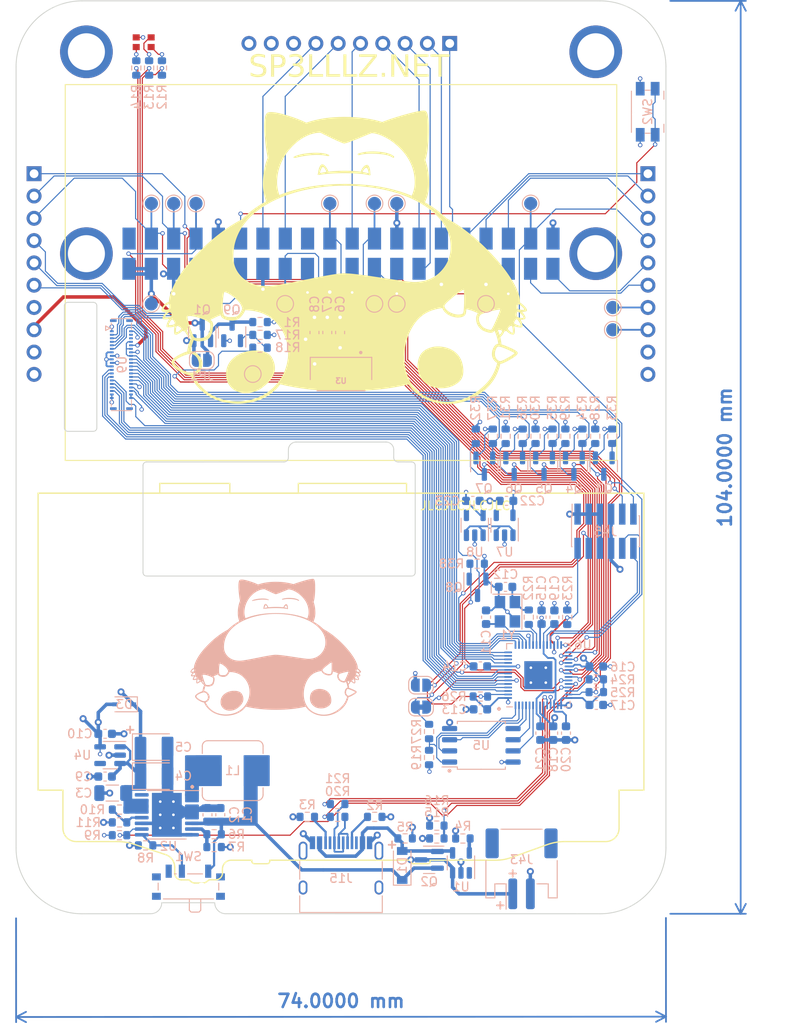
<source format=kicad_pcb>
(kicad_pcb (version 20240108) (generator "pcbnew") (generator_version "8.0")
  (layers (0 "F.Cu" signal) (1 "In1.Cu" power) (2 "In2.Cu" power) (31 "B.Cu" signal) (34 "B.Paste" user) (35 "F.Paste" user) (36 "B.SilkS" user "B.Silkscreen") (37 "F.SilkS" user "F.Silkscreen") (38 "B.Mask" user) (39 "F.Mask" user) (44 "Edge.Cuts" user))
  (net 0 "")
  (net 1 "GND")
  (net 2 "+3V3")
  (net 3 "/Pi_SDA")
  (net 4 "/Pi_SCL")
  (net 5 "/Pi_GPIO0")
  (net 6 "/Pi_GPIO1")
  (net 7 "/Pi_GPIO20")
  (net 8 "/Pi_GPIO19")
  (net 9 "/Pi_GPIO21")
  (net 10 "+5V")
  (net 11 "/Pi_GPIO14")
  (net 12 "/Pi_GPIO15")
  (net 13 "/Pi_INT")
  (net 14 "/keyboard/ROW1")
  (net 15 "/keyboard/ROW2")
  (net 16 "/keyboard/ROW3")
  (net 17 "/keyboard/ROW4")
  (net 18 "/keyboard/ROW5")
  (net 19 "/keyboard/ROW6")
  (net 20 "/keyboard/ROW7")
  (net 21 "/keyboard/COL1")
  (net 22 "/keyboard/COL2")
  (net 23 "/keyboard/COL7")
  (net 24 "/keyboard/COL6")
  (net 25 "/keyboard/COL5")
  (net 26 "/keyboard/COL4")
  (net 27 "/keyboard/COL3")
  (net 28 "Net-(C11-Pad1)")
  (net 29 "Net-(J15-PadA5)")
  (net 30 "Net-(C19-Pad1)")
  (net 31 "SWCLK")
  (net 32 "SWDIO")
  (net 33 "~{RESET}")
  (net 34 "/keyboard/TP_RESET")
  (net 35 "/keyboard/LED_R")
  (net 36 "/keyboard/TP_SDA")
  (net 37 "/keyboard/LED_G")
  (net 38 "/keyboard/LED_B")
  (net 39 "/keyboard/TP_MOTION")
  (net 40 "/keyboard/TP_SCL")
  (net 41 "/keyboard/TP_SHUTDOWN")
  (net 42 "/keyboard/KB_BL")
  (net 43 "/keyboard/BATT_ADC")
  (net 44 "/keyboard/MIC")
  (net 45 "/keyboard/D-")
  (net 46 "/keyboard/D+")
  (net 47 "/keyboard/QSPI_SD3")
  (net 48 "/keyboard/QSPI_SCLK")
  (net 49 "/keyboard/QSPI_SD0")
  (net 50 "/keyboard/QSPI_SD2")
  (net 51 "/keyboard/QSPI_SD1")
  (net 52 "/keyboard/~{QSPI_CS}")
  (net 53 "/DISP_SCLK")
  (net 54 "/DISP_SI")
  (net 55 "/DISP_CS")
  (net 56 "/DISP_EXTIN")
  (net 57 "Net-(D2-Pad1)")
  (net 58 "Net-(D2-Pad2)")
  (net 59 "Net-(D2-Pad4)")
  (net 60 "/keyboard/Keyboard/TP_SHUTDOWN_1V8")
  (net 61 "/keyboard/Keyboard/TP_SCL_1V8")
  (net 62 "/keyboard/Keyboard/TP_MOTION_1V8")
  (net 63 "/keyboard/Keyboard/TP_SDA_1V8")
  (net 64 "/keyboard/Keyboard/TP_RESET_1V8")
  (net 65 "+2V8")
  (net 66 "+1V8")
  (net 67 "/Pi_GPIO09")
  (net 68 "Net-(JP3-Pad2)")
  (net 71 "VBUS")
  (net 72 "USB_D-")
  (net 73 "USB_D+")
  (net 74 "Net-(C12-Pad1)")
  (net 75 "BOOTSEL")
  (net 77 "Net-(J15-PadB5)")
  (net 78 "/Pi_PWR")
  (net 79 "Net-(C1-Pad1)")
  (net 80 "Net-(Q8-Pad3)")
  (net 81 "Net-(R4-Pad2)")
  (net 82 "/LBO")
  (net 83 "Net-(R6-Pad2)")
  (net 84 "+BATT")
  (net 90 "Net-(L1-Pad2)")
  (net 92 "Net-(J22-Pad1)")
  (net 93 "Net-(J18-Pad1)")
  (net 94 "Net-(J22-Pad17)")
  (net 95 "/Pi_GPIO18")
  (net 96 "Net-(Q1-Pad1)")
  (net 97 "/Button")
  (net 98 "Net-(R8-Pad2)")
  (net 99 "Net-(Q9-Pad1)")
  (net 100 "/PI_HEADER_SWDIO")
  (net 101 "/PI_HEADER_SWCLK")
  (net 102 "/Pi_GPIO6")
  (net 103 "/Pi_GPIO12")
  (net 104 "/Pi_GPIO13")
  (net 105 "/Pi_GPIO26")
  (net 106 "/Pi_GPIO5")
  (net 107 "/Pi_GPIO22")
  (net 108 "/Pi_GPIO27")
  (net 109 "Net-(R10-Pad2)")
  (net 110 "Net-(R22-Pad1)")
  (net 111 "/Pi_GPIO16")
  (footprint "beepy:LS027B7DH01" (layer "F.Cu") (at 91.09 69.5775)
    (property "Reference" "REF**" (hide yes))
    (property "Value" "LS027B7DH01")
  )
  (footprint "MountingHole:MountingHole_2.7mm_M2.5" (layer "F.Cu") (at 62.1 140.5)
    (property "Reference" "H1" (hide yes))
    (property "Value" "MountingHole")
  )
  (footprint "beepy:FM-B2020RGBA-HG" (layer "F.Cu") (at 68.62 45.11)
    (property "Reference" "D2" (hide yes))
    (property "Value" "Notification LED")
  )
  (footprint "MountingHole:MountingHole_2.7mm_M2.5" (layer "F.Cu") (at 120.1 140.5)
    (property "Reference" "H2" (hide yes))
    (property "Value" "MountingHole")
  )
  (footprint "Resistor_SMD:R_0603_1608Metric" (layer "B.Cu") (at 81.87 76.9925 180)
    (property "Reference" "R1")
    (property "Value" "10K")
  )
  (footprint "beepy:FDX0019B1" (layer "B.Cu") (at 107.598416 70.92 90)
    (property "Reference" "J27" (hide yes))
    (property "Value" "FDX0019B1")
  )
  (footprint "beepy:FDX0019B1" (layer "B.Cu") (at 99.986838 67.48 -90)
    (property "Reference" "J29" (hide yes))
    (property "Value" "FDX0019B1")
  )
  (footprint "beepy:FDX0019B1" (layer "B.Cu") (at 102.517364 70.92 90)
    (property "Reference" "J25" (hide yes))
    (property "Value" "FDX0019B1")
  )
  (footprint "Package_SO:SSOP-8_5.25x5.24mm_P1.27mm" (layer "B.Cu") (at 107.07 125.21)
    (property "Reference" "U5")
    (property "Value" "GD25Q16xS")
  )
  (footprint "TestPoint:TestPoint_Pad_D1.5mm" (layer "B.Cu") (at 89.824734 63.48 180)
    (property "Reference" "TP5" (hide yes))
    (property "Value" "TestPoint")
  )
  (footprint "beepy:FDX0019B1" (layer "B.Cu") (at 74.571578 70.92 90)
    (property "Reference" "J1" (hide yes))
    (property "Value" "FDX0019B1")
  )
  (footprint "Resistor_SMD:R_0603_1608Metric" (layer "B.Cu") (at 112.47 110.615 90)
    (property "Reference" "R22")
    (property "Value" "1K")
  )
  (footprint "Package_SO:HTSSOP-16-1EP_4.4x5mm_P0.65mm_EP3.4x5mm_Mask2.46x2.31mm_ThermalVias" (layer "B.Cu") (at 71.2575 133.125 180)
    (property "Reference" "U2")
    (property "Value" "TPS61090")
  )
  (footprint "Package_TO_SOT_SMD:SOT-23" (layer "B.Cu") (at 106.64 107.21 -90)
    (property "Reference" "Q8")
    (property "Value" "BSS138")
  )
  (footprint "TestPoint:TestPoint_Pad_D1.5mm" (layer "B.Cu") (at 94.905786 63.48 180)
    (property "Reference" "TP8" (hide yes))
    (property "Value" "TestPoint")
  )
  (footprint "Package_TO_SOT_SMD:SOT-23-5" (layer "B.Cu") (at 109.72 100.14 90)
    (property "Reference" "U7")
    (property "Value" "ME6212C18M5G")
  )
  (footprint "Button_Switch_SMD:Panasonic_EVQPUL_EVQPUC" (layer "B.Cu") (at 126.01 53.03 90)
    (property "Reference" "SW2")
    (property "Value" "Button")
  )
  (footprint "Resistor_SMD:R_0603_1608Metric" (layer "B.Cu") (at 109.84 90.005 90)
    (property "Reference" "R31")
    (property "Value" "10K")
  )
  (footprint "Package_TO_SOT_SMD:SOT-23" (layer "B.Cu") (at 117.61 93.4 -90)
    (property "Reference" "Q4")
    (property "Value" "BSS138")
  )
  (footprint "TestPoint:TestPoint_Pad_D1.5mm" (layer "B.Cu") (at 74.581578 63.48 180)
    (property "Reference" "TP7" (hide yes))
    (property "Value" "TestPoint")
  )
  (footprint "beepy:FDX0019B1" (layer "B.Cu") (at 89.824734 67.48 -90)
    (property "Reference" "J39" (hide yes))
    (property "Value" "FDX0019B1")
  )
  (footprint "Package_TO_SOT_SMD:SOT-23-5" (layer "B.Cu") (at 106.32 100.14 90)
    (property "Reference" "U8")
    (property "Value" "ME6212C28M5G")
  )
  (footprint "beepy:FDX0019B1" (layer "B.Cu") (at 112.679468 70.92 90)
    (property "Reference" "J7" (hide yes))
    (property "Value" "FDX0019B1")
  )
  (footprint "beepy:FDX0019B1" (layer "B.Cu") (at 110.148942 67.48 -90)
    (property "Reference" "J6" (hide yes))
    (property "Value" "FDX0019B1")
  )
  (footprint "Capacitor_SMD:C_0603_1608Metric" (layer "B.Cu") (at 113.79 123.82 -90)
    (property "Reference" "C21")
    (property "Value" "1uF")
  )
  (footprint "TestPoint:TestPoint_Pad_D1.5mm" (layer "B.Cu") (at 94.895786 74.92 180)
    (property "Reference" "TP6" (hide yes))
    (property "Value" "TestPoint")
  )
  (footprint "Capacitor_SMD:C_1206_3216Metric" (layer "B.Cu") (at 65.05 130.65 180)
    (property "Reference" "C3")
    (property "Value" "22uF")
  )
  (footprint "Capacitor_SMD:C_0603_1608Metric" (layer "B.Cu") (at 120.16 120.61)
    (property "Reference" "C17")
    (property "Value" "0.1uF")
  )
  (footprint "Package_TO_SOT_SMD:SOT-23" (layer "B.Cu") (at 110.81 93.405 -90)
    (property "Reference" "Q6")
    (property "Value" "BSS138")
  )
  (footprint "beepy:FDX0019B1" (layer "B.Cu") (at 69.500526 67.48 -90)
    (property "Reference" "J31" (hide yes))
    (property "Value" "FDX0019B1")
  )
  (footprint "Capacitor_SMD:C_0603_1608Metric" (layer "B.Cu") (at 109.94 97.36 180)
    (property "Reference" "C22")
    (property "Value" "0.1uF")
  )
  (footprint "Resistor_SMD:R_0603_1608Metric" (layer "B.Cu") (at 76.64 135.34 180)
    (property "Reference" "R6")
    (property "Value" "2M")
  )
  (footprint "Inductor_SMD:L_Bourns_SRP7028A_7.3x6.6mm" (layer "B.Cu") (at 78.7575 128.095 180)
    (property "Reference" "L1")
    (property "Value" "6.8uH/4A")
  )
  (footprint "Resistor_SMD:R_0603_1608Metric" (layer "B.Cu") (at 65.875 133.99 180)
    (property "Reference" "R11")
    (property "Value" "220K")
  )
  (footprint "TestPoint:TestPoint_Pad_D1.5mm" (layer "B.Cu") (at 69.500526 63.48 180)
    (property "Reference" "TP11" (hide yes))
    (property "Value" "TestPoint")
  )
  (footprint "Resistor_SMD:R_0603_1608Metric" (layer "B.Cu") (at 90.71 133.36)
    (property "Reference" "R20")
    (property "Value" "27R")
  )
  (footprint "TestPoint:TestPoint_Pad_D1.5mm" (layer "B.Cu") (at 122.04 75.33 180)
    (property "Reference" "TP13" (hide yes))
    (property "Value" "TestPoint")
  )
  (footprint "Capacitor_SMD:C_0603_1608Metric" (layer "B.Cu") (at 75.8875 133.125 90)
    (property "Reference" "C2")
    (property "Value" "100nF")
  )
  (footprint "Resistor_SMD:R_0603_1608Metric" (layer "B.Cu") (at 111.78 90.005 90)
    (property "Reference" "R36")
    (property "Value" "10K")
  )
  (footprint "beepy:FDX0019B1" (layer "B.Cu") (at 89.814734 70.92 90)
    (property "Reference" "J21" (hide yes))
    (property "Value" "FDX0019B1")
  )
  (footprint "Capacitor_SMD:C_0603_1608Metric" (layer "B.Cu") (at 106.96 116.22 180)
    (property "Reference" "C14")
    (property "Value" "0.1uF")
  )
  (footprint "TestPoint:TestPoint_Pad_D1.5mm" (layer "B.Cu") (at 107.598416 74.92 180)
    (property "Reference" "TP16" (hide yes))
    (property "Value" "TestPoint")
  )
  (footprint "beepy:FDX0019B1" (layer "B.Cu") (at 92.36526 67.48 -90)
    (property "Reference" "J38" (hide yes))
    (property "Value" "FDX0019B1")
  )
  (footprint "beepy:FDX0019B1" (layer "B.Cu") (at 99.976838 70.92 90)
    (property "Reference" "J30" (hide yes))
    (property "Value" "FDX0019B1")
  )
  (footprint "Jumper:SolderJumper-2_P1.3mm_Open_RoundedPad1.0x1.5mm" (layer "B.Cu") (at 75.24 81.35)
    (property "Reference" "JP1")
    (property "Value" "PI PWR")
  )
  (footprint "Resistor_SMD:R_0603_1608Metric" (layer "B.Cu") (at 120.04 90 90)
    (property "Reference" "R28")
    (property "Value" "10K")
  )
  (footprint "Capacitor_SMD:C_0603_1608Metric" (layer "B.Cu") (at 64.23 123.9 180)
    (property "Reference" "C10")
    (property "Value" "10uF")
  )
  (footprint "Resistor_SMD:R_0603_1608Metric" (layer "B.Cu") (at 76.64 136.8)
    (property "Reference" "R7")
    (property "Value" "360K")
  )
  (footprint "Resistor_SMD:R_0603_1608Metric" (layer "B.Cu") (at 113.24 90 90)
    (property "Reference" "R30")
    (property "Value" "10K")
  )
  (footprint "TestPoint:TestPoint_Pad_D1.5mm" (layer "B.Cu") (at 72.041052 63.48 180)
    (property "Reference" "TP12" (hide yes))
    (property "Value" "TestPoint")
  )
  (footprint "beepy:QFN-56-1EP_7x7mm_P0.4mm_EP5.6x5.6mm" (layer "B.Cu") (at 113.56 117.22)
    (property "Reference" "U6")
    (property "Value" "RP2040")
  )
  (footprint "Resistor_SMD:R_0603_1608Metric" (layer "B.Cu") (at 101.12 123.64 -90)
    (property "Reference" "R27")
    (property "Value" "1K")
  )
  (footprint "Capacitor_SMD:C_0603_1608Metric" (layer "B.Cu") (at 77.3475 133.125 90)
    (property "Reference" "C1")
    (property "Value" "10uF")
  )
  (footprint "Resistor_SMD:R_0603_1608Metric" (layer "B.Cu") (at 106.44 90.005 90)
    (property "Reference" "R32")
    (property "Value" "10K")
  )
  (footprint "beepy:FDX0019B1" (layer "B.Cu") (at 87.274208 70.92 90)
    (property "Reference" "J11" (hide yes))
    (property "Value" "FDX0019B1")
  )
  (footprint "Capacitor_SMD:C_0603_1608Metric" (layer "B.Cu") (at 89.53 78.18 90)
    (property "Reference" "C7")
    (property "Value" "1uF")
  )
  (footprint "Resistor_SMD:R_0603_1608Metric" (layer "B.Cu") (at 98.388911 135.816)
    (property "Reference" "R5")
    (property "Value" "100K")
  )
  (footprint "Capacitor_SMD:C_0603_1608Metric" (layer "B.Cu") (at 113.93 110.615 90)
    (property "Reference" "C15")
    (property "Value" "0.1uF")
  )
  (footprint "beepy:FDX0019B1" (layer "B.Cu") (at 110.138942 70.92 90)
    (property "Reference" "J3" (hide yes))
    (property "Value" "FDX0019B1")
  )
  (footprint "TestPoint:TestPoint_Pad_D1.5mm" (layer "B.Cu") (at 81.045 82.9125 180)
    (property "Reference" "TP10" (hide yes))
    (property "Value" "TestPoint")
  )
  (footprint "Resistor_SMD:R_0603_1608Metric" (layer "B.Cu") (at 120.16 119.15 180)
    (property "Reference" "R25")
    (property "Value" "4.7K")
  )
  (footprint "TestPoint:TestPoint_Pad_D1.5mm" (layer "B.Cu") (at 69.490526 74.92 180)
    (property "Reference" "TP4" (hide yes))
    (property "Value" "TestPoint")
  )
  (footprint "Capacitor_SMD:C_0603_1608Metric" (layer "B.Cu") (at 109.825 107.16 180)
    (property "Reference" "C12")
    (property "Value" "12pF")
  )
  (footprint "beepy:HRS_FH34SRJ-10S-0.5SH(50)" (layer "B.Cu") (at 91.09 82.9125 180)
    (property "Reference" "U3")
    (property "Value" "LS027B7DH01")
  )
  (footprint "Resistor_SMD:R_0603_1608Metric" (layer "B.Cu") (at 70.7 48.045 90)
    (property "Reference" "R12")
    (property "Value" "220")
  )
  (footprint "Resistor_SMD:R_0603_1608Metric" (layer "B.Cu") (at 104.968911 135.826)
    (property "Reference" "R4")
    (property "Value" "10K")
  )
  (footprint "Package_TO_SOT_SMD:SOT-23-5" (layer "B.Cu") (at 104.748911 138.606 90)
    (property "Reference" "U1")
    (property "Value" "TP4054")
  )
  (footprint "Connector_PinHeader_2.54mm:PinHeader_1x10_P2.54mm_Vertical" (layer "B.Cu") (at 126.04 60.09 180)
    (property "Reference" "J44" (hide yes))
    (property "Value" "Header 1")
  )
  (footprint "beepy:FDX0019B1" (layer "B.Cu") (at 77.122104 67.48 -90)
    (property "Reference" "J17" (hide yes))
    (property "Value" "FDX0019B1")
  )
  (footprint "beepy:FDX0019B1" (layer "B.Cu") (at 72.031052 70.92 90)
    (property "Reference" "J16" (hide yes))
    (property "Value" "FDX0019B1")
  )
  (footprint "Resistor_SMD:R_0603_1608Metric" (layer "B.Cu") (at 81.87 79.9125)
    (property "Reference" "R18")
    (property "Value" "330")
  )
  (footprint "Diode_SMD:D_SOD-323" (layer "B.Cu") (at 66.4 120.54 180)
    (property "Reference" "D3")
    (property "Value" "D_Schottky_Small")
  )
  (footprint "MountingHole:MountingHole_2.5mm_Pad" (layer "B.Cu") (at 62.1 46.2 180)
    (property "Reference" "M1" (hide yes))
    (property "Value" "MountingHole_2.5mm_Pad")
  )
  (footprint "Capacitor_SMD:C_0603_1608Metric" (layer "B.Cu") (at 115.39 110.62 90)
    (property "Reference" "C19")
    (property "Value" "0.1uF")
  )
  (footprint "Package_TO_SOT_SMD:SOT-23-5" (layer "B.Cu") (at 64.7975 126.33 180)
    (property "Reference" "U4")
    (property "Value" "AP2112K-3.3")
  )
  (footprint "beepy:FDX0019B1" (layer "B.Cu") (at 84.743682 67.48 -90)
    (property "Reference" "J9" (hide yes))
    (property "Value" "FDX0019B1")
  )
  (footprint "Resistor_SMD:R_0603_1608Metric" (layer "B.Cu") (at 116.85 110.625 -90)
    (property "Reference" "R23")
    (property "Value" "10K")
  )
  (footprint "Capacitor_SMD:C_0603_1608Metric" (layer "B.Cu") (at 90.99 78.18 90)
    (property "Reference" "C6")
    (property "Value" "100nF")
  )
  (footprint "TestPoint:TestPoint_Pad_D1.5mm" (layer "B.Cu") (at 112.689468 63.48 180)
    (property "Reference" "TP17" (hide yes))
    (property "Value" "TestPoint")
  )
  (footprint "Resistor_SMD:R_0603_1608Metric" (layer "B.Cu") (at 101.12 126.6 -90)
    (property "Reference" "R19")
    (property "Value" "10K")
  )
  (footprint "Resistor_SMD:R_0603_1608Metric" (layer "B.Cu") (at 90.71 131.9)
    (property "Reference" "R21")
    (property "Value" "27R")
  )
  (footprint "Capacitor_Tantalum_SMD:CP_EIA-3528-15_AVX-H" (layer "B.Cu") (at 69.8 125.4125)
    (property "Reference" "C5")
    (property "Value" "100uF")
  )
  (footprint "Capacitor_SMD:C_0603_1608Metric" (layer "B.Cu") (at 64.23 128.77 180)
    (property "Reference" "C9")
    (property "Value" "10uF")
  )
  (footprint "Resistor_SMD:R_0603_1608Metric" (layer "B.Cu") (at 121.98 90 90)
    (property "Reference" "R33")
    (property "Value" "10K")
  )
  (footprint "beepy:FDX0019B1" (layer "B.Cu") (at 82.193156 70.92 90)
    (property "Reference" "J19" (hide yes))
    (property "Value" "FDX0019B1")
  )
  (footprint "beepy:FDX0019B1" (layer "B.Cu") (at 82.203156 67.48 -90)
    (property "Reference" "J14" (hide yes))
    (property "Value" "FDX0019B1")
  )
  (footprint "beepy:FDX0019B1" (layer "B.Cu") (at 66.95 70.92 90)
    (property "Reference" "J18" (hide yes))
    (property "Value" "FDX0019B1")
  )
  (footprint "Resistor_SMD:R_0603_1608Metric" (layer "B.Cu") (at 116.64 90 90)
    (property "Reference" "R29")
    (property "Value" "10K")
  )
  (footprint "Package_TO_SOT_SMD:SOT-23" (layer "B.Cu") (at 121.01 93.4 -90)
    (property "Reference" "Q3")
    (property "Value" "BSS138")
  )
  (footprint "Package_TO_SOT_SMD:SOT-23" (layer "B.Cu") (at 114.21 93.4 -90)
    (property "Reference" "Q5")
    (property "Value" "BSS138")
  )
  (footprint "beepy:FDX0019B1" (layer "B.Cu") (at 115.23 67.48 -90)
    (property "Reference" "J28" (hide yes))
    (property "Value" "FDX0019B1")
  )
  (footprint "Connector_JST:JST_PH_S2B-PH-SM4-TB_1x02-1MP_P2.00mm_Horizontal" (layer "B.Cu") (at 111.65 139.28)
    (property "Reference" "J43")
    (property "Value" "Battery")
  )
  (footprint "Resistor_SMD:R_0603_1608Metric" (layer "B.Cu") (at 94.93 133.36 180)
    (property "Reference" "R2")
    (property "Value" "5.1K")
  )
  (footprint "beepy:FDX0019B1" (layer "B.Cu") (at 77.112104 70.92 90)
    (property "Reference" "J2" (hide yes))
    (property "Value" "FDX0019B1")
  )
  (footprint "beepy:BM20B(0.8)-40DS-0.4V" (layer "B.Cu") (at 66.08875 81.84 -90)
    (property "Reference" "U9")
    (property "Value" "BBQ20KBD")
  )
  (footprint "beepy:FDX0019B1" (layer "B.Cu") (at 105.05789 70.92 90)
    (property "Reference" "J41" (hide yes))
    (property "Value" "FDX0019B1")
  )
  (footprint "beepy:FDX0019B1" (layer "B.Cu") (at 97.446312 67.48 -90)
    (property "Reference" "J23" (hide yes))
    (property "Value" "FDX0019B1")
  )
  (footprint "beepy:FDX0019B1" (layer "B.Cu") (at 69.490526 70.92 90)
    (property "Reference" "J20" (hide yes))
    (property "Value" "FDX0019B1")
  )
  (footprint "MountingHole:MountingHole_2.5mm_Pad" (layer "B.Cu") (at 120.1 69.2 180)
    (property "Reference" "M3" (hide yes))
    (property "Value" "MountingHole_2.5mm_Pad")
  )
  (footprint "beepy:FDX0019B1" (layer "B.Cu") (at 92.35526 70.92 90)
    (property "Reference" "J12" (hide yes))
    (property "Value" "FDX0019B1")
  )
  (footprint "MountingHole:MountingHole_2.5mm_Pad" (layer "B.Cu") (at 120.1 46.2 180)
    (property "Reference" "M4" (hide yes))
    (property "Value" "MountingHole_2.5mm_Pad")
  )
  (footprint "Jumper:SolderJumper-2_P1.3mm_Bridged_RoundedPad1.0x1.5mm" (layer "B.Cu") (at 100.2 120.86 180)
    (property "Reference" "JP2" (hide yes))
    (property "Value" "BOOTSEL_JUMPER")
  )
  (footprint "Connector_USB:USB_C_Receptacle_HRO_TYPE-C-31-M-12" (layer "B.Cu") (at 91.09 140.36 180)
    (property "Reference" "J15")
    (property "Value" "USB_C_Receptacle_USB2.0")
  )
  (footprint "beepy:FDX0019B1" (layer "B.Cu") (at 94.895786 70.92 90)
    (property "Reference" "J37" (hide yes))
    (property "Value" "FDX0019B1")
  )
  (footprint "Package_TO_SOT_SMD:SOT-23" (layer "B.Cu") (at 78.69 78.1775 90)
    (property "Reference" "Q9")
    (property "Value" "S8050")
  )
  (footprint "Resistor_SMD:R_0603_1608Metric" (layer "B.Cu") (at 81.87 78.4525 180)
    (property "Reference" "R17")
    (property "Value" "10K")
  )
  (footprint "Capacitor_SMD:C_0603_1608Metric" (layer "B.Cu") (at 115.25 123.82 -90)
    (property "Reference" "C18")
    (property "Value" "1uF")
  )
  (footprint "beepy:FDX0019B1" (layer "B.Cu") (at 79.65263 70.92 90)
    (property "Reference" "J5" (hide yes))
    (property "Value" "FDX0019B1")
  )
  (footprint "Package_TO_SOT_SMD:SOT-23" (layer "B.Cu") (at 75.29 78.1775 90)
    (property "Reference" "Q1")
    (property "Value" "SI2301")
  )
  (footprint "beepy:FDX0019B1" (layer "B.Cu") (at 79.66263 67.48 -90)
    (property "Reference" "J4" (hide yes))
    (property "Value" "FDX0019B1")
  )
  (footprint "Resistor_SMD:R_0603_1608Metric" (layer "B.Cu") (at 68.84 136.61)
    (property "Reference" "R8")
    (property "Value" "100K")
  )
  (footprint "beepy:FDX0019B1" (layer "B.Cu") (at 102.527364 67.48 -90)
    (property "Reference" "J34" (hide yes))
    (property "Value" "FDX0019B1")
  )
  (footprint "Resistor_SMD:R_0603_1608Metric" (layer "B.Cu") (at 102 135.82)
    (property "Reference" "R15")
    (property "Value" "100K")
  )
  (footprint "Resistor_SMD:R_0603_1608Metric" (layer "B.Cu") (at 120.16 117.69)
    (property "Reference" "R24")
    (property "Value" "4.7K")
  )
  (footprint "Package_TO_SOT_SMD:SOT-23" (layer "B.Cu") (at 101.128911 138.256 180)
    (property "Reference" "Q2")
    (property "Value" "SI2301")
  )
  (footprint "Capacitor_SMD:C_0603_1608Metric" (layer "B.Cu") (at 107.61 110.615 90)
    (property "Reference" "C11")
    (property "Value" "12pF")
  )
  (footprint "Diode_SMD:D_SOD-123" (layer "B.Cu") (at 98.058911 138.896 90)
    (property "Reference" "D1")
    (property "Value" "B5819W")
  )
  (footprint "beepy:FDX0019B1" (layer "B.Cu") (at 84.733682 70.92 90)
    (property "Reference" "J10" (hide yes))
    (property "Value" "FDX0019B1")
  )
  (footprint "Capacitor_Tantalum_SMD:CP_EIA-3528-15_AVX-H" (layer "B.Cu") (at 69.8025 128.7225)
    (property "Reference" "C4")
    (property "Value" "100uF")
  )
  (footprint "TestPoint:TestPoint_Pad_D1.5mm" (layer "B.Cu") (at 97.436312 74.92 180)
    (property "Reference" "TP9" (hide yes))
    (property "Value" "TestPoint")
  )
  (footprint "beepy:FDX0019B1" (layer "B.Cu") (at 72.041052 67.48 -90)
    (property "Reference" "J32" (hide yes))
    (property "Value" "FDX0019B1")
  )
  (footprint "Jumper:SolderJumper-2_P1.3mm_Open_RoundedPad1.0x1.5mm" (layer "B.Cu") (at 100.2 118.36)
    (property "Reference" "JP3" (hide yes))
    (property "Value" "SJ_MIC_VDD")
  )
  (footprint "Capacitor_SMD:C_0603_1608Metric" (layer "B.Cu") (at 88.07 78.18 90)
    (property "Reference" "C8")
    (property "Value" "100nF")
  )
  (footprint "Resistor_SMD:R_0603_1608Metric" (layer "B.Cu") (at 65.87 135.45 180)
    (property "Reference" "R9")
    (property "Value" "1M")
  )
  (footprint "beepy:FDX0019B1" (layer "B.Cu") (at 94.905786 67.48 -90)
    (property "Reference" "J40" (hide yes))
    (property "Value" "FDX0019B1")
  )
  (footprint "TestPoint:TestPoint_Pad_D1.5mm" (layer "B.Cu") (at 84.733682 74.92 180)
    (property "Reference" "TP1" (hide yes))
    (property "Value" "TestPoint")
  )
  (footprint "Resistor_SMD:R_0603_1608Metric" (layer "B.Cu") (at 106.96 119.65)
    (property "Reference" "R26")
    (property "Value" "10K")
  )
  (footprint "beepy:FDX0019B1" (layer "B.Cu") (at 105.06789 67.48 -90)
    (property "Reference" "J35" (hide yes))
    (property "Value" "FDX0019B1")
  )
  (footprint "Connector_PinHeader_2.54mm:PinHeader_1x10_P2.54mm_Vertical" (layer "B.Cu") (at 56.14 60.09 180)
    (property "Reference" "J47" (hide yes))
    (property "Value" "Header 3")
  )
  (footprint "MountingHole:MountingHole_2.5mm_Pad" (layer "B.Cu") (at 62.1 69.2 180)
    (property "Reference" "M2" (hide yes))
    (property "Value" "MountingHole_2.5mm_Pad")
  )
  (footprint "Resistor_SMD:R_0603_1608Metric" (layer "B.Cu") (at 108.38 90.005 90)
    (property "Reference" "R37")
    (property "Value" "10K")
  )
  (footprint "Resistor_SMD:R_0603_1608Metric" (layer "B.Cu") (at 69.24 48.045 90)
    (property "Reference" "R13")
    (property "Value" "100")
  )
  (footprint "Resistor_SMD:R_0603_1608Metric" (layer "B.Cu") (at 106.595 104.52)
    (property "Reference" "R38")
    (property "Value" "10K")
  )
  (footprint "TestPoint:TestPoint_Pad_D1.5mm" (layer "B.Cu") (at 122.04 77.87 180)
    (property "Reference" "TP14" (hide yes))
    (property "Value" "TestPoint")
  )
  (footprint "beepy:FDX0019B1" (layer "B.Cu") (at 87.284208 67.48 -90)
    (property "Reference" "J26" (hide yes))
    (property "Value" "FDX0019B1")
  )
  (footprint "Resistor_SMD:R_0603_1608Metric" (layer "B.Cu") (at 118.58 90 90)
    (property "Reference" "R34")
    (property "Value" "10K")
  )
  (footprint "beepy:FDX0019B1" (layer "B.Cu") (at 107.608416 67.48 -90)
    (property "Reference" "J42" (hide yes))
    (property "Value" "FDX0019B1")
  )
  (footprint "Capacitor_SMD:C_0603_1608Metric" (layer "B.Cu") (at 120.16 116.23)
    (property "Reference" "C16")
    (property "Value" "0.1uF")
  )
  (footprint "Resistor_SMD:R_0603_1608Metric" (layer "B.Cu") (at 67.78 48.045 90)
    (property "Reference" "R14")
    (property "Value" "100")
  )
  (footprint "beepy:FDX0019B1" (layer "B.Cu") (at 115.22 70.92 90)
    (property "Reference" "J8" (hide yes))
    (property "Value" "FDX0019B1")
  )
  (footprint "Connector_PinHeader_2.54mm:PinHeader_1x10_P2.54mm_Vertical" (layer "B.Cu") (at 103.47 45.25 90)
    (property "Reference" "J46" (hide yes))
    (property "Value" "Header 2")
  )
  (footprint "Resistor_SMD:R_0603_1608Metric" (layer "B.Cu") (at 115.18 90 90)
    (property "Reference" "R35")
    (property "Value" "10K")
  )
  (footprint "Capacitor_SMD:C_0603_1608Metric" (layer "B.Cu") (at 106.96 121.11 180)
    (property "Reference" "C13")
    (property "Value" "0.1uF")
  )
  (footprint "TestPoint:TestPoint_Pad_D1.5mm" (layer "B.Cu") (at 97.446312 63.48 180)
    (property "Reference" "TP15" (hide yes))
    (property "Value" "TestPoint")
  )
  (footprint "Button_Switch_SMD:SW_SPDT_PCM12" (layer "B.Cu") (at 73.72 140.98 180)
    (property "Reference" "SW1")
    (property "Value" "ON/OFF")
  )
  (footprint "beepy:FDX0019B1" (layer "B.Cu") (at 74.581578 67.48 -90)
    (property "Reference" "J33" (hide yes))
    (property "Value" "FDX0019B1")
  )
  (footprint "Resistor_SMD:R_0603_1608Metric" (layer "B.Cu") (at 102 134.36 180)
    (property "Reference" "R16")
    (property "Value" "100K")
  )
  (footprint "Resistor_SMD:R_0603_1608Metric" (layer "B.Cu") (at 87.25 133.36)
    (property "Reference" "R3")
    (property "Value" "5.1K")
  )
  (footprint "Resistor_SMD:R_0603_1608Metric" (layer "B.Cu") (at 65.875 132.53 180)
    (property "Reference" "R10")
    (property "Value" "2M")
  )
  (footprint "beepy:FDX0019B1" (layer "B.Cu") (at 97.436312 70.92 90)
    (property "Reference" "J36" (hide yes))
    (property "Value" "FDX0019B1")
  )
  (footprint "Connector_PinHeader_1.27mm:PinHeader_2x06_P1.27mm_Vertical_SMD" (layer "B.Cu") (at 121.21 100.82 -90)
    (property "Reference" "J45")
    (property "Value" "PRG_HEADER")
  )
  (footprint "beepy:FDX0019B1" (layer "B.Cu") (at 112.689468 67.48 -90)
    (property "Reference" "J13" (hide yes))
    (property "Value" "FDX0019B1")
  )
  (footprint "Capacitor_SMD:C_0603_1608Metric" (layer "B.Cu") (at 116.71 123.82 -90)
    (property "Reference" "C20")
    (property "Value" "0.1uF")
  )
  (footprint "beepy:FDX0019B1" (layer "B.Cu") (at 66.96 67.48 -90)
    (property "Reference" "J24" (hide yes))
    (property "Value" "FDX0019B1")
  )
  (footprint "Package_TO_SOT_SMD:SOT-23" (layer "B.Cu") (at 107.41 93.405 -90)
    (property "Reference" "Q7")
    (property "Value" "BSS138")
  )
  (footprint "Capacitor_SMD:C_0603_1608Metric" (layer "B.Cu") (at 106.1 97.36)
    (property "Reference" "C23")
    (property "Value" "0.1uF")
  )
  (footprint "Crystal:Crystal_SMD_3225-4Pin_3.2x2.5mm" (layer "B.Cu") (at 110.04 109.995 -90)
    (property "Reference" "Y1")
    (property "Value" "XYDBPCNANF-12MHZ")
  )
  (gr_poly (pts (xy 88.64825 118.784323) (xy 88.670522 118.784707) (xy 88.692932 118.785418) (xy 88.71548 118.786455) (xy 88.738167 118.787819) (xy 88.760991 118.789512) (xy 88.783955 118.791534) (xy 88.807056 118.793885) (xy 88.862286 118.80069) (xy 88.916431 118.809072) (xy 88.969491 118.81903) (xy 89.021466 118.830565) (xy 89.072356 118.843677) (xy 89.122161 118.858365) (xy 89.170881 118.874629) (xy 89.218516 118.89247) (xy 89.265067 118.911888) (xy 89.310532 118.932882) (xy 89.354913 118.955453) (xy 89.39821 118.9796) (xy 89.440422 119.005324) (xy 89.481549 119.032625) (xy 89.521591 119.061502) (xy 89.560549 119.091955) (xy 89.602741 119.128057) (xy 89.642762 119.16601) (xy 89.680613 119.205815) (xy 89.716295 119.247471) (xy 89.749806 119.290978) (xy 89.781148 119.336337) (xy 89.81032 119.383547) (xy 89.837323 119.432609) (xy 89.862156 119.483522) (xy 89.88482 119.536287) (xy 89.905313 119.590902) (xy 89.923638 119.64737) (xy 89.939793 119.705688) (xy 89.953779 119.765858) (xy 89.965595 119.827879) (xy 89.975242 119.891751) (xy 89.982634 119.956188) (xy 89.987221 120.018513) (xy 89.989002 120.078726) (xy 89.987978 120.136828) (xy 89.984149 120.192819) (xy 89.977514 120.246697) (xy 89.968074 120.298464) (xy 89.955827 120.34812) (xy 89.940775 120.395663) (xy 89.922916 120.441095) (xy 89.912934 120.463019) (xy 89.902251 120.484415) (xy 89.890866 120.505283) (xy 89.87878 120.525623) (xy 89.865992 120.545435) (xy 89.852502 120.56472) (xy 89.83831 120.583476) (xy 89.823417 120.601704) (xy 89.807822 120.619404) (xy 89.791526 120.636577) (xy 89.774527 120.653221) (xy 89.756827 120.669337) (xy 89.706876 120.711015) (xy 89.655607 120.749959) (xy 89.60302 120.786169) (xy 89.549117 120.819646) (xy 89.493896 120.850389) (xy 89.437359 120.878398) (xy 89.379505 120.903674) (xy 89.320335 120.926215) (xy 89.259848 120.946024) (xy 89.198046 120.963098) (xy 89.134927 120.977439) (xy 89.070493 120.989046) (xy 89.004744 120.99792) (xy 88.937679 121.004059) (xy 88.8693 121.007466) (xy 88.799605 121.008138) (xy 88.729593 121.006055) (xy 88.661188 121.001195) (xy 88.594389 120.993557) (xy 88.529196 120.983143) (xy 88.46561 120.969951) (xy 88.403629 120.953982) (xy 88.343254 120.935235) (xy 88.284485 120.913712) (xy 88.227321 120.889412) (xy 88.171763 120.862335) (xy 88.117809 120.83248) (xy 88.065461 120.799849) (xy 88.014718 120.764441) (xy 87.965579 120.726256) (xy 87.918045 120.685294) (xy 87.872116 120.641556) (xy 87.829881 120.597065) (xy 87.790653 120.551071) (xy 87.754434 120.503573) (xy 87.721222 120.454572) (xy 87.691017 120.404066) (xy 87.663821 120.352057) (xy 87.639633 120.298544) (xy 87.618454 120.243527) (xy 87.600283 120.187005) (xy 87.58512 120.128979) (xy 87.572966 120.069449) (xy 87.563822 120.008414) (xy 87.557686 119.945875) (xy 87.554559 119.881831) (xy 87.554442 119.816282) (xy 87.557335 119.749228) (xy 87.562752 119.684191) (xy 87.570672 119.621453) (xy 87.581096 119.561015) (xy 87.594022 119.502877) (xy 87.609452 119.447038) (xy 87.627383 119.393498) (xy 87.647818 119.342258) (xy 87.670755 119.293318) (xy 87.683161 119.26971) (xy 87.696194 119.246677) (xy 87.709851 119.224219) (xy 87.724135 119.202337) (xy 87.739043 119.181029) (xy 87.754578 119.160296) (xy 87.770737 119.140138) (xy 87.787523 119.120555) (xy 87.804933 119.101547) (xy 87.822969 119.083114) (xy 87.841631 119.065256) (xy 87.860918 119.047973) (xy 87.88083 119.031265) (xy 87.901367 119.015132) (xy 87.92253 118.999574) (xy 87.944318 118.984592) (xy 87.982061 118.960541) (xy 88.020452 118.938027) (xy 88.059493 118.917051) (xy 88.099184 118.897613) (xy 88.139524 118.879712) (xy 88.180513 118.863349) (xy 88.222151 118.848523) (xy 88.264439 118.835234) (xy 88.307376 118.823483) (xy 88.350963 118.813269) (xy 88.395198 118.804592) (xy 88.440083 118.797452) (xy 88.485618 118.791849) (xy 88.531801 118.787784) (xy 88.578634 118.785255) (xy 88.626116 118.784263)) (stroke (width -0.000001)) (fill solid) (layer "B.SilkS"))
  (gr_poly (pts (xy 79 119) (xy 79.036897 119.001417) (xy 79.073186 119.003585) (xy 79.108868 119.006505) (xy 79.143941 119.010177) (xy 79.178408 119.0146) (xy 79.212267 119.019776) (xy 79.245518 119.025704) (xy 79.278162 119.032384) (xy 79.310198 119.039817) (xy 79.341627 119.048001) (xy 79.372449 119.056939) (xy 79.402663 119.066628) (xy 79.432271 119.07707) (xy 79.461271 119.088265) (xy 79.491716 119.100878) (xy 79.521033 119.114185) (xy 79.549222 119.128186) (xy 79.576284 119.142882) (xy 79.602217 119.158272) (xy 79.627022 119.174356) (xy 79.650699 119.191135) (xy 79.673248 119.208608) (xy 79.694669 119.226776) (xy 79.714961 119.245637) (xy 79.734125 119.265193) (xy 79.752161 119.285443) (xy 79.769069 119.306387) (xy 79.784848 119.328025) (xy 79.799499 119.350358) (xy 79.813022 119.373384) (xy 79.842557 119.428729) (xy 79.869142 119.483683) (xy 79.892776 119.538247) (xy 79.91346 119.59242) (xy 79.931194 119.646202) (xy 79.945977 119.699593) (xy 79.95781 119.752594) (xy 79.966691 119.805205) (xy 79.972623 119.857425) (xy 79.975604 119.909254) (xy 79.975634 119.960693) (xy 79.972714 120.011742) (xy 79.966843 120.0624) (xy 79.958021 120.112667) (xy 79.946249 120.162544) (xy 79.931526 120.212031) (xy 79.913808 120.261498) (xy 79.893051 120.310849) (xy 79.869256 120.360084) (xy 79.842423 120.409204) (xy 79.812552 120.458208) (xy 79.779644 120.507097) (xy 79.743698 120.55587) (xy 79.704714 120.604527) (xy 79.662694 120.653068) (xy 79.617636 120.701494) (xy 79.569541 120.749804) (xy 79.518409 120.797998) (xy 79.46424 120.846076) (xy 79.407035 120.894039) (xy 79.346792 120.941886) (xy 79.283514 120.989617) (xy 79.235884 121.023013) (xy 79.187416 121.054238) (xy 79.138108 121.083295) (xy 79.087962 121.110181) (xy 79.036976 121.134898) (xy 78.985152 121.157445) (xy 78.932489 121.177822) (xy 78.878987 121.19603) (xy 78.824647 121.212069) (xy 78.769467 121.225938) (xy 78.713449 121.237637) (xy 78.656592 121.247168) (xy 78.598896 121.254529) (xy 78.540361 121.25972) (xy 78.480988 121.262743) (xy 78.420776 121.263596) (xy 78.358901 121.26194) (xy 78.298704 121.257899) (xy 78.240186 121.251473) (xy 78.183345 121.24266) (xy 78.128182 121.231462) (xy 78.074698 121.217878) (xy 78.022891 121.201907) (xy 77.972762 121.18355) (xy 77.92431 121.162807) (xy 77.877537 121.139677) (xy 77.83244 121.11416) (xy 77.789022 121.086256) (xy 77.747281 121.055965) (xy 77.707217 121.023286) (xy 77.668831 120.98822) (xy 77.632122 120.950766) (xy 77.59751 120.911505) (xy 77.565416 120.871012) (xy 77.535839 120.829289) (xy 77.508778 120.786336) (xy 77.484234 120.742153) (xy 77.462208 120.696739) (xy 77.442698 120.650095) (xy 77.425704 120.602222) (xy 77.411227 120.55312) (xy 77.399267 120.502788) (xy 77.389824 120.451227) (xy 77.382897 120.398437) (xy 77.378487 120.344418) (xy 77.376593 120.28917) (xy 77.377215 120.232694) (xy 77.380354 120.17499) (xy 77.386378 120.113903) (xy 77.395192 120.054218) (xy 77.406798 119.995935) (xy 77.421195 119.939056) (xy 77.438382 119.883579) (xy 77.458361 119.829505) (xy 77.481132 119.776833) (xy 77.506694 119.725565) (xy 77.535047 119.6757) (xy 77.566191 119.627237) (xy 77.600128 119.580178) (xy 77.636856 119.534522) (xy 77.676376 119.49027) (xy 77.718687 119.44742) (xy 77.763791 119.405975) (xy 77.811687 119.365932) (xy 77.868536 119.322411) (xy 77.927079 119.28164) (xy 77.987315 119.243617) (xy 78.049244 119.208344) (xy 78.112865 119.17582) (xy 78.178179 119.146044) (xy 78.245186 119.119017) (xy 78.313885 119.094738) (xy 78.384276 119.073207) (xy 78.456359 119.054424) (xy 78.530134 119.038389) (xy 78.605601 119.025101) (xy 78.68276 119.014561) (xy 78.76161 119.006768) (xy 78.842151 119.001722) (xy 78.924383 118.999422) (xy 78.962496 118.999336)) (stroke (width -0.000001)) (fill solid) (layer "B.SilkS"))
  (gr_poly (pts (xy 85.213842 108.415699) (xy 85.282217 108.417243) (xy 85.35185 108.420118) (xy 85.422735 108.424318) (xy 85.492559 108.429691) (xy 85.559938 108.436092) (xy 85.624871 108.44352) (xy 85.687359 108.451976) (xy 85.747403 108.461459) (xy 85.805001 108.471969) (xy 85.860155 108.483506) (xy 85.912864 108.496069) (xy 85.963129 108.50966) (xy 86.010949 108.524278) (xy 86.056326 108.539923) (xy 86.099258 108.556594) (xy 86.139747 108.574292) (xy 86.177792 108.593016) (xy 86.213393 108.612767) (xy 86.246551 108.633545) (xy 86.25698 108.640885) (xy 86.266511 108.648094) (xy 86.275147 108.655173) (xy 86.279128 108.658663) (xy 86.282885 108.662121) (xy 86.286419 108.665545) (xy 86.289727 108.668938) (xy 86.292812 108.672297) (xy 86.295673 108.675624) (xy 86.298309 108.678919) (xy 86.300722 108.682181) (xy 86.30291 108.68541) (xy 86.304873 108.688607) (xy 86.306613 108.691771) (xy 86.308129 108.694903) (xy 86.30942 108.698002) (xy 86.310487 108.701069) (xy 86.31133 108.704103) (xy 86.311949 108.707104) (xy 86.312343 108.710074) (xy 86.312513 108.71301) (xy 86.31246 108.715915) (xy 86.312181 108.718787) (xy 86.311679 108.721626) (xy 86.310952 108.724433) (xy 86.310002 108.727208) (xy 86.308827 108.72995) (xy 86.307427 108.73266) (xy 86.305804 108.735338) (xy 86.30401 108.737899) (xy 86.302101 108.740263) (xy 86.300077 108.742427) (xy 86.297937 108.744393) (xy 86.295682 108.74616) (xy 86.293311 108.747728) (xy 86.290824 108.749097) (xy 86.288222 108.750268) (xy 86.285505 108.751239) (xy 86.282671 108.752012) (xy 86.279723 108.752586) (xy 86.276658 108.752962) (xy 86.273478 108.753138) (xy 86.270182 108.753116) (xy 86.263243 108.752474) (xy 86.255842 108.751037) (xy 86.247977 108.748804) (xy 86.23965 108.745776) (xy 86.230859 108.741952) (xy 86.221604 108.737332) (xy 86.211887 108.731917) (xy 86.201705 108.725705) (xy 86.19106 108.718697) (xy 86.164158 108.70197) (xy 86.134362 108.686038) (xy 86.101673 108.670901) (xy 86.066092 108.656559) (xy 86.027617 108.643013) (xy 85.98625 108.630263) (xy 85.94199 108.618308) (xy 85.894837 108.607148) (xy 85.844791 108.596784) (xy 85.791853 108.587216) (xy 85.677298 108.570465) (xy 85.551172 108.556897) (xy 85.413476 108.546512) (xy 85.272684 108.539395) (xy 85.138197 108.53656) (xy 85.010015 108.538005) (xy 84.948289 108.540334) (xy 84.88814 108.543732) (xy 84.829567 108.548201) (xy 84.77257 108.55374) (xy 84.717151 108.56035) (xy 84.663308 108.56803) (xy 84.611041 108.57678) (xy 84.560352 108.586601) (xy 84.511239 108.597492) (xy 84.463703 108.609454) (xy 84.459022 108.610663) (xy 84.454468 108.611746) (xy 84.45004 108.612702) (xy 84.445738 108.613532) (xy 84.441563 108.614234) (xy 84.437515 108.61481) (xy 84.433593 108.61526) (xy 84.429797 108.615583) (xy 84.426128 108.615779) (xy 84.422585 108.615849) (xy 84.419169 108.615791) (xy 84.41588 108.615608) (xy 84.412717 108.615298) (xy 84.40968 108.614861) (xy 84.40677 108.614297) (xy 84.403987 108.613608) (xy 84.40133 108.612791) (xy 84.3988 108.611848) (xy 84.396396 108.610778) (xy 84.394119 108.609582) (xy 84.391969 108.60826) (xy 84.389945 108.60681) (xy 84.388048 108.605235) (xy 84.386277 108.603532) (xy 84.384633 108.601704) (xy 84.383115 108.599749) (xy 84.381725 108.597667) (xy 84.38046 108.595459) (xy 84.379323 108.593124) (xy 84.378312 108.590663) (xy 84.377428 108.588076) (xy 84.37667 108.585362) (xy 84.375947 108.582605) (xy 84.375397 108.579887) (xy 84.375021 108.57721) (xy 84.374818 108.574572) (xy 84.374789 108.571973) (xy 84.374934 108.569415) (xy 84.375252 108.566896) (xy 84.375744 108.564417) (xy 84.376409 108.561977) (xy 84.377247 108.559578) (xy 84.37826 108.557218) (xy 84.379446 108.554897) (xy 84.380805 108.552617) (xy 84.382338 108.550376) (xy 84.384044 108.548176) (xy 84.385924 108.546015) (xy 84.387978 108.543893) (xy 84.390205 108.541812) (xy 84.395181 108.537768) (xy 84.40085 108.533883) (xy 84.407214 108.530158) (xy 84.414272 108.526592) (xy 84.422024 108.523185) (xy 84.430471 108.519938) (xy 84.439612 108.516849) (xy 84.518092 108.4937) (xy 84.599403 108.473545) (xy 84.683546 108.456385) (xy 84.770521 108.442218) (xy 84.860327 108.431046) (xy 84.952965 108.422867) (xy 85.048433 108.417682) (xy 85.146732 108.415491)) (stroke (width -0.000001)) (fill solid) (layer "B.SilkS"))
  (gr_poly (pts (xy 82.269462 108.487761) (xy 82.351219 108.491697) (xy 82.429104 108.497911) (xy 82.503117 108.506402) (xy 82.538672 108.511502) (xy 82.573258 108.517172) (xy 82.606876 108.523411) (xy 82.639525 108.530219) (xy 82.671206 108.537598) (xy 82.701919 108.545546) (xy 82.731663 108.554064) (xy 82.760439 108.563152) (xy 82.773861 108.567795) (xy 82.786358 108.572467) (xy 82.797929 108.577169) (xy 82.808574 108.581899) (xy 82.813549 108.584275) (xy 82.818293 108.586659) (xy 82.822806 108.58905) (xy 82.827087 108.591448) (xy 82.831137 108.593853) (xy 82.834955 108.596266) (xy 82.838542 108.598685) (xy 82.841897 108.601112) (xy 82.845021 108.603547) (xy 82.847914 108.605988) (xy 82.850575 108.608437) (xy 82.853005 108.610893) (xy 82.855203 108.613356) (xy 82.85717 108.615826) (xy 82.858905 108.618304) (xy 82.860409 108.620788) (xy 82.861682 108.62328) (xy 82.862723 108.625779) (xy 82.863533 108.628286) (xy 82.864111 108.630799) (xy 82.864458 108.63332) (xy 82.864574 108.635847) (xy 82.864458 108.638382) (xy 82.864111 108.640924) (xy 82.863545 108.643405) (xy 82.862773 108.645756) (xy 82.861796 108.647976) (xy 82.860612 108.650066) (xy 82.859222 108.652027) (xy 82.857627 108.653857) (xy 82.855825 108.655557) (xy 82.853817 108.657127) (xy 82.849183 108.659877) (xy 82.843726 108.662106) (xy 82.837443 108.663815) (xy 82.830337 108.665002) (xy 82.822406 108.66567) (xy 82.813651 108.665816) (xy 82.804071 108.665442) (xy 82.793666 108.664547) (xy 82.782436 108.66313) (xy 82.770382 108.661193) (xy 82.757503 108.658735) (xy 82.743799 108.655756) (xy 82.659732 108.639264) (xy 82.572307 108.625893) (xy 82.481525 108.615643) (xy 82.387385 108.608515) (xy 82.28989 108.604512) (xy 82.189041 108.603635) (xy 82.084838 108.605884) (xy 81.977282 108.611262) (xy 81.87242 108.619104) (xy 81.766113 108.629669) (xy 81.658362 108.642955) (xy 81.549164 108.658962) (xy 81.43852 108.677688) (xy 81.32643 108.699132) (xy 81.212891 108.723292) (xy 81.097905 108.750169) (xy 81.083289 108.753596) (xy 81.069526 108.756473) (xy 81.056617 108.7588) (xy 81.050482 108.759758) (xy 81.04456 108.760577) (xy 81.038852 108.76126) (xy 81.033358 108.761804) (xy 81.028076 108.762212) (xy 81.023008 108.762481) (xy 81.018153 108.762614) (xy 81.013512 108.762609) (xy 81.009084 108.762466) (xy 81.004869 108.762186) (xy 81.000868 108.761769) (xy 80.99708 108.761214) (xy 80.993505 108.760522) (xy 80.990144 108.759692) (xy 80.986996 108.758725) (xy 80.984061 108.757621) (xy 80.98134 108.756379) (xy 80.978832 108.755) (xy 80.976537 108.753484) (xy 80.974456 108.751831) (xy 80.972588 108.75004) (xy 80.970934 108.748112) (xy 80.969493 108.746047) (xy 80.968265 108.743844) (xy 80.967251 108.741504) (xy 80.96645 108.739027) (xy 80.965765 108.736592) (xy 80.965329 108.734146) (xy 80.965142 108.731689) (xy 80.965205 108.729222) (xy 80.965517 108.726744) (xy 80.966078 108.724256) (xy 80.966889 108.721757) (xy 80.967949 108.719247) (xy 80.970818 108.714195) (xy 80.974684 108.7091) (xy 80.979548 108.703961) (xy 80.98541 108.69878) (xy 80.99227 108.693555) (xy 81.000128 108.688286) (xy 81.008984 108.682974) (xy 81.018839 108.677619) (xy 81.029692 108.672219) (xy 81.041543 108.666775) (xy 81.054393 108.661288) (xy 81.068242 108.655756) (xy 81.157948 108.624051) (xy 81.253035 108.595585) (xy 81.353503 108.57036) (xy 81.459352 108.548374) (xy 81.570582 108.529628) (xy 81.687191 108.514122) (xy 81.809181 108.501856) (xy 81.936551 108.49283) (xy 82.000952 108.489631) (xy 82.063634 108.487441) (xy 82.124595 108.486264) (xy 82.183833 108.486102)) (stroke (width -0.000001)) (fill solid) (layer "B.SilkS"))
  (gr_poly (pts (xy 87.894109 106.245877) (xy 87.901596 106.246171) (xy 87.908828 106.246574) (xy 87.915803 106.247087) (xy 87.922523 106.247709) (xy 87.928986 106.248442) (xy 87.935193 106.249284) (xy 87.941145 106.250236) (xy 87.94684 106.251297) (xy 87.952278 106.252469) (xy 87.957461 106.25375) (xy 87.962387 106.255142) (xy 87.967056 106.256643) (xy 87.971469 106.258254) (xy 87.975626 106.259975) (xy 87.979525 106.261806) (xy 87.983169 106.263747) (xy 88.00594 106.281204) (xy 88.02705 106.306271) (xy 88.046497 106.338945) (xy 88.064282 106.379228) (xy 88.080405 106.427118) (xy 88.094864 106.482617) (xy 88.107661 106.545724) (xy 88.118795 106.616438) (xy 88.128265 106.694761) (xy 88.136072 106.78069) (xy 88.146695 106.975373) (xy 88.150663 107.200485) (xy 88.147975 107.456025) (xy 88.140323 107.693817) (xy 88.128474 107.914339) (xy 88.112431 108.117602) (xy 88.092198 108.303613) (xy 88.080511 108.390153) (xy 88.067777 108.472383) (xy 88.053998 108.550305) (xy 88.039172 108.623919) (xy 88.023302 108.693228) (xy 88.006386 108.758232) (xy 87.988426 108.818932) (xy 87.969422 108.875329) (xy 87.993825 108.946302) (xy 88.016678 109.018237) (xy 88.037978 109.091138) (xy 88.057721 109.165007) (xy 88.092525 109.315652) (xy 88.121061 109.47019) (xy 88.143304 109.628637) (xy 88.159225 109.791007) (xy 88.168797 109.957317) (xy 88.171994 110.127583) (xy 88.171114 110.191571) (xy 88.168476 110.255294) (xy 88.164081 110.318754) (xy 88.157932 110.38195) (xy 88.150031 110.444882) (xy 88.140381 110.507552) (xy 88.128984 110.569958) (xy 88.115841 110.632102) (xy 88.100956 110.693983) (xy 88.084331 110.755602) (xy 88.065967 110.816959) (xy 88.045867 110.878054) (xy 88.024033 110.938888) (xy 88.000468 110.999461) (xy 87.975174 111.059772) (xy 87.948153 111.119823) (xy 88.069923 111.191193) (xy 88.18957 111.264972) (xy 88.307055 111.341201) (xy 88.422341 111.41992) (xy 88.53539 111.50117) (xy 88.646165 111.584994) (xy 88.754626 111.671433) (xy 88.860737 111.760527) (xy 88.891036 111.786859) (xy 88.921079 111.813396) (xy 88.980437 111.867059) (xy 89.03889 111.921462) (xy 89.096515 111.976556) (xy 89.23247 112.048181) (xy 89.369054 112.124816) (xy 89.506265 112.206463) (xy 89.644105 112.293123) (xy 89.782572 112.3848) (xy 89.921668 112.481493) (xy 90.061392 112.583207) (xy 90.201744 112.689942) (xy 90.342723 112.8017) (xy 90.484331 112.918483) (xy 90.626566 113.040294) (xy 90.769429 113.167134) (xy 90.91292 113.299004) (xy 91.057039 113.435908) (xy 91.201785 113.577846) (xy 91.347159 113.724821) (xy 91.492054 113.875561) (xy 91.631452 114.026015) (xy 91.765355 114.176181) (xy 91.893761 114.32606) (xy 92.016671 114.475649) (xy 92.134084 114.624948) (xy 92.246001 114.773955) (xy 92.352422 114.92267) (xy 92.456791 115.076967) (xy 92.55237 115.226983) (xy 92.639158 115.372719) (xy 92.679255 115.443981) (xy 92.717154 115.514173) (xy 92.752854 115.583295) (xy 92.786355 115.651347) (xy 92.817658 115.718328) (xy 92.846762 115.784239) (xy 92.873666 115.849079) (xy 92.898371 115.912848) (xy 92.920877 115.975547) (xy 92.941182 116.037176) (xy 92.955116 116.085151) (xy 92.967065 116.134404) (xy 92.977089 116.184898) (xy 92.985245 116.236595) (xy 92.991592 116.28946) (xy 92.996188 116.343456) (xy 92.999091 116.398545) (xy 93.00036 116.45469) (xy 93.012559 116.460718) (xy 93.025015 116.467431) (xy 93.037728 116.474827) (xy 93.050697 116.482908) (xy 93.063923 116.491674) (xy 93.077405 116.501124) (xy 93.091143 116.511259) (xy 93.105138 116.522079) (xy 93.119388 116.533584) (xy 93.133895 116.545774) (xy 93.148657 116.55865) (xy 93.163675 116.572211) (xy 93.194478 116.601391) (xy 93.226303 116.633314) (xy 93.248916 116.657129) (xy 93.269547 116.679975) (xy 93.288196 116.701853) (xy 93.304863 116.722763) (xy 93.319547 116.742705) (xy 93.326146 116.752312) (xy 93.33225 116.761678) (xy 93.337858 116.770801) (xy 93.342971 116.779682) (xy 93.347588 116.788321) (xy 93.35171 116.796718) (xy 93.355337 116.804872) (xy 93.358468 116.812784) (xy 93.361104 116.820454) (xy 93.363244 116.827882) (xy 93.36489 116.835067) (xy 93.36604 116.84201) (xy 93.366694 116.84871) (xy 93.366854 116.855168) (xy 93.366518 116.861384) (xy 93.365687 116.867357) (xy 93.364361 116.873088) (xy 93.362539 116.878576) (xy 93.360223 116.883822) (xy 93.357411 116.888825) (xy 93.354104 116.893586) (xy 93.350302 116.898104) (xy 93.343946 116.904131) (xy 93.33641 116.909754) (xy 93.327695 116.914974) (xy 93.3178 116.919792) (xy 93.306726 116.924207) (xy 93.294473 116.928219) (xy 93.281041 116.931828) (xy 93.266431 116.935035) (xy 93.250642 116.93784) (xy 93.233676 116.940242) (xy 93.215531 116.942242) (xy 93.196208 116.94384) (xy 93.175708 116.945037) (xy 93.15403 116.945831) (xy 93.107144 116.946215) (xy 93.118765 116.958747) (xy 93.130332 116.971799) (xy 93.141843 116.985372) (xy 93.153297 116.999465) (xy 93.164693 117.014077) (xy 93.17603 117.029209) (xy 93.187306 117.04486) (xy 93.198521 117.061029) (xy 93.212927 117.082363) (xy 93.22606 117.102857) (xy 93.237921 117.12251) (xy 93.24851 117.141325) (xy 93.257825 117.159299) (xy 93.265868 117.176434) (xy 93.272639 117.192731) (xy 93.278137 117.208188) (xy 93.282361 117.222806) (xy 93.283997 117.2298) (xy 93.285313 117.236585) (xy 93.286312 117.24316) (xy 93.286993 117.249526) (xy 93.287355 117.255682) (xy 93.287399 117.261628) (xy 93.287124 117.267365) (xy 93.286532 117.272892) (xy 93.285621 117.278209) (xy 93.284392 117.283318) (xy 93.282845 117.288216) (xy 93.280979 117.292905) (xy 93.278795 117.297385) (xy 93.276293 117.301655) (xy 93.272048 117.307521) (xy 93.267179 117.313084) (xy 93.261689 117.318345) (xy 93.255575 117.323302) (xy 93.248839 117.327956) (xy 93.241481 117.332307) (xy 93.233501 117.336354) (xy 93.224898 117.340097) (xy 93.215673 117.343537) (xy 93.205827 117.346673) (xy 93.195359 117.349505) (xy 93.184269 117.352033) (xy 93.172558 117.354257) (xy 93.160226 117.356176) (xy 93.147272 117.35779) (xy 93.133697 117.3591) (xy 93.121269 117.360066) (xy 93.108646 117.360695) (xy 93.095828 117.360991) (xy 93.082817 117.360956) (xy 93.069614 117.360594) (xy 93.056221 117.359909) (xy 93.042637 117.358903) (xy 93.028866 117.35758) (xy 93.037445 117.373126) (xy 93.045863 117.389302) (xy 93.05412 117.40611) (xy 93.062214 117.423553) (xy 93.070147 117.441634) (xy 93.077916 117.460358) (xy 93.085523 117.479726) (xy 93.092966 117.499743) (xy 93.101282 117.523709) (xy 93.108645 117.546549) (xy 93.115053 117.568262) (xy 93.120506 117.588848) (xy 93.125005 117.608307) (xy 93.128549 117.626638) (xy 93.131139 117.643842) (xy 93.132774 117.659917) (xy 93.133455 117.674865) (xy 93.133437 117.681916) (xy 93.133181 117.688684) (xy 93.132686 117.695171) (xy 93.131952 117.701375) (xy 93.130979 117.707297) (xy 93.129768 117.712937) (xy 93.128319 117.718294) (xy 93.12663 117.72337) (xy 93.124703 117.728163) (xy 93.122537 117.732674) (xy 93.120133 117.736902) (xy 93.117489 117.740848) (xy 93.114607 117.744511) (xy 93.111487 117.747893) (xy 93.105433 117.753157) (xy 93.098382 117.757841) (xy 93.090333 117.761947) (xy 93.081286 117.765472) (xy 93.07124 117.768419) (xy 93.060197 117.770787) (xy 93.048156 117.772575) (xy 93.035117 117.773786) (xy 93.02108 117.774417) (xy 93.006045 117.77447) (xy 92.990012 117.773945) (xy 92.972981 117.772842) (xy 92.954953 117.77116) (xy 92.935926 117.768901) (xy 92.915902 117.766065) (xy 92.894879 117.762651) (xy 92.865909 117.757471) (xy 92.837818 117.751534) (xy 92.810605 117.744841) (xy 92.78427 117.737393) (xy 92.75881 117.729192) (xy 92.734226 117.720237) (xy 92.710515 117.710529) (xy 92.698986 117.705394) (xy 92.687676 117.700071) (xy 92.695663 117.72816) (xy 92.702689 117.756809) (xy 92.708752 117.786016) (xy 92.713851 117.815781) (xy 92.717984 117.846103) (xy 92.72115 117.876982) (xy 92.723348 117.908417) (xy 92.724575 117.940407) (xy 92.724596 117.960497) (xy 92.724198 117.979575) (xy 92.72338 117.997641) (xy 92.722142 118.014695) (xy 92.720485 118.030736) (xy 92.718409 118.045766) (xy 92.715913 118.059783) (xy 92.712998 118.072788) (xy 92.709663 118.084781) (xy 92.707839 118.090397) (xy 92.705909 118.095761) (xy 92.703875 118.100871) (xy 92.701736 118.105728) (xy 92.699492 118.110332) (xy 92.697144 118.114683) (xy 92.69469 118.118781) (xy 92.692132 118.122625) (xy 92.689469 118.126217) (xy 92.686701 118.129555) (xy 92.683829 118.13264) (xy 92.680852 118.135471) (xy 92.67777 118.13805) (xy 92.674583 118.140375) (xy 92.664277 118.146225) (xy 92.653261 118.150815) (xy 92.641537 118.154147) (xy 92.629103 118.156219) (xy 92.61596 118.157033) (xy 92.602109 118.156587) (xy 92.587548 118.154883) (xy 92.572279 118.15192) (xy 92.556301 118.1477) (xy 92.539615 118.14222) (xy 92.52222 118.135483) (xy 92.504117 118.127488) (xy 92.485305 118.118235) (xy 92.465786 118.107725) (xy 92.445558 118.095957) (xy 92.424622 118.082931) (xy 92.412702 118.075108) (xy 92.401163 118.067262) (xy 92.390006 118.059394) (xy 92.379229 118.051503) (xy 92.368833 118.043589) (xy 92.358818 118.035653) (xy 92.349183 118.027694) (xy 92.339928 118.019712) (xy 92.331054 118.011707) (xy 92.32256 118.003679) (xy 92.314446 117.995628) (xy 92.306711 117.987553) (xy 92.299357 117.979456) (xy 92.292381 117.971335) (xy 92.285785 117.96319) (xy 92.279568 117.955023) (xy 92.265602 117.959706) (xy 92.251484 117.96421) (xy 92.237215 117.968536) (xy 92.222798 117.972684) (xy 92.208232 117.976654) (xy 92.193521 117.980448) (xy 92.178665 117.984064) (xy 92.163667 117.987505) (xy 92.159609 118.000348) (xy 92.155104 118.0132) (xy 92.150154 118.026061) (xy 92.144756 118.038931) (xy 92.138912 118.05181) (xy 92.132621 118.064698) (xy 92.125883 118.077594) (xy 92.118698 118.0905) (xy 92.111065 118.103414) (xy 92.102984 118.116338) (xy 92.094456 118.129269) (xy 92.08548 118.14221) (xy 92.076056 118.155159) (xy 92.066183 118.168116) (xy 92.055861 118.181082) (xy 92.045091 118.194056) (xy 92.037372 118.203334) (xy 92.029916 118.212085) (xy 92.022714 118.220327) (xy 92.015757 118.228079) (xy 92.009036 118.235359) (xy 92.002541 118.242186) (xy 91.996263 118.248578) (xy 91.990193 118.254555) (xy 91.984322 118.260134) (xy 91.978639 118.265334) (xy 91.973137 118.270175) (xy 91.967806 118.274674) (xy 91.962636 118.27885) (xy 91.957618 118.282722) (xy 91.952743 118.286308) (xy 91.948002 118.289627) (xy 91.95972 118.336765) (xy 91.970375 118.384255) (xy 91.980038 118.432076) (xy 91.988779 118.480203) (xy 91.996668 118.528613) (xy 92.003777 118.577283) (xy 92.010176 118.626189) (xy 92.015936 118.675309) (xy 92.052566 118.686527) (xy 92.091769 118.69941) (xy 92.133564 118.71397) (xy 92.177971 118.730222) (xy 92.225007 118.748178) (xy 92.274691 118.767852) (xy 92.327043 118.789257) (xy 92.382082 118.812407) (xy 92.43473 118.834985) (xy 92.484369 118.856898) (xy 92.530999 118.878146) (xy 92.57462 118.898729) (xy 92.615232 118.918648) (xy 92.652836 118.937901) (xy 92.68743 118.956489) (xy 92.719016 118.974411) (xy 92.747594 118.991669) (xy 92.773163 119.008261) (xy 92.795724 119.024187) (xy 92.815277 119.039448) (xy 92.831822 119.054044) (xy 92.838966 119.061092) (xy 92.845358 119.067974) (xy 92.850999 119.074689) (xy 92.855887 119.081238) (xy 92.860024 119.08762) (xy 92.863408 119.093836) (xy 92.86641 119.099651) (xy 92.868934 119.105524) (xy 92.87098 119.111454) (xy 92.872549 119.117443) (xy 92.873641 119.12349) (xy 92.874255 119.129594) (xy 92.874392 119.135757) (xy 92.874052 119.141977) (xy 92.873234 119.148255) (xy 92.871939 119.154591) (xy 92.870167 119.160985) (xy 92.867918 119.167437) (xy 92.865191 119.173946) (xy 92.861987 119.180513) (xy 92.858306 119.187138) (xy 92.854148 119.19382) (xy 92.844464 119.208276) (xy 92.832539 119.223411) (xy 92.818372 119.239225) (xy 92.801963 119.255717) (xy 92.783313 119.272889) (xy 92.762421 119.29074) (xy 92.739286 119.309271) (xy 92.713911 119.328481) (xy 92.656433 119.368941) (xy 92.589988 119.412121) (xy 92.514575 119.458024) (xy 92.430194 119.506649) (xy 92.387414 119.530789) (xy 92.346371 119.55339) (xy 92.307066 119.574453) (xy 92.269497 119.593977) (xy 92.233665 119.611963) (xy 92.199569 119.628412) (xy 92.167209 119.643323) (xy 92.136584 119.656696) (xy 92.107694 119.668532) (xy 92.080538 119.67883) (xy 92.055117 119.687592) (xy 92.031429 119.694816) (xy 92.009475 119.700505) (xy 91.989253 119.704656) (xy 91.970764 119.707272) (xy 91.954007 119.708351) (xy 91.943687 119.75172) (xy 91.932881 119.794966) (xy 91.921526 119.838074) (xy 91.909562 119.881027) (xy 91.896928 119.92381) (xy 91.883561 119.966408) (xy 91.8694 120.008805) (xy 91.854384 120.050986) (xy 91.832132 120.109217) (xy 91.808883 120.166349) (xy 91.784637 120.222382) (xy 91.759394 120.277316) (xy 91.733153 120.331151) (xy 91.705914 120.383887) (xy 91.677678 120.435523) (xy 91.648443 120.48606) (xy 91.618211 120.535498) (xy 91.58698 120.583837) (xy 91.554752 120.631076) (xy 91.521524 120.677216) (xy 91.487299 120.722257) (xy 91.452075 120.766198) (xy 91.415852 120.809041) (xy 91.37863 120.850783) (xy 91.327696 120.905138) (xy 91.275792 120.958047) (xy 91.222919 121.009509) (xy 91.169077 121.059526) (xy 91.114265 121.108096) (xy 91.058484 121.155219) (xy 91.001734 121.200897) (xy 90.944015 121.245128) (xy 90.885327 121.287913) (xy 90.82567 121.329251) (xy 90.765043 121.369143) (xy 90.703448 121.407589) (xy 90.640884 121.444588) (xy 90.577351 121.48014) (xy 90.51285 121.514246) (xy 90.44738 121.546906) (xy 90.38379 121.576896) (xy 90.319839 121.605308) (xy 90.255526 121.632143) (xy 90.190852 121.657401) (xy 90.125816 121.681082) (xy 90.060419 121.703186) (xy 89.99466 121.723713) (xy 89.928539 121.742664) (xy 89.862057 121.760038) (xy 89.795213 121.775835) (xy 89.728008 121.790057) (xy 89.660441 121.802702) (xy 89.592512 121.813771) (xy 89.524221 121.823264) (xy 89.455569 121.831181) (xy 89.386556 121.837523) (xy 89.318214 121.842506) (xy 89.250189 121.845883) (xy 89.182482 121.847655) (xy 89.115092 121.847822) (xy 89.04802 121.846383) (xy 88.981265 121.843338) (xy 88.914829 121.838688) (xy 88.84871 121.832432) (xy 88.78291 121.824571) (xy 88.717428 121.815105) (xy 88.652264 121.804033) (xy 88.58742 121.791355) (xy 88.522894 121.777072) (xy 88.458687 121.761184) (xy 88.394799 121.74369) (xy 88.33123 121.72459) (xy 88.266447 121.703474) (xy 88.202618 121.680853) (xy 88.139743 121.656728) (xy 88.077823 121.6311) (xy 88.016857 121.603967) (xy 87.956846 121.57533) (xy 87.897789 121.545189) (xy 87.839687 121.513544) (xy 87.782539 121.480394) (xy 87.726346 121.44574) (xy 87.671108 121.409582) (xy 87.616825 121.371919) (xy 87.563496 121.332752) (xy 87.511122 121.29208) (xy 87.459703 121.249904) (xy 87.409239 121.206223) (xy 87.385891 121.185111) (xy 87.362909 121.163444) (xy 87.340293 121.141226) (xy 87.318042 121.118459) (xy 87.296152 121.095144) (xy 87.274624 121.071283) (xy 87.253456 121.046878) (xy 87.232647 121.021932) (xy 87.212194 120.996447) (xy 87.192097 120.970424) (xy 87.172354 120.943865) (xy 87.152964 120.916773) (xy 87.133925 120.889149) (xy 87.115237 120.860995) (xy 87.078903 120.803107) (xy 86.707228 120.886786) (xy 86.320522 120.959639) (xy 85.918646 121.021562) (xy 85.501462 121.072454) (xy 85.068831 121.112214) (xy 84.620612 121.140741) (xy 84.156668 121.157931) (xy 83.676858 121.163683) (xy 83.194002 121.157867) (xy 82.727237 121.140482) (xy 82.276428 121.111626) (xy 81.841441 121.071396) (xy 81.42214 121.019891) (xy 81.018393 120.957207) (xy 80.630062 120.883441) (xy 80.257015 120.798692) (xy 80.22109 120.845314) (xy 80.184422 120.890833) (xy 80.14701 120.935248) (xy 80.108853 120.978559) (xy 80.069951 121.020764) (xy 80.030304 121.061863) (xy 79.98991 121.101854) (xy 79.948771 121.140736) (xy 79.906884 121.178509) (xy 79.86425 121.215171) (xy 79.820868 121.250722) (xy 79.776738 121.285159) (xy 79.731859 121.318483) (xy 79.686231 121.350692) (xy 79.639853 121.381785) (xy 79.592725 121.411762) (xy 79.547151 121.439314) (xy 79.500678 121.46597) (xy 79.453309 121.491729) (xy 79.405042 121.516591) (xy 79.355878 121.540557) (xy 79.305816 121.563626) (xy 79.203003 121.607074) (xy 79.096602 121.646934) (xy 78.986615 121.683208) (xy 78.873044 121.715894) (xy 78.755887 121.744992) (xy 78.632136 121.770882) (xy 78.508034 121.792084) (xy 78.383582 121.808599) (xy 78.258783 121.820428) (xy 78.133636 121.827571) (xy 78.008144 121.830027) (xy 77.882306 121.827798) (xy 77.756124 121.820884) (xy 77.610071 121.807136) (xy 77.467664 121.787645) (xy 77.3289 121.762412) (xy 77.193782 121.731436) (xy 77.062308 121.694718) (xy 76.934479 121.652257) (xy 76.810295 121.604055) (xy 76.689756 121.55011) (xy 76.572861 121.490423) (xy 76.459611 121.424994) (xy 76.350006 121.353824) (xy 76.244046 121.276911) (xy 76.141731 121.194257) (xy 76.04306 121.10586) (xy 75.948035 121.011723) (xy 75.856654 120.911843) (xy 75.828002 120.87832) (xy 75.800184 120.844368) (xy 75.773188 120.809993) (xy 75.747001 120.775201) (xy 75.721611 120.739999) (xy 75.697006 120.704392) (xy 75.673174 120.668388) (xy 75.650103 120.631992) (xy 75.62778 120.595211) (xy 75.606193 120.558052) (xy 75.565179 120.482622) (xy 75.526962 120.405754) (xy 75.491446 120.327497) (xy 75.48832 120.327339) (xy 75.485198 120.327202) (xy 75.482071 120.327049) (xy 75.480503 120.326956) (xy 75.47893 120.326846) (xy 75.449518 120.323989) (xy 75.419137 120.319585) (xy 75.387787 120.313632) (xy 75.355468 120.306131) (xy 75.32218 120.297083) (xy 75.287922 120.286487) (xy 75.252696 120.274343) (xy 75.2165 120.260651) (xy 75.179336 120.245412) (xy 75.141202 120.228625) (xy 75.1021 120.210291) (xy 75.062028 120.190409) (xy 75.020987 120.16898) (xy 74.978978 120.146003) (xy 74.892051 120.095408) (xy 74.843794 120.065426) (xy 74.798531 120.035646) (xy 74.756263 120.006068) (xy 74.716989 119.976693) (xy 74.68071 119.947521) (xy 74.647425 119.918551) (xy 74.617135 119.889783) (xy 74.589838 119.861218) (xy 74.565536 119.832855) (xy 74.544227 119.804695) (xy 74.534695 119.790691) (xy 74.525912 119.776737) (xy 74.517877 119.762834) (xy 74.510591 119.748982) (xy 74.504052 119.73518) (xy 74.498263 119.721428) (xy 74.493221 119.707728) (xy 74.488928 119.694078) (xy 74.485384 119.680478) (xy 74.482587 119.666929) (xy 74.480539 119.653431) (xy 74.479239 119.639983) (xy 74.478863 119.628143) (xy 74.47898 119.62532) (xy 74.623456 119.62532) (xy 74.623481 119.628041) (xy 74.623644 119.630722) (xy 74.626044 119.648324) (xy 74.630932 119.666417) (xy 74.638308 119.685002) (xy 74.64817 119.704077) (xy 74.66052 119.723643) (xy 74.675358 119.743701) (xy 74.692683 119.76425) (xy 74.712496 119.785291) (xy 74.734797 119.806824) (xy 74.759585 119.828849) (xy 74.786861 119.851365) (xy 74.816626 119.874374) (xy 74.848878 119.897875) (xy 74.883618 119.921869) (xy 74.920847 119.946355) (xy 74.960564 119.971334) (xy 74.999414 119.994925) (xy 75.037281 120.0171) (xy 75.074165 120.037859) (xy 75.110066 120.057201) (xy 75.144985 120.075127) (xy 75.17892 120.091635) (xy 75.211872 120.106727) (xy 75.24384 120.120401) (xy 75.274825 120.132658) (xy 75.304827 120.143497) (xy 75.333844 120.152919) (xy 75.361878 120.160922) (xy 75.388928 120.167507) (xy 75.414993 120.172674) (xy 75.440074 120.176422) (xy 75.464171 120.178751) (xy 75.489338 120.180052) (xy 75.513926 120.180253) (xy 75.537935 120.179354) (xy 75.561365 120.177355) (xy 75.584217 120.174256) (xy 75.60649 120.170058) (xy 75.628184 120.16476) (xy 75.6493 120.158363) (xy 75.669837 120.150866) (xy 75.689796 120.142271) (xy 75.709176 120.132576) (xy 75.727978 120.121783) (xy 75.746201 120.109891) (xy 75.763846 120.096901) (xy 75.780913 120.082813) (xy 75.797402 120.067626) (xy 75.811612 120.053488) (xy 75.825084 120.038845) (xy 75.837819 120.023696) (xy 75.849815 120.008041) (xy 75.861074 119.99188) (xy 75.871595 119.975214) (xy 75.881378 119.958041) (xy 75.890423 119.940362) (xy 75.898731 119.922177) (xy 75.906301 119.903486) (xy 75.913134 119.884288) (xy 75.919229 119.864584) (xy 75.924587 119.844373) (xy 75.929207 119.823655) (xy 75.93309 119.80243) (xy 75.936235 119.780698) (xy 75.938117 119.723254) (xy 75.937986 119.711452) (xy 75.937595 119.69965) (xy 75.936943 119.687848) (xy 75.93603 119.676047) (xy 75.934856 119.664245) (xy 75.933422 119.652444) (xy 75.931727 119.640643) (xy 75.929772 119.628842) (xy 75.927556 119.617041) (xy 75.925081 119.60524) (xy 75.922345 119.593438) (xy 75.919348 119.581637) (xy 75.912576 119.558034) (xy 75.904765 119.53443) (xy 75.900266 119.522244) (xy 75.895565 119.510217) (xy 75.89066 119.49835) (xy 75.885553 119.486642) (xy 75.880243 119.475093) (xy 75.874731 119.463703) (xy 75.869015 119.452472) (xy 75.863097 119.4414) (xy 75.856977 119.430488) (xy 75.850654 119.419734) (xy 75.844129 119.40914) (xy 75.837402 119.398705) (xy 75.830472 119.388428) (xy 75.82334 119.378311) (xy 75.816007 119.368353) (xy 75.808471 119.358554) (xy 75.792308 119.338747) (xy 75.775755 119.320054) (xy 75.758812 119.302475) (xy 75.741479 119.286011) (xy 75.723756 119.27066) (xy 75.705642 119.256423) (xy 75.687138 119.243299) (xy 75.668243 119.23129) (xy 75.648958 119.220394) (xy 75.629282 119.210611) (xy 75.609216 119.201942) (xy 75.588759 119.194387) (xy 75.567911 119.187945) (xy 75.546672 119.182616) (xy 75.525042 119.1784) (xy 75.503022 119.175298) (xy 75.500084 119.175036) (xy 75.497056 119.174829) (xy 75.493938 119.174678) (xy 75.49073 119.174583) (xy 75.487429 119.174546) (xy 75.484037 119.174568) (xy 75.480553 119.174649) (xy 75.476977 119.174792) (xy 75.463736 119.175754) (xy 75.449376 119.177423) (xy 75.417297 119.182889) (xy 75.380743 119.191188) (xy 75.339713 119.202322) (xy 75.29421 119.21629) (xy 75.244234 119.233094) (xy 75.189786 119.252734) (xy 75.130869 119.27521) (xy 75.092902 119.290289) (xy 75.056296 119.30544) (xy 75.02105 119.320665) (xy 74.987164 119.335962) (xy 74.954639 119.351331) (xy 74.923473 119.366773) (xy 74.893667 119.382288) (xy 74.865221 119.397875) (xy 74.838134 119.413534) (xy 74.812407 119.429266) (xy 74.788039 119.44507) (xy 74.76503 119.460946) (xy 74.743381 119.476894) (xy 74.72309 119.492913) (xy 74.704158 119.509005) (xy 74.686586 119.525169) (xy 74.678529 119.532958) (xy 74.671023 119.540588) (xy 74.664066 119.54806) (xy 74.657659 119.555373) (xy 74.651801 119.562528) (xy 74.646494 119.569523) (xy 74.641735 119.576359) (xy 74.637527 119.583037) (xy 74.633868 119.589555) (xy 74.630759 119.595914) (xy 74.628199 119.602114) (xy 74.626189 119.608155) (xy 74.624728 119.614036) (xy 74.624204 119.616917) (xy 74.623817 119.619758) (xy 74.623568 119.622559) (xy 74.623456 119.62532) (xy 74.47898 119.62532) (xy 74.479355 119.616227) (xy 74.482941 119.592167) (xy 74.489998 119.567802) (xy 74.500526 119.543134) (xy 74.514525 119.518161) (xy 74.531996 119.492884) (xy 74.552937 119.467304) (xy 74.57735 119.441419) (xy 74.605234 119.41523) (xy 74.636589 119.388738) (xy 74.671415 119.361942) (xy 74.709714 119.334843) (xy 74.751483 119.307439) (xy 74.796724 119.279733) (xy 74.845437 119.251723) (xy 74.897622 119.223409) (xy 74.956868 119.192819) (xy 75.014076 119.164856) (xy 75.069249 119.139515) (xy 75.12239 119.116791) (xy 75.173502 119.096678) (xy 75.22259 119.079169) (xy 75.269656 119.064261) (xy 75.314702 119.051947) (xy 75.317677 119.029448) (xy 75.509388 119.029448) (xy 75.519241 119.030061) (xy 75.524118 119.030434) (xy 75.526531 119.030651) (xy 75.528922 119.030894) (xy 75.555687 119.034633) (xy 75.582295 119.039833) (xy 75.608744 119.046493) (xy 75.635034 119.054615) (xy 75.661167 119.064198) (xy 75.68714 119.075241) (xy 75.712955 119.087745) (xy 75.73861 119.10171) (xy 75.764107 119.117136) (xy 75.789444 119.134023) (xy 75.814622 119.152371) (xy 75.839641 119.172179) (xy 75.864499 119.193449) (xy 75.889198 119.216179) (xy 75.913738 119.24037) (xy 75.938117 119.266022) (xy 75.963992 119.295772) (xy 75.98793 119.325783) (xy 76.00993 119.356053) (xy 76.029992 119.386583) (xy 76.048116 119.417372) (xy 76.064302 119.448422) (xy 76.07855 119.479732) (xy 76.090859 119.511303) (xy 76.101231 119.543133) (xy 76.109665 119.575225) (xy 76.11616 119.607576) (xy 76.120717 119.640189) (xy 76.123336 119.673062) (xy 76.124017 119.706196) (xy 76.122759 119.73959) (xy 76.119563 119.773246) (xy 76.115043 119.804358) (xy 76.109351 119.834747) (xy 76.102487 119.864412) (xy 76.094452 119.893354) (xy 76.085245 119.921573) (xy 76.074866 119.949069) (xy 76.063316 119.975841) (xy 76.050594 120.00189) (xy 76.0367 120.027216) (xy 76.021635 120.051819) (xy 76.005399 120.075699) (xy 75.987991 120.098855) (xy 75.969412 120.121289) (xy 75.949661 120.142999) (xy 75.928739 120.163986) (xy 75.906646 120.184249) (xy 75.893233 120.19562) (xy 75.87967 120.206524) (xy 75.865957 120.21696) (xy 75.852094 120.22693) (xy 75.838082 120.236432) (xy 75.823921 120.245469) (xy 75.80961 120.254038) (xy 75.79515 120.262142) (xy 75.780541 120.269779) (xy 75.765784 120.276951) (xy 75.750878 120.283657) (xy 75.735823 120.289897) (xy 75.72062 120.295672) (xy 75.705269 120.300982) (xy 75.689769 120.305826) (xy 75.674122 120.310206) (xy 75.690635 120.347605) (xy 75.707769 120.384639) (xy 75.725532 120.421302) (xy 75.743934 120.457589) (xy 75.762983 120.493496) (xy 75.782688 120.529017) (xy 75.803057 120.564146) (xy 75.824099 120.598879) (xy 75.845823 120.633211) (xy 75.868237 120.667135) (xy 75.89135 120.700648) (xy 75.91517 120.733744) (xy 75.939706 120.766417) (xy 75.964967 120.798663) (xy 75.990962 120.830477) (xy 76.017698 120.861852) (xy 76.101089 120.952959) (xy 76.18788 121.038832) (xy 76.278072 121.119469) (xy 76.371664 121.194872) (xy 76.468656 121.265039) (xy 76.569047 121.329971) (xy 76.672838 121.389668) (xy 76.780028 121.444128) (xy 76.890617 121.493353) (xy 77.004604 121.537342) (xy 77.12199 121.576095) (xy 77.242774 121.609611) (xy 77.366956 121.637891) (xy 77.494535 121.660934) (xy 77.625512 121.67874) (xy 77.759886 121.69131) (xy 77.880487 121.697732) (xy 78.000683 121.69941) (xy 78.120474 121.696343) (xy 78.23986 121.688532) (xy 78.358841 121.675977) (xy 78.477416 121.658678) (xy 78.595585 121.636635) (xy 78.713347 121.609848) (xy 78.77149 121.594538) (xy 78.828823 121.578231) (xy 78.885345 121.560926) (xy 78.941056 121.542623) (xy 78.995958 121.523322) (xy 79.050049 121.503024) (xy 79.10333 121.481728) (xy 79.155801 121.459434) (xy 79.207462 121.436142) (xy 79.258314 121.411851) (xy 79.308356 121.386563) (xy 79.357588 121.360276) (xy 79.406011 121.332991) (xy 79.453624 121.304708) (xy 79.500428 121.275427) (xy 79.546423 121.245146) (xy 79.602903 121.206174) (xy 79.658024 121.166087) (xy 79.711785 121.124885) (xy 79.764188 121.082568) (xy 79.815231 121.039137) (xy 79.864914 120.994591) (xy 79.913238 120.948931) (xy 79.960202 120.902157) (xy 80.005807 120.85427) (xy 80.050052 120.805269) (xy 80.092937 120.755155) (xy 80.134463 120.703927) (xy 80.174629 120.651587) (xy 80.213435 120.598134) (xy 80.250881 120.543568) (xy 80.286967 120.48789) (xy 80.321796 120.431329) (xy 80.355006 120.374118) (xy 80.386597 120.316256) (xy 80.416568 120.257744) (xy 80.44492 120.198581) (xy 80.471651 120.138768) (xy 80.496763 120.078304) (xy 80.520255 120.017189) (xy 80.542127 119.955424) (xy 80.562379 119.893008) (xy 80.58101 119.829941) (xy 80.598021 119.766222) (xy 80.613411 119.701853) (xy 80.627181 119.636833) (xy 80.639331 119.571162) (xy 80.649859 119.50484) (xy 80.65832 119.441062) (xy 80.66519 119.377473) (xy 80.668383 119.339122) (xy 86.848944 119.339122) (xy 86.849081 119.412635) (xy 86.85094 119.485468) (xy 86.85452 119.557622) (xy 86.859821 119.629096) (xy 86.866843 119.69989) (xy 86.875587 119.770005) (xy 86.886051 119.839439) (xy 86.898237 119.908194) (xy 86.912144 119.976269) (xy 86.927772 120.043664) (xy 86.945121 120.110379) (xy 86.964192 120.176414) (xy 86.984984 120.241769) (xy 87.007497 120.306444) (xy 87.0316 120.370063) (xy 87.057165 120.432251) (xy 87.084192 120.493007) (xy 87.112679 120.552332) (xy 87.142628 120.610226) (xy 87.174037 120.666687) (xy 87.206907 120.721717) (xy 87.241239 120.775315) (xy 87.277031 120.827481) (xy 87.314284 120.878215) (xy 87.352998 120.927517) (xy 87.393172 120.975387) (xy 87.434807 121.021824) (xy 87.477903 121.066829) (xy 87.522459 121.110402) (xy 87.568475 121.152542) (xy 87.604533 121.183842) (xy 87.641431 121.214333) (xy 87.679167 121.244014) (xy 87.717742 121.272886) (xy 87.757156 121.300948) (xy 87.797409 121.328201) (xy 87.8385 121.354643) (xy 87.880431 121.380275) (xy 87.923201 121.405098) (xy 87.966809 121.42911) (xy 88.011257 121.452312) (xy 88.056543 121.474704) (xy 88.102668 121.496285) (xy 88.149633 121.517056) (xy 88.197436 121.537017) (xy 88.246078 121.556167) (xy 88.300584 121.576336) (xy 88.355336 121.595189) (xy 88.410333 121.612724) (xy 88.465576 121.628943) (xy 88.521064 121.643845) (xy 88.576798 121.657431) (xy 88.632778 121.6697) (xy 88.689003 121.680652) (xy 88.745475 121.690289) (xy 88.802192 121.698609) (xy 88.859156 121.705614) (xy 88.916366 121.711302) (xy 88.973821 121.715675) (xy 89.031523 121.718732) (xy 89.089472 121.720474) (xy 89.147666 121.7209) (xy 89.289426 121.71617) (xy 89.429597 121.703833) (xy 89.568177 121.683888) (xy 89.705168 121.656334) (xy 89.840569 121.621173) (xy 89.974379 121.578404) (xy 90.106599 121.528028) (xy 90.237227 121.470043) (xy 90.366265 121.40445) (xy 90.493712 121.331249) (xy 90.619567 121.250441) (xy 90.74383 121.162024) (xy 90.866502 121.066) (xy 90.987582 120.962367) (xy 91.10707 120.851127) (xy 91.224965 120.732278) (xy 91.260828 120.693587) (xy 91.29575 120.653884) (xy 91.329734 120.613169) (xy 91.362777 120.571441) (xy 91.394879 120.5287) (xy 91.426042 120.484947) (xy 91.456265 120.440182) (xy 91.485548 120.394405) (xy 91.51389 120.347615) (xy 91.541293 120.299812) (xy 91.567755 120.250997) (xy 91.593276 120.201169) (xy 91.617858 120.150329) (xy 91.641499 120.098477) (xy 91.6642 120.045612) (xy 91.68596 119.991735) (xy 91.701289 119.951684) (xy 91.715773 119.91142) (xy 91.729471 119.870959) (xy 91.74244 119.830313) (xy 91.754738 119.789497) (xy 91.766423 119.748526) (xy 91.777553 119.707413) (xy 91.788186 119.666173) (xy 91.779782 119.661506) (xy 91.771416 119.656598) (xy 91.763086 119.651447) (xy 91.754793 119.646053) (xy 91.746537 119.640415) (xy 91.738318 119.634534) (xy 91.730136 119.628409) (xy 91.721991 119.622039) (xy 91.713884 119.615424) (xy 91.705813 119.608563) (xy 91.697781 119.601456) (xy 91.689785 119.594102) (xy 91.681827 119.586501) (xy 91.673907 119.578652) (xy 91.666024 119.570555) (xy 91.658179 119.56221) (xy 91.641321 119.543552) (xy 91.625461 119.524605) (xy 91.610599 119.505369) (xy 91.596734 119.485844) (xy 91.583868 119.46603) (xy 91.571999 119.445926) (xy 91.561128 119.425534) (xy 91.551255 119.404852) (xy 91.54238 119.383881) (xy 91.534503 119.362621) (xy 91.527625 119.341071) (xy 91.521744 119.319232) (xy 91.516861 119.297103) (xy 91.512977 119.274685) (xy 91.510091 119.251977) (xy 91.508203 119.22898) (xy 91.50701 119.204275) (xy 91.506739 119.18459) (xy 91.666223 119.18459) (xy 91.666557 119.203037) (xy 91.66744 119.221528) (xy 91.668922 119.238531) (xy 91.671054 119.255289) (xy 91.673837 119.271802) (xy 91.67727 119.28807) (xy 91.681354 119.304093) (xy 91.686088 119.31987) (xy 91.691473 119.335401) (xy 91.697508 119.350687) (xy 91.704195 119.365727) (xy 91.711532 119.380521) (xy 91.719521 119.395069) (xy 91.72816 119.40937) (xy 91.737451 119.423425) (xy 91.747394 119.437233) (xy 91.757987 119.450794) (xy 91.769232 119.464108) (xy 91.780355 119.476215) (xy 91.791507 119.48754) (xy 91.802688 119.498085) (xy 91.813898 119.507849) (xy 91.825137 119.516831) (xy 91.836405 119.525033) (xy 91.847703 119.532454) (xy 91.859029 119.539093) (xy 91.870384 119.544952) (xy 91.881768 119.55003) (xy 91.893181 119.554326) (xy 91.904623 119.557841) (xy 91.916094 119.560576) (xy 91.927593 119.562529) (xy 91.939121 119.5637) (xy 91.950678 119.564091) (xy 91.9617 119.56344) (xy 91.974401 119.561485) (xy 91.98878 119.558227) (xy 92.004838 119.553667) (xy 92.022574 119.547805) (xy 92.041988 119.54064) (xy 92.08585 119.522404) (xy 92.136424 119.498961) (xy 92.193707 119.470312) (xy 92.257701 119.43646) (xy 92.328402 119.397404) (xy 92.398752 119.357369) (xy 92.462619 119.319651) (xy 92.520005 119.284249) (xy 92.546268 119.267416) (xy 92.57091 119.251161) (xy 92.593933 119.235486) (xy 92.615336 119.220388) (xy 92.635119 119.205869) (xy 92.653282 119.191929) (xy 92.669827 119.178566) (xy 92.684751 119.165782) (xy 92.698057 119.153575) (xy 92.709743 119.141946) (xy 92.678156 119.120685) (xy 92.639859 119.097632) (xy 92.594853 119.072785) (xy 92.543136 119.046146) (xy 92.484708 119.017713) (xy 92.419568 118.987486) (xy 92.347715 118.955465) (xy 92.26915 118.92165) (xy 92.192434 118.890321) (xy 92.122837 118.863158) (xy 92.060357 118.840162) (xy 92.031787 118.830228) (xy 92.004996 118.821335) (xy 91.979985 118.813485) (xy 91.956754 118.806678) (xy 91.935303 118.800913) (xy 91.915632 118.796191) (xy 91.89774 118.792513) (xy 91.881628 118.789877) (xy 91.867296 118.788285) (xy 91.854745 118.787736) (xy 91.853206 118.787742) (xy 91.851699 118.787768) (xy 91.850222 118.787813) (xy 91.848778 118.787877) (xy 91.847365 118.787959) (xy 91.845983 118.78806) (xy 91.844633 118.788178) (xy 91.843316 118.788314) (xy 91.835237 118.789522) (xy 91.827202 118.791758) (xy 91.819209 118.795022) (xy 91.811259 118.799313) (xy 91.803352 118.804631) (xy 91.795488 118.810977) (xy 91.787667 118.81835) (xy 91.77989 118.82675) (xy 91.772156 118.836177) (xy 91.764465 118.846631) (xy 91.756818 118.858111) (xy 91.749215 118.870619) (xy 91.741655 118.884152) (xy 91.73414 118.898712) (xy 91.726668 118.914298) (xy 91.71924 118.93091) (xy 91.711878 118.948751) (xy 91.705067 118.966634) (xy 91.698806 118.98456) (xy 91.693095 119.002528) (xy 91.687934 119.020539) (xy 91.683323 119.038593) (xy 91.679263 119.056691) (xy 91.675751 119.074831) (xy 91.67279 119.093015) (xy 91.670378 119.111242) (xy 91.668515 119.129513) (xy 91.667202 119.147828) (xy 91.666438 119.166187) (xy 91.666223 119.18459) (xy 91.506739 119.18459) (xy 91.506671 119.179686) (xy 91.507186 119.155211) (xy 91.508555 119.130852) (xy 91.510778 119.106608) (xy 91.513854 119.08248) (xy 91.517784 119.058467) (xy 91.522567 119.03457) (xy 91.528204 119.010788) (xy 91.534694 118.987123) (xy 91.542037 118.963573) (xy 91.550233 118.940139) (xy 91.559282 118.916822) (xy 91.569185 118.89362) (xy 91.579939 118.870535) (xy 91.591547 118.847566) (xy 91.603979 118.824424) (xy 91.616743 118.80267) (xy 91.629839 118.782305) (xy 91.643269 118.763328) (xy 91.65703 118.74574) (xy 91.671124 118.72954) (xy 91.685551 118.714728) (xy 91.700311 118.701305) (xy 91.715403 118.689271) (xy 91.730827 118.678625) (xy 91.746585 118.669368) (xy 91.754588 118.66526) (xy 91.762675 118.661499) (xy 91.770845 118.658085) (xy 91.779098 118.655019) (xy 91.787434 118.652299) (xy 91.795854 118.649927) (xy 91.804356 118.647902) (xy 91.812942 118.646224) (xy 91.821611 118.644893) (xy 91.830364 118.64391) (xy 91.832264 118.64373) (xy 91.834197 118.643575) (xy 91.836164 118.643445) (xy 91.838164 118.643339) (xy 91.842264 118.643188) (xy 91.846499 118.643114) (xy 91.832137 118.54915) (xy 91.814571 118.456867) (xy 91.793751 118.36629) (xy 91.782106 118.32165) (xy 91.76963 118.277446) (xy 91.756315 118.233682) (xy 91.742157 118.19036) (xy 91.72715 118.147484) (xy 91.711286 118.105057) (xy 91.69456 118.063082) (xy 91.676967 118.021563) (xy 91.658499 117.980502) (xy 91.639152 117.939902) (xy 91.633834 117.948416) (xy 91.628642 117.956527) (xy 91.623575 117.964235) (xy 91.618633 117.97154) (xy 91.613818 117.978439) (xy 91.609129 117.984934) (xy 91.604567 117.991022) (xy 91.600132 117.996704) (xy 91.595824 118.001979) (xy 91.591644 118.006845) (xy 91.587592 118.011303) (xy 91.583669 118.015352) (xy 91.579874 118.018991) (xy 91.576208 118.022219) (xy 91.572672 118.025036) (xy 91.569265 118.027441) (xy 91.557391 118.034593) (xy 91.544447 118.040775) (xy 91.530433 118.045988) (xy 91.515349 118.050232) (xy 91.499196 118.053505) (xy 91.481973 118.05581) (xy 91.463679 118.057145) (xy 91.444316 118.057511) (xy 91.423882 118.056908) (xy 91.402377 118.055336) (xy 91.379802 118.052795) (xy 91.356157 118.049285) (xy 91.33144 118.044807) (xy 91.305653 118.03936) (xy 91.278795 118.032944) (xy 91.250865 118.02556) (xy 91.223724 118.017742) (xy 91.197378 118.009562) (xy 91.171828 118.00102) (xy 91.147073 117.992117) (xy 91.123113 117.982851) (xy 91.099949 117.973223) (xy 91.077581 117.963234) (xy 91.056008 117.952883) (xy 91.035231 117.942171) (xy 91.015249 117.931097) (xy 90.996062 117.919662) (xy 90.985885 117.913133) (xy 91.818138 117.913133) (xy 91.835004 117.952604) (xy 91.85137 117.992454) (xy 91.867127 118.032779) (xy 91.874743 118.053148) (xy 91.882165 118.073672) (xy 91.890527 118.097831) (xy 91.898585 118.122097) (xy 91.906408 118.14644) (xy 91.91407 118.170833) (xy 91.921595 118.164727) (xy 91.929502 118.157726) (xy 91.93784 118.149712) (xy 91.946658 118.14057) (xy 91.956006 118.130182) (xy 91.965932 118.118433) (xy 91.976487 118.105205) (xy 91.987719 118.090383) (xy 91.996376 118.078124) (xy 92.004295 118.066341) (xy 92.011477 118.055035) (xy 92.017921 118.044206) (xy 92.023627 118.033853) (xy 92.028596 118.023977) (xy 92.032827 118.014578) (xy 92.036321 118.005656) (xy 92.039077 117.997212) (xy 92.040178 117.993168) (xy 92.041095 117.989244) (xy 92.041827 117.98544) (xy 92.042375 117.981755) (xy 92.042739 117.978189) (xy 92.042918 117.974743) (xy 92.042912 117.971417) (xy 92.042723 117.96821) (xy 92.042348 117.965122) (xy 92.04179 117.962154) (xy 92.041047 117.959305) (xy 92.040119 117.956576) (xy 92.039007 117.953967) (xy 92.037711 117.951477) (xy 92.034363 117.946307) (xy 92.030335 117.941442) (xy 92.025628 117.936881) (xy 92.02024 117.932625) (xy 92.014173 117.928673) (xy 92.007427 117.925025) (xy 92 117.921682) (xy 91.991894 117.918642) (xy 91.983108 117.915907) (xy 91.973642 117.913474) (xy 91.963496 117.911346) (xy 91.95267 117.90952) (xy 91.941164 117.907998) (xy 91.928979 117.906778) (xy 91.916114 117.905861) (xy 91.902568 117.905247) (xy 91.89572 117.905053) (xy 91.88906 117.904936) (xy 91.882589 117.904903) (xy 91.876306 117.904958) (xy 91.871765 117.905068) (xy 91.867378 117.905246) (xy 91.863136 117.905488) (xy 91.859033 117.905792) (xy 91.855061 117.906155) (xy 91.851215 117.906573) (xy 91.843872 117.907563) (xy 91.836947 117.908738) (xy 91.830386 117.910074) (xy 91.824135 117.911548) (xy 91.818138 117.913133) (xy 90.985885 117.913133) (xy 90.977672 117.907865) (xy 90.960076 117.895707) (xy 90.943277 117.883187) (xy 90.927273 117.870306) (xy 90.912065 117.857065) (xy 90.885082 117.831305) (xy 90.859677 117.804939) (xy 90.835849 117.777966) (xy 90.813598 117.750387) (xy 90.792923 117.7222) (xy 90.773826 117.693406) (xy 90.756305 117.664005) (xy 90.740361 117.633997) (xy 90.725993 117.603381) (xy 90.713202 117.572158) (xy 90.701987 117.540326) (xy 90.692348 117.507887) (xy 90.684286 117.47484) (xy 90.677801 117.441185) (xy 90.672891 117.406921) (xy 90.669557 117.372049) (xy 90.667838 117.344489) (xy 90.6671 117.317693) (xy 90.667129 117.314606) (xy 90.81208 117.314606) (xy 90.81208 117.320176) (xy 90.812298 117.333404) (xy 90.812949 117.346703) (xy 90.814035 117.360074) (xy 90.815555 117.373517) (xy 90.817509 117.387032) (xy 90.819898 117.40062) (xy 90.82272 117.41428) (xy 90.825976 117.428011) (xy 90.829667 117.441816) (xy 90.833791 117.455692) (xy 90.838349 117.469641) (xy 90.843341 117.483663) (xy 90.848766 117.497757) (xy 90.854625 117.511923) (xy 90.860918 117.526162) (xy 90.867644 117.540474) (xy 90.874976 117.554497) (xy 90.882626 117.568333) (xy 90.890594 117.581982) (xy 90.898879 117.595443) (xy 90.907482 117.608717) (xy 90.916402 117.621804) (xy 90.925641 117.634703) (xy 90.935197 117.647414) (xy 90.945072 117.659937) (xy 90.955266 117.672272) (xy 90.965777 117.684418) (xy 90.976608 117.696376) (xy 90.987756 117.708146) (xy 90.999224 117.719727) (xy 91.011011 117.731118) (xy 91.023116 117.742321) (xy 91.034522 117.75259) (xy 91.04652 117.76257) (xy 91.059111 117.77226) (xy 91.072296 117.78166) (xy 91.086074 117.79077) (xy 91.100444 117.799591) (xy 91.115408 117.808123) (xy 91.130965 117.816365) (xy 91.147115 117.824318) (xy 91.163858 117.831982) (xy 91.181194 117.839357) (xy 91.199122 117.846442) (xy 91.217644 117.853239) (xy 91.236759 117.859747) (xy 91.256466 117.865965) (xy 91.276766 117.871895) (xy 91.294875 117.876965) (xy 91.312175 117.88153) (xy 91.328666 117.885589) (xy 91.344347 117.889142) (xy 91.359219 117.892189) (xy 91.373282 117.894731) (xy 91.386535 117.896766) (xy 91.398978 117.898296) (xy 91.410611 117.899319) (xy 91.421435 117.899836) (xy 91.431447 117.899846) (xy 91.44065 117.89935) (xy 91.449042 117.898347) (xy 91.456623 117.896837) (xy 91.463394 117.894821) (xy 91.466475 117.893623) (xy 91.469354 117.892297) (xy 91.47772 117.88257) (xy 91.487084 117.87005) (xy 91.505901 117.841096) (xy 92.356075 117.841096) (xy 92.356111 117.844114) (xy 92.356769 117.850312) (xy 92.35828 117.856873) (xy 92.360645 117.863795) (xy 92.363863 117.871081) (xy 92.367935 117.878728) (xy 92.372859 117.886737) (xy 92.378638 117.895108) (xy 92.385269 117.903841) (xy 92.392754 117.912935) (xy 92.401093 117.922391) (xy 92.410285 117.932208) (xy 92.42033 117.942386) (xy 92.431229 117.952925) (xy 92.442981 117.963826) (xy 92.455586 117.975087) (xy 92.469045 117.986709) (xy 92.48215 117.997629) (xy 92.494619 118.007709) (xy 92.506452 118.016949) (xy 92.517649 118.02535) (xy 92.52821 118.032912) (xy 92.538135 118.039634) (xy 92.547425 118.045516) (xy 92.556077 118.05056) (xy 92.564094 118.054765) (xy 92.567863 118.056553) (xy 92.571474 118.058131) (xy 92.574925 118.0595) (xy 92.578217 118.060659) (xy 92.58135 118.061608) (xy 92.584323 118.062348) (xy 92.587138 118.062878) (xy 92.589793 118.063198) (xy 92.592289 118.063309) (xy 92.594626 118.063211) (xy 92.596804 118.062903) (xy 92.598822 118.062385) (xy 92.600681 118.061658) (xy 92.60238 118.060721) (xy 92.605678 118.057589) (xy 92.608627 118.053286) (xy 92.611229 118.04781) (xy 92.613483 118.041163) (xy 92.615389 118.033344) (xy 92.616948 118.024353) (xy 92.618159 118.01419) (xy 92.619023 118.002856) (xy 92.61954 117.990351) (xy 92.61971 117.976674) (xy 92.619009 117.945805) (xy 92.616921 117.910252) (xy 92.613448 117.870014) (xy 92.611055 117.848919) (xy 92.608503 117.82914) (xy 92.605792 117.810678) (xy 92.602923 117.793532) (xy 92.599894 117.777703) (xy 92.596707 117.76319) (xy 92.59336 117.749993) (xy 92.591627 117.743889) (xy 92.589855 117.738113) (xy 92.588042 117.732667) (xy 92.58619 117.727549) (xy 92.584298 117.722761) (xy 92.582366 117.718301) (xy 92.580395 117.714171) (xy 92.578383 117.710369) (xy 92.576332 117.706897) (xy 92.574241 117.703753) (xy 92.57211 117.700939) (xy 92.569939 117.698453) (xy 92.567729 117.696297) (xy 92.565478 117.69447) (xy 92.563188 117.692971) (xy 92.560858 117.691802) (xy 92.558488 117.690961) (xy 92.556078 117.690449) (xy 92.554625 117.690233) (xy 92.55316 117.690048) (xy 92.551681 117.689893) (xy 92.550189 117.689769) (xy 92.548682 117.689675) (xy 92.547159 117.689613) (xy 92.545622 117.689581) (xy 92.544068 117.68958) (xy 92.538511 117.68982) (xy 92.532777 117.690437) (xy 92.526866 117.691431) (xy 92.520777 117.692803) (xy 92.51451 117.694552) (xy 92.508066 117.696678) (xy 92.501444 117.69918) (xy 92.494645 117.70206) (xy 92.48767 117.705315) (xy 92.480516 117.708947) (xy 92.473186 117.712955) (xy 92.465679 117.717339) (xy 92.457995 117.722099) (xy 92.450135 117.727235) (xy 92.442097 117.732746) (xy 92.433883 117.738632) (xy 92.42425 117.745769) (xy 92.415253 117.752834) (xy 92.406892 117.759825) (xy 92.399168 117.766743) (xy 92.392079 117.773588) (xy 92.385627 117.78036) (xy 92.379811 117.78706) (xy 92.374632 117.793688) (xy 92.370089 117.800243) (xy 92.366183 117.806725) (xy 92.362913 117.813136) (xy 92.361516 117.816315) (xy 92.360279 117.819475) (xy 92.359201 117.822618) (xy 92.358282 117.825742) (xy 92.357522 117.828849) (xy 92.356922 117.831937) (xy 92.356481 117.835008) (xy 92.356198 117.838061) (xy 92.356075 117.841096) (xy 91.505901 117.841096) (xy 91.508801 117.836633) (xy 91.534508 117.792049) (xy 91.564205 117.736297) (xy 91.597894 117.669379) (xy 91.635577 117.591296) (xy 91.662599 117.533432) (xy 92.686246 117.533432) (xy 92.686399 117.536534) (xy 92.686687 117.53953) (xy 92.687108 117.542422) (xy 92.687664 117.545208) (xy 92.688352 117.54789) (xy 92.689175 117.550467) (xy 92.690132 117.552938) (xy 92.691222 117.555305) (xy 92.693833 117.559355) (xy 92.6975 117.563638) (xy 92.702224 117.568152) (xy 92.708003 117.572898) (xy 92.714839 117.577877) (xy 92.722731 117.583087) (xy 92.731679 117.588528) (xy 92.741682 117.594202) (xy 92.764857 117.606242) (xy 92.792256 117.619207) (xy 92.823876 117.633097) (xy 92.859719 117.647909) (xy 92.878616 117.655416) (xy 92.896429 117.662198) (xy 92.913157 117.668256) (xy 92.9288 117.67359) (xy 92.943359 117.6782) (xy 92.956833 117.682087) (xy 92.969222 117.685251) (xy 92.980526 117.687691) (xy 92.990745 117.689408) (xy 92.995448 117.689995) (xy 92.99988 117.690402) (xy 93.004041 117.690628) (xy 93.00793 117.690673) (xy 93.011548 117.690537) (xy 93.014895 117.690221) (xy 93.017971 117.689724) (xy 93.020775 117.689047) (xy 93.023308 117.688188) (xy 93.02557 117.68715) (xy 93.027561 117.68593) (xy 93.029281 117.68453) (xy 93.030729 117.68295) (xy 93.031906 117.681189) (xy 93.034017 117.676786) (xy 93.035259 117.671443) (xy 93.035633 117.66516) (xy 93.035139 117.657938) (xy 93.033776 117.649776) (xy 93.031545 117.640673) (xy 93.028446 117.630631) (xy 93.024479 117.619648) (xy 93.019645 117.607725) (xy 93.013942 117.594862) (xy 93.007372 117.581059) (xy 92.999934 117.566315) (xy 92.982457 117.534005) (xy 92.961511 117.497933) (xy 92.950591 117.479311) (xy 92.940047 117.461861) (xy 92.92988 117.445582) (xy 92.92009 117.430476) (xy 92.910675 117.416541) (xy 92.901637 117.403777) (xy 92.892976 117.392186) (xy 92.88469 117.381765) (xy 92.87678 117.372517) (xy 92.869246 117.36444) (xy 92.865621 117.360841) (xy 92.862089 117.357535) (xy 92.858651 117.354521) (xy 92.855307 117.351801) (xy 92.852057 117.349373) (xy 92.8489 117.347238) (xy 92.845838 117.345396) (xy 92.84287 117.343847) (xy 92.839995 117.34259) (xy 92.837215 117.341627) (xy 92.834528 117.340956) (xy 92.831935 117.340579) (xy 92.830199 117.340364) (xy 92.829331 117.340271) (xy 92.828462 117.34019) (xy 92.827594 117.340121) (xy 92.826725 117.340065) (xy 92.825858 117.340024) (xy 92.824991 117.34) (xy 92.818502 117.340227) (xy 92.812025 117.341154) (xy 92.805562 117.34278) (xy 92.799111 117.345105) (xy 92.792673 117.348129) (xy 92.786248 117.351852) (xy 92.779835 117.356275) (xy 92.773435 117.361396) (xy 92.767047 117.367217) (xy 92.760673 117.373737) (xy 92.754311 117.380956) (xy 92.747962 117.388875) (xy 92.741625 117.397492) (xy 92.735302 117.406809) (xy 92.728991 117.416825) (xy 92.722693 117.42754) (xy 92.716712 117.43867) (xy 92.711266 117.449382) (xy 92.706356 117.459674) (xy 92.701981 117.469547) (xy 92.698141 117.479) (xy 92.694836 117.488035) (xy 92.692066 117.49665) (xy 92.689832 117.504845) (xy 92.688132 117.512621) (xy 92.686968 117.519978) (xy 92.686339 117.526915) (xy 92.686246 117.533432) (xy 91.662599 117.533432) (xy 91.677255 117.502049) (xy 91.72293 117.401639) (xy 91.768925 117.298222) (xy 91.809715 117.203655) (xy 91.845298 117.117939) (xy 91.852943 117.098593) (xy 92.821656 117.098593) (xy 92.821768 117.107799) (xy 92.822112 117.116701) (xy 92.822687 117.1253) (xy 92.823493 117.133594) (xy 92.824531 117.141585) (xy 92.8258 117.149272) (xy 92.827301 117.156655) (xy 92.829035 117.163735) (xy 92.831 117.170511) (xy 92.833197 117.176983) (xy 92.835627 117.183152) (xy 92.838736 117.188873) (xy 92.842974 117.194465) (xy 92.84834 117.199928) (xy 92.854834 117.205262) (xy 92.862456 117.210466) (xy 92.871207 117.21554) (xy 92.881086 117.220485) (xy 92.892092 117.2253) (xy 92.904228 117.229984) (xy 92.917491 117.234538) (xy 92.931882 117.238962) (xy 92.947402 117.243254) (xy 92.96405 117.247416) (xy 92.981826 117.251447) (xy 93.000731 117.255347) (xy 93.020763 117.259116) (xy 93.040939 117.262521) (xy 93.059813 117.265333) (xy 93.077386 117.267551) (xy 93.085684 117.268437) (xy 93.093657 117.269175) (xy 93.101304 117.269764) (xy 93.108626 117.270205) (xy 93.115623 117.270498) (xy 93.122294 117.270642) (xy 93.12864 117.270638) (xy 93.13466 117.270486) (xy 93.140355 117.270186) (xy 93.145724 117.269737) (xy 93.150768 117.26914) (xy 93.155487 117.268394) (xy 93.15988 117.267501) (xy 93.163948 117.266459) (xy 93.16769 117.265269) (xy 93.171107 117.263931) (xy 93.174199 117.262445) (xy 93.176965 117.26081) (xy 93.179406 117.259028) (xy 93.181521 117.257097) (xy 93.183311 117.255019) (xy 93.184775 117.252792) (xy 93.185914 117.250417) (xy 93.186728 117.247894) (xy 93.187216 117.245224) (xy 93.187379 117.242405) (xy 93.186858 117.235166) (xy 93.185297 117.227335) (xy 93.182696 117.218912) (xy 93.179053 117.209896) (xy 93.174369 117.200288) (xy 93.168645 117.190087) (xy 93.161879 117.179293) (xy 93.154072 117.167907) (xy 93.145223 117.155927) (xy 93.135333 117.143355) (xy 93.124402 117.130189) (xy 93.112428 117.11643) (xy 93.099413 117.102078) (xy 93.085356 117.087132) (xy 93.070257 117.071593) (xy 93.054116 117.05546) (xy 93.039397 117.04134) (xy 93.025209 117.02814) (xy 93.011551 117.015858) (xy 92.998425 117.004497) (xy 92.985829 116.994054) (xy 92.973765 116.984531) (xy 92.962232 116.975927) (xy 92.95123 116.968242) (xy 92.94076 116.961476) (xy 92.930822 116.95563) (xy 92.921415 116.950702) (xy 92.912541 116.946694) (xy 92.904198 116.943604) (xy 92.900226 116.942404) (xy 92.896387 116.941433) (xy 92.892682 116.940692) (xy 92.889109 116.940181) (xy 92.88567 116.9399) (xy 92.882363 116.939848) (xy 92.881443 116.939876) (xy 92.880535 116.939921) (xy 92.879639 116.939986) (xy 92.878753 116.940069) (xy 92.877879 116.94017) (xy 92.877016 116.94029) (xy 92.876164 116.940429) (xy 92.875324 116.940587) (xy 92.874494 116.940763) (xy 92.873674 116.940958) (xy 92.872866 116.941172) (xy 92.872067 116.941405) (xy 92.87128 116.941657) (xy 92.870502 116.941928) (xy 92.869735 116.942217) (xy 92.868978 116.942526) (xy 92.864682 116.944673) (xy 92.86059 116.947413) (xy 92.856699 116.950744) (xy 92.853012 116.954668) (xy 92.849527 116.959185) (xy 92.846245 116.964294) (xy 92.843165 116.969995) (xy 92.840288 116.97629) (xy 92.837613 116.983178) (xy 92.835141 116.990658) (xy 92.832871 116.998732) (xy 92.830804 117.0074) (xy 92.828939 117.016661) (xy 92.827276 117.026516) (xy 92.825815 117.036964) (xy 92.824557 117.048007) (xy 92.823515 117.058732) (xy 92.822704 117.069153) (xy 92.822124 117.07927) (xy 92.821774 117.089084) (xy 92.821656 117.098593) (xy 91.852943 117.098593) (xy 91.875674 117.041074) (xy 91.900844 116.973061) (xy 91.920806 116.913901) (xy 91.928834 116.887641) (xy 91.935561 116.863594) (xy 91.940985 116.84176) (xy 91.945107 116.82214) (xy 91.902295 116.824687) (xy 91.851617 116.830478) (xy 91.793072 116.83951) (xy 91.726659 116.851783) (xy 91.652378 116.867296) (xy 91.570229 116.886048) (xy 91.48021 116.908039) (xy 91.38232 116.933266) (xy 91.285412 116.959762) (xy 91.199266 116.984638) (xy 91.160228 116.996469) (xy 91.123881 117.007895) (xy 91.090224 117.018915) (xy 91.059258 117.029531) (xy 91.030982 117.039742) (xy 91.005396 117.049548) (xy 90.9825 117.058949) (xy 90.962295 117.067945) (xy 90.94478 117.076536) (xy 90.929955 117.084723) (xy 90.91782 117.092504) (xy 90.908375 117.099881) (xy 90.897151 117.110049) (xy 90.88662 117.12065) (xy 90.876784 117.131684) (xy 90.867641 117.143152) (xy 90.859192 117.155053) (xy 90.851438 117.167388) (xy 90.844377 117.180156) (xy 90.838011 117.193359) (xy 90.832339 117.206995) (xy 90.827362 117.221065) (xy 90.823079 117.23557) (xy 90.81949 117.250508) (xy 90.816596 117.265881) (xy 90.814396 117.281688) (xy 90.812891 117.29793) (xy 90.81208 117.314606) (xy 90.667129 117.314606) (xy 90.667345 117.29166) (xy 90.668573 117.266392) (xy 90.670782 117.241887) (xy 90.673975 117.218147) (xy 90.678149 117.19517) (xy 90.683306 117.172957) (xy 90.689445 117.151509) (xy 90.696566 117.130824) (xy 90.70467 117.110903) (xy 90.713756 117.091746) (xy 90.723823 117.073353) (xy 90.734873 117.055725) (xy 90.746905 117.03886) (xy 90.759919 117.022759) (xy 90.727778 117.006178) (xy 90.69524 116.989863) (xy 90.662241 116.973857) (xy 90.628718 116.9582) (xy 90.594607 116.942935) (xy 90.559845 116.928104) (xy 90.524367 116.913749) (xy 90.488111 116.899913) (xy 90.447214 116.885493) (xy 90.405906 116.871789) (xy 90.364213 116.858756) (xy 90.322161 116.846346) (xy 90.279778 116.834515) (xy 90.237089 116.823215) (xy 90.194122 116.812402) (xy 90.150902 116.802028) (xy 90.146335 116.849879) (xy 90.141627 116.89314) (xy 90.136777 116.931795) (xy 90.131786 116.96583) (xy 90.126651 116.995229) (xy 90.12403 117.008186) (xy 90.121374 117.019977) (xy 90.118681 117.030603) (xy 90.115952 117.040059) (xy 90.113188 117.048346) (xy 90.110387 117.05546) (xy 90.10168 117.073532) (xy 90.091758 117.09072) (xy 90.080621 117.107026) (xy 90.068268 117.12245) (xy 90.0547 117.136991) (xy 90.039917 117.150649) (xy 90.023919 117.163425) (xy 90.006706 117.175319) (xy 89.988278 117.18633) (xy 89.968635 117.196459) (xy 89.947778 117.205707) (xy 89.925705 117.214072) (xy 89.902418 117.221555) (xy 89.877916 117.228156) (xy 89.852199 117.233876) (xy 89.825268 117.238713) (xy 89.796883 117.242576) (xy 89.768195 117.245368) (xy 89.739203 117.24709) (xy 89.709909 117.247742) (xy 89.68031 117.247324) (xy 89.650409 117.245836) (xy 89.620204 117.243277) (xy 89.589695 117.239649) (xy 89.558882 117.23495) (xy 89.527766 117.22918) (xy 89.496346 117.22234) (xy 89.464621 117.21443) (xy 89.432593 117.205449) (xy 89.40026 117.195397) (xy 89.367624 117.184275) (xy 89.334683 117.172082) (xy 89.301864 117.158941) (xy 89.270058 117.144976) (xy 89.239263 117.130185) (xy 89.209481 117.114569) (xy 89.180711 117.098129) (xy 89.152952 117.080863) (xy 89.126206 117.062773) (xy 89.100473 117.043859) (xy 89.075752 117.02412) (xy 89.052043 117.003557) (xy 89.029347 116.98217) (xy 89.007664 116.959958) (xy 88.986993 116.936922) (xy 88.967335 116.913063) (xy 88.948691 116.888379) (xy 88.931059 116.862871) (xy 88.921336 116.847523) (xy 88.912275 116.832315) (xy 88.903873 116.817247) (xy 88.896121 116.802316) (xy 88.889016 116.78752) (xy 88.882551 116.772859) (xy 88.876719 116.75833) (xy 88.871517 116.743933) (xy 88.809024 116.752658) (xy 88.746758 116.762038) (xy 88.715774 116.767162) (xy 88.684924 116.772676) (xy 88.654234 116.778654) (xy 88.623729 116.785171) (xy 88.566938 116.798347) (xy 88.511348 116.81242) (xy 88.456959 116.827388) (xy 88.403772 116.843252) (xy 88.351785 116.860013) (xy 88.301 116.87767) (xy 88.251415 116.896224) (xy 88.203031 116.915674) (xy 88.155847 116.936021) (xy 88.109864 116.957266) (xy 88.065081 116.979407) (xy 88.021499 117.002445) (xy 87.979116 117.02638) (xy 87.937933 117.051213) (xy 87.89795 117.076943) (xy 87.859166 117.10357) (xy 87.806981 117.142109) (xy 87.755952 117.182745) (xy 87.706081 117.225479) (xy 87.657366 117.270311) (xy 87.609808 117.31724) (xy 87.563407 117.366267) (xy 87.518164 117.417391) (xy 87.474077 117.470612) (xy 87.431147 117.525931) (xy 87.389375 117.583346) (xy 87.348759 117.642859) (xy 87.309301 117.704469) (xy 87.271 117.768176) (xy 87.233857 117.83398) (xy 87.197871 117.901881) (xy 87.163042 117.971878) (xy 87.129941 118.043025) (xy 87.098677 118.114837) (xy 87.069248 118.187314) (xy 87.041657 118.260456) (xy 87.015901 118.334264) (xy 86.991983 118.408736) (xy 86.969901 118.483874) (xy 86.949656 118.559677) (xy 86.931247 118.636145) (xy 86.914676 118.713279) (xy 86.899942 118.791078) (xy 86.887045 118.869543) (xy 86.875986 118.948673) (xy 86.866763 119.028469) (xy 86.859378 119.10893) (xy 86.853831 119.190057) (xy 86.850527 119.264929) (xy 86.848944 119.339122) (xy 80.668383 119.339122) (xy 80.670468 119.314072) (xy 80.674155 119.250859) (xy 80.676251 119.187833) (xy 80.676756 119.124996) (xy 80.675669 119.062346) (xy 80.672991 118.999885) (xy 80.668722 118.937611) (xy 80.662863 118.875525) (xy 80.655412 118.813627) (xy 80.64637 118.751917) (xy 80.635738 118.690395) (xy 80.623515 118.629061) (xy 80.609701 118.567915) (xy 80.594297 118.506957) (xy 80.577173 118.446528) (xy 80.558661 118.386964) (xy 80.538761 118.328267) (xy 80.517473 118.270436) (xy 80.494796 118.213471) (xy 80.47073 118.157374) (xy 80.445276 118.102144) (xy 80.418433 118.047782) (xy 80.390202 117.994287) (xy 80.360583 117.941661) (xy 80.329575 117.889902) (xy 80.297178 117.839013) (xy 80.263392 117.788992) (xy 80.228218 117.739841) (xy 80.191655 117.691559) (xy 80.153704 117.644146) (xy 80.080865 117.559766) (xy 80.004902 117.480189) (xy 79.925814 117.405414) (xy 79.843601 117.335441) (xy 79.758264 117.270271) (xy 79.669803 117.209903) (xy 79.578218 117.154337) (xy 79.483508 117.103574) (xy 79.385674 117.057612) (xy 79.284716 117.016452) (xy 79.180634 116.980094) (xy 79.073428 116.948537) (xy 78.963098 116.921781) (xy 78.849644 116.899827) (xy 78.733066 116.882674) (xy 78.613364 116.870323) (xy 78.58526 116.868129) (xy 78.557114 116.866255) (xy 78.500707 116.863396) (xy 78.444161 116.861612) (xy 78.387496 116.860773) (xy 78.383939 116.873105) (xy 78.379899 116.885648) (xy 78.375376 116.8984) (xy 78.370371 116.911363) (xy 78.364883 116.924535) (xy 78.358912 116.937917) (xy 78.352459 116.951508) (xy 78.345524 116.965309) (xy 78.338106 116.979319) (xy 78.330206 116.993538) (xy 78.312959 117.022604) (xy 78.293785 117.052505) (xy 78.272682 117.083241) (xy 78.253148 117.110187) (xy 78.233426 117.135947) (xy 78.213516 117.160521) (xy 78.193418 117.18391) (xy 78.173131 117.206112) (xy 78.152657 117.227127) (xy 78.131994 117.246957) (xy 78.111143 117.265601) (xy 78.090104 117.283059) (xy 78.068878 117.29933) (xy 78.047463 117.314415) (xy 78.02586 117.328314) (xy 78.004069 117.341027) (xy 77.982091 117.352554) (xy 77.959925 117.362895) (xy 77.93757 117.372049) (xy 77.914074 117.380568) (xy 77.889868 117.388073) (xy 77.864954 117.394565) (xy 77.839331 117.400043) (xy 77.812999 117.404509) (xy 77.785958 117.407961) (xy 77.758208 117.410401) (xy 77.72975 117.411828) (xy 77.700583 117.412242) (xy 77.670707 117.411645) (xy 77.640123 117.410035) (xy 77.608831 117.407413) (xy 77.57683 117.403779) (xy 77.54412 117.399134) (xy 77.510702 117.393477) (xy 77.476575 117.386809) (xy 77.443128 117.379389) (xy 77.411287 117.371479) (xy 77.381051 117.363078) (xy 77.352421 117.354185) (xy 77.325396 117.344802) (xy 77.299977 117.334927) (xy 77.276164 117.324561) (xy 77.253955 117.313703) (xy 77.233353 117.302353) (xy 77.214356 117.290511) (xy 77.205459 117.284406) (xy 77.196964 117.278177) (xy 77.18887 117.271826) (xy 77.181177 117.265352) (xy 77.173886 117.258754) (xy 77.166996 117.252033) (xy 77.160508 117.24519) (xy 77.15442 117.238223) (xy 77.148735 117.231133) (xy 77.14345 117.223919) (xy 77.138567 117.216583) (xy 77.134085 117.209123) (xy 77.128916 117.199635) (xy 77.12392 117.189614) (xy 77.119095 117.179068) (xy 77.11444 117.168004) (xy 77.109952 117.156427) (xy 77.105631 117.144345) (xy 77.101473 117.131764) (xy 77.097477 117.11869) (xy 77.034745 117.143638) (xy 76.97189 117.169567) (xy 76.9089 117.196551) (xy 76.845768 117.224663) (xy 76.782484 117.253975) (xy 76.719039 117.28456) (xy 76.655423 117.316491) (xy 76.591627 117.34984) (xy 76.586619 117.352616) (xy 76.58169 117.355523) (xy 76.576822 117.358529) (xy 76.571994 117.361602) (xy 76.562383 117.367823) (xy 76.557562 117.370907) (xy 76.552704 117.373931) (xy 76.561833 117.381338) (xy 76.570805 117.388808) (xy 76.579619 117.396342) (xy 76.588272 117.403941) (xy 76.59676 117.411605) (xy 76.605082 117.419335) (xy 76.613235 117.42713) (xy 76.621217 117.434991) (xy 76.634206 117.449621) (xy 76.645865 117.466203) (xy 76.656194 117.484738) (xy 76.665194 117.505224) (xy 76.672863 117.527663) (xy 76.679202 117.552055) (xy 76.684211 117.578398) (xy 76.687889 117.606695) (xy 76.690237 117.636944) (xy 76.691254 117.669145) (xy 76.69094 117.7033) (xy 76.689294 117.739407) (xy 76.686318 117.777467) (xy 76.68201 117.81748) (xy 76.676371 117.859446) (xy 76.6694 117.903365) (xy 76.661119 117.948412) (xy 76.652014 117.991449) (xy 76.642084 118.032476) (xy 76.631329 118.071493) (xy 76.619749 118.1085) (xy 76.607345 118.143497) (xy 76.594116 118.176484) (xy 76.580063 118.20746) (xy 76.565185 118.236425) (xy 76.549483 118.26338) (xy 76.532956 118.288324) (xy 76.515606 118.311258) (xy 76.506621 118.32197) (xy 76.497431 118.33218) (xy 76.488034 118.341887) (xy 76.478432 118.351092) (xy 76.468623 118.359793) (xy 76.458609 118.367992) (xy 76.448388 118.375688) (xy 76.437962 118.382882) (xy 76.41401 118.398134) (xy 76.389363 118.412418) (xy 76.364021 118.425733) (xy 76.337985 118.438079) (xy 76.311254 118.449457) (xy 76.283829 118.459865) (xy 76.255709 118.469304) (xy 76.226895 118.477775) (xy 76.197387 118.485276) (xy 76.167184 118.491809) (xy 76.136288 118.497372) (xy 76.104697 118.501965) (xy 76.072413 118.50559) (xy 76.039434 118.508245) (xy 76.005762 118.50993) (xy 75.971396 118.510646) (xy 75.946861 118.510561) (xy 75.923024 118.50997) (xy 75.899884 118.508873) (xy 75.877441 118.50727) (xy 75.855694 118.505161) (xy 75.834644 118.502548) (xy 75.814289 118.49943) (xy 75.79463 118.495808) (xy 75.775665 118.491681) (xy 75.757395 118.487052) (xy 75.739819 118.481919) (xy 75.722936 118.476283) (xy 75.706746 118.470144) (xy 75.691248 118.463504) (xy 75.676443 118.456361) (xy 75.66233 118.448717) (xy 75.640523 118.505332) (xy 75.619813 118.562567) (xy 75.600285 118.620468) (xy 75.582024 118.679084) (xy 75.565115 118.738462) (xy 75.549643 118.798651) (xy 75.535693 118.859697) (xy 75.523351 118.92165) (xy 75.52104 118.935205) (xy 75.519 118.948723) (xy 75.517176 118.962209) (xy 75.515514 118.975672) (xy 75.509388 119.029448) (xy 75.317677 119.029448) (xy 75.321862 118.997793) (xy 75.329714 118.943559) (xy 75.334045 118.916393) (xy 75.338724 118.889186) (xy 75.343808 118.861929) (xy 75.349357 118.834616) (xy 75.36564 118.763073) (xy 75.383742 118.692501) (xy 75.403633 118.622884) (xy 75.425285 118.554208) (xy 75.448669 118.486458) (xy 75.473756 118.419619) (xy 75.500516 118.353676) (xy 75.528922 118.288614) (xy 75.528144 118.287055) (xy 75.527371 118.285486) (xy 75.525811 118.28232) (xy 75.519524 118.287633) (xy 75.516408 118.290163) (xy 75.513312 118.292592) (xy 75.510242 118.294905) (xy 75.507198 118.297088) (xy 75.504186 118.299129) (xy 75.501206 118.301012) (xy 75.498263 118.302726) (xy 75.49536 118.304255) (xy 75.492498 118.305586) (xy 75.489682 118.306706) (xy 75.486915 118.307601) (xy 75.484198 118.308257) (xy 75.48286 118.308491) (xy 75.481535 118.308661) (xy 75.480225 118.308764) (xy 75.47893 118.308798) (xy 75.470664 118.308278) (xy 75.462065 118.306717) (xy 75.453133 118.304115) (xy 75.443869 118.300473) (xy 75.434271 118.295789) (xy 75.424341 118.290065) (xy 75.414078 118.283299) (xy 75.403482 118.275492) (xy 75.392554 118.266643) (xy 75.381293 118.256753) (xy 75.369699 118.245822) (xy 75.357773 118.233849) (xy 75.345515 118.220833) (xy 75.332924 118.206776) (xy 75.32 118.191677) (xy 75.306744 118.175536) (xy 75.297021 118.163351) (xy 75.287674 118.151247) (xy 75.278706 118.139225) (xy 75.270114 118.127284) (xy 75.261899 118.115424) (xy 75.254061 118.103646) (xy 75.246599 118.091949) (xy 75.239514 118.080333) (xy 75.232804 118.068798) (xy 75.22647 118.057345) (xy 75.220511 118.045973) (xy 75.214928 118.034681) (xy 75.20972 118.023471) (xy 75.204886 118.012343) (xy 75.200427 118.001295) (xy 75.196343 117.990328) (xy 75.177383 117.987092) (xy 75.158603 117.983646) (xy 75.140021 117.979972) (xy 75.121655 117.97605) (xy 75.103523 117.97186) (xy 75.085643 117.967382) (xy 75.068032 117.962596) (xy 75.050708 117.957482) (xy 75.044208 117.965112) (xy 75.037332 117.972755) (xy 75.030077 117.980411) (xy 75.022446 117.98808) (xy 75.014436 117.995763) (xy 75.006049 118.003458) (xy 74.997283 118.011167) (xy 74.988138 118.018889) (xy 74.968711 118.034371) (xy 74.947766 118.049905) (xy 74.9253 118.065489) (xy 74.901312 118.081123) (xy 74.879312 118.094401) (xy 74.85821 118.106463) (xy 74.838004 118.11731) (xy 74.818694 118.126942) (xy 74.800281 118.135358) (xy 74.782764 118.14256) (xy 74.766145 118.148546) (xy 74.750422 118.153317) (xy 74.735595 118.156874) (xy 74.728518 118.158196) (xy 74.721666 118.159215) (xy 74.715037 118.159931) (xy 74.708633 118.160342) (xy 74.702453 118.16045) (xy 74.696497 118.160254) (xy 74.690766 118.159754) (xy 74.685258 118.158951) (xy 74.679975 118.157844) (xy 74.674916 118.156433) (xy 74.670082 118.154719) (xy 74.665471 118.152701) (xy 74.661085 118.15038) (xy 74.656923 118.147754) (xy 74.651774 118.143502) (xy 74.646972 118.138149) (xy 74.642517 118.131698) (xy 74.638409 118.124146) (xy 74.634649 118.115495) (xy 74.631235 118.105745) (xy 74.628169 118.094896) (xy 74.625449 118.082947) (xy 74.623077 118.069899) (xy 74.621052 118.055751) (xy 74.619374 118.040505) (xy 74.618044 118.024159) (xy 74.61706 118.006715) (xy 74.616424 117.988171) (xy 74.616192 117.947787) (xy 74.616299 117.94317) (xy 74.716106 117.94317) (xy 74.716396 117.956111) (xy 74.717033 117.967996) (xy 74.718017 117.978826) (xy 74.719349 117.988599) (xy 74.720145 117.99309) (xy 74.721027 117.997317) (xy 74.721997 118.001279) (xy 74.723053 118.004978) (xy 74.724196 118.008413) (xy 74.725425 118.011583) (xy 74.726742 118.01449) (xy 74.728145 118.017132) (xy 74.729635 118.019511) (xy 74.731212 118.021625) (xy 74.732875 118.023475) (xy 74.734626 118.025061) (xy 74.736462 118.026383) (xy 74.738386 118.027441) (xy 74.742422 118.028931) (xy 74.747122 118.029698) (xy 74.752488 118.029741) (xy 74.758519 118.029062) (xy 74.765216 118.027659) (xy 74.772578 118.025533) (xy 74.780605 118.022685) (xy 74.789298 118.019112) (xy 74.798656 118.014817) (xy 74.808679 118.009799) (xy 74.819367 118.004057) (xy 74.830721 117.997592) (xy 74.842741 117.990404) (xy 74.855425 117.982493) (xy 74.882791 117.9645) (xy 74.89672 117.9547) (xy 74.909809 117.945203) (xy 74.92206 117.936009) (xy 74.931843 117.928388) (xy 75.295122 117.928388) (xy 75.295754 117.935629) (xy 75.297095 117.94355) (xy 75.299145 117.952152) (xy 75.301904 117.961433) (xy 75.305371 117.971395) (xy 75.309548 117.982036) (xy 75.314433 117.993357) (xy 75.320026 118.005358) (xy 75.326328 118.018038) (xy 75.333338 118.031398) (xy 75.341057 118.045437) (xy 75.358617 118.075552) (xy 75.368163 118.090573) (xy 75.377361 118.104626) (xy 75.386211 118.11771) (xy 75.394714 118.129826) (xy 75.402869 118.140973) (xy 75.410677 118.151151) (xy 75.418138 118.16036) (xy 75.425251 118.1686) (xy 75.432018 118.175872) (xy 75.438437 118.182174) (xy 75.441516 118.184961) (xy 75.444509 118.187506) (xy 75.447415 118.189809) (xy 75.450235 118.19187) (xy 75.452967 118.193688) (xy 75.455613 118.195263) (xy 75.458173 118.196597) (xy 75.460645 118.197688) (xy 75.463031 118.198536) (xy 75.465331 118.199142) (xy 75.467544 118.199506) (xy 75.46967 118.199627) (xy 75.470056 118.19961) (xy 75.470448 118.19956) (xy 75.470845 118.199478) (xy 75.471247 118.199367) (xy 75.471654 118.199228) (xy 75.472066 118.199062) (xy 75.472902 118.198659) (xy 75.473753 118.19817) (xy 75.474617 118.197609) (xy 75.47549 118.19699) (xy 75.476371 118.196327) (xy 75.479926 118.193493) (xy 75.48081 118.192807) (xy 75.481688 118.192157) (xy 75.482557 118.191556) (xy 75.483416 118.191018) (xy 75.455778 118.125231) (xy 75.426234 118.050973) (xy 75.394786 117.968259) (xy 75.361439 117.877104) (xy 75.355461 117.877934) (xy 75.349708 117.878908) (xy 75.344188 117.880032) (xy 75.338911 117.88131) (xy 75.333883 117.88275) (xy 75.329114 117.884355) (xy 75.326829 117.885221) (xy 75.324612 117.886132) (xy 75.322463 117.887086) (xy 75.320385 117.888085) (xy 75.318377 117.88913) (xy 75.316441 117.890221) (xy 75.314579 117.89136) (xy 75.31279 117.892546) (xy 75.311077 117.89378) (xy 75.309439 117.895063) (xy 75.307879 117.896396) (xy 75.306397 117.89778) (xy 75.304994 117.899214) (xy 75.303672 117.900701) (xy 75.302431 117.90224) (xy 75.301273 117.903832) (xy 75.300198 117.905478) (xy 75.299207 117.907178) (xy 75.298302 117.908934) (xy 75.297484 117.910746) (xy 75.295987 117.915946) (xy 75.2952 117.921827) (xy 75.295122 117.928388) (xy 74.931843 117.928388) (xy 74.933473 117.927118) (xy 74.944046 117.91853) (xy 74.95378 117.910246) (xy 74.962676 117.902265) (xy 74.970733 117.894587) (xy 74.977951 117.887214) (xy 74.984329 117.880144) (xy 74.989869 117.873378) (xy 74.99457 117.866916) (xy 74.996606 117.863799) (xy 74.998432 117.860759) (xy 75.000049 117.857794) (xy 75.001456 117.854906) (xy 75.002652 117.852094) (xy 75.00364 117.849357) (xy 75.004417 117.846697) (xy 75.004985 117.844114) (xy 75.0033 117.838958) (xy 75.001023 117.833672) (xy 74.998153 117.828256) (xy 74.99469 117.822711) (xy 74.990634 117.817035) (xy 74.985986 117.81123) (xy 74.980744 117.805294) (xy 74.97491 117.799229) (xy 74.968483 117.793033) (xy 74.961463 117.786707) (xy 74.953849 117.78025) (xy 74.945642 117.773664) (xy 74.936842 117.766946) (xy 74.927449 117.760099) (xy 74.917462 117.75312) (xy 74.906882 117.746012) (xy 74.897301 117.739742) (xy 74.887996 117.733892) (xy 74.878967 117.728463) (xy 74.870216 117.723454) (xy 74.86174 117.718865) (xy 74.853542 117.714697) (xy 74.84562 117.710949) (xy 74.837975 117.707622) (xy 74.830607 117.704716) (xy 74.823516 117.702231) (xy 74.816702 117.700167) (xy 74.810164 117.698524) (xy 74.803904 117.697302) (xy 74.797921 117.696502) (xy 74.792215 117.696122) (xy 74.786786 117.696165) (xy 74.785287 117.696257) (xy 74.78381 117.696387) (xy 74.782357 117.696554) (xy 74.780926 117.696757) (xy 74.779518 117.696995) (xy 74.778133 117.697266) (xy 74.776769 117.697568) (xy 74.775428 117.6979) (xy 74.770221 117.700062) (xy 74.765244 117.703308) (xy 74.760499 117.707638) (xy 74.755985 117.713053) (xy 74.751702 117.719551) (xy 74.74765 117.727135) (xy 74.74383 117.735802) (xy 74.740241 117.745555) (xy 74.736883 117.756392) (xy 74.733757 117.768314) (xy 74.730863 117.781321) (xy 74.7282 117.795413) (xy 74.725769 117.81059) (xy 74.723569 117.826853) (xy 74.721601 117.844201) (xy 74.719865 117.862635) (xy 74.718419 117.880852) (xy 74.71732 117.898015) (xy 74.716568 117.914122) (xy 74.716164 117.929174) (xy 74.716106 117.94317) (xy 74.616299 117.94317) (xy 74.616973 117.914196) (xy 74.618573 117.881685) (xy 74.620992 117.850253) (xy 74.624229 117.8199) (xy 74.628283 117.790624) (xy 74.633155 117.762426) (xy 74.638843 117.735304) (xy 74.645348 117.709259) (xy 74.625706 117.717852) (xy 74.605083 117.726096) (xy 74.58348 117.733991) (xy 74.560895 117.741536) (xy 74.537327 117.748732) (xy 74.512776 117.755579) (xy 74.48724 117.762075) (xy 74.460718 117.768222) (xy 74.234851 117.760842) (xy 74.228884 117.753827) (xy 74.223943 117.745741) (xy 74.220028 117.736585) (xy 74.217138 117.726358) (xy 74.215275 117.71506) (xy 74.214438 117.702692) (xy 74.214628 117.689253) (xy 74.215844 117.674744) (xy 74.218088 117.659165) (xy 74.221358 117.642515) (xy 74.224049 117.631422) (xy 74.334553 117.631422) (xy 74.334591 117.634853) (xy 74.334825 117.63809) (xy 74.335255 117.641131) (xy 74.33588 117.643977) (xy 74.3367 117.646627) (xy 74.337715 117.649082) (xy 74.338926 117.651342) (xy 74.340333 117.653407) (xy 74.505139 117.644146) (xy 74.522214 117.639294) (xy 74.538262 117.634456) (xy 74.553284 117.629634) (xy 74.567278 117.624825) (xy 74.580246 117.620032) (xy 74.592187 117.615253) (xy 74.603102 117.610488) (xy 74.612989 117.605738) (xy 74.617548 117.603368) (xy 74.621849 117.601002) (xy 74.625895 117.59864) (xy 74.629683 117.596281) (xy 74.633214 117.593926) (xy 74.636489 117.591575) (xy 74.639507 117.589227) (xy 74.642269 117.586882) (xy 74.644773 117.584541) (xy 74.647021 117.582204) (xy 74.649012 117.57987) (xy 74.650746 117.57754) (xy 74.652223 117.575213) (xy 74.653444 117.57289) (xy 74.654408 117.570571) (xy 74.655115 117.568255) (xy 74.65625 117.562976) (xy 74.656878 117.557321) (xy 74.656999 117.551291) (xy 74.656614 117.544885) (xy 74.655722 117.538103) (xy 74.654324 117.530945) (xy 74.652419 117.523412) (xy 74.650008 117.515502) (xy 74.647091 117.507217) (xy 74.643667 117.498555) (xy 74.639738 117.489517) (xy 74.635302 117.480103) (xy 74.630361 117.470312) (xy 74.624914 117.460145) (xy 74.618961 117.449602) (xy 74.612502 117.438682) (xy 74.606038 117.428381) (xy 74.599663 117.418741) (xy 74.593377 117.409761) (xy 74.587179 117.401441) (xy 74.581071 117.393783) (xy 74.575052 117.386785) (xy 74.569122 117.380448) (xy 74.56328 117.374771) (xy 74.557528 117.369756) (xy 74.554685 117.367497) (xy 74.551865 117.365402) (xy 74.549067 117.363473) (xy 74.54629 117.361709) (xy 74.543537 117.360111) (xy 74.540805 117.358678) (xy 74.538096 117.35741) (xy 74.535409 117.356308) (xy 74.532744 117.355371) (xy 74.530101 117.354599) (xy 74.527481 117.353993) (xy 74.524883 117.353553) (xy 74.522307 117.353277) (xy 74.519753 117.353167) (xy 74.519077 117.353168) (xy 74.518404 117.353183) (xy 74.517733 117.353212) (xy 74.517064 117.353254) (xy 74.516397 117.353308) (xy 74.515731 117.353372) (xy 74.515065 117.353447) (xy 74.5144 117.353529) (xy 74.508499 117.354715) (xy 74.502366 117.356883) (xy 74.496002 117.360033) (xy 74.489406 117.364167) (xy 74.482579 117.369283) (xy 74.47552 117.375383) (xy 74.46823 117.382466) (xy 74.460708 117.390532) (xy 74.452955 117.399582) (xy 74.444971 117.409615) (xy 74.436755 117.420633) (xy 74.428308 117.432634) (xy 74.41963 117.445619) (xy 74.41072 117.459589) (xy 74.401578 117.474543) (xy 74.392206 117.490482) (xy 74.383108 117.506523) (xy 74.37479 117.521782) (xy 74.367252 117.536261) (xy 74.360496 117.549958) (xy 74.354519 117.562875) (xy 74.349324 117.575011) (xy 74.344909 117.586365) (xy 74.341276 117.596938) (xy 74.338423 117.606731) (xy 74.336352 117.615742) (xy 74.335609 117.619955) (xy 74.335062 117.623972) (xy 74.334709 117.627795) (xy 74.334553 117.631422) (xy 74.224049 117.631422) (xy 74.225656 117.624795) (xy 74.230981 117.606005) (xy 74.237334 117.586145) (xy 74.244715 117.565215) (xy 74.253123 117.543215) (xy 74.26256 117.520145) (xy 74.275671 117.489551) (xy 74.289 117.460557) (xy 74.302547 117.433165) (xy 74.309402 117.42007) (xy 74.316312 117.407375) (xy 74.323276 117.395081) (xy 74.330294 117.383188) (xy 74.337367 117.371695) (xy 74.344493 117.360604) (xy 74.351674 117.349914) (xy 74.358909 117.339625) (xy 74.366198 117.329737) (xy 74.37354 117.32025) (xy 74.355121 117.324314) (xy 74.336418 117.328081) (xy 74.317431 117.331549) (xy 74.298157 117.334712) (xy 74.278592 117.33757) (xy 74.258736 117.340117) (xy 74.238586 117.342351) (xy 74.218139 117.344269) (xy 74.197167 117.346084) (xy 74.177294 117.347365) (xy 74.158519 117.34811) (xy 74.140844 117.348321) (xy 74.124268 117.347996) (xy 74.108791 117.347137) (xy 74.094414 117.345743) (xy 74.081135 117.343813) (xy 74.074908 117.342648) (xy 74.068956 117.341348) (xy 74.063279 117.339915) (xy 74.057876 117.338349) (xy 74.052748 117.336648) (xy 74.047895 117.334813) (xy 74.043317 117.332845) (xy 74.039014 117.330743) (xy 74.034985 117.328507) (xy 74.031232 117.326137) (xy 74.027753 117.323634) (xy 74.024549 117.320996) (xy 74.02162 117.318225) (xy 74.018966 117.31532) (xy 74.016587 117.312281) (xy 74.014482 117.309108) (xy 74.010404 117.301565) (xy 74.007426 117.293283) (xy 74.005549 117.284264) (xy 74.004771 117.274507) (xy 74.005094 117.264012) (xy 74.006516 117.252779) (xy 74.009038 117.240808) (xy 74.012659 117.228099) (xy 74.016071 117.21838) (xy 74.136701 117.21838) (xy 74.136936 117.220978) (xy 74.137427 117.223385) (xy 74.138174 117.225599) (xy 74.139178 117.227622) (xy 74.140438 117.229454) (xy 74.299602 117.233143) (xy 74.316712 117.230555) (xy 74.332868 117.22788) (xy 74.348071 117.22512) (xy 74.362318 117.222273) (xy 74.375612 117.21934) (xy 74.387951 117.21632) (xy 74.399336 117.213214) (xy 74.409766 117.210021) (xy 74.419242 117.206741) (xy 74.427763 117.203374) (xy 74.435329 117.199921) (xy 74.435439 117.199864) (xy 75.325265 117.199864) (xy 75.325815 117.217466) (xy 75.327464 117.237411) (xy 75.334061 117.284329) (xy 75.345055 117.340618) (xy 75.360447 117.406279) (xy 75.380235 117.481312) (xy 75.404421 117.565718) (xy 75.433002 117.659498) (xy 75.46598 117.762651) (xy 75.500491 117.865893) (xy 75.532746 117.958088) (xy 75.562746 118.039234) (xy 75.576899 118.075663) (xy 75.590489 118.109331) (xy 75.603515 118.140235) (xy 75.615976 118.168377) (xy 75.627874 118.193757) (xy 75.639207 118.216373) (xy 75.649976 118.236226) (xy 75.660181 118.253317) (xy 75.669821 118.267644) (xy 75.678897 118.279208) (xy 75.687344 118.28793) (xy 75.696947 118.296044) (xy 75.707707 118.30355) (xy 75.719624 118.310448) (xy 75.732697 118.316739) (xy 75.746928 118.322421) (xy 75.762315 118.327497) (xy 75.778859 118.331964) (xy 75.796561 118.335825) (xy 75.81542 118.339077) (xy 75.835436 118.341723) (xy 75.856609 118.343761) (xy 75.878939 118.345191) (xy 75.902427 118.346015) (xy 75.927073 118.346231) (xy 75.952875 118.345841) (xy 75.980826 118.344546) (xy 76.008214 118.342513) (xy 76.035037 118.339742) (xy 76.061296 118.336234) (xy 76.086991 118.331987) (xy 76.112122 118.327003) (xy 76.136689 118.321281) (xy 76.160692 118.314821) (xy 76.184131 118.307624) (xy 76.207006 118.299689) (xy 76.229317 118.291017) (xy 76.251063 118.281607) (xy 76.272246 118.27146) (xy 76.292864 118.260576) (xy 76.312918 118.248954) (xy 76.332407 118.236596) (xy 76.341137 118.230535) (xy 76.349736 118.223925) (xy 76.358207 118.216765) (xy 76.366547 118.209056) (xy 76.374758 118.200797) (xy 76.382839 118.191988) (xy 76.39079 118.182629) (xy 76.398611 118.172721) (xy 76.406301 118.162264) (xy 76.413862 118.151256) (xy 76.421292 118.1397) (xy 76.428591 118.127593) (xy 76.43576 118.114937) (xy 76.442799 118.101732) (xy 76.449706 118.087977) (xy 76.456483 118.073672) (xy 76.469848 118.043617) (xy 76.482173 118.012697) (xy 76.493457 117.98091) (xy 76.5037 117.948255) (xy 76.512902 117.914733) (xy 76.521063 117.880343) (xy 76.52818 117.845083) (xy 76.534256 117.808953) (xy 76.537205 117.784741) (xy 76.539574 117.761165) (xy 76.541364 117.738227) (xy 76.542574 117.715924) (xy 76.543205 117.694258) (xy 76.543259 117.673228) (xy 76.542735 117.652834) (xy 76.541635 117.633077) (xy 76.540912 117.62539) (xy 76.540131 117.618065) (xy 76.539291 117.611102) (xy 76.538394 117.604501) (xy 76.537439 117.598262) (xy 76.536426 117.592385) (xy 76.535355 117.586869) (xy 76.534226 117.581716) (xy 76.533039 117.576924) (xy 76.531795 117.572493) (xy 76.530493 117.568424) (xy 76.529133 117.564716) (xy 76.527715 117.561369) (xy 76.526239 117.558384) (xy 76.524706 117.55576) (xy 76.523115 117.553497) (xy 76.506026 117.537303) (xy 76.487158 117.521123) (xy 76.466512 117.504956) (xy 76.444086 117.488803) (xy 76.419882 117.472663) (xy 76.393899 117.456537) (xy 76.366137 117.440425) (xy 76.336596 117.424328) (xy 76.305275 117.408245) (xy 76.272176 117.392176) (xy 76.20064 117.360084) (xy 76.121988 117.328053) (xy 76.036219 117.296085) (xy 75.948857 117.266149) (xy 75.865428 117.240208) (xy 75.78593 117.21826) (xy 75.747657 117.208784) (xy 75.710366 117.200305) (xy 75.67406 117.192825) (xy 75.638737 117.186342) (xy 75.604397 117.180857) (xy 75.571042 117.17637) (xy 75.53867 117.17288) (xy 75.507282 117.170387) (xy 75.476879 117.168892) (xy 75.447459 117.168393) (xy 75.43766 117.168472) (xy 75.428166 117.16871) (xy 75.418975 117.169106) (xy 75.410089 117.16966) (xy 75.401507 117.170373) (xy 75.393228 117.171245) (xy 75.385254 117.172276) (xy 75.377583 117.173466) (xy 75.370216 117.174815) (xy 75.363153 117.176324) (xy 75.356393 117.177991) (xy 75.349937 117.179818) (xy 75.343784 117.181805) (xy 75.337935 117.183951) (xy 75.332389 117.186257) (xy 75.327146 117.188724) (xy 75.325265 117.199864) (xy 74.435439 117.199864) (xy 74.438754 117.198161) (xy 74.44194 117.19638) (xy 74.444888 117.194577) (xy 74.447597 117.192752) (xy 74.450067 117.190905) (xy 74.452299 117.189036) (xy 74.454292 117.187146) (xy 74.456046 117.185233) (xy 74.457561 117.183299) (xy 74.458837 117.181343) (xy 74.463705 117.172802) (xy 74.468124 117.164304) (xy 74.472095 117.15585) (xy 74.475619 117.147438) (xy 74.478694 117.139071) (xy 74.481321 117.130746) (xy 74.4835 117.122465) (xy 74.485231 117.114227) (xy 74.486513 117.106033) (xy 74.487347 117.097882) (xy 74.487732 117.089774) (xy 74.487669 117.08171) (xy 74.487157 117.07369) (xy 74.486197 117.065712) (xy 74.484787 117.057779) (xy 74.482929 117.049889) (xy 74.480904 117.042186) (xy 74.478531 117.034816) (xy 74.47581 117.027778) (xy 74.472742 117.021072) (xy 74.469327 117.014698) (xy 74.465563 117.008656) (xy 74.461453 117.002948) (xy 74.456996 116.997571) (xy 74.452191 116.992528) (xy 74.447039 116.987817) (xy 74.44154 116.983439) (xy 74.435695 116.979394) (xy 74.429502 116.975682) (xy 74.422963 116.972303) (xy 74.416078 116.969257) (xy 74.408846 116.966545) (xy 74.406081 116.965736) (xy 74.403283 116.965045) (xy 74.400453 116.964471) (xy 74.397591 116.964015) (xy 74.394698 116.963676) (xy 74.391775 116.963454) (xy 74.388822 116.96335) (xy 74.385839 116.963362) (xy 74.377635 116.963979) (xy 74.369205 116.96545) (xy 74.360548 116.967776) (xy 74.351665 116.970957) (xy 74.342555 116.974992) (xy 74.333219 116.979882) (xy 74.323657 116.985627) (xy 74.313868 116.992227) (xy 74.303853 116.999681) (xy 74.293611 117.007989) (xy 74.283142 117.017153) (xy 74.272447 117.027171) (xy 74.261525 117.038043) (xy 74.250377 117.04977) (xy 74.239001 117.062352) (xy 74.227399 117.075789) (xy 74.21426 117.091142) (xy 74.202148 117.105729) (xy 74.191064 117.11955) (xy 74.181008 117.132603) (xy 74.17198 117.144891) (xy 74.163979 117.156411) (xy 74.157005 117.167165) (xy 74.151058 117.177153) (xy 74.146138 117.186373) (xy 74.144063 117.190696) (xy 74.142244 117.194827) (xy 74.140683 117.198767) (xy 74.139378 117.202515) (xy 74.138329 117.206071) (xy 74.137537 117.209436) (xy 74.137002 117.212609) (xy 74.136724 117.21559) (xy 74.136701 117.21838) (xy 74.016071 117.21838) (xy 74.017379 117.214653) (xy 74.023199 117.200469) (xy 74.030117 117.185548) (xy 74.038134 117.169889) (xy 74.047249 117.153493) (xy 74.057463 117.13636) (xy 74.068776 117.118489) (xy 74.081186 117.099881) (xy 74.089445 117.087856) (xy 74.097836 117.07609) (xy 74.106358 117.064583) (xy 74.115011 117.053335) (xy 74.123795 117.042345) (xy 74.13271 117.031613) (xy 74.141757 117.021138) (xy 74.150934 117.010921) (xy 74.160242 117.00096) (xy 74.169681 116.991256) (xy 74.179251 116.981808) (xy 74.188952 116.972616) (xy 74.198784 116.96368) (xy 74.208746 116.954999) (xy 74.21884 116.946573) (xy 74.229063 116.938401) (xy 74.227007 116.938798) (xy 74.224943 116.939244) (xy 74.220796 116.940247) (xy 74.212467 116.942491) (xy 74.208303 116.943609) (xy 74.204152 116.944643) (xy 74.200024 116.945532) (xy 74.197972 116.945904) (xy 74.195928 116.946215) (xy 74.177755 116.948703) (xy 74.160263 116.950611) (xy 74.143452 116.951939) (xy 74.127321 116.952689) (xy 74.11187 116.952859) (xy 74.097099 116.952451) (xy 74.083008 116.951464) (xy 74.069598 116.949898) (xy 74.056867 116.947754) (xy 74.044815 116.945031) (xy 74.033444 116.94173) (xy 74.022751 116.93785) (xy 74.012738 116.933393) (xy 74.003404 116.928357) (xy 73.994749 116.922744) (xy 73.986773 116.916553) (xy 73.981223 116.911568) (xy 73.976142 116.906334) (xy 73.971531 116.900851) (xy 73.96739 116.895118) (xy 73.963719 116.889136) (xy 73.960517 116.882904) (xy 73.957786 116.876423) (xy 73.955524 116.869692) (xy 73.953733 116.862712) (xy 73.952411 116.855482) (xy 73.951559 116.848003) (xy 73.951177 116.840275) (xy 73.951824 116.824069) (xy 73.95435 116.806866) (xy 73.955459 116.802286) (xy 74.056171 116.802286) (xy 74.056307 116.806072) (xy 74.056707 116.809721) (xy 74.057371 116.813232) (xy 74.058299 116.816606) (xy 74.05949 116.819842) (xy 74.060946 116.822941) (xy 74.062665 116.825903) (xy 74.201499 116.831401) (xy 74.216613 116.829029) (xy 74.230946 116.826542) (xy 74.244498 116.823941) (xy 74.257268 116.821224) (xy 74.269258 116.818392) (xy 74.280466 116.815445) (xy 74.290893 116.812382) (xy 74.300539 116.809203) (xy 74.309404 116.805909) (xy 74.317488 116.802499) (xy 74.324791 116.798973) (xy 74.331313 116.795331) (xy 74.334281 116.793466) (xy 74.337054 116.791573) (xy 74.339632 116.78965) (xy 74.342015 116.787698) (xy 74.344202 116.785718) (xy 74.346194 116.783708) (xy 74.347992 116.781668) (xy 74.349593 116.7796) (xy 74.352964 116.774776) (xy 74.356132 116.769561) (xy 74.359099 116.763954) (xy 74.361865 116.757957) (xy 74.364428 116.751569) (xy 74.366789 116.74479) (xy 74.368947 116.73762) (xy 74.370904 116.730059) (xy 74.372658 116.722108) (xy 74.374209 116.713767) (xy 74.375558 116.705035) (xy 74.376704 116.695913) (xy 74.377646 116.686401) (xy 74.378386 116.676499) (xy 74.378923 116.666207) (xy 74.379256 116.655525) (xy 74.379272 116.653716) (xy 77.202597 116.653716) (xy 77.202858 116.696781) (xy 77.203638 116.738037) (xy 77.204939 116.777485) (xy 77.20676 116.815125) (xy 77.209102 116.850957) (xy 77.211965 116.884981) (xy 77.215347 116.917196) (xy 77.219251 116.947604) (xy 77.223675 116.976203) (xy 77.22862 117.002995) (xy 77.234086 117.027979) (xy 77.240073 117.051154) (xy 77.24658 117.072523) (xy 77.253609 117.092083) (xy 77.261158 117.109836) (xy 77.269229 117.125781) (xy 77.27453 117.133331) (xy 77.281178 117.140708) (xy 77.289171 117.147911) (xy 77.29851 117.154941) (xy 77.309194 117.161798) (xy 77.321224 117.168481) (xy 77.3346 117.174991) (xy 77.34932 117.181327) (xy 77.365386 117.187489) (xy 77.382796 117.193478) (xy 77.401552 117.199293) (xy 77.421652 117.204935) (xy 77.443097 117.210403) (xy 77.465886 117.215697) (xy 77.515498 117.225765) (xy 77.883889 117.212814) (xy 77.900038 117.206118) (xy 77.916087 117.198524) (xy 77.932035 117.190032) (xy 77.947883 117.180643) (xy 77.96363 117.170356) (xy 77.979275 117.159172) (xy 77.99482 117.14709) (xy 78.010263 117.134112) (xy 78.025606 117.120237) (xy 78.040847 117.105465) (xy 78.055986 117.089797) (xy 78.071024 117.073233) (xy 78.08596 117.055772) (xy 78.100795 117.037416) (xy 78.115527 117.018164) (xy 78.130158 116.998017) (xy 78.142936 116.979279) (xy 78.154889 116.961019) (xy 78.166017 116.943236) (xy 78.17632 116.925931) (xy 78.185797 116.909104) (xy 78.19445 116.892754) (xy 78.202278 116.876881) (xy 78.209281 116.861486) (xy 78.21546 116.846568) (xy 78.220815 116.832128) (xy 78.225346 116.818165) (xy 78.229052 116.804679) (xy 78.231935 116.791671) (xy 78.233993 116.77914) (xy 78.235229 116.767086) (xy 78.23564 116.755509) (xy 78.233831 116.735179) (xy 78.221349 116.695752) (xy 78.206582 116.656614) (xy 78.1988 116.638886) (xy 88.982931 116.638886) (xy 88.990312 116.685187) (xy 88.994123 116.696324) (xy 88.998615 116.707519) (xy 89.003788 116.718772) (xy 89.009641 116.730083) (xy 89.016175 116.741452) (xy 89.023388 116.752878) (xy 89.031282 116.764362) (xy 89.039855 116.775904) (xy 89.049109 116.787504) (xy 89.059042 116.799162) (xy 89.069654 116.810877) (xy 89.080946 116.822651) (xy 89.092918 116.834482) (xy 89.105569 116.846371) (xy 89.118898 116.858318) (xy 89.132907 116.870323) (xy 89.147154 116.881974) (xy 89.161659 116.893321) (xy 89.176425 116.904365) (xy 89.19145 116.915105) (xy 89.206735 116.925542) (xy 89.222279 116.935675) (xy 89.238084 116.945505) (xy 89.254149 116.955031) (xy 89.270475 116.964253) (xy 89.287061 116.973171) (xy 89.303907 116.981786) (xy 89.321015 116.990096) (xy 89.338383 116.998103) (xy 89.356012 117.005805) (xy 89.373903 117.013204) (xy 89.392054 117.020299) (xy 89.418082 117.030112) (xy 89.443865 117.039186) (xy 89.469403 117.047522) (xy 89.494696 117.055119) (xy 89.519743 117.061977) (xy 89.544546 117.068097) (xy 89.569102 117.07348) (xy 89.593413 117.078124) (xy 89.617478 117.082031) (xy 89.641298 117.085201) (xy 89.664871 117.087633) (xy 89.688197 117.089328) (xy 89.711278 117.090285) (xy 89.734112 117.090507) (xy 89.756699 117.089991) (xy 89.779039 117.088739) (xy 89.799352 117.087076) (xy 89.818639 117.084864) (xy 89.836898 117.082104) (xy 89.845642 117.080517) (xy 89.85413 117.078794) (xy 89.86236 117.076933) (xy 89.870334 117.074934) (xy 89.878052 117.072799) (xy 89.885512 117.070526) (xy 89.892716 117.068116) (xy 89.899663 117.065568) (xy 89.906353 117.062883) (xy 89.912787 117.060061) (xy 89.918963 117.057101) (xy 89.924883 117.054004) (xy 89.930547 117.050769) (xy 89.935954 117.047397) (xy 89.941103 117.043888) (xy 89.945997 117.040241) (xy 89.950633 117.036456) (xy 89.955013 117.032535) (xy 89.959137 117.028475) (xy 89.963003 117.024278) (xy 89.966613 117.019944) (xy 89.969966 117.015472) (xy 89.973063 117.010862) (xy 89.975903 117.006115) (xy 89.978487 117.00123) (xy 89.980813 116.996208) (xy 89.986253 116.980179) (xy 89.991461 116.958941) (xy 89.996439 116.932494) (xy 90.001186 116.900838) (xy 90.005702 116.863976) (xy 90.009985 116.821907) (xy 90.014037 116.774634) (xy 90.017856 116.722157) (xy 90.019353 116.694596) (xy 92.862685 116.694596) (xy 92.862823 116.705804) (xy 92.863293 116.716405) (xy 92.864095 116.726399) (xy 92.865231 116.735785) (xy 92.866699 116.744564) (xy 92.868499 116.752735) (xy 92.869524 116.756593) (xy 92.870632 116.760299) (xy 92.871824 116.763853) (xy 92.873098 116.767256) (xy 92.874456 116.770506) (xy 92.875897 116.773605) (xy 92.877421 116.776552) (xy 92.879028 116.779347) (xy 92.880718 116.78199) (xy 92.882492 116.784481) (xy 92.884348 116.786821) (xy 92.886288 116.789008) (xy 92.888311 116.791044) (xy 92.890418 116.792928) (xy 92.892607 116.79466) (xy 92.894879 116.79624) (xy 92.900347 116.799437) (xy 92.906567 116.802546) (xy 92.91354 116.805569) (xy 92.921266 116.808505) (xy 92.929743 116.811355) (xy 92.938974 116.814118) (xy 92.959691 116.819383) (xy 92.983416 116.8243) (xy 93.010149 116.828871) (xy 93.03989 116.833094) (xy 93.072637 116.836971) (xy 93.090145 116.838648) (xy 93.106568 116.839979) (xy 93.121906 116.840961) (xy 93.136161 116.841596) (xy 93.149331 116.841884) (xy 93.161416 116.841825) (xy 93.172417 116.841418) (xy 93.182334 116.840664) (xy 93.186885 116.840157) (xy 93.191166 116.839563) (xy 93.195175 116.838882) (xy 93.198913 116.838115) (xy 93.202379 116.83726) (xy 93.205575 116.836319) (xy 93.208499 116.835292) (xy 93.211152 116.834177) (xy 93.213534 116.832976) (xy 93.215645 116.831688) (xy 93.217484 116.830314) (xy 93.219052 116.828852) (xy 93.220349 116.827304) (xy 93.221374 116.825669) (xy 93.222128 116.823948) (xy 93.222611 116.82214) (xy 93.222755 116.817158) (xy 93.221799 116.811467) (xy 93.219743 116.805069) (xy 93.216587 116.797962) (xy 93.212331 116.790147) (xy 93.206975 116.781624) (xy 93.20052 116.772392) (xy 93.192965 116.762452) (xy 93.184311 116.751803) (xy 93.174558 116.740445) (xy 93.163706 116.728378) (xy 93.151755 116.715602) (xy 93.138706 116.702117) (xy 93.124557 116.687923) (xy 93.092966 116.657406) (xy 93.078068 116.643484) (xy 93.063745 116.630469) (xy 93.049998 116.618363) (xy 93.036826 116.607164) (xy 93.02423 116.596874) (xy 93.012209 116.587491) (xy 93.000765 116.579016) (xy 92.989896 116.571449) (xy 92.979602 116.56479) (xy 92.969885 116.559039) (xy 92.960743 116.554197) (xy 92.952177 116.550262) (xy 92.944187 116.547235) (xy 92.940408 116.546062) (xy 92.936773 116.545117) (xy 92.933282 116.544398) (xy 92.929935 116.543906) (xy 92.926733 116.543642) (xy 92.923674 116.543604) (xy 92.922826 116.543635) (xy 92.921991 116.543683) (xy 92.921167 116.543749) (xy 92.920354 116.543833) (xy 92.919553 116.543934) (xy 92.918764 116.544054) (xy 92.917987 116.544193) (xy 92.917221 116.54435) (xy 92.916467 116.544525) (xy 92.915725 116.544719) (xy 92.914994 116.544931) (xy 92.914276 116.545163) (xy 92.913569 116.545414) (xy 92.912874 116.545683) (xy 92.91219 116.545973) (xy 92.911519 116.546281) (xy 92.906341 116.54937) (xy 92.901453 116.553081) (xy 92.896854 116.557414) (xy 92.892546 116.56237) (xy 92.888527 116.567949) (xy 92.884798 116.574149) (xy 92.881358 116.580972) (xy 92.878207 116.588417) (xy 92.875346 116.596483) (xy 92.872773 116.605172) (xy 92.87049 116.614482) (xy 92.868496 116.624414) (xy 92.866791 116.634968) (xy 92.865375 116.646143) (xy 92.864247 116.657939) (xy 92.863408 116.670357) (xy 92.862881 116.68278) (xy 92.862685 116.694596) (xy 90.019353 116.694596) (xy 90.023524 116.617796) (xy 90.02757 116.508354) (xy 90.029997 116.39382) (xy 90.030805 116.274184) (xy 90.030344 116.181642) (xy 90.028959 116.097484) (xy 90.02665 116.021713) (xy 90.023416 115.954328) (xy 90.019256 115.895333) (xy 90.01417 115.844728) (xy 90.011279 115.822572) (xy 90.008156 115.802515) (xy 90.004802 115.784556) (xy 90.001215 115.768695) (xy 89.982896 115.776629) (xy 89.962651 115.786546) (xy 89.916388 115.812327) (xy 89.862426 115.846037) (xy 89.800768 115.887673) (xy 89.731415 115.937236) (xy 89.654369 115.994724) (xy 89.569632 116.060135) (xy 89.477206 116.133468) (xy 89.384753 116.208825) (xy 89.301789 116.278454) (xy 89.263865 116.31112) (xy 89.228313 116.342355) (xy 89.195134 116.372157) (xy 89.164327 116.400528) (xy 89.135891 116.427466) (xy 89.109828 116.452973) (xy 89.086137 116.477048) (xy 89.064818 116.499691) (xy 89.045871 116.520902) (xy 89.029296 116.540681) (xy 89.015093 116.559028) (xy 89.003261 116.575944) (xy 89.000796 116.579444) (xy 88.998489 116.583002) (xy 88.996343 116.586618) (xy 88.994357 116.590291) (xy 88.99253 116.594022) (xy 88.990862 116.597812) (xy 88.989354 116.601659) (xy 88.988004 116.605563) (xy 88.986814 116.609526) (xy 88.985783 116.613547) (xy 88.984911 116.617625) (xy 88.984198 116.621761) (xy 88.983644 116.625955) (xy 88.983248 116.630208) (xy 88.98301 116.634518) (xy 88.982931 116.638886) (xy 78.1988 116.638886) (xy 78.189529 116.617765) (xy 78.170192 116.579204) (xy 78.148569 116.540933) (xy 78.124661 116.502952) (xy 78.098467 116.465259) (xy 78.069988 116.427855) (xy 78.039225 116.390741) (xy 78.006175 116.353916) (xy 77.970841 116.31738) (xy 77.933221 116.281133) (xy 77.893315 116.245176) (xy 77.851124 116.209508) (xy 77.806648 116.174129) (xy 77.759886 116.13904) (xy 77.721572 116.1114) (xy 77.684385 116.085409) (xy 77.648324 116.061067) (xy 77.613391 116.038373) (xy 77.579585 116.017328) (xy 77.546906 115.997931) (xy 77.515355 115.980183) (xy 77.484933 115.964084) (xy 77.455638 115.949633) (xy 77.427472 115.936832) (xy 77.400434 115.925679) (xy 77.374525 115.916176) (xy 77.349745 115.908321) (xy 77.326094 115.902115) (xy 77.303572 115.897559) (xy 77.282179 115.894652) (xy 77.275266 115.915478) (xy 77.268411 115.940931) (xy 77.261614 115.97101) (xy 77.254875 116.005718) (xy 77.248195 116.045054) (xy 77.241571 116.089019) (xy 77.235006 116.137614) (xy 77.228498 116.19084) (xy 77.222424 116.250317) (xy 77.217161 116.309333) (xy 77.212709 116.367888) (xy 77.209068 116.425981) (xy 77.206236 116.483611) (xy 77.204214 116.540778) (xy 77.203002 116.59748) (xy 77.202597 116.653716) (xy 74.379272 116.653716) (xy 74.379356 116.644418) (xy 74.379196 116.633774) (xy 74.378775 116.623592) (xy 74.378092 116.613873) (xy 74.377149 116.604616) (xy 74.375945 116.595822) (xy 74.37448 116.58749) (xy 74.372755 116.579621) (xy 74.37077 116.572215) (xy 74.368524 116.565271) (xy 74.366019 116.55879) (xy 74.363253 116.552772) (xy 74.360228 116.547217) (xy 74.356942 116.542125) (xy 74.353398 116.537496) (xy 74.351528 116.535355) (xy 74.349593 116.53333) (xy 74.336837 116.535139) (xy 74.324023 116.537787) (xy 74.311151 116.541276) (xy 74.298221 116.545604) (xy 74.285234 116.550771) (xy 74.272189 116.556778) (xy 74.259087 116.563624) (xy 74.245927 116.571309) (xy 74.232708 116.579833) (xy 74.219432 116.589195) (xy 74.206098 116.599396) (xy 74.192706 116.610436) (xy 74.179256 116.622314) (xy 74.165748 116.63503) (xy 74.152182 116.648585) (xy 74.138557 116.662977) (xy 74.125895 116.677282) (xy 74.114288 116.691037) (xy 74.103738 116.704243) (xy 74.094243 116.716899) (xy 74.085805 116.729006) (xy 74.078422 116.740563) (xy 74.072095 116.75157) (xy 74.069328 116.756868) (xy 74.066825 116.762028) (xy 74.064585 116.767051) (xy 74.06261 116.771936) (xy 74.060898 116.776684) (xy 74.05945 116.781295) (xy 74.058267 116.785768) (xy 74.057347 116.790103) (xy 74.056691 116.794302) (xy 74.056299 116.798363) (xy 74.056171 116.802286) (xy 73.955459 116.802286) (xy 73.958757 116.788665) (xy 73.965044 116.769466) (xy 73.973212 116.749269) (xy 73.98326 116.728074) (xy 73.995189 116.705881) (xy 74.008999 116.68269) (xy 74.024691 116.658501) (xy 74.042263 116.633314) (xy 74.05998 116.609689) (xy 74.077778 116.587425) (xy 74.095655 116.566523) (xy 74.113612 116.546982) (xy 74.131648 116.528801) (xy 74.149764 116.51198) (xy 74.16796 116.496518) (xy 74.186234 116.482415) (xy 74.204588 116.46967) (xy 74.223021 116.458283) (xy 74.241533 116.448254) (xy 74.260123 116.43958) (xy 74.278792 116.432263) (xy 74.297539 116.426302) (xy 74.316365 116.421695) (xy 74.335269 116.418444) (xy 74.340426 116.366137) (xy 74.346704 116.314181) (xy 74.354184 116.262604) (xy 74.36295 116.211429) (xy 74.373085 116.160683) (xy 74.384672 116.110392) (xy 74.397794 116.06058) (xy 74.412535 116.011275) (xy 74.457662 115.879354) (xy 74.509732 115.746014) (xy 74.568746 115.611256) (xy 74.634703 115.475079) (xy 74.707604 115.337484) (xy 74.787448 115.198471) (xy 74.874234 115.058041) (xy 74.967963 114.916192) (xy 75.068635 114.772926) (xy 75.176248 114.628243) (xy 75.290804 114.482143) (xy 75.412302 114.334626) (xy 75.540741 114.185692) (xy 75.676122 114.035342) (xy 75.699942 114.00994) (xy 77.763576 114.00994) (xy 77.765275 114.087422) (xy 77.770372 114.163429) (xy 77.778868 114.237961) (xy 77.790762 114.31102) (xy 77.806054 114.382603) (xy 77.824745 114.452711) (xy 77.846835 114.521345) (xy 77.872323 114.588503) (xy 77.90121 114.654186) (xy 77.933497 114.718393) (xy 77.969182 114.781125) (xy 78.008266 114.842381) (xy 78.05075 114.902162) (xy 78.096634 114.960466) (xy 78.145916 115.017294) (xy 78.198599 115.072646) (xy 78.262057 115.133177) (xy 78.328395 115.189802) (xy 78.397612 115.242522) (xy 78.469708 115.291336) (xy 78.544683 115.336244) (xy 78.622537 115.377247) (xy 78.703269 115.414344) (xy 78.78688 115.447536) (xy 78.873369 115.476823) (xy 78.962736 115.502205) (xy 79.054981 115.523682) (xy 79.150104 115.541253) (xy 79.248105 115.55492) (xy 79.348984 115.564682) (xy 79.45274 115.570539) (xy 79.559373 115.572491) (xy 79.675459 115.567197) (xy 79.83118 115.551314) (xy 80.026535 115.524844) (xy 80.261521 115.487787) (xy 80.850383 115.381911) (xy 81.59775 115.23369) (xy 81.990813 115.153852) (xy 82.344313 115.084655) (xy 82.658247 115.0261) (xy 82.932611 114.97819) (xy 83.167403 114.940924) (xy 83.36262 114.914305) (xy 83.51826 114.898332) (xy 83.581237 114.894339) (xy 83.634318 114.893008) (xy 83.773399 114.896655) (xy 83.943491 114.907596) (xy 84.144595 114.925829) (xy 84.376708 114.951353) (xy 84.933963 115.024268) (xy 85.615251 115.126327) (xy 86.282546 115.22838) (xy 86.55918 115.26847) (xy 86.797805 115.301269) (xy 86.99842 115.326778) (xy 87.161024 115.344999) (xy 87.285617 115.35593) (xy 87.372198 115.359574) (xy 87.482634 115.357238) (xy 87.590395 115.350229) (xy 87.695481 115.338548) (xy 87.797892 115.322194) (xy 87.897628 115.301168) (xy 87.994689 115.27547) (xy 88.089074 115.2451) (xy 88.180784 115.210058) (xy 88.269818 115.170345) (xy 88.356176 115.12596) (xy 88.439858 115.076904) (xy 88.520865 115.023176) (xy 88.599195 114.964777) (xy 88.674848 114.901707) (xy 88.747825 114.833965) (xy 88.818125 114.761553) (xy 88.87843 114.693192) (xy 88.934846 114.623252) (xy 88.987371 114.551736) (xy 89.036007 114.478642) (xy 89.080752 114.403971) (xy 89.121606 114.327724) (xy 89.15857 114.249899) (xy 89.191644 114.170498) (xy 89.220827 114.089521) (xy 89.246119 114.006967) (xy 89.267521 113.922838) (xy 89.285031 113.837132) (xy 89.29865 113.749851) (xy 89.308379 113.660993) (xy 89.314216 113.57056) (xy 89.316161 113.478552) (xy 89.314483 113.393694) (xy 89.30945 113.309444) (xy 89.30106 113.225802) (xy 89.289314 113.142767) (xy 89.274213 113.060339) (xy 89.255756 112.978519) (xy 89.233943 112.897307) (xy 89.208775 112.816703) (xy 89.180251 112.736706) (xy 89.148372 112.657316) (xy 89.113138 112.578534) (xy 89.074548 112.50036) (xy 89.032603 112.422794) (xy 88.987303 112.345835) (xy 88.938648 112.269485) (xy 88.886638 112.193741) (xy 88.833412 112.12117) (xy 88.777408 112.049712) (xy 88.718626 111.979366) (xy 88.657066 111.910133) (xy 88.592728 111.842014) (xy 88.525613 111.775007) (xy 88.45572 111.709114) (xy 88.38305 111.644334) (xy 88.307603 111.580668) (xy 88.22938 111.518116) (xy 88.14838 111.456677) (xy 88.064603 111.396352) (xy 87.978051 111.337142) (xy 87.888722 111.279046) (xy 87.796618 111.222064) (xy 87.701738 111.166197) (xy 87.505757 111.058762) (xy 87.301967 110.957691) (xy 87.090366 110.862982) (xy 86.870954 110.774638) (xy 86.643732 110.692657) (xy 86.4087 110.617041) (xy 86.165856 110.547791) (xy 85.915201 110.484905) (xy 85.650199 110.427193) (xy 85.380965 110.377172) (xy 85.107504 110.334845) (xy 84.829818 110.300212) (xy 84.547907 110.273273) (xy 84.261776 110.254031) (xy 83.971425 110.242484) (xy 83.676858 110.238635) (xy 83.405695 110.242253) (xy 83.136494 110.253103) (xy 82.869258 110.271187) (xy 82.603987 110.296503) (xy 82.340683 110.329051) (xy 82.079348 110.368829) (xy 81.819983 110.415837) (xy 81.562589 110.470074) (xy 81.297183 110.534062) (xy 81.039701 110.604762) (xy 80.790142 110.682173) (xy 80.548508 110.766294) (xy 80.3148 110.857127) (xy 80.089018 110.95467) (xy 79.9791 111.005958) (xy 79.871164 111.058923) (xy 79.76521 111.113566) (xy 79.661238 111.169887) (xy 79.55175 111.232413) (xy 79.445442 111.296416) (xy 79.342315 111.361896) (xy 79.242369 111.428852) (xy 79.145604 111.497284) (xy 79.052021 111.567193) (xy 78.961619 111.638577) (xy 78.874399 111.711436) (xy 78.790361 111.785772) (xy 78.709504 111.861582) (xy 78.631831 111.938867) (xy 78.557339 112.017626) (xy 78.486031 112.09786) (xy 78.417905 112.179568) (xy 78.352962 112.26275) (xy 78.291203 112.347406) (xy 78.227311 112.441331) (xy 78.16754 112.536588) (xy 78.111892 112.633177) (xy 78.060366 112.731098) (xy 78.012962 112.83035) (xy 77.96968 112.930933) (xy 77.930521 113.032847) (xy 77.895483 113.136092) (xy 77.864567 113.240667) (xy 77.837774 113.346574) (xy 77.815102 113.45381) (xy 77.796553 113.562377) (xy 77.782125 113.672273) (xy 77.77182 113.783499) (xy 77.765637 113.896055) (xy 77.763576 114.00994) (xy 75.699942 114.00994) (xy 75.818443 113.883575) (xy 75.967706 113.730392) (xy 76.105196 113.594045) (xy 76.24313 113.461669) (xy 76.381508 113.333263) (xy 76.52033 113.208826) (xy 76.659596 113.088356) (xy 76.799304 112.971853) (xy 76.939456 112.859315) (xy 77.080049 112.750742) (xy 77.221084 112.646131) (xy 77.362561 112.545483) (xy 77.504478 112.448796) (xy 77.646836 112.356069) (xy 77.789634 112.267301) (xy 77.932872 112.18249) (xy 78.076549 112.101637) (xy 78.220664 112.024738) (xy 78.281307 111.963476) (xy 78.311851 111.933019) (xy 78.327329 111.917956) (xy 78.343003 111.903051) (xy 78.475064 111.783317) (xy 78.611105 111.668011) (xy 78.751065 111.557067) (xy 78.894882 111.450419) (xy 79.042496 111.348004) (xy 79.193844 111.249754) (xy 79.348866 111.155604) (xy 79.507501 111.06549) (xy 79.486761 111.010936) (xy 79.46734 110.956105) (xy 79.449239 110.900996) (xy 79.432463 110.845609) (xy 79.417012 110.789943) (xy 79.402891 110.733997) (xy 79.390102 110.677772) (xy 79.378648 110.621266) (xy 79.368531 110.564479) (xy 79.359754 110.50741) (xy 79.35232 110.450059) (xy 79.346231 110.392426) (xy 79.341491 110.334509) (xy 79.338101 110.276308) (xy 79.336066 110.217824) (xy 79.335387 110.159054) (xy 79.336362 110.064641) (xy 80.090762 110.064641) (xy 80.091245 110.105482) (xy 80.092692 110.146434) (xy 80.095096 110.187499) (xy 80.098455 110.228674) (xy 80.102762 110.26996) (xy 80.108014 110.311357) (xy 80.114206 110.352862) (xy 80.121332 110.394477) (xy 80.138371 110.47803) (xy 80.159093 110.562013) (xy 80.183461 110.64642) (xy 80.211436 110.731247) (xy 80.3972 110.660086) (xy 80.587059 110.593488) (xy 80.781018 110.531458) (xy 80.979079 110.473998) (xy 81.181245 110.421114) (xy 81.387518 110.372808) (xy 81.597903 110.329085) (xy 81.812402 110.289948) (xy 82.031018 110.255401) (xy 82.253754 110.225447) (xy 82.480613 110.200092) (xy 82.711598 110.179338) (xy 83.185958 110.15165) (xy 83.676858 110.142414) (xy 83.932377 110.144873) (xy 84.183555 110.152251) (xy 84.430392 110.164546) (xy 84.672888 110.181758) (xy 84.911044 110.203887) (xy 85.144859 110.230932) (xy 85.374333 110.262892) (xy 85.599467 110.299766) (xy 85.820261 110.341555) (xy 86.036714 110.388257) (xy 86.248827 110.439871) (xy 86.456599 110.496398) (xy 86.660032 110.557837) (xy 86.859124 110.624187) (xy 87.053877 110.695447) (xy 87.244289 110.771616) (xy 87.263593 110.727187) (xy 87.281651 110.682789) (xy 87.298462 110.638423) (xy 87.314028 110.59409) (xy 87.328347 110.549789) (xy 87.341422 110.505521) (xy 87.35325 110.461285) (xy 87.363833 110.417082) (xy 87.37317 110.372912) (xy 87.381262 110.328774) (xy 87.388109 110.284669) (xy 87.393711 110.240597) (xy 87.398068 110.196559) (xy 87.40118 110.152553) (xy 87.403047 110.10858) (xy 87.403669 110.064641) (xy 87.400176 109.928264) (xy 87.389697 109.794055) (xy 87.372231 109.662014) (xy 87.34778 109.532141) (xy 87.316342 109.404437) (xy 87.277919 109.278901) (xy 87.232509 109.155535) (xy 87.180114 109.034338) (xy 87.120732 108.915311) (xy 87.054365 108.798453) (xy 86.981012 108.683766) (xy 86.900673 108.571249) (xy 86.813348 108.460902) (xy 86.719038 108.352726) (xy 86.617742 108.246721) (xy 86.50946 108.142888) (xy 86.420655 108.06435) (xy 86.330111 107.989801) (xy 86.284188 107.954023) (xy 86.237831 107.919242) (xy 86.191039 107.885459) (xy 86.143813 107.852674) (xy 86.096153 107.820887) (xy 86.04806 107.790098) (xy 85.999533 107.760307) (xy 85.950572 107.731515) (xy 85.901178 107.703721) (xy 85.85135 107.676925) (xy 85.801089 107.651128) (xy 85.750395 107.62633) (xy 85.70406 107.604795) (xy 85.658549 107.58462) (xy 85.613863 107.565806) (xy 85.57 107.548352) (xy 85.526962 107.532258) (xy 85.484748 107.517525) (xy 85.443358 107.504151) (xy 85.402792 107.492137) (xy 85.363052 107.481483) (xy 85.324135 107.472188) (xy 85.286043 107.464252) (xy 85.248776 107.457675) (xy 85.212333 107.452458) (xy 85.176715 107.448599) (xy 85.141922 107.446098) (xy 85.107953 107.444956) (xy 84.315609 107.770735) (xy 84.180548 107.823671) (xy 84.060468 107.86955) (xy 83.955371 107.908371) (xy 83.865257 107.940134) (xy 83.790126 107.964838) (xy 83.75818 107.974544) (xy 83.729981 107.982485) (xy 83.705527 107.988661) (xy 83.684821 107.993073) (xy 83.667861 107.99572) (xy 83.654648 107.996602) (xy 83.645643 107.995858) (xy 83.633904 107.993625) (xy 83.602223 107.984692) (xy 83.559605 107.969803) (xy 83.506052 107.948957) (xy 83.441565 107.922151) (xy 83.366145 107.889385) (xy 83.279793 107.850658) (xy 83.182511 107.805968) (xy 82.859918 107.652294) (xy 82.384596 107.420865) (xy 82.335688 107.422137) (xy 82.286619 107.425029) (xy 82.23739 107.42954) (xy 82.188001 107.435671) (xy 82.138453 107.443422) (xy 82.088744 107.452792) (xy 82.038876 107.463781) (xy 81.988848 107.476391) (xy 81.938662 107.490621) (xy 81.888317 107.50647) (xy 81.837812 107.52394) (xy 81.78715 107.543029) (xy 81.736329 107.563739) (xy 81.68535 107.586069) (xy 81.634213 107.61002) (xy 81.582919 107.635591) (xy 81.53252 107.66211) (xy 81.482685 107.689831) (xy 81.433416 107.718755) (xy 81.384711 107.74888) (xy 81.336571 107.780206) (xy 81.288995 107.812733) (xy 81.241984 107.846462) (xy 81.195536 107.881391) (xy 81.149653 107.91752) (xy 81.104334 107.95485) (xy 81.059578 107.99338) (xy 81.015387 108.033109) (xy 80.971759 108.074038) (xy 80.928694 108.116167) (xy 80.886193 108.159495) (xy 80.844255 108.204021) (xy 80.80135 108.251338) (xy 80.759645 108.299335) (xy 80.71914 108.348011) (xy 80.679835 108.397368) (xy 80.64173 108.447404) (xy 80.604825 108.49812) (xy 80.56912 108.549516) (xy 80.534616 108.601592) (xy 80.501312 108.654347) (xy 80.469208 108.707782) (xy 80.438305 108.761897) (xy 80.408602 108.816692) (xy 80.3801 108.872166) (xy 80.352799 108.92832) (xy 80.326698 108.985154) (xy 80.301798 109.042668) (xy 80.276243 109.10502) (xy 80.252336 109.167575) (xy 80.230079 109.230334) (xy 80.20947 109.293296) (xy 80.190509 109.356461) (xy 80.173198 109.419829) (xy 80.157535 109.4834) (xy 80.143521 109.547173) (xy 80.131155 109.611149) (xy 80.120439 109.675327) (xy 80.111371 109.739708) (xy 80.103952 109.804291) (xy 80.098181 109.869075) (xy 80.094059 109.934062) (xy 80.091586 109.999251) (xy 80.090762 110.064641) (xy 79.336362 110.064641) (xy 79.33639 110.06186) (xy 79.339399 109.965906) (xy 79.34441 109.871189) (xy 79.35142 109.777709) (xy 79.360425 109.685463) (xy 79.371422 109.59445) (xy 79.384409 109.504667) (xy 79.399381 109.416112) (xy 79.416336 109.328785) (xy 79.435271 109.242682) (xy 79.456181 109.157803) (xy 79.479065 109.074145) (xy 79.503918 108.991706) (xy 79.530738 108.910485) (xy 79.559522 108.83048) (xy 79.590265 108.751688) (xy 79.576607 108.6843) (xy 79.5626 108.610216) (xy 79.548228 108.529185) (xy 79.533473 108.440957) (xy 79.502235 108.23349) (xy 79.475155 108.025786) (xy 79.452238 107.817851) (xy 79.433489 107.60969) (xy 79.424067 107.474211) (xy 79.41709 107.346396) (xy 79.412558 107.226246) (xy 79.410471 107.113761) (xy 79.410829 107.00894) (xy 79.413632 106.911785) (xy 79.418879 106.822295) (xy 79.426571 106.74047) (xy 79.436708 106.666312) (xy 79.449288 106.599818) (xy 79.456494 106.569447) (xy 79.464312 106.540991) (xy 79.47274 106.514452) (xy 79.48178 106.48983) (xy 79.49143 106.467124) (xy 79.501691 106.446335) (xy 79.512563 106.427463) (xy 79.524046 106.410507) (xy 79.53614 106.395467) (xy 79.548844 106.382345) (xy 79.562159 106.371139) (xy 79.576085 106.361849) (xy 79.605548 106.34769) (xy 79.640246 106.336685) (xy 79.680179 106.328834) (xy 79.725347 106.324136) (xy 79.775751 106.322592) (xy 79.831391 106.324202) (xy 79.892266 106.328965) (xy 79.958377 106.336881) (xy 80.029724 106.34795) (xy 80.106307 106.362172) (xy 80.188125 106.379546) (xy 80.27518 106.400074) (xy 80.464997 106.450585) (xy 80.67576 106.513706) (xy 80.82642 106.562235) (xy 80.968531 106.610334) (xy 81.102094 106.658005) (xy 81.22711 106.705249) (xy 81.343581 106.752068) (xy 81.451508 106.798462) (xy 81.550893 106.844433) (xy 81.641737 106.889982) (xy 81.751323 106.852313) (xy 81.863067 106.817064) (xy 81.97697 106.784235) (xy 82.093033 106.75383) (xy 82.331642 106.700292) (xy 82.578905 106.656462) (xy 82.834828 106.622352) (xy 83.09942 106.597973) (xy 83.372691 106.583337) (xy 83.654648 106.578456) (xy 83.937143 106.582738) (xy 84.211113 106.595571) (xy 84.476574 106.616934) (xy 84.733546 106.646807) (xy 84.982046 106.68517) (xy 85.222091 106.732001) (xy 85.338949 106.758586) (xy 85.4537 106.78728) (xy 85.566347 106.818082) (xy 85.676891 106.850987) (xy 85.774237 106.812261) (xy 85.881973 106.771845) (xy 86.000162 106.729729) (xy 86.128869 106.685902) (xy 86.418093 106.593081) (xy 86.750159 106.493304) (xy 86.960525 106.433501) (xy 87.151642 106.381949) (xy 87.323509 106.338646) (xy 87.476126 106.303594) (xy 87.609495 106.276791) (xy 87.668961 106.266483) (xy 87.723615 106.258238) (xy 87.773457 106.252054) (xy 87.818486 106.247933) (xy 87.858704 106.245874)) (stroke (width -0.000001)) (fill solid) (layer "B.SilkS"))
  (gr_poly (pts (xy 82.5077 109.099321) (xy 82.518325 109.101181) (xy 82.529185 109.104246) (xy 82.540283 109.108514) (xy 82.551617 109.113987) (xy 82.563188 109.120664) (xy 82.574996 109.128546) (xy 82.58704 109.137632) (xy 82.599322 109.147923) (xy 82.61184 109.159418) (xy 82.624595 109.172119) (xy 82.637587 109.186025) (xy 82.650816 109.201137) (xy 82.664282 109.217453) (xy 82.677986 109.234976) (xy 82.691926 109.253704) (xy 82.715772 109.287542) (xy 82.726868 109.304) (xy 82.737413 109.320149) (xy 82.747406 109.335991) (xy 82.756849 109.351526) (xy 82.76574 109.366753) (xy 82.77408 109.381673) (xy 82.78187 109.396286) (xy 82.78911 109.410592) (xy 82.795799 109.424591) (xy 82.801937 109.438284) (xy 82.807526 109.45167) (xy 82.812565 109.464749) (xy 82.817054 109.477522) (xy 82.820993 109.489989) (xy 82.919647 109.478955) (xy 83.02123 109.469357) (xy 83.125764 109.461205) (xy 83.233272 109.454511) (xy 83.343777 109.449285) (xy 83.457302 109.445539) (xy 83.573868 109.443284) (xy 83.693498 109.442529) (xy 83.814644 109.44331) (xy 83.931422 109.445651) (xy 84.04384 109.449547) (xy 84.151907 109.454995) (xy 84.255631 109.461991) (xy 84.35502 109.470532) (xy 84.450082 109.480613) (xy 84.540825 109.492232) (xy 84.54583 109.473736) (xy 84.551358 109.455533) (xy 84.557412 109.437622) (xy 84.56399 109.420004) (xy 84.571094 109.402679) (xy 84.578723 109.385647) (xy 84.586879 109.368909) (xy 84.595561 109.352464) (xy 84.604769 109.336313) (xy 84.614504 109.320455) (xy 84.624767 109.304892) (xy 84.635557 109.289623) (xy 84.646875 109.274649) (xy 84.658722 109.259969) (xy 84.671096 109.245583) (xy 84.684 109.231493) (xy 84.698219 109.217) (xy 84.712177 109.203606) (xy 84.725876 109.191312) (xy 84.739315 109.180116) (xy 84.752494 109.170019) (xy 84.765413 109.161022) (xy 84.778072 109.153124) (xy 84.790471 109.146325) (xy 84.802609 109.140625) (xy 84.814486 109.136025) (xy 84.820327 109.134137) (xy 84.826103 109.132524) (xy 84.831814 109.131186) (xy 84.83746 109.130122) (xy 84.84304 109.129334) (xy 84.848556 109.12882) (xy 84.854006 109.128581) (xy 84.859391 109.128617) (xy 84.86471 109.128928) (xy 84.869965 109.129514) (xy 84.875154 109.130374) (xy 84.880278 109.131509) (xy 84.89166 109.135119) (xy 84.902666 109.13993) (xy 84.913294 109.145942) (xy 84.923546 109.153155) (xy 84.933421 109.161569) (xy 84.94292 109.171185) (xy 84.952042 109.182001) (xy 84.960789 109.194018) (xy 84.969159 109.207235) (xy 84.977153 109.221652) (xy 84.984771 109.23727) (xy 84.992014 109.254088) (xy 84.998881 109.272106) (xy 85.005373 109.291324) (xy 85.011489 109.311741) (xy 85.017231 109.333358) (xy 85.024317 109.365529) (xy 85.030494 109.399039) (xy 85.035762 109.433883) (xy 85.040124 109.470059) (xy 85.043583 109.507565) (xy 85.04614 109.546396) (xy 85.047797 109.586552) (xy 85.048557 109.628027) (xy 85.050159 109.62988) (xy 85.051643 109.631745) (xy 85.05301 109.633623) (xy 85.054258 109.635514) (xy 85.055387 109.637418) (xy 85.056396 109.639334) (xy 85.057287 109.641263) (xy 85.058057 109.643205) (xy 85.058706 109.645159) (xy 85.059235 109.647127) (xy 85.059642 109.649108) (xy 85.059927 109.651102) (xy 85.060091 109.653109) (xy 85.060131 109.655129) (xy 85.060049 109.657162) (xy 85.059843 109.659208) (xy 85.059405 109.661691) (xy 85.058787 109.664046) (xy 85.057988 109.666275) (xy 85.057008 109.668378) (xy 85.055847 109.670353) (xy 85.054506 109.672202) (xy 85.052984 109.673925) (xy 85.051281 109.67552) (xy 85.049397 109.676989) (xy 85.047332 109.678332) (xy 85.042661 109.680637) (xy 85.037266 109.682436) (xy 85.031148 109.683728) (xy 85.024307 109.684514) (xy 85.016743 109.684794) (xy 85.008456 109.684568) (xy 84.999445 109.683836) (xy 84.989711 109.682598) (xy 84.979254 109.680854) (xy 84.968073 109.678604) (xy 84.95617 109.675849) (xy 84.845636 109.652791) (xy 84.723241 109.632682) (xy 84.588985 109.615522) (xy 84.442868 109.601311) (xy 84.284891 109.590051) (xy 84.115053 109.581743) (xy 83.933356 109.576386) (xy 83.7398 109.573984) (xy 83.543874 109.574129) (xy 83.35414 109.577342) (xy 83.170598 109.583623) (xy 82.993248 109.59297) (xy 82.822088 109.605383) (xy 82.657119 109.620863) (xy 82.498338 109.639407) (xy 82.345745 109.661017) (xy 82.334709 109.662659) (xy 82.329419 109.663322) (xy 82.324281 109.66388) (xy 82.319295 109.664333) (xy 82.31446 109.664682) (xy 82.309778 109.664925) (xy 82.305247 109.665063) (xy 82.300868 109.665097) (xy 82.296641 109.665025) (xy 82.292566 109.664849) (xy 82.288643 109.664568) (xy 82.284872 109.664182) (xy 82.281252 109.663691) (xy 82.277785 109.663095) (xy 82.274469 109.662394) (xy 82.271306 109.661588) (xy 82.268294 109.660678) (xy 82.265434 109.659662) (xy 82.262725 109.658542) (xy 82.260169 109.657317) (xy 82.257765 109.655987) (xy 82.255512 109.654553) (xy 82.253411 109.653013) (xy 82.251462 109.651369) (xy 82.249665 109.64962) (xy 82.24802 109.647766) (xy 82.246527 109.645808) (xy 82.245186 109.643744) (xy 82.243996 109.641576) (xy 82.242958 109.639303) (xy 82.242072 109.636926) (xy 82.241572 109.635373) (xy 82.241165 109.633836) (xy 82.240849 109.632314) (xy 82.240626 109.630807) (xy 82.240494 109.629316) (xy 82.240454 109.62784) (xy 82.240506 109.626379) (xy 82.24065 109.624933) (xy 82.240885 109.623502) (xy 82.241211 109.622087) (xy 82.241628 109.620686) (xy 82.242137 109.6193) (xy 82.242736 109.61793) (xy 82.243426 109.616574) (xy 82.244207 109.615233) (xy 82.245078 109.613907) (xy 82.24604 109.612596) (xy 82.247092 109.611299) (xy 82.248234 109.610017) (xy 82.249466 109.60875) (xy 82.250788 109.607498) (xy 82.2522 109.60626) (xy 82.255292 109.603827) (xy 82.258742 109.601453) (xy 82.262549 109.599137) (xy 82.266711 109.596877) (xy 82.271228 109.594675) (xy 82.270799 109.580727) (xy 82.27077 109.566446) (xy 82.270779 109.566098) (xy 82.374611 109.566098) (xy 82.414004 109.557254) (xy 82.454128 109.548765) (xy 82.494963 109.540623) (xy 82.536492 109.532819) (xy 82.621549 109.518194) (xy 82.699666 109.506267) (xy 84.63249 109.506267) (xy 84.67672 109.513978) (xy 84.719715 109.522126) (xy 84.761474 109.530713) (xy 84.801997 109.53974) (xy 84.84128 109.549209) (xy 84.879324 109.55912) (xy 84.916126 109.569476) (xy 84.951685 109.580278) (xy 84.952241 109.571076) (xy 84.952482 109.561659) (xy 84.952408 109.552028) (xy 84.952018 109.542184) (xy 84.951314 109.532125) (xy 84.950294 109.521852) (xy 84.94896 109.511365) (xy 84.947312 109.500664) (xy 84.945349 109.48975) (xy 84.943071 109.478622) (xy 84.94048 109.46728) (xy 84.937575 109.455724) (xy 84.930823 109.431973) (xy 84.922818 109.407369) (xy 84.918146 109.393896) (xy 84.913388 109.381247) (xy 84.908543 109.369424) (xy 84.903611 109.358425) (xy 84.898593 109.348251) (xy 84.893489 109.338901) (xy 84.890904 109.334535) (xy 84.888297 109.330376) (xy 84.885669 109.326422) (xy 84.883019 109.322675) (xy 84.880347 109.319134) (xy 84.877654 109.315799) (xy 84.874939 109.31267) (xy 84.872202 109.309747) (xy 84.869444 109.30703) (xy 84.866663 109.304519) (xy 84.863861 109.302214) (xy 84.861038 109.300116) (xy 84.858192 109.298223) (xy 84.855325 109.296537) (xy 84.852436 109.295057) (xy 84.849526 109.293782) (xy 84.846593 109.292714) (xy 84.843639 109.291852) (xy 84.840663 109.291196) (xy 84.837665 109.290745) (xy 84.836214 109.290421) (xy 84.834753 109.290141) (xy 84.833282 109.289906) (xy 84.831798 109.289718) (xy 84.830302 109.289577) (xy 84.828792 109.289484) (xy 84.827268 109.289439) (xy 84.825728 109.289443) (xy 84.820233 109.289833) (xy 84.814582 109.2908) (xy 84.808775 109.292343) (xy 84.802812 109.294464) (xy 84.796694 109.297161) (xy 84.79042 109.300434) (xy 84.78399 109.304283) (xy 84.777406 109.308709) (xy 84.770666 109.31371) (xy 84.763772 109.319287) (xy 84.756722 109.32544) (xy 84.749519 109.332167) (xy 84.742161 109.33947) (xy 84.734648 109.347348) (xy 84.726982 109.355801) (xy 84.719161 109.364829) (xy 84.712337 109.373032) (xy 84.705702 109.381319) (xy 84.699255 109.389692) (xy 84.692997 109.398149) (xy 84.686926 109.406691) (xy 84.681044 109.415319) (xy 84.675349 109.424031) (xy 84.669842 109.432828) (xy 84.664521 109.44171) (xy 84.659387 109.450677) (xy 84.65444 109.459729) (xy 84.649678 109.468866) (xy 84.645103 109.478089) (xy 84.640714 109.487396) (xy 84.636509 109.496789) (xy 84.63249 109.506267) (xy 82.699666 109.506267) (xy 82.709144 109.50482) (xy 82.706152 109.494632) (xy 82.702923 109.484435) (xy 82.699458 109.474229) (xy 82.695756 109.464014) (xy 82.687637 109.443556) (xy 82.678565 109.423062) (xy 82.668536 109.402533) (xy 82.657546 109.381969) (xy 82.645593 109.36137) (xy 82.632673 109.340737) (xy 82.624723 109.328969) (xy 82.616925 109.317965) (xy 82.609281 109.307724) (xy 82.601789 109.298246) (xy 82.59445 109.289531) (xy 82.587265 109.28158) (xy 82.580231 109.274391) (xy 82.573351 109.267965) (xy 82.566623 109.262302) (xy 82.560048 109.257402) (xy 82.556817 109.255238) (xy 82.553624 109.253264) (xy 82.55047 109.251481) (xy 82.547354 109.249889) (xy 82.544275 109.248487) (xy 82.541235 109.247276) (xy 82.538233 109.246255) (xy 82.535268 109.245425) (xy 82.532342 109.244785) (xy 82.529454 109.244336) (xy 82.526604 109.244077) (xy 82.523791 109.244009) (xy 82.523048 109.244021) (xy 82.522309 109.244042) (xy 82.521573 109.244074) (xy 82.52084 109.244118) (xy 82.520109 109.244175) (xy 82.519381 109.244248) (xy 82.518655 109.244337) (xy 82.517931 109.244443) (xy 82.512348 109.246049) (xy 82.506706 109.248553) (xy 82.501006 109.251953) (xy 82.495248 109.256252) (xy 82.489432 109.261447) (xy 82.483558 109.267539) (xy 82.477626 109.274529) (xy 82.471636 109.282415) (xy 82.465588 109.291198) (xy 82.459482 109.300877) (xy 82.453318 109.311454) (xy 82.447097 109.322926) (xy 82.440818 109.335295) (xy 82.434482 109.34856) (xy 82.428088 109.362722) (xy 82.421637 109.377779) (xy 82.416156 109.390937) (xy 82.411015 109.40391) (xy 82.406213 109.416696) (xy 82.401751 109.429296) (xy 82.397628 109.441712) (xy 82.393844 109.453941) (xy 82.3904 109.465986) (xy 82.387294 109.477846) (xy 82.384526 109.489521) (xy 82.382097 109.501012) (xy 82.380005 109.512319) (xy 82.378252 109.523442) (xy 82.376836 109.534381) (xy 82.375757 109.545136) (xy 82.375016 109.555709) (xy 82.374611 109.566098) (xy 82.270779 109.566098) (xy 82.27114 109.551831) (xy 82.27191 109.536884) (xy 82.27465 109.505989) (xy 82.278991 109.473759) (xy 82.284935 109.440194) (xy 82.292482 109.405293) (xy 82.301634 109.369054) (xy 82.312394 109.331477) (xy 82.319944 109.308023) (xy 82.327784 109.285798) (xy 82.335915 109.264803) (xy 82.344335 109.245036) (xy 82.353044 109.226498) (xy 82.362043 109.20919) (xy 82.371332 109.193111) (xy 82.38091 109.178261) (xy 82.385807 109.171297) (xy 82.390777 109.16464) (xy 82.395819 109.158291) (xy 82.400933 109.152249) (xy 82.40612 109.146515) (xy 82.411379 109.141088) (xy 82.41671 109.135968) (xy 82.422113 109.131156) (xy 82.427589 109.126652) (xy 82.433136 109.122454) (xy 82.438756 109.118565) (xy 82.444449 109.114982) (xy 82.450213 109.111708) (xy 82.45605 109.10874) (xy 82.461958 109.106081) (xy 82.467939 109.103728) (xy 82.469715 109.103099) (xy 82.471498 109.102512) (xy 82.47329 109.101967) (xy 82.475089 109.101465) (xy 82.476896 109.101005) (xy 82.478711 109.100586) (xy 82.480535 109.10021) (xy 82.482366 109.099874) (xy 82.484205 109.09958) (xy 82.486053 109.099327) (xy 82.487909 109.099116) (xy 82.489773 109.098944) (xy 82.491645 109.098814) (xy 82.493526 109.098724) (xy 82.495415 109.098674) (xy 82.497312 109.098664)) (stroke (width -0.000001)) (fill solid) (layer "B.SilkS"))
  (gr_line (start 56.598501 96.482001) (end 125.5815 96.482001) (stroke (width 0.15)) (layer "F.SilkS"))
  (gr_line (start 107.034717 138.296) (end 108.75345 138.296) (stroke (width 0.15)) (layer "F.SilkS"))
  (gr_line (start 98.553678 96.482001) (end 98.553678 95.371001) (stroke (width 0.15)) (layer "F.SilkS"))
  (gr_line (start 99.293536 138.7) (end 100.202984 138.7) (stroke (width 0.15)) (layer "F.SilkS"))
  (gr_line (start 67.504167 136.476132) (end 71.111883 137.65798) (stroke (width 0.15)) (layer "F.SilkS"))
  (gr_arc (start 75.747719 140.777843) (mid 75.576284 140.867228) (end 75.385422 140.898068) (stroke (width 0.15)) (layer "F.SilkS"))
  (gr_line (start 80.929179 138.296) (end 80.929179 138.397) (stroke (width 0.15)) (layer "F.SilkS"))
  (gr_line (start 86.231679 95.371001) (end 86.231679 96.482001) (stroke (width 0.15)) (layer "F.SilkS"))
  (gr_poly (pts (xy 102.150689 79.7682) (xy 102.198415 79.769024) (xy 102.246436 79.770546) (xy 102.294754 79.772768) (xy 102.343368 79.775692) (xy 102.392279 79.779319) (xy 102.441486 79.783652) (xy 102.490989 79.78869) (xy 102.609339 79.803273) (xy 102.725364 79.821234) (xy 102.839064 79.842573) (xy 102.950438 79.867291) (xy 103.059488 79.895387) (xy 103.166213 79.926861) (xy 103.270613 79.961713) (xy 103.372689 79.999944) (xy 103.47244 80.041554) (xy 103.569867 80.086541) (xy 103.664969 80.134907) (xy 103.757747 80.186651) (xy 103.8482 80.241774) (xy 103.93633 80.300275) (xy 104.022136 80.362155) (xy 104.105617 80.427413) (xy 104.196027 80.504773) (xy 104.281787 80.586101) (xy 104.362896 80.671397) (xy 104.439357 80.76066) (xy 104.511168 80.85389) (xy 104.578329 80.951088) (xy 104.640841 81.052253) (xy 104.698704 81.157385) (xy 104.751917 81.266484) (xy 104.800482 81.379551) (xy 104.844397 81.496585) (xy 104.883664 81.617586) (xy 104.918282 81.742554) (xy 104.948251 81.87149) (xy 104.973572 82.004392) (xy 104.994244 82.141261) (xy 105.010084 82.27934) (xy 105.019913 82.412893) (xy 105.02373 82.541922) (xy 105.021536 82.666426) (xy 105.013331 82.786405) (xy 104.999113 82.90186) (xy 104.978884 83.012789) (xy 104.952641 83.119193) (xy 104.920386 83.221072) (xy 104.882117 83.318426) (xy 104.860728 83.365406) (xy 104.837835 83.411255) (xy 104.813439 83.455972) (xy 104.787539 83.499558) (xy 104.760136 83.542013) (xy 104.73123 83.583336) (xy 104.700819 83.623528) (xy 104.668905 83.662589) (xy 104.635488 83.700518) (xy 104.600567 83.737315) (xy 104.564142 83.772982) (xy 104.526213 83.807517) (xy 104.419174 83.896826) (xy 104.309312 83.980278) (xy 104.196627 84.057871) (xy 104.081119 84.129607) (xy 103.962789 84.195484) (xy 103.841638 84.255504) (xy 103.717665 84.309666) (xy 103.590872 84.35797) (xy 103.461258 84.400416) (xy 103.328824 84.437004) (xy 103.19357 84.467735) (xy 103.055497 84.492607) (xy 102.914606 84.511622) (xy 102.770896 84.524778) (xy 102.624368 84.532077) (xy 102.475022 84.533518) (xy 102.324997 84.529055) (xy 102.178414 84.51864) (xy 102.035274 84.502274) (xy 101.895575 84.479957) (xy 101.759318 84.451688) (xy 101.626502 84.417469) (xy 101.497128 84.377298) (xy 101.371193 84.331177) (xy 101.2487 84.279105) (xy 101.129646 84.221082) (xy 101.014032 84.157109) (xy 100.901857 84.087185) (xy 100.793121 84.01131) (xy 100.687824 83.929485) (xy 100.585965 83.84171) (xy 100.487545 83.747984) (xy 100.397042 83.652647) (xy 100.312983 83.554089) (xy 100.235369 83.452308) (xy 100.1642 83.347305) (xy 100.099477 83.239079) (xy 100.0412 83.127631) (xy 99.989368 83.01296) (xy 99.943984 82.895066) (xy 99.905045 82.773948) (xy 99.872554 82.649607) (xy 99.846511 82.522042) (xy 99.826915 82.391253) (xy 99.813767 82.25724) (xy 99.807067 82.120003) (xy 99.806816 81.97954) (xy 99.813014 81.835853) (xy 99.824622 81.696489) (xy 99.841595 81.562051) (xy 99.863931 81.432541) (xy 99.891631 81.307958) (xy 99.924693 81.188303) (xy 99.963119 81.073575) (xy 100.006907 80.963775) (xy 100.056057 80.858903) (xy 100.082643 80.808315) (xy 100.110569 80.758959) (xy 100.139836 80.710836) (xy 100.170443 80.663944) (xy 100.20239 80.618284) (xy 100.235678 80.573856) (xy 100.270306 80.53066) (xy 100.306274 80.488697) (xy 100.343583 80.447966) (xy 100.382231 80.408466) (xy 100.42222 80.370199) (xy 100.463549 80.333165) (xy 100.506218 80.297362) (xy 100.550227 80.262791) (xy 100.595575 80.229453) (xy 100.642264 80.197347) (xy 100.723141 80.14581) (xy 100.805409 80.097567) (xy 100.889069 80.052618) (xy 100.97412 80.010965) (xy 101.060562 79.972606) (xy 101.148396 79.937542) (xy 101.237621 79.905772) (xy 101.328238 79.877296) (xy 101.420246 79.852115) (xy 101.513645 79.830227) (xy 101.608436 79.811634) (xy 101.704618 79.796334) (xy 101.802192 79.784329) (xy 101.901157 79.775617) (xy 102.001513 79.770198) (xy 102.103261 79.768073)) (stroke (width -0.000001)) (fill solid) (layer "F.SilkS"))
  (gr_line (start 98.553678 95.371001) (end 86.231679 95.371001) (stroke (width 0.15)) (layer "F.SilkS"))
  (gr_arc (start 74.426038 140.898068) (mid 74.22262 140.862906) (end 74.042807 140.761503) (stroke (width 0.15)) (layer "F.SilkS"))
  (gr_line (start 99.091536 138.296) (end 99.091536 138.498) (stroke (width 0.15)) (layer "F.SilkS"))
  (gr_line (start 116.596318 136.175) (end 121.2385 136.175) (stroke (width 0.15)) (layer "F.SilkS"))
  (gr_poly (pts (xy 88.992369 59.014624) (xy 89.015135 59.018611) (xy 89.038409 59.025178) (xy 89.062189 59.034325) (xy 89.086477 59.046052) (xy 89.111272 59.06036) (xy 89.136574 59.077249) (xy 89.162384 59.096719) (xy 89.188701 59.118771) (xy 89.215526 59.143405) (xy 89.242858 59.170621) (xy 89.270698 59.200419) (xy 89.299046 59.232801) (xy 89.327902 59.267765) (xy 89.357266 59.305313) (xy 89.387138 59.345445) (xy 89.438238 59.417956) (xy 89.462015 59.453222) (xy 89.48461 59.487828) (xy 89.506025 59.521775) (xy 89.526258 59.555064) (xy 89.545311 59.587694) (xy 89.563183 59.619665) (xy 89.579876 59.650979) (xy 89.595389 59.681634) (xy 89.609722 59.711632) (xy 89.622877 59.740973) (xy 89.634853 59.769657) (xy 89.64565 59.797685) (xy 89.655269 59.825056) (xy 89.66371 59.85177) (xy 89.875112 59.828126) (xy 90.092789 59.807558) (xy 90.316791 59.79009) (xy 90.547166 59.775746) (xy 90.783963 59.764549) (xy 91.027229 59.756521) (xy 91.277013 59.751688) (xy 91.533365 59.750071) (xy 91.792962 59.751745) (xy 92.0432 59.75676) (xy 92.284097 59.765108) (xy 92.515669 59.776782) (xy 92.737935 59.791774) (xy 92.950911 59.810076) (xy 93.154616 59.831679) (xy 93.349066 59.856576) (xy 93.359789 59.816943) (xy 93.371636 59.777936) (xy 93.384608 59.739556) (xy 93.398704 59.701803) (xy 93.413927 59.664678) (xy 93.430276 59.628181) (xy 93.447752 59.592313) (xy 93.466356 59.557074) (xy 93.486088 59.522464) (xy 93.506949 59.488484) (xy 93.528941 59.455134) (xy 93.552063 59.422415) (xy 93.576316 59.390327) (xy 93.6017 59.358869) (xy 93.628218 59.328044) (xy 93.655868 59.297851) (xy 93.686337 59.266794) (xy 93.716249 59.238093) (xy 93.745604 59.211747) (xy 93.774401 59.187757) (xy 93.802642 59.166121) (xy 93.830326 59.146841) (xy 93.857452 59.129917) (xy 93.88402 59.115348) (xy 93.91003 59.103134) (xy 93.935482 59.093276) (xy 93.947999 59.089231) (xy 93.960376 59.085774) (xy 93.972613 59.082906) (xy 93.984711 59.080628) (xy 93.996669 59.078938) (xy 94.008488 59.077837) (xy 94.020167 59.077325) (xy 94.031706 59.077402) (xy 94.043105 59.078068) (xy 94.054364 59.079323) (xy 94.065484 59.081167) (xy 94.076464 59.0836) (xy 94.100855 59.091334) (xy 94.124438 59.101643) (xy 94.147214 59.114526) (xy 94.169182 59.129983) (xy 94.190343 59.148014) (xy 94.210697 59.168618) (xy 94.230245 59.191796) (xy 94.248987 59.217546) (xy 94.266922 59.245869) (xy 94.284053 59.276763) (xy 94.300378 59.31023) (xy 94.315898 59.346268) (xy 94.330613 59.384878) (xy 94.344524 59.426059) (xy 94.357631 59.46981) (xy 94.369934 59.516132) (xy 94.38512 59.585071) (xy 94.398355 59.656877) (xy 94.409644 59.731543) (xy 94.418992 59.809064) (xy 94.426404 59.889433) (xy 94.431883 59.972644) (xy 94.435434 60.05869) (xy 94.437063 60.147566) (xy 94.440495 60.151537) (xy 94.443676 60.155534) (xy 94.446603 60.159558) (xy 94.449277 60.16361) (xy 94.451697 60.167689) (xy 94.453861 60.171795) (xy 94.455768 60.175929) (xy 94.457418 60.18009) (xy 94.45881 60.184279) (xy 94.459943 60.188495) (xy 94.460815 60.19274) (xy 94.461427 60.197012) (xy 94.461777 60.201312) (xy 94.461864 60.205641) (xy 94.461687 60.209998) (xy 94.461246 60.214383) (xy 94.460309 60.219703) (xy 94.458984 60.22475) (xy 94.457271 60.229527) (xy 94.455172 60.234032) (xy 94.452684 60.238265) (xy 94.44981 60.242227) (xy 94.446548 60.245918) (xy 94.442899 60.249337) (xy 94.438862 60.252485) (xy 94.434438 60.255362) (xy 94.424428 60.260302) (xy 94.412868 60.264156) (xy 94.399758 60.266926) (xy 94.385099 60.26861) (xy 94.36889 60.26921) (xy 94.351131 60.268726) (xy 94.331822 60.267157) (xy 94.310964 60.264504) (xy 94.288555 60.260767) (xy 94.264597 60.255946) (xy 94.239089 60.250041) (xy 94.002231 60.200633) (xy 93.739956 60.157542) (xy 93.452264 60.120769) (xy 93.139157 60.090318) (xy 92.800634 60.066189) (xy 92.436697 60.048385) (xy 92.047346 60.036908) (xy 91.632583 60.031759) (xy 91.21274 60.032071) (xy 90.806168 60.038956) (xy 90.412865 60.052414) (xy 90.032829 60.072444) (xy 89.666058 60.099044) (xy 89.312551 60.132214) (xy 88.972306 60.171953) (xy 88.645322 60.218259) (xy 88.621674 60.221777) (xy 88.610338 60.223198) (xy 88.599327 60.224394) (xy 88.588642 60.225365) (xy 88.578283 60.226112) (xy 88.568249 60.226633) (xy 88.55854 60.22693) (xy 88.549157 60.227002) (xy 88.5401 60.226848) (xy 88.531367 60.226471) (xy 88.522961 60.225868) (xy 88.514879 60.22504) (xy 88.507124 60.223988) (xy 88.499693 60.222711) (xy 88.492588 60.22121) (xy 88.485809 60.219483) (xy 88.479355 60.217532) (xy 88.473226 60.215356) (xy 88.467423 60.212956) (xy 88.461945 60.210331) (xy 88.456793 60.207481) (xy 88.451966 60.204407) (xy 88.447464 60.201108) (xy 88.443288 60.197585) (xy 88.439437 60.193837) (xy 88.435912 60.189864) (xy 88.432712 60.185668) (xy 88.429837 60.181246) (xy 88.427288 60.1766) (xy 88.425064 60.17173) (xy 88.423166 60.166635) (xy 88.422095 60.163308) (xy 88.421221 60.160014) (xy 88.420545 60.156753) (xy 88.420066 60.153524) (xy 88.419784 60.150328) (xy 88.419699 60.147165) (xy 88.419811 60.144035) (xy 88.420118 60.140936) (xy 88.420621 60.137871) (xy 88.42132 60.134837) (xy 88.422215 60.131836) (xy 88.423304 60.128866) (xy 88.424588 60.125929) (xy 88.426067 60.123024) (xy 88.42774 60.12015) (xy 88.429607 60.117309) (xy 88.431668 60.114499) (xy 88.433922 60.11172) (xy 88.436369 60.108974) (xy 88.43901 60.106258) (xy 88.441843 60.103574) (xy 88.444868 60.100922) (xy 88.451495 60.09571) (xy 88.458888 60.090622) (xy 88.467045 60.085658) (xy 88.475964 60.080817) (xy 88.485643 60.076098) (xy 88.484724 60.046209) (xy 88.484661 60.015606) (xy 88.48468 60.014861) (xy 88.707179 60.014861) (xy 88.791591 59.995909) (xy 88.87757 59.977719) (xy 88.965076 59.960272) (xy 89.054065 59.94355) (xy 89.23633 59.912209) (xy 89.403725 59.886652) (xy 93.54549 59.886652) (xy 93.640267 59.903175) (xy 93.7324 59.920636) (xy 93.821885 59.939036) (xy 93.908719 59.95838) (xy 93.992898 59.978669) (xy 94.07442 59.999908) (xy 94.153281 60.0221) (xy 94.229478 60.045246) (xy 94.230671 60.025527) (xy 94.231187 60.005349) (xy 94.231028 59.984712) (xy 94.230193 59.963616) (xy 94.228684 59.942061) (xy 94.226499 59.920048) (xy 94.22364 59.897576) (xy 94.220108 59.874646) (xy 94.215901 59.851258) (xy 94.211021 59.827412) (xy 94.205468 59.803108) (xy 94.199243 59.778346) (xy 94.184775 59.727451) (xy 94.167621 59.674727) (xy 94.15761 59.645856) (xy 94.147414 59.618753) (xy 94.137032 59.593417) (xy 94.126464 59.569847) (xy 94.115711 59.548045) (xy 94.104773 59.52801) (xy 94.099234 59.518655) (xy 94.093648 59.509742) (xy 94.088016 59.50127) (xy 94.082338 59.49324) (xy 94.076613 59.485652) (xy 94.070841 59.478505) (xy 94.065023 59.4718) (xy 94.059159 59.465537) (xy 94.053247 59.459715) (xy 94.04729 59.454335) (xy 94.041286 59.449396) (xy 94.035235 59.444899) (xy 94.029138 59.440844) (xy 94.022994 59.43723) (xy 94.016803 59.434058) (xy 94.010566 59.431327) (xy 94.004282 59.429038) (xy 93.997952 59.427191) (xy 93.991575 59.425784) (xy 93.985151 59.42482) (xy 93.982042 59.424124) (xy 93.978912 59.423524) (xy 93.975758 59.423022) (xy 93.972579 59.422619) (xy 93.969373 59.422317) (xy 93.966137 59.422117) (xy 93.962871 59.42202) (xy 93.959572 59.422029) (xy 93.947797 59.422865) (xy 93.935688 59.424936) (xy 93.923244 59.428244) (xy 93.910466 59.432788) (xy 93.897355 59.438567) (xy 93.883911 59.445581) (xy 93.870134 59.45383) (xy 93.856024 59.463313) (xy 93.841582 59.47403) (xy 93.826808 59.485981) (xy 93.811702 59.499165) (xy 93.796266 59.513581) (xy 93.780498 59.529231) (xy 93.7644 59.546112) (xy 93.747972 59.564225) (xy 93.731214 59.583569) (xy 93.716591 59.601147) (xy 93.702372 59.618907) (xy 93.688558 59.636848) (xy 93.675147 59.654971) (xy 93.662139 59.673276) (xy 93.649534 59.691762) (xy 93.637331 59.710431) (xy 93.625529 59.729282) (xy 93.614128 59.748315) (xy 93.603126 59.76753) (xy 93.592525 59.786928) (xy 93.582322 59.806508) (xy 93.572518 59.82627) (xy 93.563112 59.846215) (xy 93.554103 59.866342) (xy 93.54549 59.886652) (xy 89.403725 59.886652) (xy 89.424034 59.883551) (xy 89.417623 59.86172) (xy 89.410704 59.83987) (xy 89.403279 59.817999) (xy 89.395345 59.796109) (xy 89.377948 59.752271) (xy 89.358508 59.708356) (xy 89.337016 59.664365) (xy 89.313467 59.620299) (xy 89.287854 59.576158) (xy 89.260169 59.531945) (xy 89.243131 59.506728) (xy 89.226422 59.483147) (xy 89.210041 59.461202) (xy 89.193988 59.440892) (xy 89.178262 59.422218) (xy 89.162864 59.405179) (xy 89.147793 59.389775) (xy 89.133049 59.376005) (xy 89.118632 59.36387) (xy 89.104542 59.353369) (xy 89.097619 59.348732) (xy 89.090778 59.344503) (xy 89.084019 59.340682) (xy 89.077341 59.33727) (xy 89.070744 59.334266) (xy 89.064229 59.33167) (xy 89.057796 59.329483) (xy 89.051444 59.327704) (xy 89.045173 59.326333) (xy 89.038984 59.325371) (xy 89.032876 59.324817) (xy 89.02685 59.324671) (xy 89.025258 59.324696) (xy 89.023673 59.324741) (xy 89.022096 59.324809) (xy 89.020525 59.324903) (xy 89.018959 59.325027) (xy 89.017399 59.325182) (xy 89.015844 59.325373) (xy 89.014292 59.325601) (xy 89.002328 59.329043) (xy 88.990239 59.334407) (xy 88.978025 59.341694) (xy 88.965686 59.350904) (xy 88.953223 59.362037) (xy 88.940635 59.375092) (xy 88.927923 59.390069) (xy 88.915087 59.406968) (xy 88.902128 59.425789) (xy 88.889044 59.446531) (xy 88.875836 59.469195) (xy 88.862505 59.493779) (xy 88.849051 59.520284) (xy 88.835473 59.548709) (xy 88.821772 59.579055) (xy 88.807948 59.61132) (xy 88.796203 59.639517) (xy 88.785185 59.667315) (xy 88.774896 59.694714) (xy 88.765334 59.721715) (xy 88.7565 59.748319) (xy 88.748392 59.774526) (xy 88.741011 59.800336) (xy 88.734355 59.82575) (xy 88.728424 59.850768) (xy 88.723219 59.875392) (xy 88.718737 59.89962) (xy 88.71498 59.923455) (xy 88.711945 59.946896) (xy 88.709634 59.969943) (xy 88.708045 59.992598) (xy 88.707179 60.014861) (xy 88.48468 60.014861) (xy 88.485455 59.98429) (xy 88.487105 59.952259) (xy 88.492976 59.886055) (xy 88.502278 59.816992) (xy 88.515014 59.745067) (xy 88.531187 59.670278) (xy 88.550799 59.592624) (xy 88.573855 59.512101) (xy 88.590034 59.461844) (xy 88.606835 59.414219) (xy 88.624257 59.369228) (xy 88.6423 59.326871) (xy 88.660963 59.287147) (xy 88.680247 59.250058) (xy 88.700151 59.215602) (xy 88.720675 59.183781) (xy 88.731169 59.168858) (xy 88.741819 59.154594) (xy 88.752623 59.140989) (xy 88.763582 59.128042) (xy 88.774697 59.115755) (xy 88.785965 59.104125) (xy 88.797389 59.093155) (xy 88.808968 59.082843) (xy 88.820701 59.07319) (xy 88.832589 59.064196) (xy 88.844632 59.055861) (xy 88.85683 59.048185) (xy 88.869182 59.041168) (xy 88.881689 59.034809) (xy 88.89435 59.02911) (xy 88.907166 59.024069) (xy 88.910972 59.02272) (xy 88.914794 59.021462) (xy 88.918632 59.020296) (xy 88.922488 59.019219) (xy 88.92636 59.018233) (xy 88.93025 59.017336) (xy 88.934157 59.016529) (xy 88.938081 59.01581) (xy 88.942023 59.01518) (xy 88.945982 59.014638) (xy 88.949958 59.014184) (xy 88.953953 59.013818) (xy 88.957965 59.013538) (xy 88.961995 59.013345) (xy 88.966043 59.013238) (xy 88.970109 59.013217)) (stroke (width -0.000001)) (fill solid) (layer "F.SilkS"))
  (gr_arc (start 77.590113 139.306) (mid 77.885934 138.591814) (end 78.600113 138.296) (stroke (width 0.15)) (layer "F.SilkS"))
  (gr_line (start 78.430946 95.371001) (end 70.451946 95.371001) (stroke (width 0.15)) (layer "F.SilkS"))
  (gr_arc (start 122.7535 134.66) (mid 122.309765 135.731254) (end 121.2385 136.175) (stroke (width 0.15)) (layer "F.SilkS"))
  (gr_arc (start 81.232179 138.7) (mid 81.017898 138.611269) (end 80.929179 138.397) (stroke (width 0.15)) (layer "F.SilkS"))
  (gr_line (start 70.451946 95.371001) (end 70.451946 96.482001) (stroke (width 0.15)) (layer "F.SilkS"))
  (gr_line (start 56.598501 96.482001) (end 56.598501 130.317) (stroke (width 0.15)) (layer "F.SilkS"))
  (gr_line (start 78.600113 138.296) (end 80.929179 138.296) (stroke (width 0.15)) (layer "F.SilkS"))
  (gr_poly (pts (xy 94.791245 57.54972) (xy 94.937762 57.553029) (xy 95.086976 57.55919) (xy 95.238872 57.568189) (xy 95.388495 57.579704) (xy 95.532878 57.59342) (xy 95.672021 57.609338) (xy 95.805924 57.627457) (xy 95.934588 57.647777) (xy 96.058014 57.670298) (xy 96.1762 57.69502) (xy 96.289148 57.721943) (xy 96.396859 57.751066) (xy 96.499331 57.78239) (xy 96.596566 57.815914) (xy 96.688565 57.851638) (xy 96.775326 57.889562) (xy 96.856851 57.929686) (xy 96.933139 57.97201) (xy 97.004192 58.016533) (xy 97.026539 58.032262) (xy 97.046964 58.04771) (xy 97.065469 58.062879) (xy 97.074 58.070358) (xy 97.082052 58.077767) (xy 97.089622 58.085106) (xy 97.096713 58.092375) (xy 97.103323 58.099574) (xy 97.109453 58.106704) (xy 97.115103 58.113763) (xy 97.120272 58.120753) (xy 97.12496 58.127673) (xy 97.129169 58.134523) (xy 97.132897 58.141303) (xy 97.136144 58.148014) (xy 97.138911 58.154655) (xy 97.141198 58.161227) (xy 97.143004 58.167728) (xy 97.14433 58.174161) (xy 97.145175 58.180523) (xy 97.14554 58.186816) (xy 97.145425 58.19304) (xy 97.144829 58.199194) (xy 97.143752 58.205278) (xy 97.142195 58.211293) (xy 97.140157 58.217239) (xy 97.13764 58.223116) (xy 97.134641 58.228922) (xy 97.131162 58.23466) (xy 97.127319 58.24015) (xy 97.123229 58.245214) (xy 97.118891 58.249852) (xy 97.114305 58.254064) (xy 97.109472 58.257851) (xy 97.104392 58.261211) (xy 97.099063 58.264145) (xy 97.093488 58.266653) (xy 97.087664 58.268736) (xy 97.081593 58.270392) (xy 97.075274 58.271622) (xy 97.068707 58.272426) (xy 97.061892 58.272804) (xy 97.05483 58.272756) (xy 97.039961 58.271381) (xy 97.024101 58.268302) (xy 97.007248 58.263517) (xy 96.989403 58.257028) (xy 96.970566 58.248834) (xy 96.950735 58.238934) (xy 96.929911 58.227329) (xy 96.908094 58.214019) (xy 96.885283 58.199003) (xy 96.827635 58.163158) (xy 96.763787 58.129017) (xy 96.693739 58.096581) (xy 96.617493 58.06585) (xy 96.535048 58.036823) (xy 96.446404 58.0095) (xy 96.351561 57.983882) (xy 96.250519 57.959969) (xy 96.143278 57.93776) (xy 96.029838 57.917256) (xy 95.784363 57.881362) (xy 95.514094 57.852288) (xy 95.219031 57.830034) (xy 94.917333 57.814784) (xy 94.629147 57.808708) (xy 94.354473 57.811805) (xy 94.222203 57.816795) (xy 94.093311 57.824077) (xy 93.967797 57.833653) (xy 93.845662 57.845523) (xy 93.726906 57.859687) (xy 93.611528 57.876144) (xy 93.499529 57.894894) (xy 93.390908 57.915939) (xy 93.285667 57.939277) (xy 93.183804 57.964909) (xy 93.173774 57.967501) (xy 93.164014 57.969821) (xy 93.154525 57.97187) (xy 93.145308 57.973647) (xy 93.136361 57.975153) (xy 93.127686 57.976388) (xy 93.119281 57.977351) (xy 93.111148 57.978043) (xy 93.103286 57.978463) (xy 93.095694 57.978612) (xy 93.088374 57.97849) (xy 93.081325 57.978097) (xy 93.074547 57.977432) (xy 93.068041 57.976496) (xy 93.061805 57.975289) (xy 93.055841 57.97381) (xy 93.050148 57.97206) (xy 93.044726 57.97004) (xy 93.039575 57.967748) (xy 93.034695 57.965184) (xy 93.030087 57.96235) (xy 93.02575 57.959245) (xy 93.021685 57.955868) (xy 93.01789 57.952221) (xy 93.014367 57.948302) (xy 93.011116 57.944113) (xy 93.008135 57.939652) (xy 93.005426 57.93492) (xy 93.002989 57.929918) (xy 93.000822 57.924644) (xy 92.998928 57.9191) (xy 92.997304 57.913284) (xy 92.995755 57.907376) (xy 92.994577 57.901553) (xy 92.993771 57.895815) (xy 92.993336 57.890162) (xy 92.993274 57.884594) (xy 92.993584 57.879111) (xy 92.994265 57.873713) (xy 92.995319 57.868401) (xy 92.996744 57.863174) (xy 92.998541 57.858032) (xy 93.000711 57.852975) (xy 93.003252 57.848003) (xy 93.006165 57.843116) (xy 93.00945 57.838315) (xy 93.013106 57.833599) (xy 93.017135 57.828968) (xy 93.021536 57.824422) (xy 93.026308 57.819962) (xy 93.03697 57.811297) (xy 93.049118 57.802973) (xy 93.062755 57.79499) (xy 93.077879 57.787348) (xy 93.094492 57.780048) (xy 93.112592 57.773089) (xy 93.13218 57.766471) (xy 93.300351 57.716866) (xy 93.47459 57.673677) (xy 93.654897 57.636904) (xy 93.841271 57.606547) (xy 94.033713 57.582606) (xy 94.232221 57.565081) (xy 94.436796 57.553971) (xy 94.647437 57.549275)) (stroke (width -0.000001)) (fill solid) (layer "F.SilkS"))
  (gr_line (start 77.590113 139.771643) (end 77.590113 139.306) (stroke (width 0.15)) (layer "F.SilkS"))
  (gr_arc (start 110.459418 137.999122) (mid 109.619254 138.221229) (end 108.75345 138.296) (stroke (width 0.15)) (layer "F.SilkS"))
  (gr_line (start 101.230178 138.498) (end 101.230178 138.296) (stroke (width 0.15)) (layer "F.SilkS"))
  (gr_line (start 73.771305 140.539858) (end 74.042807 140.761503) (stroke (width 0.15)) (layer "F.SilkS"))
  (gr_line (start 101.230178 138.296) (end 107.034717 138.296) (stroke (width 0.15)) (layer "F.SilkS"))
  (gr_line (start 110.459419 137.999123) (end 114.549157 136.531254) (stroke (width 0.15)) (layer "F.SilkS"))
  (gr_line (start 82.985633 138.397) (end 82.985633 138.296) (stroke (width 0.15)) (layer "F.SilkS"))
  (gr_line (start 72.155247 139.097697) (end 72.155247 139.782358) (stroke (width 0.15)) (layer "F.SilkS"))
  (gr_arc (start 65.617626 136.175) (mid 66.572838 136.250755) (end 67.504167 136.476132) (stroke (width 0.15)) (layer "F.SilkS"))
  (gr_arc (start 77.590113 139.771643) (mid 77.36823 140.30724) (end 76.832613 140.529143) (stroke (width 0.15)) (layer "F.SilkS"))
  (gr_line (start 56.598501 130.317) (end 59.426501 130.317) (stroke (width 0.15)) (layer "F.SilkS"))
  (gr_line (start 125.5815 96.482001) (end 98.553678 96.482001) (stroke (width 0.15)) (layer "F.SilkS"))
  (gr_arc (start 101.230178 138.498) (mid 101.171016 138.64085) (end 101.028178 138.7) (stroke (width 0.15)) (layer "F.SilkS"))
  (gr_line (start 122.7535 130.317) (end 125.5815 130.317) (stroke (width 0.15)) (layer "F.SilkS"))
  (gr_arc (start 71.111882 137.65798) (mid 71.866977 138.208683) (end 72.155247 139.097697) (stroke (width 0.15)) (layer "F.SilkS"))
  (gr_line (start 122.7535 134.66) (end 122.7535 130.317) (stroke (width 0.15)) (layer "F.SilkS"))
  (gr_poly (pts (xy 81.475869 80.230366) (xy 81.554933 80.233401) (xy 81.632696 80.238047) (xy 81.709156 80.244304) (xy 81.784314 80.252172) (xy 81.858171 80.261652) (xy 81.930725 80.272743) (xy 82.001978 80.285446) (xy 82.071929 80.29976) (xy 82.140579 80.315687) (xy 82.207927 80.333226) (xy 82.273973 80.352377) (xy 82.338719 80.37314) (xy 82.402163 80.395516) (xy 82.464305 80.419505) (xy 82.529545 80.446532) (xy 82.592368 80.475047) (xy 82.652774 80.50505) (xy 82.710762 80.536541) (xy 82.766333 80.56952) (xy 82.819487 80.603986) (xy 82.870224 80.639941) (xy 82.918543 80.677383) (xy 82.964444 80.716313) (xy 83.007928 80.756731) (xy 83.048994 80.798636) (xy 83.087643 80.842029) (xy 83.123873 80.886909) (xy 83.157686 80.933277) (xy 83.189081 80.981132) (xy 83.218058 81.030475) (xy 83.281348 81.149071) (xy 83.338315 81.26683) (xy 83.388961 81.383751) (xy 83.433284 81.499836) (xy 83.471284 81.615083) (xy 83.502962 81.729494) (xy 83.528317 81.843068) (xy 83.54735 81.955804) (xy 83.56006 82.067704) (xy 83.566448 82.178767) (xy 83.566513 82.288993) (xy 83.560255 82.398383) (xy 83.547675 82.506936) (xy 83.528771 82.614652) (xy 83.503545 82.721532) (xy 83.471996 82.827575) (xy 83.434028 82.933575) (xy 83.389548 83.039327) (xy 83.338559 83.144832) (xy 83.28106 83.250088) (xy 83.217052 83.355097) (xy 83.146534 83.459858) (xy 83.069507 83.564372) (xy 82.985971 83.668637) (xy 82.895927 83.772654) (xy 82.799374 83.876424) (xy 82.696313 83.979945) (xy 82.586745 84.083218) (xy 82.470669 84.186244) (xy 82.348085 84.289021) (xy 82.218995 84.39155) (xy 82.083398 84.49383) (xy 81.981334 84.565392) (xy 81.877473 84.632305) (xy 81.771814 84.694568) (xy 81.664358 84.752182) (xy 81.555104 84.805146) (xy 81.444052 84.853461) (xy 81.331202 84.897127) (xy 81.216556 84.936144) (xy 81.100111 84.970513) (xy 80.98187 85.000232) (xy 80.86183 85.025303) (xy 80.739994 85.045725) (xy 80.61636 85.061498) (xy 80.490929 85.072623) (xy 80.3637 85.0791) (xy 80.234675 85.080928) (xy 80.102085 85.07738) (xy 79.973092 85.068721) (xy 79.847695 85.05495) (xy 79.725893 85.036066) (xy 79.607688 85.01207) (xy 79.493077 84.982961) (xy 79.382063 84.948738) (xy 79.274643 84.909402) (xy 79.170819 84.864952) (xy 79.07059 84.815387) (xy 78.973955 84.760708) (xy 78.880915 84.700914) (xy 78.79147 84.636004) (xy 78.705619 84.565979) (xy 78.623363 84.490837) (xy 78.5447 84.410579) (xy 78.470533 84.326447) (xy 78.40176 84.239678) (xy 78.33838 84.150271) (xy 78.280393 84.058228) (xy 78.227799 83.963549) (xy 78.180599 83.866235) (xy 78.138792 83.766284) (xy 78.102377 83.663699) (xy 78.071356 83.558479) (xy 78.045727 83.450625) (xy 78.025491 83.340137) (xy 78.010648 83.227015) (xy 78.001197 83.11126) (xy 77.997138 82.992873) (xy 77.998472 82.871853) (xy 78.005198 82.748201) (xy 78.018106 82.6173) (xy 78.036995 82.489403) (xy 78.061864 82.364513) (xy 78.092714 82.242628) (xy 78.129545 82.123749) (xy 78.172357 82.007875) (xy 78.221151 81.895008) (xy 78.275926 81.785148) (xy 78.336683 81.678293) (xy 78.403421 81.574446) (xy 78.476142 81.473604) (xy 78.554845 81.37577) (xy 78.63953 81.280943) (xy 78.730198 81.189123) (xy 78.826849 81.100311) (xy 78.929483 81.014506) (xy 79.051303 80.921247) (xy 79.176752 80.833879) (xy 79.305829 80.752403) (xy 79.438533 80.676817) (xy 79.574865 80.607122) (xy 79.714824 80.543317) (xy 79.85841 80.485401) (xy 80.005622 80.433375) (xy 80.15646 80.387237) (xy 80.310924 80.346988) (xy 80.469014 80.312627) (xy 80.630728 80.284153) (xy 80.796068 80.261567) (xy 80.965032 80.244868) (xy 81.137621 80.234055) (xy 81.313833 80.229128) (xy 81.395502 80.228942)) (stroke (width -0.000001)) (fill solid) (layer "F.SilkS"))
  (gr_arc (start 114.549156 136.531253) (mid 115.557353 136.264724) (end 116.596318 136.175) (stroke (width 0.15)) (layer "F.SilkS"))
  (gr_line (start 59.426501 130.317) (end 59.426501 134.66) (stroke (width 0.15)) (layer "F.SilkS"))
  (gr_line (start 60.941501 136.175) (end 65.617626 136.175) (stroke (width 0.15)) (layer "F.SilkS"))
  (gr_line (start 76.08118 140.529143) (end 76.832613 140.529143) (stroke (width 0.15)) (layer "F.SilkS"))
  (gr_arc (start 60.941501 136.175) (mid 59.870257 135.731254) (end 59.426501 134.66) (stroke (width 0.15)) (layer "F.SilkS"))
  (gr_poly (pts (xy 100.534674 52.900102) (xy 100.550718 52.900731) (xy 100.566214 52.901595) (xy 100.581161 52.902694) (xy 100.59556 52.904028) (xy 100.60941 52.905597) (xy 100.622712 52.907402) (xy 100.635464 52.909442) (xy 100.647668 52.911717) (xy 100.659322 52.914227) (xy 100.670427 52.916973) (xy 100.680983 52.919955) (xy 100.690989 52.923171) (xy 100.700445 52.926624) (xy 100.709352 52.930312) (xy 100.717709 52.934235) (xy 100.725516 52.938394) (xy 100.774312 52.975804) (xy 100.819547 53.029517) (xy 100.86122 53.099533) (xy 100.899331 53.185853) (xy 100.933879 53.288476) (xy 100.964863 53.407402) (xy 100.992285 53.542631) (xy 101.016143 53.694162) (xy 101.036436 53.861995) (xy 101.053165 54.046131) (xy 101.07593 54.463307) (xy 101.084432 54.94569) (xy 101.078671 55.493277) (xy 101.062274 56.002829) (xy 101.036884 56.475377) (xy 101.002507 56.91094) (xy 100.95915 57.309537) (xy 100.934106 57.494978) (xy 100.90682 57.671186) (xy 100.877292 57.838161) (xy 100.845524 57.995907) (xy 100.811515 58.144426) (xy 100.775267 58.283719) (xy 100.736782 58.413791) (xy 100.696058 58.534642) (xy 100.74835 58.686726) (xy 100.797321 58.840874) (xy 100.842964 58.997091) (xy 100.885271 59.155379) (xy 100.95985 59.478192) (xy 101.021 59.809345) (xy 101.068662 60.148873) (xy 101.102779 60.496809) (xy 101.123291 60.853188) (xy 101.130142 61.218043) (xy 101.128256 61.355159) (xy 101.122602 61.49171) (xy 101.113185 61.627695) (xy 101.100009 61.763114) (xy 101.083079 61.89797) (xy 101.0624 62.032262) (xy 101.037977 62.16599) (xy 101.009814 62.299155) (xy 100.977918 62.431758) (xy 100.942291 62.563799) (xy 100.90294 62.695278) (xy 100.859869 62.826196) (xy 100.813083 62.956554) (xy 100.762586 63.086353) (xy 100.708384 63.215591) (xy 100.650481 63.344271) (xy 100.911418 63.497208) (xy 101.167804 63.655306) (xy 101.419558 63.818653) (xy 101.6666 63.987336) (xy 101.908848 64.161445) (xy 102.146221 64.341068) (xy 102.378639 64.526293) (xy 102.60602 64.717209) (xy 102.670945 64.773635) (xy 102.735323 64.8305) (xy 102.86252 64.945491) (xy 102.987776 65.06207) (xy 103.111258 65.180128) (xy 103.402591 65.33361) (xy 103.695269 65.497828) (xy 103.989294 65.672785) (xy 104.284664 65.858487) (xy 104.581381 66.054936) (xy 104.879443 66.262137) (xy 105.178851 66.480094) (xy 105.479605 66.708812) (xy 105.781704 66.948294) (xy 106.085149 67.198544) (xy 106.389939 67.459567) (xy 106.696074 67.731366) (xy 107.003554 68.013946) (xy 107.31238 68.30731) (xy 107.622551 68.611464) (xy 107.934067 68.92641) (xy 108.244555 69.249424) (xy 108.543266 69.571825) (xy 108.8302 69.893611) (xy 109.105356 70.214779) (xy 109.368734 70.535328) (xy 109.620334 70.855254) (xy 109.860157 71.174555) (xy 110.088202 71.49323) (xy 110.311848 71.823865) (xy 110.516661 72.145329) (xy 110.702635 72.45762) (xy 110.788558 72.610325) (xy 110.869769 72.760737) (xy 110.94627 72.908855) (xy 111.018059 73.05468) (xy 111.085136 73.198211) (xy 111.147501 73.339448) (xy 111.205153 73.478391) (xy 111.258093 73.61504) (xy 111.306318 73.749395) (xy 111.34983 73.881456) (xy 111.379688 73.98426) (xy 111.405294 74.089802) (xy 111.426774 74.198003) (xy 111.444251 74.308784) (xy 111.457852 74.422066) (xy 111.4677 74.537771) (xy 111.473921 74.655818) (xy 111.47664 74.77613) (xy 111.502781 74.789048) (xy 111.529473 74.803431) (xy 111.556714 74.819281) (xy 111.584505 74.836597) (xy 111.612846 74.85538) (xy 111.641736 74.875631) (xy 111.671176 74.897349) (xy 111.701164 74.920535) (xy 111.731701 74.945188) (xy 111.762786 74.97131) (xy 111.79442 74.998901) (xy 111.826601 75.027961) (xy 111.892608 75.090489) (xy 111.960803 75.158896) (xy 112.009261 75.209927) (xy 112.05347 75.258883) (xy 112.093432 75.305765) (xy 112.129146 75.350572) (xy 112.160613 75.393304) (xy 112.174754 75.413892) (xy 112.187833 75.433961) (xy 112.19985 75.453511) (xy 112.210806 75.472542) (xy 112.2207 75.491054) (xy 112.229533 75.509046) (xy 112.237304 75.52652) (xy 112.244014 75.543475) (xy 112.249662 75.55991) (xy 112.254249 75.575826) (xy 112.257775 75.591223) (xy 112.260239 75.6061) (xy 112.261642 75.620458) (xy 112.261984 75.634297) (xy 112.261264 75.647616) (xy 112.259483 75.660416) (xy 112.256642 75.672697) (xy 112.252739 75.684457) (xy 112.247775 75.695698) (xy 112.24175 75.70642) (xy 112.234663 75.716621) (xy 112.226516 75.726303) (xy 112.212896 75.739217) (xy 112.196748 75.751267) (xy 112.178072 75.762454) (xy 112.156869 75.772777) (xy 112.133139 75.782237) (xy 112.106882 75.790834) (xy 112.0781 75.798568) (xy 112.046792 75.80544) (xy 112.012959 75.81145) (xy 111.976602 75.816598) (xy 111.93772 75.820884) (xy 111.896314 75.824309) (xy 111.852385 75.826873) (xy 111.805934 75.828575) (xy 111.705462 75.829399) (xy 111.730366 75.856251) (xy 111.755152 75.88422) (xy 111.779818 75.913305) (xy 111.804362 75.943504) (xy 111.828782 75.974817) (xy 111.853075 76.007242) (xy 111.877239 76.04078) (xy 111.901271 76.075428) (xy 111.93214 76.121143) (xy 111.960283 76.165058) (xy 111.9857 76.207174) (xy 112.008389 76.24749) (xy 112.028351 76.286007) (xy 112.045587 76.322725) (xy 112.060095 76.357645) (xy 112.071875 76.390767) (xy 112.080929 76.422092) (xy 112.084433 76.43708) (xy 112.087254 76.451619) (xy 112.089394 76.465708) (xy 112.090853 76.479349) (xy 112.091629 76.49254) (xy 112.091723 76.505282) (xy 112.091135 76.517575) (xy 112.089865 76.529419) (xy 112.087914 76.540814) (xy 112.08528 76.55176) (xy 112.081964 76.562257) (xy 112.077966 76.572306) (xy 112.073286 76.581905) (xy 112.067924 76.591055) (xy 112.058827 76.603625) (xy 112.048396 76.615546) (xy 112.03663 76.626818) (xy 112.02353 76.637441) (xy 112.009095 76.647414) (xy 111.993328 76.656737) (xy 111.976227 76.665409) (xy 111.957793 76.673431) (xy 111.938026 76.680803) (xy 111.916926 76.687523) (xy 111.894495 76.693591) (xy 111.870731 76.699008) (xy 111.845636 76.703773) (xy 111.819209 76.707885) (xy 111.791451 76.711344) (xy 111.762362 76.71415) (xy 111.735732 76.716221) (xy 111.708681 76.71757) (xy 111.681215 76.718203) (xy 111.653334 76.718128) (xy 111.625042 76.717353) (xy 111.596341 76.715884) (xy 111.567234 76.713728) (xy 111.537724 76.710893) (xy 111.556108 76.744207) (xy 111.574147 76.778869) (xy 111.591839 76.814886) (xy 111.609185 76.852264) (xy 111.626183 76.891011) (xy 111.642832 76.931132) (xy 111.659131 76.972636) (xy 111.675081 77.015528) (xy 111.692902 77.066885) (xy 111.708679 77.115827) (xy 111.72241 77.162355) (xy 111.734095 77.206468) (xy 111.743736 77.248166) (xy 111.751331 77.287447) (xy 111.75688 77.324312) (xy 111.760384 77.35876) (xy 111.761843 77.39079) (xy 111.761805 77.405899) (xy 111.761255 77.420403) (xy 111.760195 77.434303) (xy 111.758622 77.447597) (xy 111.756539 77.460288) (xy 111.753943 77.472373) (xy 111.750837 77.483854) (xy 111.747219 77.494729) (xy 111.743089 77.505) (xy 111.738448 77.514666) (xy 111.733295 77.523727) (xy 111.727631 77.532182) (xy 111.721456 77.540033) (xy 111.714769 77.547278) (xy 111.701797 77.558559) (xy 111.686687 77.568597) (xy 111.669439 77.577394) (xy 111.650052 77.584949) (xy 111.628526 77.591263) (xy 111.604862 77.596337) (xy 111.57906 77.60017) (xy 111.551119 77.602763) (xy 111.521039 77.604116) (xy 111.488822 77.60423) (xy 111.454466 77.603105) (xy 111.417971 77.60074) (xy 111.379338 77.597138) (xy 111.338567 77.592297) (xy 111.295658 77.586219) (xy 111.25061 77.578903) (xy 111.18853 77.567803) (xy 111.128335 77.555081) (xy 111.070022 77.540739) (xy 111.013589 77.52478) (xy 110.959033 77.507204) (xy 110.906352 77.488015) (xy 110.855543 77.467214) (xy 110.830839 77.45621) (xy 110.806602 77.444803) (xy 110.823718 77.504995) (xy 110.838773 77.566385) (xy 110.851766 77.628971) (xy 110.862692 77.692754) (xy 110.871549 77.75773) (xy 110.878333 77.823899) (xy 110.883042 77.891259) (xy 110.885672 77.95981) (xy 110.885717 78.002859) (xy 110.884864 78.04374) (xy 110.883111 78.082453) (xy 110.880459 78.118997) (xy 110.876909 78.153372) (xy 110.872459 78.185578) (xy 110.867111 78.215615) (xy 110.860864 78.243483) (xy 110.853718 78.269181) (xy 110.849808 78.281217) (xy 110.845674 78.29271) (xy 110.841315 78.303661) (xy 110.836732 78.314069) (xy 110.831924 78.323935) (xy 110.826891 78.333258) (xy 110.821634 78.342039) (xy 110.816152 78.350277) (xy 110.810445 78.357973) (xy 110.804514 78.365126) (xy 110.798359 78.371736) (xy 110.791979 78.377804) (xy 110.785375 78.383329) (xy 110.778546 78.388311) (xy 110.756461 78.400847) (xy 110.732857 78.410684) (xy 110.707733 78.417823) (xy 110.681089 78.422264) (xy 110.652926 78.424007) (xy 110.623244 78.423052) (xy 110.592043 78.419401) (xy 110.559323 78.413052) (xy 110.525085 78.404007) (xy 110.489329 78.392266) (xy 110.452054 78.377829) (xy 110.413262 78.360697) (xy 110.372952 78.340869) (xy 110.331124 78.318347) (xy 110.287779 78.29313) (xy 110.242917 78.265219) (xy 110.217373 78.248454) (xy 110.192647 78.231642) (xy 110.168738 78.214781) (xy 110.145645 78.197872) (xy 110.123368 78.180914) (xy 110.101906 78.163908) (xy 110.08126 78.146853) (xy 110.061429 78.129748) (xy 110.042413 78.112595) (xy 110.024211 78.095392) (xy 110.006824 78.078139) (xy 109.99025 78.060837) (xy 109.97449 78.043485) (xy 109.959542 78.026083) (xy 109.945408 78.008631) (xy 109.932086 77.991128) (xy 109.902159 78.001164) (xy 109.871906 78.010816) (xy 109.84133 78.020086) (xy 109.810435 78.028974) (xy 109.779223 78.037482) (xy 109.747699 78.045611) (xy 109.715866 78.053361) (xy 109.683726 78.060733) (xy 109.67503 78.088253) (xy 109.665378 78.115793) (xy 109.654769 78.143353) (xy 109.643203 78.170931) (xy 109.63068 78.198529) (xy 109.617199 78.226146) (xy 109.602761 78.253782) (xy 109.587364 78.281437) (xy 109.571008 78.309111) (xy 109.553692 78.336803) (xy 109.535417 78.364514) (xy 109.516183 78.392243) (xy 109.495987 78.419991) (xy 109.474831 78.447757) (xy 109.452714 78.475541) (xy 109.429635 78.503343) (xy 109.413094 78.523225) (xy 109.397117 78.541977) (xy 109.381684 78.559638) (xy 109.366776 78.576249) (xy 109.352374 78.591849) (xy 109.338456 78.606478) (xy 109.325004 78.620176) (xy 109.311996 78.632982) (xy 109.299415 78.644938) (xy 109.287239 78.656082) (xy 109.275448 78.666454) (xy 109.264024 78.676095) (xy 109.252945 78.685043) (xy 109.242192 78.69334) (xy 109.231746 78.701025) (xy 109.221586 78.708137) (xy 109.246697 78.809147) (xy 109.26953 78.910913) (xy 109.290236 79.013385) (xy 109.308966 79.116514) (xy 109.325872 79.22025) (xy 109.341106 79.324543) (xy 109.354818 79.429343) (xy 109.36716 79.534599) (xy 109.445652 79.558638) (xy 109.529659 79.586243) (xy 109.619221 79.617444) (xy 109.714377 79.652269) (xy 109.815168 79.690747) (xy 109.921635 79.732905) (xy 110.033818 79.778774) (xy 110.151758 79.828381) (xy 110.264576 79.876762) (xy 110.370945 79.923718) (xy 110.470867 79.96925) (xy 110.56434 80.013357) (xy 110.651366 80.056039) (xy 110.731945 80.097296) (xy 110.806076 80.137127) (xy 110.873761 80.175533) (xy 110.934998 80.212513) (xy 110.98979 80.248067) (xy 111.038134 80.282196) (xy 111.080033 80.314898) (xy 111.115486 80.346174) (xy 111.130796 80.361277) (xy 111.144494 80.376024) (xy 111.15658 80.390413) (xy 111.167056 80.404447) (xy 111.17592 80.418123) (xy 111.183172 80.431443) (xy 111.189604 80.443903) (xy 111.195012 80.456488) (xy 111.199397 80.469196) (xy 111.202759 80.482029) (xy 111.205099 80.494986) (xy 111.206415 80.508067) (xy 111.206709 80.521273) (xy 111.205979 80.534602) (xy 111.204227 80.548055) (xy 111.201452 80.561632) (xy 111.197655 80.575333) (xy 111.192835 80.589158) (xy 111.186992 80.603107) (xy 111.180127 80.617179) (xy 111.172239 80.631375) (xy 111.163328 80.645695) (xy 111.142578 80.676672) (xy 111.117023 80.709104) (xy 111.086666 80.74299) (xy 111.051504 80.778331) (xy 111.011539 80.815128) (xy 110.96677 80.85338) (xy 110.917197 80.893088) (xy 110.86282 80.934253) (xy 110.739654 81.020953) (xy 110.597271 81.113482) (xy 110.435672 81.211844) (xy 110.254855 81.316042) (xy 110.163183 81.36777) (xy 110.075235 81.416201) (xy 109.991009 81.461335) (xy 109.910505 81.503173) (xy 109.833722 81.541716) (xy 109.76066 81.576962) (xy 109.691316 81.608914) (xy 109.625692 81.637571) (xy 109.563784 81.662933) (xy 109.505594 81.685001) (xy 109.451119 81.703776) (xy 109.400359 81.719258) (xy 109.353314 81.731447) (xy 109.309982 81.740343) (xy 109.270362 81.745947) (xy 109.234454 81.74826) (xy 109.21234 81.841195) (xy 109.189184 81.933865) (xy 109.164853 82.026238) (xy 109.139216 82.11828) (xy 109.112142 82.209958) (xy 109.083498 82.301239) (xy 109.053153 82.39209) (xy 109.020976 82.482478) (xy 108.973294 82.60726) (xy 108.923476 82.729686) (xy 108.87152 82.849756) (xy 108.817427 82.967472) (xy 108.761196 83.082832) (xy 108.702827 83.195837) (xy 108.642321 83.306486) (xy 108.579676 83.41478) (xy 108.514892 83.520718) (xy 108.447969 83.624301) (xy 108.378908 83.725528) (xy 108.307707 83.8244) (xy 108.234366 83.920916) (xy 108.158886 84.015076) (xy 108.081265 84.106881) (xy 108.001504 84.19633) (xy 107.89236 84.312804) (xy 107.781138 84.42618) (xy 107.667838 84.536457) (xy 107.552462 84.643634) (xy 107.435008 84.747713) (xy 107.315478 84.848692) (xy 107.19387 84.946573) (xy 107.070186 85.041354) (xy 106.944426 85.133035) (xy 106.816589 85.221618) (xy 106.686676 85.3071) (xy 106.554686 85.389484) (xy 106.42062 85.468768) (xy 106.284479 85.544952) (xy 106.146261 85.618036) (xy 106.005968 85.688021) (xy 105.869705 85.752285) (xy 105.732666 85.813169) (xy 105.594853 85.870673) (xy 105.456265 85.924797) (xy 105.316903 85.975541) (xy 105.176765 86.022907) (xy 105.035853 86.066894) (xy 104.894166 86.107502) (xy 104.751705 86.144732) (xy 104.608468 86.178584) (xy 104.464456 86.209058) (xy 104.31967 86.236155) (xy 104.174108 86.259874) (xy 104.027772 86.280217) (xy 103.88066 86.297183) (xy 103.732773 86.310772) (xy 103.586327 86.32145) (xy 103.44056 86.328687) (xy 103.295473 86.332484) (xy 103.151066 86.33284) (xy 103.007339 86.329757) (xy 102.864294 86.323233) (xy 102.72193 86.313268) (xy 102.580247 86.299863) (xy 102.439247 86.283018) (xy 102.298928 86.262733) (xy 102.159292 86.239007) (xy 102.020339 86.211841) (xy 101.882069 86.181234) (xy 101.744483 86.147188) (xy 101.60758 86.1097) (xy 101.471361 86.068773) (xy 101.33254 86.023523) (xy 101.195763 85.975051) (xy 101.061032 85.923355) (xy 100.928346 85.868436) (xy 100.797705 85.810295) (xy 100.669109 85.74893) (xy 100.542559 85.684342) (xy 100.418055 85.61653) (xy 100.295596 85.545495) (xy 100.175182 85.471237) (xy 100.056815 85.393755) (xy 99.940493 85.313049) (xy 99.826217 85.229119) (xy 99.713988 85.141966) (xy 99.603804 85.051588) (xy 99.495667 84.957987) (xy 99.445635 84.912745) (xy 99.396389 84.866317) (xy 99.347926 84.818707) (xy 99.300243 84.76992) (xy 99.253338 84.719959) (xy 99.207207 84.668829) (xy 99.161846 84.616534) (xy 99.117254 84.563078) (xy 99.073427 84.508466) (xy 99.030362 84.452702) (xy 98.988056 84.39579) (xy 98.946506 84.337735) (xy 98.905708 84.278541) (xy 98.865661 84.218212) (xy 98.787804 84.094166) (xy 97.991356 84.273479) (xy 97.1627 84.429591) (xy 96.301539 84.562284) (xy 95.407573 84.671339) (xy 94.480506 84.756539) (xy 93.520038 84.817667) (xy 92.525871 84.854503) (xy 91.497707 84.86683) (xy 90.463016 84.854366) (xy 89.462804 84.817112) (xy 88.496785 84.755278) (xy 87.56467 84.669072) (xy 86.666169 84.558703) (xy 85.800995 84.42438) (xy 84.968859 84.266311) (xy 84.169473 84.084706) (xy 84.092491 84.184609) (xy 84.013916 84.282149) (xy 83.933746 84.377325) (xy 83.851982 84.470134) (xy 83.76862 84.560574) (xy 83.683662 84.648643) (xy 83.597105 84.734338) (xy 83.508948 84.817658) (xy 83.419191 84.8986) (xy 83.327833 84.977161) (xy 83.234872 85.053341) (xy 83.140307 85.127136) (xy 83.044138 85.198544) (xy 82.946364 85.267563) (xy 82.846982 85.334191) (xy 82.745994 85.398426) (xy 82.648334 85.457467) (xy 82.548751 85.514586) (xy 82.447244 85.569784) (xy 82.343815 85.623061) (xy 82.238463 85.674416) (xy 82.131189 85.723849) (xy 81.910875 85.816952) (xy 81.682873 85.902367) (xy 81.447187 85.980096) (xy 81.203819 86.050138) (xy 80.95277 86.112492) (xy 80.687587 86.167969) (xy 80.421655 86.213402) (xy 80.154973 86.248793) (xy 79.887546 86.27414) (xy 79.619375 86.289446) (xy 79.350462 86.29471) (xy 79.08081 86.289933) (xy 78.81042 86.275117) (xy 78.49745 86.245656) (xy 78.19229 86.20389) (xy 77.894941 86.149819) (xy 77.605401 86.083442) (xy 77.323672 86.004761) (xy 77.049753 85.913774) (xy 76.783644 85.810483) (xy 76.525345 85.694887) (xy 76.274856 85.566986) (xy 76.032178 85.426782) (xy 75.79731 85.274273) (xy 75.570253 85.10946) (xy 75.351006 84.932344) (xy 75.139569 84.742923) (xy 74.935943 84.5412) (xy 74.740127 84.327172) (xy 74.67873 84.255338) (xy 74.61912 84.182583) (xy 74.56127 84.108922) (xy 74.505155 84.034367) (xy 74.450749 83.958934) (xy 74.398024 83.882634) (xy 74.346956 83.805482) (xy 74.297517 83.727492) (xy 74.249682 83.648676) (xy 74.203424 83.569048) (xy 74.115537 83.407413) (xy 74.033645 83.242694) (xy 73.957539 83.075001) (xy 73.950839 83.074663) (xy 73.94415 83.074369) (xy 73.93745 83.074042) (xy 73.93409 83.073843) (xy 73.930719 83.073607) (xy 73.867693 83.067485) (xy 73.802591 83.058047) (xy 73.735413 83.045291) (xy 73.666157 83.029218) (xy 73.594825 83.009829) (xy 73.521416 82.987123) (xy 73.445931 82.9611) (xy 73.368369 82.931761) (xy 73.288731 82.899106) (xy 73.207016 82.863134) (xy 73.123225 82.823846) (xy 73.037357 82.781243) (xy 72.949413 82.735323) (xy 72.859392 82.686087) (xy 72.673121 82.577668) (xy 72.569712 82.51342) (xy 72.472721 82.449606) (xy 72.382146 82.386226) (xy 72.297988 82.32328) (xy 72.220247 82.260767) (xy 72.148923 82.198689) (xy 72.084014 82.137044) (xy 72.025522 82.075833) (xy 71.973445 82.015056) (xy 71.927783 81.954712) (xy 71.907358 81.924703) (xy 71.888537 81.894802) (xy 71.871319 81.86501) (xy 71.855705 81.835326) (xy 71.841695 81.80575) (xy 71.829288 81.776283) (xy 71.818486 81.746925) (xy 71.809286 81.717674) (xy 71.80169 81.688532) (xy 71.795698 81.659499) (xy 71.791309 81.630574) (xy 71.788524 81.601757) (xy 71.787718 81.576386) (xy 71.787967 81.570336) (xy 72.097559 81.570336) (xy 72.097614 81.576168) (xy 72.097962 81.581913) (xy 72.103107 81.619632) (xy 72.113581 81.658403) (xy 72.129385 81.698226) (xy 72.150519 81.739101) (xy 72.176984 81.781029) (xy 72.208778 81.82401) (xy 72.245904 81.868045) (xy 72.28836 81.913133) (xy 72.336147 81.959274) (xy 72.389265 82.00647) (xy 72.447714 82.05472) (xy 72.511495 82.104025) (xy 72.580607 82.154384) (xy 72.655051 82.205799) (xy 72.734826 82.258269) (xy 72.819934 82.311794) (xy 72.903183 82.362347) (xy 72.984327 82.409866) (xy 73.063365 82.454349) (xy 73.140296 82.495797) (xy 73.215121 82.534209) (xy 73.287839 82.569584) (xy 73.358451 82.601923) (xy 73.426955 82.631225) (xy 73.493351 82.65749) (xy 73.55764 82.680717) (xy 73.61982 82.700905) (xy 73.679892 82.718055) (xy 73.737856 82.732166) (xy 73.793711 82.743237) (xy 73.847456 82.751269) (xy 73.899093 82.75626) (xy 73.953021 82.759049) (xy 74.005709 82.75948) (xy 74.057157 82.757553) (xy 74.107365 82.753269) (xy 74.156332 82.746629) (xy 74.20406 82.737632) (xy 74.250548 82.72628) (xy 74.295796 82.712571) (xy 74.339805 82.696507) (xy 74.382574 82.678088) (xy 74.424103 82.657314) (xy 74.464392 82.634186) (xy 74.503443 82.608704) (xy 74.541254 82.580868) (xy 74.577825 82.550679) (xy 74.613158 82.518136) (xy 74.643608 82.48784) (xy 74.672478 82.456462) (xy 74.699766 82.423999) (xy 74.725472 82.390453) (xy 74.749598 82.355823) (xy 74.772143 82.320109) (xy 74.793106 82.283311) (xy 74.812489 82.245428) (xy 74.830292 82.20646) (xy 74.846514 82.166407) (xy 74.861155 82.125269) (xy 74.874216 82.083045) (xy 74.885697 82.039735) (xy 74.895597 81.99534) (xy 74.903918 81.949859) (xy 74.910659 81.903291) (xy 74.91469 81.780196) (xy 74.91441 81.754905) (xy 74.913571 81.729615) (xy 74.912174 81.704326) (xy 74.910217 81.679037) (xy 74.907703 81.653748) (xy 74.904629 81.62846) (xy 74.900998 81.603172) (xy 74.896808 81.577884) (xy 74.892061 81.552596) (xy 74.886755 81.527307) (xy 74.880892 81.502019) (xy 74.874472 81.47673) (xy 74.85996 81.426152) (xy 74.843221 81.375572) (xy 74.833582 81.349459) (xy 74.823507 81.323688) (xy 74.812998 81.298258) (xy 74.802054 81.273169) (xy 74.790675 81.248421) (xy 74.778863 81.224014) (xy 74.766616 81.199948) (xy 74.753934 81.176223) (xy 74.740819 81.152839) (xy 74.727271 81.129796) (xy 74.713288 81.107094) (xy 74.698872 81.084733) (xy 74.684023 81.062712) (xy 74.668741 81.041032) (xy 74.653025 81.019693) (xy 74.636877 80.998695) (xy 74.602243 80.956252) (xy 74.566772 80.916196) (xy 74.530466 80.878527) (xy 74.493323 80.843245) (xy 74.455345 80.810351) (xy 74.416529 80.779843) (xy 74.376878 80.751721) (xy 74.336389 80.725986) (xy 74.295064 80.702637) (xy 74.252901 80.681675) (xy 74.209902 80.663099) (xy 74.166065 80.646908) (xy 74.121391 80.633104) (xy 74.07588 80.621685) (xy 74.02953 80.612652) (xy 73.982343 80.606004) (xy 73.976048 80.605443) (xy 73.969561 80.604999) (xy 73.962879 80.604675) (xy 73.956003 80.604472) (xy 73.948931 80.604392) (xy 73.941663 80.604439) (xy 73.934197 80.604614) (xy 73.926533 80.60492) (xy 73.89816 80.60698) (xy 73.867388 80.610559) (xy 73.798648 80.62227) (xy 73.720317 80.640054) (xy 73.632397 80.663912) (xy 73.534889 80.693845) (xy 73.427798 80.729853) (xy 73.311125 80.771938) (xy 73.184873 80.820101) (xy 73.103516 80.852412) (xy 73.025074 80.88488) (xy 72.949547 80.917504) (xy 72.876935 80.950283) (xy 72.807237 80.983218) (xy 72.740453 81.016308) (xy 72.676583 81.049554) (xy 72.615627 81.082955) (xy 72.557584 81.116511) (xy 72.502454 81.150221) (xy 72.450237 81.184086) (xy 72.400933 81.218106) (xy 72.354541 81.25228) (xy 72.311061 81.286609) (xy 72.270494 81.321091) (xy 72.232838 81.355728) (xy 72.215574 81.372418) (xy 72.199489 81.388769) (xy 72.184582 81.40478) (xy 72.170852 81.420451) (xy 72.1583 81.435782) (xy 72.146926 81.450772) (xy 72.13673 81.465421) (xy 72.127712 81.47973) (xy 72.119871 81.493698) (xy 72.113208 81.507325) (xy 72.107723 81.52061) (xy 72.103416 81.533554) (xy 72.100286 81.546157) (xy 72.099163 81.55233) (xy 72.098334 81.558418) (xy 72.097799 81.56442) (xy 72.097559 81.570336) (xy 71.787967 81.570336) (xy 71.788771 81.550852) (xy 71.796456 81.499294) (xy 71.811579 81.447085) (xy 71.834139 81.394224) (xy 71.864137 81.340711) (xy 71.901573 81.286546) (xy 71.946448 81.23173) (xy 71.998761 81.176263) (xy 72.058512 81.120145) (xy 72.125702 81.063376) (xy 72.20033 81.005956) (xy 72.282397 80.947885) (xy 72.371904 80.889164) (xy 72.468849 80.829793) (xy 72.573234 80.769771) (xy 72.685058 80.7091) (xy 72.812014 80.643549) (xy 72.934602 80.583629) (xy 73.05283 80.529327) (xy 73.166704 80.480632) (xy 73.276231 80.437532) (xy 73.381418 80.400014) (xy 73.482273 80.368068) (xy 73.578802 80.34168) (xy 73.585177 80.293469) (xy 73.995986 80.293469) (xy 74.017099 80.294781) (xy 74.027549 80.295581) (xy 74.03272 80.296046) (xy 74.037844 80.296568) (xy 74.095199 80.304579) (xy 74.152214 80.315722) (xy 74.208891 80.329994) (xy 74.265228 80.347398) (xy 74.321225 80.367932) (xy 74.376883 80.391596) (xy 74.4322 80.418391) (xy 74.487176 80.448316) (xy 74.541812 80.481372) (xy 74.596106 80.517558) (xy 74.650059 80.556875) (xy 74.70367 80.599321) (xy 74.756939 80.644899) (xy 74.809865 80.693606) (xy 74.862449 80.745444) (xy 74.91469 80.800412) (xy 74.970137 80.864163) (xy 75.021432 80.928471) (xy 75.068575 80.993335) (xy 75.111565 81.058757) (xy 75.150402 81.124735) (xy 75.185086 81.19127) (xy 75.215617 81.258363) (xy 75.241996 81.326014) (xy 75.264221 81.394223) (xy 75.282293 81.462989) (xy 75.296212 81.532314) (xy 75.305977 81.602198) (xy 75.311589 81.67264) (xy 75.313047 81.743642) (xy 75.310352 81.815202) (xy 75.303503 81.887322) (xy 75.293817 81.95399) (xy 75.281621 82.019108) (xy 75.266913 82.082677) (xy 75.249694 82.144696) (xy 75.229965 82.205165) (xy 75.207724 82.264084) (xy 75.182974 82.321454) (xy 75.155712 82.377274) (xy 75.12594 82.431544) (xy 75.093658 82.484264) (xy 75.058866 82.535435) (xy 75.021563 82.585056) (xy 74.98175 82.633127) (xy 74.939427 82.679649) (xy 74.894595 82.724621) (xy 74.847252 82.768043) (xy 74.81851 82.792409) (xy 74.789446 82.815773) (xy 74.760061 82.838137) (xy 74.730356 82.8595) (xy 74.70033 82.879863) (xy 74.669984 82.899227) (xy 74.639318 82.91759) (xy 74.608333 82.934955) (xy 74.577028 82.951321) (xy 74.545405 82.966689) (xy 74.513463 82.981059) (xy 74.481203 82.994431) (xy 74.448625 83.006806) (xy 74.41573 83.018183) (xy 74.382517 83.028565) (xy 74.348988 83.03795) (xy 74.384372 83.11809) (xy 74.421087 83.197448) (xy 74.459151 83.276012) (xy 74.498584 83.353771) (xy 74.539404 83.430714) (xy 74.581628 83.50683) (xy 74.625276 83.582107) (xy 74.670367 83.656535) (xy 74.716917 83.730103) (xy 74.764947 83.802799) (xy 74.814475 83.874612) (xy 74.865518 83.945531) (xy 74.918096 84.015546) (xy 74.972227 84.084644) (xy 75.027929 84.152816) (xy 75.085222 84.220049) (xy 75.263916 84.415278) (xy 75.449898 84.599291) (xy 75.643166 84.772086) (xy 75.84372 84.933662) (xy 76.051559 85.084021) (xy 76.266684 85.223161) (xy 76.489093 85.351082) (xy 76.718786 85.467783) (xy 76.955762 85.573265) (xy 77.20002 85.667527) (xy 77.451562 85.750568) (xy 77.710384 85.822389) (xy 77.976488 85.882989) (xy 78.249873 85.932367) (xy 78.530538 85.970524) (xy 78.818482 85.997458) (xy 79.076911 86.01122) (xy 79.334474 86.014815) (xy 79.59117 86.008243) (xy 79.846997 85.991505) (xy 80.101956 85.964602) (xy 80.356045 85.927532) (xy 80.609264 85.880297) (xy 80.861613 85.822897) (xy 80.986205 85.79009) (xy 81.10906 85.755145) (xy 81.230179 85.718063) (xy 81.349561 85.678843) (xy 81.467207 85.637485) (xy 81.583116 85.593988) (xy 81.69729 85.548354) (xy 81.809728 85.50058) (xy 81.920431 85.450669) (xy 82.029398 85.398618) (xy 82.136631 85.344429) (xy 82.242128 85.2881) (xy 82.345891 85.229633) (xy 82.44792 85.169026) (xy 82.548214 85.106279) (xy 82.646774 85.041393) (xy 82.767803 84.957882) (xy 82.885919 84.871981) (xy 83.001123 84.78369) (xy 83.113413 84.693011) (xy 83.222791 84.599944) (xy 83.329255 84.504489) (xy 83.432807 84.406646) (xy 83.533445 84.306417) (xy 83.631169 84.203801) (xy 83.72598 84.098799) (xy 83.817877 83.991411) (xy 83.906861 83.881638) (xy 83.99293 83.76948) (xy 84.076086 83.654938) (xy 84.156327 83.538011) (xy 84.233655 83.418701) (xy 84.308289 83.2975) (xy 84.379453 83.174904) (xy 84.447148 83.050915) (xy 84.511371 82.925532) (xy 84.572125 82.798754) (xy 84.629407 82.670583) (xy 84.683218 82.541017) (xy 84.733558 82.410057) (xy 84.780426 82.277703) (xy 84.823822 82.143953) (xy 84.863747 82.008809) (xy 84.900199 81.872271) (xy 84.933179 81.734337) (xy 84.962686 81.595008) (xy 84.98872 81.454284) (xy 85.011281 81.312164) (xy 85.029412 81.175499) (xy 85.044133 81.039237) (xy 85.050975 80.957055) (xy 98.295033 80.957055) (xy 98.295328 81.114583) (xy 98.299312 81.270654) (xy 98.306983 81.425269) (xy 98.318343 81.578428) (xy 98.33339 81.73013) (xy 98.352126 81.880375) (xy 98.37455 82.029164) (xy 98.400662 82.176496) (xy 98.430462 82.322371) (xy 98.463951 82.466789) (xy 98.501128 82.60975) (xy 98.541994 82.751253) (xy 98.586548 82.8913) (xy 98.63479 83.029888) (xy 98.686441 83.166215) (xy 98.741223 83.299475) (xy 98.799136 83.429667) (xy 98.860181 83.556792) (xy 98.924356 83.680849) (xy 98.991662 83.801838) (xy 99.062099 83.919759) (xy 99.135666 84.034612) (xy 99.212364 84.146396) (xy 99.292191 84.255112) (xy 99.375149 84.360759) (xy 99.461237 84.463337) (xy 99.550455 84.562846) (xy 99.642803 84.659285) (xy 99.73828 84.752655) (xy 99.836886 84.842955) (xy 99.914154 84.910027) (xy 99.99322 84.975365) (xy 100.074083 85.038968) (xy 100.156744 85.100836) (xy 100.241202 85.160969) (xy 100.327459 85.219367) (xy 100.415512 85.276029) (xy 100.505364 85.330956) (xy 100.597013 85.384146) (xy 100.69046 85.435601) (xy 100.785704 85.48532) (xy 100.882746 85.533303) (xy 100.981586 85.579549) (xy 101.082224 85.624058) (xy 101.184659 85.66683) (xy 101.288892 85.707865) (xy 101.405691 85.751086) (xy 101.523016 85.791484) (xy 101.640867 85.82906) (xy 101.759245 85.863815) (xy 101.878148 85.895748) (xy 101.997578 85.924859) (xy 102.117535 85.95115) (xy 102.238018 85.974621) (xy 102.359029 85.99527) (xy 102.480566 86.0131) (xy 102.602631 86.028109) (xy 102.725223 86.040299) (xy 102.848343 86.049669) (xy 102.97199 86.05622) (xy 103.096165 86.059952) (xy 103.220868 86.060865) (xy 103.524639 86.05073) (xy 103.825004 86.024293) (xy 104.121963 85.981553) (xy 104.415515 85.922511) (xy 104.705659 85.847165) (xy 104.992395 85.755518) (xy 105.275722 85.647567) (xy 105.555641 85.523314) (xy 105.832151 85.382758) (xy 106.105251 85.2259) (xy 106.37494 85.052738) (xy 106.641219 84.863274) (xy 106.904087 84.657508) (xy 107.163544 84.435438) (xy 107.419589 84.197065) (xy 107.672221 83.94239) (xy 107.74907 83.859481) (xy 107.823905 83.774403) (xy 107.896726 83.687155) (xy 107.967532 83.597738) (xy 108.036324 83.506152) (xy 108.103102 83.412396) (xy 108.167865 83.31647) (xy 108.230614 83.218375) (xy 108.291348 83.118111) (xy 108.350067 83.015677) (xy 108.406771 82.911073) (xy 108.461461 82.8043) (xy 108.514135 82.695357) (xy 108.564795 82.584245) (xy 108.613439 82.470963) (xy 108.660068 82.355511) (xy 108.692916 82.269688) (xy 108.723953 82.183409) (xy 108.753306 82.096705) (xy 108.781097 82.009607) (xy 108.80745 81.922145) (xy 108.83249 81.834349) (xy 108.85634 81.74625) (xy 108.879124 81.657879) (xy 108.861116 81.647879) (xy 108.843187 81.63736) (xy 108.825338 81.626322) (xy 108.807567 81.614764) (xy 108.789875 81.602684) (xy 108.772263 81.590082) (xy 108.754731 81.576956) (xy 108.737278 81.563306) (xy 108.719905 81.549131) (xy 108.702612 81.534428) (xy 108.685398 81.519199) (xy 108.668266 81.50344) (xy 108.651213 81.487153) (xy 108.634241 81.470334) (xy 108.617349 81.452984) (xy 108.600538 81.435101) (xy 108.564414 81.39512) (xy 108.530428 81.354519) (xy 108.49858 81.313299) (xy 108.468871 81.271459) (xy 108.441299 81.229) (xy 108.415866 81.185922) (xy 108.392571 81.142224) (xy 108.371415 81.097906) (xy 108.352397 81.052968) (xy 108.335518 81.00741) (xy 108.320778 80.961232) (xy 108.308177 80.914434) (xy 108.297714 80.867015) (xy 108.289391 80.818976) (xy 108.283206 80.770316) (xy 108.279161 80.721036) (xy 108.276605 80.668098) (xy 108.276023 80.625915) (xy 108.617775 80.625915) (xy 108.618491 80.665445) (xy 108.620382 80.705069) (xy 108.623558 80.741504) (xy 108.628128 80.777414) (xy 108.63409 80.812799) (xy 108.641447 80.847659) (xy 108.650197 80.881993) (xy 108.660342 80.915801) (xy 108.671881 80.949083) (xy 108.684815 80.981838) (xy 108.699143 81.014067) (xy 108.714866 81.045768) (xy 108.731984 81.076941) (xy 108.750498 81.107587) (xy 108.770407 81.137704) (xy 108.791712 81.167292) (xy 108.814412 81.196352) (xy 108.838509 81.224883) (xy 108.862343 81.250825) (xy 108.88624 81.275094) (xy 108.9102 81.29769) (xy 108.934221 81.318612) (xy 108.958305 81.337861) (xy 108.982451 81.355436) (xy 109.00666 81.371338) (xy 109.03093 81.385566) (xy 109.055263 81.39812) (xy 109.079657 81.409) (xy 109.104114 81.418207) (xy 109.128632 81.42574) (xy 109.153212 81.431599) (xy 109.177854 81.435784) (xy 109.202557 81.438295) (xy 109.227322 81.439132) (xy 109.250941 81.437736) (xy 109.278156 81.433547) (xy 109.308969 81.426567) (xy 109.343378 81.416795) (xy 109.381383 81.404233) (xy 109.422985 81.388879) (xy 109.516976 81.349802) (xy 109.625347 81.299567) (xy 109.748099 81.238177) (xy 109.885227 81.165636) (xy 110.036731 81.081946) (xy 110.18748 80.996157) (xy 110.324338 80.915332) (xy 110.447308 80.83947) (xy 110.503585 80.803399) (xy 110.55639 80.768568) (xy 110.605725 80.734977) (xy 110.651588 80.702626) (xy 110.69398 80.671514) (xy 110.732902 80.641641) (xy 110.768354 80.613007) (xy 110.800336 80.585612) (xy 110.828847 80.559455) (xy 110.853889 80.534536) (xy 110.786202 80.488976) (xy 110.704139 80.439576) (xy 110.607696 80.386334) (xy 110.496874 80.329249) (xy 110.371671 80.268322) (xy 110.232085 80.20355) (xy 110.078116 80.134934) (xy 109.909761 80.062472) (xy 109.74537 79.995338) (xy 109.596232 79.937132) (xy 109.462348 79.887856) (xy 109.401126 79.866567) (xy 109.343718 79.847512) (xy 109.290123 79.830691) (xy 109.240342 79.816104) (xy 109.194375 79.803751) (xy 109.152222 79.793633) (xy 109.113883 79.785749) (xy 109.079357 79.780102) (xy 109.048646 79.77669) (xy 109.02175 79.775514) (xy 109.018453 79.775527) (xy 109.015223 79.775583) (xy 109.012059 79.775679) (xy 109.008964 79.775816) (xy 109.005936 79.775993) (xy 109.002975 79.776208) (xy 109.000083 79.776461) (xy 108.997259 79.776752) (xy 108.979948 79.779341) (xy 108.962729 79.784132) (xy 108.945601 79.791126) (xy 108.928566 79.800321) (xy 108.911622 79.811718) (xy 108.894771 79.825316) (xy 108.878012 79.841116) (xy 108.861346 79.859116) (xy 108.844774 79.879317) (xy 108.828294 79.901718) (xy 108.811907 79.926319) (xy 108.795615 79.953119) (xy 108.779416 79.98212) (xy 108.763311 80.01332) (xy 108.7473 80.046718) (xy 108.731383 80.082316) (xy 108.715608 80.120546) (xy 108.701012 80.158867) (xy 108.687595 80.197279) (xy 108.675358 80.235783) (xy 108.664299 80.274378) (xy 108.654419 80.313066) (xy 108.645717 80.351845) (xy 108.638193 80.390718) (xy 108.631847 80.429683) (xy 108.626678 80.468742) (xy 108.622687 80.507894) (xy 108.619873 80.54714) (xy 108.618236 80.58648) (xy 108.617775 80.625915) (xy 108.276023 80.625915) (xy 108.275878 80.615406) (xy 108.276982 80.562961) (xy 108.279915 80.510763) (xy 108.284678 80.458812) (xy 108.29127 80.407108) (xy 108.299691 80.355652) (xy 108.309941 80.304444) (xy 108.32202 80.253483) (xy 108.335927 80.202771) (xy 108.351662 80.152307) (xy 108.369225 80.102092) (xy 108.388617 80.052126) (xy 108.409835 80.002409) (xy 108.432882 79.95294) (xy 108.457755 79.903722) (xy 108.484394 79.854131) (xy 108.511746 79.807516) (xy 108.53981 79.763876) (xy 108.568587 79.723212) (xy 108.598076 79.685522) (xy 108.628278 79.650808) (xy 108.659192 79.619069) (xy 108.69082 79.590306) (xy 108.72316 79.564517) (xy 108.756213 79.541705) (xy 108.789979 79.521868) (xy 108.807129 79.513065) (xy 108.824458 79.505006) (xy 108.841965 79.497691) (xy 108.85965 79.49112) (xy 108.877513 79.485293) (xy 108.895555 79.480209) (xy 108.913775 79.47587) (xy 108.932173 79.472274) (xy 108.95075 79.469423) (xy 108.969505 79.467315) (xy 108.973576 79.466929) (xy 108.977719 79.466598) (xy 108.981933 79.46632) (xy 108.986219 79.466091) (xy 108.995006 79.465769) (xy 109.00408 79.46561) (xy 108.973306 79.264258) (xy 108.935664 79.066508) (xy 108.89105 78.872416) (xy 108.866096 78.776759) (xy 108.839361 78.682036) (xy 108.81083 78.588255) (xy 108.780491 78.495423) (xy 108.748332 78.403545) (xy 108.714338 78.31263) (xy 108.678498 78.222684) (xy 108.640798 78.133714) (xy 108.601224 78.045726) (xy 108.559765 77.958727) (xy 108.54837 77.976971) (xy 108.537244 77.994353) (xy 108.526385 78.01087) (xy 108.515797 78.026522) (xy 108.505478 78.041307) (xy 108.495431 78.055223) (xy 108.485655 78.06827) (xy 108.476151 78.080445) (xy 108.46692 78.091748) (xy 108.457963 78.102177) (xy 108.44928 78.11173) (xy 108.440873 78.120406) (xy 108.432741 78.128203) (xy 108.424886 78.135121) (xy 108.417308 78.141157) (xy 108.410008 78.14631) (xy 108.384563 78.161636) (xy 108.356825 78.174884) (xy 108.326796 78.186055) (xy 108.294474 78.195147) (xy 108.25986 78.202163) (xy 108.222953 78.207101) (xy 108.183753 78.209962) (xy 108.142259 78.210746) (xy 108.098472 78.209454) (xy 108.052391 78.206085) (xy 108.004016 78.20064) (xy 107.953347 78.193119) (xy 107.900383 78.183523) (xy 107.845125 78.17185) (xy 107.787571 78.158102) (xy 107.727723 78.142279) (xy 107.669563 78.125527) (xy 107.613108 78.107999) (xy 107.558357 78.089695) (xy 107.50531 78.070615) (xy 107.453969 78.05076) (xy 107.404332 78.03013) (xy 107.356399 78.008725) (xy 107.310171 77.986544) (xy 107.265648 77.963589) (xy 107.22283 77.939859) (xy 107.181716 77.915355) (xy 107.159907 77.901365) (xy 108.943307 77.901365) (xy 108.979448 77.985945) (xy 109.014519 78.071338) (xy 109.048284 78.157748) (xy 109.064603 78.201397) (xy 109.080508 78.245377) (xy 109.098427 78.297147) (xy 109.115692 78.349144) (xy 109.132458 78.401308) (xy 109.148875 78.453579) (xy 109.165001 78.440495) (xy 109.181944 78.425492) (xy 109.199811 78.40832) (xy 109.218707 78.388729) (xy 109.238738 78.36647) (xy 109.260009 78.341293) (xy 109.282626 78.312948) (xy 109.306694 78.281185) (xy 109.325245 78.254917) (xy 109.342215 78.229669) (xy 109.357604 78.205441) (xy 109.371413 78.182235) (xy 109.383642 78.16005) (xy 109.394289 78.138887) (xy 109.403356 78.118747) (xy 109.410842 78.099629) (xy 109.416747 78.081533) (xy 109.419107 78.072869) (xy 109.421072 78.064461) (xy 109.422641 78.056308) (xy 109.423815 78.048412) (xy 109.424594 78.040771) (xy 109.424978 78.033387) (xy 109.424966 78.026258) (xy 109.42456 78.019386) (xy 109.423758 78.01277) (xy 109.422561 78.006409) (xy 109.420968 78.000306) (xy 109.418981 77.994458) (xy 109.416598 77.988866) (xy 109.41382 77.983531) (xy 109.406645 77.972452) (xy 109.398015 77.962026) (xy 109.387927 77.952253) (xy 109.376383 77.943133) (xy 109.363383 77.934665) (xy 109.348926 77.926848) (xy 109.333012 77.919684) (xy 109.315641 77.913171) (xy 109.296813 77.907308) (xy 109.276529 77.902096) (xy 109.254788 77.897534) (xy 109.23159 77.893623) (xy 109.206935 77.89036) (xy 109.180823 77.887747) (xy 109.153255 77.885783) (xy 109.124229 77.884467) (xy 109.109553 77.88405) (xy 109.095284 77.8838) (xy 109.081417 77.883729) (xy 109.067952 77.883846) (xy 109.058223 77.884083) (xy 109.048821 77.884464) (xy 109.039731 77.884984) (xy 109.030938 77.885635) (xy 109.022429 77.886412) (xy 109.014187 77.887307) (xy 108.998451 77.889428) (xy 108.983611 77.891947) (xy 108.969552 77.89481) (xy 108.956157 77.897967) (xy 108.943307 77.901365) (xy 107.159907 77.901365) (xy 107.142307 77.890076) (xy 107.104603 77.864022) (xy 107.068604 77.837195) (xy 107.03431 77.809593) (xy 107.001721 77.781218) (xy 106.943902 77.726019) (xy 106.889463 77.669521) (xy 106.838402 77.611722) (xy 106.790721 77.552623) (xy 106.746419 77.492223) (xy 106.705495 77.430522) (xy 106.66795 77.36752) (xy 106.633784 77.303216) (xy 106.602996 77.237611) (xy 106.575586 77.170703) (xy 106.551555 77.102493) (xy 106.530901 77.032981) (xy 106.513625 76.962166) (xy 106.499727 76.890047) (xy 106.489206 76.816625) (xy 106.482063 76.7419) (xy 106.478377 76.682842) (xy 106.476797 76.625421) (xy 106.476859 76.618807) (xy 106.787469 76.618807) (xy 106.787469 76.630744) (xy 106.787935 76.659088) (xy 106.789331 76.687586) (xy 106.791658 76.716238) (xy 106.794915 76.745045) (xy 106.799103 76.774006) (xy 106.804221 76.803122) (xy 106.810269 76.832393) (xy 106.817246 76.861818) (xy 106.825154 76.891399) (xy 106.833992 76.921134) (xy 106.843759 76.951025) (xy 106.854455 76.981071) (xy 106.866081 77.011272) (xy 106.878636 77.041629) (xy 106.892121 77.072142) (xy 106.906534 77.10281) (xy 106.922246 77.132859) (xy 106.938639 77.162508) (xy 106.955712 77.191755) (xy 106.973466 77.220601) (xy 106.9919 77.249046) (xy 107.011016 77.277088) (xy 107.030813 77.304729) (xy 107.051292 77.331967) (xy 107.072452 77.358802) (xy 107.094295 77.385233) (xy 107.11682 77.411262) (xy 107.140027 77.436886) (xy 107.163918 77.462106) (xy 107.188492 77.486922) (xy 107.213749 77.511333) (xy 107.239689 77.53534) (xy 107.264129 77.557345) (xy 107.289839 77.578729) (xy 107.316821 77.599493) (xy 107.345074 77.619636) (xy 107.374597 77.639159) (xy 107.405392 77.658061) (xy 107.437457 77.676343) (xy 107.470794 77.694005) (xy 107.505401 77.711047) (xy 107.541278 77.72747) (xy 107.578426 77.743273) (xy 107.616845 77.758456) (xy 107.656534 77.77302) (xy 107.697494 77.786965) (xy 107.739724 77.800291) (xy 107.783224 77.812998) (xy 107.822029 77.823862) (xy 107.8591 77.833643) (xy 107.894438 77.842341) (xy 107.928041 77.849955) (xy 107.95991 77.856485) (xy 107.990044 77.861931) (xy 108.018443 77.866293) (xy 108.045107 77.86957) (xy 108.070036 77.871763) (xy 108.093228 77.87287) (xy 108.114684 77.872892) (xy 108.134404 77.871829) (xy 108.152387 77.86968) (xy 108.168633 77.866445) (xy 108.183141 77.862124) (xy 108.189744 77.859557) (xy 108.195912 77.856717) (xy 108.21384 77.835872) (xy 108.233905 77.809044) (xy 108.274227 77.747001) (xy 110.09603 77.747001) (xy 110.096107 77.753466) (xy 110.097517 77.766748) (xy 110.100755 77.780807) (xy 110.105822 77.795641) (xy 110.112718 77.811252) (xy 110.121443 77.827639) (xy 110.131996 77.844802) (xy 110.144378 77.862739) (xy 110.158589 77.881452) (xy 110.174628 77.90094) (xy 110.192496 77.921202) (xy 110.212193 77.942239) (xy 110.233719 77.96405) (xy 110.257073 77.986634) (xy 110.282256 78.009992) (xy 110.309268 78.034124) (xy 110.338109 78.059028) (xy 110.366189 78.082428) (xy 110.392908 78.104028) (xy 110.418265 78.123828) (xy 110.442259 78.14183) (xy 110.46489 78.158033) (xy 110.486159 78.172437) (xy 110.506064 78.185044) (xy 110.524606 78.195852) (xy 110.541783 78.204862) (xy 110.549861 78.208694) (xy 110.557598 78.212076) (xy 110.564993 78.215008) (xy 110.572047 78.217492) (xy 110.578761 78.219526) (xy 110.585133 78.221111) (xy 110.591164 78.222247) (xy 110.596854 78.222934) (xy 110.602202 78.223171) (xy 110.60721 78.22296) (xy 110.611876 78.2223) (xy 110.616201 78.22119) (xy 110.620184 78.219632) (xy 110.623826 78.217625) (xy 110.630892 78.210914) (xy 110.637213 78.201692) (xy 110.642787 78.189959) (xy 110.647617 78.175714) (xy 110.651702 78.158959) (xy 110.655042 78.139693) (xy 110.657638 78.117916) (xy 110.659489 78.093629) (xy 110.660597 78.066831) (xy 110.660961 78.037523) (xy 110.659459 77.971377) (xy 110.654986 77.895191) (xy 110.647543 77.808968) (xy 110.642415 77.763763) (xy 110.636946 77.72138) (xy 110.631137 77.681818) (xy 110.624988 77.645078) (xy 110.618498 77.611158) (xy 110.611668 77.580058) (xy 110.604497 77.55178) (xy 110.600784 77.538699) (xy 110.596985 77.526322) (xy 110.593102 77.514651) (xy 110.589133 77.503685) (xy 110.585078 77.493424) (xy 110.580939 77.483868) (xy 110.576714 77.475017) (xy 110.572404 77.466871) (xy 110.568008 77.45943) (xy 110.563527 77.452694) (xy 110.558961 77.446663) (xy 110.554309 77.441337) (xy 110.549572 77.436716) (xy 110.54475 77.4328) (xy 110.539842 77.429589) (xy 110.534849 77.427083) (xy 110.52977 77.425282) (xy 110.524606 77.424185) (xy 110.521494 77.423722) (xy 110.518354 77.423325) (xy 110.515186 77.422993) (xy 110.511987 77.422727) (xy 110.508758 77.422527) (xy 110.505496 77.422393) (xy 110.5022 77.422324) (xy 110.498871 77.422322) (xy 110.486964 77.422836) (xy 110.474677 77.424158) (xy 110.462009 77.42629) (xy 110.448961 77.429229) (xy 110.435532 77.432977) (xy 110.421723 77.437532) (xy 110.407535 77.442895) (xy 110.392966 77.449065) (xy 110.378017 77.456041) (xy 110.362689 77.463823) (xy 110.346982 77.472412) (xy 110.330896 77.481806) (xy 110.31443 77.492006) (xy 110.297586 77.503011) (xy 110.280362 77.51482) (xy 110.262761 77.527434) (xy 110.242118 77.542728) (xy 110.222839 77.557866) (xy 110.204923 77.572847) (xy 110.188371 77.587671) (xy 110.173181 77.602339) (xy 110.159355 77.616852) (xy 110.146893 77.631209) (xy 110.135794 77.64541) (xy 110.126059 77.659457) (xy 110.117688 77.673349) (xy 110.110681 77.687086) (xy 110.107689 77.693897) (xy 110.105038 77.700669) (xy 110.102728 77.707403) (xy 110.100759 77.714098) (xy 110.099131 77.720756) (xy 110.097844 77.727374) (xy 110.096898 77.733955) (xy 110.096293 77.740497) (xy 110.09603 77.747001) (xy 108.274227 77.747001) (xy 108.280442 77.737437) (xy 108.335528 77.641898) (xy 108.399165 77.52243) (xy 108.471357 77.379035) (xy 108.552106 77.211714) (xy 108.61001 77.087721) (xy 110.803538 77.087721) (xy 110.803867 77.094366) (xy 110.804483 77.100787) (xy 110.805386 77.106983) (xy 110.806576 77.112955) (xy 110.808052 77.118701) (xy 110.809815 77.124222) (xy 110.811865 77.129519) (xy 110.814201 77.13459) (xy 110.819796 77.143269) (xy 110.827654 77.152446) (xy 110.837776 77.16212) (xy 110.850161 77.172291) (xy 110.864809 77.182958) (xy 110.88172 77.194123) (xy 110.900894 77.205783) (xy 110.922331 77.21794) (xy 110.971991 77.243741) (xy 111.030702 77.271524) (xy 111.09846 77.301287) (xy 111.175267 77.333029) (xy 111.215761 77.349113) (xy 111.253931 77.363646) (xy 111.289776 77.376628) (xy 111.323298 77.388058) (xy 111.354495 77.397938) (xy 111.383367 77.406267) (xy 111.409915 77.413046) (xy 111.434138 77.418274) (xy 111.456037 77.421954) (xy 111.466115 77.423212) (xy 111.475612 77.424083) (xy 111.484527 77.424567) (xy 111.492861 77.424664) (xy 111.500614 77.424374) (xy 111.507786 77.423696) (xy 111.514377 77.422631) (xy 111.520386 77.421179) (xy 111.525815 77.41934) (xy 111.530662 77.417115) (xy 111.534928 77.414502) (xy 111.538612 77.411502) (xy 111.541716 77.408115) (xy 111.544238 77.404341) (xy 111.548762 77.394906) (xy 111.551424 77.383458) (xy 111.552226 77.369995) (xy 111.551166 77.354518) (xy 111.548246 77.337028) (xy 111.543466 77.317523) (xy 111.536825 77.296003) (xy 111.528324 77.272469) (xy 111.517964 77.24692) (xy 111.505745 77.219356) (xy 111.491666 77.189777) (xy 111.475728 77.158183) (xy 111.438276 77.088948) (xy 111.393391 77.011651) (xy 111.369991 76.971746) (xy 111.347398 76.934353) (xy 111.325612 76.89947) (xy 111.304632 76.867099) (xy 111.284459 76.837238) (xy 111.265091 76.809888) (xy 111.24653 76.785049) (xy 111.228775 76.76272) (xy 111.211826 76.742902) (xy 111.195682 76.725594) (xy 111.187913 76.717881) (xy 111.180344 76.710797) (xy 111.172977 76.704339) (xy 111.165811 76.698509) (xy 111.158847 76.693307) (xy 111.152084 76.688733) (xy 111.145522 76.684785) (xy 111.139161 76.681466) (xy 111.133001 76.678774) (xy 111.127043 76.676709) (xy 111.121286 76.675272) (xy 111.11573 76.674462) (xy 111.11201 76.674003) (xy 111.110149 76.673804) (xy 111.108287 76.673629) (xy 111.106426 76.673481) (xy 111.104566 76.673362) (xy 111.102706 76.673275) (xy 111.100848 76.673222) (xy 111.086943 76.673709) (xy 111.073066 76.675695) (xy 111.059215 76.679179) (xy 111.045392 76.684161) (xy 111.031596 76.690642) (xy 111.017827 76.69862) (xy 111.004086 76.708097) (xy 110.990371 76.719072) (xy 110.976684 76.731545) (xy 110.963025 76.745516) (xy 110.949392 76.760986) (xy 110.935787 76.777954) (xy 110.922209 76.79642) (xy 110.908658 76.816385) (xy 110.895135 76.837848) (xy 110.881639 76.860809) (xy 110.868823 76.884659) (xy 110.857153 76.907612) (xy 110.846631 76.929666) (xy 110.837256 76.950822) (xy 110.829027 76.97108) (xy 110.821945 76.99044) (xy 110.81601 77.0089) (xy 110.811222 77.026462) (xy 110.807581 77.043125) (xy 110.805086 77.05889) (xy 110.803739 77.073755) (xy 110.803538 77.087721) (xy 108.61001 77.087721) (xy 108.641415 77.020471) (xy 108.739289 76.805307) (xy 108.837851 76.583698) (xy 108.925257 76.381054) (xy 109.001507 76.197377) (xy 109.017889 76.155923) (xy 111.093702 76.155923) (xy 111.093943 76.175649) (xy 111.094679 76.194725) (xy 111.095911 76.21315) (xy 111.097639 76.230924) (xy 111.099863 76.248047) (xy 111.102583 76.26452) (xy 111.1058 76.280341) (xy 111.109514 76.295512) (xy 111.113725 76.310032) (xy 111.118434 76.323901) (xy 111.12364 76.33712) (xy 111.130304 76.34938) (xy 111.139384 76.361362) (xy 111.150883 76.373069) (xy 111.164799 76.384498) (xy 111.181132 76.395649) (xy 111.199883 76.406523) (xy 111.221052 76.417119) (xy 111.244638 76.427436) (xy 111.270642 76.437474) (xy 111.299063 76.447233) (xy 111.329902 76.456712) (xy 111.363159 76.465911) (xy 111.398833 76.474829) (xy 111.436925 76.483467) (xy 111.477434 76.491824) (xy 111.520361 76.499899) (xy 111.563595 76.507197) (xy 111.60404 76.513222) (xy 111.641695 76.517974) (xy 111.659477 76.519873) (xy 111.676562 76.521455) (xy 111.692949 76.522718) (xy 111.708639 76.523663) (xy 111.723631 76.52429) (xy 111.737927 76.524599) (xy 111.751525 76.524591) (xy 111.764425 76.524264) (xy 111.776629 76.52362) (xy 111.788135 76.522658) (xy 111.798943 76.521379) (xy 111.809055 76.519782) (xy 111.818469 76.517867) (xy 111.827185 76.515635) (xy 111.835205 76.513085) (xy 111.842527 76.510217) (xy 111.849151 76.507033) (xy 111.855079 76.50353) (xy 111.860309 76.499711) (xy 111.864842 76.495574) (xy 111.868677 76.491119) (xy 111.871815 76.486348) (xy 111.874256 76.481259) (xy 111.875999 76.475853) (xy 111.877045 76.47013) (xy 111.877394 76.46409) (xy 111.876279 76.448578) (xy 111.872934 76.431797) (xy 111.867359 76.413747) (xy 111.859553 76.394428) (xy 111.849517 76.373839) (xy 111.83725 76.35198) (xy 111.822752 76.328851) (xy 111.806022 76.304451) (xy 111.787061 76.278781) (xy 111.765868 76.25184) (xy 111.742443 76.223628) (xy 111.716786 76.194145) (xy 111.688897 76.16339) (xy 111.658775 76.131363) (xy 111.62642 76.098065) (xy 111.591832 76.063494) (xy 111.560291 76.033237) (xy 111.529887 76.00495) (xy 111.500621 75.978633) (xy 111.472493 75.954287) (xy 111.445503 75.93191) (xy 111.41965 75.911503) (xy 111.394937 75.893066) (xy 111.371362 75.876598) (xy 111.348926 75.8621) (xy 111.327629 75.849572) (xy 111.307472 75.839013) (xy 111.288455 75.830423) (xy 111.270578 75.823802) (xy 111.262067 75.821231) (xy 111.253841 75.819151) (xy 111.245901 75.817564) (xy 111.238245 75.816468) (xy 111.230875 75.815866) (xy 111.22379 75.815755) (xy 111.221819 75.815813) (xy 111.219873 75.815911) (xy 111.217951 75.816049) (xy 111.216054 75.816227) (xy 111.214181 75.816444) (xy 111.212332 75.816702) (xy 111.210507 75.817) (xy 111.208705 75.817337) (xy 111.206926 75.817715) (xy 111.20517 75.818133) (xy 111.203438 75.818592) (xy 111.201727 75.819091) (xy 111.200039 75.81963) (xy 111.198373 75.820211) (xy 111.196729 75.820831) (xy 111.195106 75.821493) (xy 111.185902 75.826094) (xy 111.177132 75.831964) (xy 111.168796 75.839103) (xy 111.160894 75.847512) (xy 111.153427 75.85719) (xy 111.146393 75.868138) (xy 111.139794 75.880355) (xy 111.133629 75.893844) (xy 111.127897 75.908603) (xy 111.122599 75.924633) (xy 111.117735 75.941935) (xy 111.113305 75.960508) (xy 111.109308 75.980353) (xy 111.105745 76.00147) (xy 111.102615 76.02386) (xy 111.099919 76.047523) (xy 111.097687 76.070505) (xy 111.095949 76.092836) (xy 111.094706 76.114516) (xy 111.093956 76.135545) (xy 111.093702 76.155923) (xy 109.017889 76.155923) (xy 109.066599 76.032667) (xy 109.120534 75.886926) (xy 109.16331 75.760154) (xy 109.180514 75.703882) (xy 109.194927 75.652352) (xy 109.20655 75.605566) (xy 109.215384 75.563523) (xy 109.123644 75.568981) (xy 109.015047 75.581389) (xy 108.889594 75.600744) (xy 108.747281 75.627044) (xy 108.588108 75.660286) (xy 108.412073 75.700469) (xy 108.219175 75.747591) (xy 108.009412 75.801649) (xy 107.801752 75.858427) (xy 107.617152 75.911734) (xy 107.533501 75.937085) (xy 107.455614 75.961569) (xy 107.383492 75.985184) (xy 107.317135 76.007932) (xy 107.256543 76.029813) (xy 107.201717 76.050825) (xy 107.152655 76.07097) (xy 107.109357 76.090248) (xy 107.071825 76.108657) (xy 107.040057 76.1262) (xy 107.014054 76.142874) (xy 106.993815 76.158682) (xy 106.969763 76.18047) (xy 106.947198 76.203186) (xy 106.926119 76.226831) (xy 106.906528 76.251404) (xy 106.888424 76.276907) (xy 106.871807 76.303339) (xy 106.856677 76.3307) (xy 106.843035 76.358991) (xy 106.830881 76.388212) (xy 106.820215 76.418363) (xy 106.811037 76.449443) (xy 106.803347 76.481455) (xy 106.797145 76.514397) (xy 106.792431 76.548269) (xy 106.789206 76.583073) (xy 106.787469 76.618807) (xy 106.476859 76.618807) (xy 106.477322 76.569638) (xy 106.479953 76.515491) (xy 106.484688 76.462981) (xy 106.491528 76.412108) (xy 106.500474 76.362873) (xy 106.511524 76.315274) (xy 106.524679 76.269312) (xy 106.539939 76.224988) (xy 106.557304 76.182301) (xy 106.576773 76.14125) (xy 106.598347 76.101837) (xy 106.622025 76.064061) (xy 106.647808 76.027922) (xy 106.675695 75.99342) (xy 106.606822 75.95789) (xy 106.537097 75.92293) (xy 106.466386 75.88863) (xy 106.394551 75.855079) (xy 106.321456 75.822369) (xy 106.246965 75.790588) (xy 106.170942 75.759828) (xy 106.09325 75.730178) (xy 106.005614 75.699279) (xy 105.917096 75.669914) (xy 105.827753 75.641985) (xy 105.737642 75.615393) (xy 105.646821 75.59004) (xy 105.555345 75.565827) (xy 105.463272 75.542655) (xy 105.370659 75.520426) (xy 105.360872 75.622964) (xy 105.350784 75.715665) (xy 105.340391 75.798498) (xy 105.329695 75.87143) (xy 105.318692 75.934428) (xy 105.313076 75.962192) (xy 105.307383 75.98746) (xy 105.301613 76.010228) (xy 105.295767 76.030493) (xy 105.289843 76.04825) (xy 105.283841 76.063494) (xy 105.265184 76.102219) (xy 105.243921 76.139052) (xy 105.220055 76.173993) (xy 105.193585 76.207044) (xy 105.164511 76.238203) (xy 105.132833 76.26747) (xy 105.098552 76.294848) (xy 105.061667 76.320334) (xy 105.022179 76.34393) (xy 104.980087 76.365635) (xy 104.935392 76.385451) (xy 104.888094 76.403376) (xy 104.838192 76.419411) (xy 104.785688 76.433557) (xy 104.730581 76.445813) (xy 104.672871 76.45618) (xy 104.612046 76.464456) (xy 104.550571 76.470439) (xy 104.488447 76.47413) (xy 104.425673 76.475527) (xy 104.362248 76.474631) (xy 104.298173 76.471442) (xy 104.233448 76.46596) (xy 104.168072 76.458184) (xy 104.102045 76.448115) (xy 104.035367 76.435752) (xy 103.968038 76.421095) (xy 103.900057 76.404144) (xy 103.831425 76.384899) (xy 103.762141 76.36336) (xy 103.692205 76.339527) (xy 103.621617 76.313399) (xy 103.551292 76.28524) (xy 103.483135 76.255313) (xy 103.417147 76.223618) (xy 103.353327 76.190156) (xy 103.291677 76.154927) (xy 103.232195 76.11793) (xy 103.174882 76.079166) (xy 103.119739 76.038635) (xy 103.066765 75.996337) (xy 103.015961 75.952273) (xy 102.967326 75.906443) (xy 102.920862 75.858847) (xy 102.876568 75.809485) (xy 102.834444 75.758357) (xy 102.794491 75.705463) (xy 102.756709 75.650804) (xy 102.735873 75.617915) (xy 102.716459 75.585327) (xy 102.698452 75.553037) (xy 102.681843 75.521042) (xy 102.666617 75.489338) (xy 102.652762 75.457921) (xy 102.640267 75.426788) (xy 102.629119 75.395935) (xy 102.495206 75.414632) (xy 102.361778 75.434733) (xy 102.295384 75.445713) (xy 102.229277 75.457527) (xy 102.163512 75.470337) (xy 102.098145 75.484304) (xy 101.976449 75.512539) (xy 101.857328 75.542693) (xy 101.740781 75.574768) (xy 101.626807 75.608763) (xy 101.515408 75.644679) (xy 101.406582 75.682516) (xy 101.300329 75.722274) (xy 101.196649 75.763953) (xy 101.095541 75.807554) (xy 100.997006 75.853077) (xy 100.901043 75.900522) (xy 100.807651 75.94989) (xy 100.716831 76.00118) (xy 100.628582 76.054392) (xy 100.542903 76.109528) (xy 100.459795 76.166587) (xy 100.34797 76.24917) (xy 100.238623 76.336248) (xy 100.131756 76.427821) (xy 100.027367 76.523889) (xy 99.925457 76.624452) (xy 99.826027 76.729509) (xy 99.729076 76.83906) (xy 99.634605 76.953106) (xy 99.542612 77.071645) (xy 99.4531 77.194679) (xy 99.366067 77.322207) (xy 99.281514 77.454228) (xy 99.199441 77.590743) (xy 99.119848 77.731751) (xy 99.042734 77.877253) (xy 98.968101 78.027248) (xy 98.897171 78.179705) (xy 98.830175 78.333588) (xy 98.767115 78.488896) (xy 98.70799 78.645629) (xy 98.6528 78.803787) (xy 98.601546 78.963371) (xy 98.554227 79.12438) (xy 98.510845 79.286815) (xy 98.471399 79.450676) (xy 98.435889 79.615963) (xy 98.404316 79.782675) (xy 98.37668 79.950814) (xy 98.35298 80.120379) (xy 98.333218 80.29137) (xy 98.317394 80.463787) (xy 98.305507 80.637631) (xy 98.298426 80.798071) (xy 98.295033 80.957055) (xy 85.050975 80.957055) (xy 85.055443 80.903377) (xy 85.063344 80.76792) (xy 85.067835 80.632865) (xy 85.068916 80.498214) (xy 85.066587 80.363965) (xy 85.060849 80.230118) (xy 85.051702 80.096674) (xy 85.039145 79.963634) (xy 85.02318 79.830995) (xy 85.003805 79.69876) (xy 84.981021 79.566927) (xy 84.954829 79.435497) (xy 84.925228 79.30447) (xy 84.892219 79.173845) (xy 84.855525 79.044353) (xy 84.815857 78.916717) (xy 84.773214 78.790937) (xy 84.727595 78.667013) (xy 84.679002 78.544947) (xy 84.627433 78.424739) (xy 84.572888 78.306389) (xy 84.515369 78.189898) (xy 84.454873 78.075266) (xy 84.391403 77.962495) (xy 84.324957 77.851585) (xy 84.255535 77.742536) (xy 84.183138 77.635349) (xy 84.107765 77.530024) (xy 84.029416 77.426563) (xy 83.948091 77.324965) (xy 83.792008 77.14415) (xy 83.629229 76.973627) (xy 83.459755 76.813395) (xy 83.283586 76.663454) (xy 83.100721 76.523803) (xy 82.911161 76.394444) (xy 82.714907 76.275374) (xy 82.511957 76.166595) (xy 82.302313 76.068105) (xy 82.085974 75.979905) (xy 81.862941 75.901995) (xy 81.633214 75.834373) (xy 81.396792 75.77704) (xy 81.153676 75.729995) (xy 80.903866 75.693239) (xy 80.647362 75.666771) (xy 80.58714 75.662071) (xy 80.526827 75.658055) (xy 80.405954 75.651927) (xy 80.284785 75.648106) (xy 80.163361 75.646307) (xy 80.155738 75.672733) (xy 80.147081 75.69961) (xy 80.137389 75.726937) (xy 80.126663 75.754714) (xy 80.114903 75.78294) (xy 80.102109 75.811615) (xy 80.088281 75.84074) (xy 80.073419 75.870313) (xy 80.057524 75.900335) (xy 80.040596 75.930804) (xy 80.003639 75.993088) (xy 79.96255 76.057162) (xy 79.91733 76.123024) (xy 79.875472 76.180766) (xy 79.833211 76.235967) (xy 79.790546 76.288626) (xy 79.747478 76.338743) (xy 79.704007 76.386319) (xy 79.660133 76.431353) (xy 79.615856 76.473845) (xy 79.571175 76.513796) (xy 79.526092 76.551205) (xy 79.480606 76.586073) (xy 79.434717 76.618398) (xy 79.388426 76.648182) (xy 79.341731 76.675424) (xy 79.294635 76.700125) (xy 79.247135 76.722283) (xy 79.199234 76.7419) (xy 79.148884 76.760154) (xy 79.097015 76.776237) (xy 79.043627 76.790147) (xy 78.98872 76.801887) (xy 78.932294 76.811455) (xy 78.874349 76.818854) (xy 78.814886 76.824081) (xy 78.753904 76.827139) (xy 78.691403 76.828028) (xy 78.627384 76.826747) (xy 78.561847 76.823297) (xy 78.494791 76.817679) (xy 78.426218 76.809892) (xy 78.356125 76.799938) (xy 78.284515 76.787816) (xy 78.211387 76.773527) (xy 78.139715 76.757628) (xy 78.071483 76.740677) (xy 78.006692 76.722675) (xy 77.945342 76.70362) (xy 77.887432 76.683512) (xy 77.832962 76.662352) (xy 77.781933 76.640138) (xy 77.734344 76.616871) (xy 77.690196 76.59255) (xy 77.649487 76.567175) (xy 77.630423 76.554092) (xy 77.612219 76.540746) (xy 77.594875 76.527136) (xy 77.578391 76.513262) (xy 77.562767 76.499124) (xy 77.548003 76.484723) (xy 77.534099 76.470057) (xy 77.521055 76.455128) (xy 77.508871 76.439935) (xy 77.497547 76.424479) (xy 77.487083 76.408758) (xy 77.477479 76.392773) (xy 77.466403 76.37244) (xy 77.455697 76.350967) (xy 77.445359 76.328369) (xy 77.435383 76.304659) (xy 77.425766 76.279852) (xy 77.416505 76.253961) (xy 77.407596 76.227002) (xy 77.399034 76.198988) (xy 77.264609 76.252446) (xy 77.129917 76.308009) (xy 76.99494 76.365832) (xy 76.859657 76.426072) (xy 76.724048 76.488884) (xy 76.588094 76.554423) (xy 76.451774 76.622846) (xy 76.315069 76.694309) (xy 76.304338 76.700257) (xy 76.293776 76.706486) (xy 76.283344 76.712927) (xy 76.272998 76.719512) (xy 76.252404 76.732843) (xy 76.242073 76.739452) (xy 76.231663 76.745933) (xy 76.251224 76.761803) (xy 76.270451 76.777811) (xy 76.289338 76.793956) (xy 76.307879 76.810239) (xy 76.326069 76.826662) (xy 76.343902 76.843225) (xy 76.361373 76.85993) (xy 76.378476 76.876776) (xy 76.406309 76.908125) (xy 76.431293 76.943659) (xy 76.453428 76.983375) (xy 76.472712 77.027275) (xy 76.489147 77.075358) (xy 76.502731 77.127625) (xy 76.513464 77.184076) (xy 76.521346 77.244711) (xy 76.526376 77.309531) (xy 76.528555 77.378534) (xy 76.527882 77.451722) (xy 76.524357 77.529095) (xy 76.517979 77.610652) (xy 76.508748 77.696394) (xy 76.496663 77.786321) (xy 76.481725 77.880434) (xy 76.463981 77.976963) (xy 76.444469 78.069185) (xy 76.42319 78.157101) (xy 76.400144 78.240709) (xy 76.37533 78.320009) (xy 76.34875 78.395002) (xy 76.320402 78.465687) (xy 76.290288 78.532064) (xy 76.258407 78.594133) (xy 76.22476 78.651894) (xy 76.189346 78.705346) (xy 76.152166 78.754489) (xy 76.132914 78.777444) (xy 76.11322 78.799323) (xy 76.093085 78.820124) (xy 76.072508 78.839848) (xy 76.05149 78.858494) (xy 76.03003 78.876063) (xy 76.008129 78.892555) (xy 75.985787 78.907969) (xy 75.934461 78.940653) (xy 75.881646 78.971261) (xy 75.827343 78.999793) (xy 75.771551 79.026249) (xy 75.714271 79.050629) (xy 75.655502 79.072933) (xy 75.595246 79.093161) (xy 75.533501 79.111312) (xy 75.470269 79.127386) (xy 75.405549 79.141384) (xy 75.339342 79.153304) (xy 75.271648 79.163148) (xy 75.202467 79.170915) (xy 75.131799 79.176604) (xy 75.059644 79.180216) (xy 74.986003 79.181751) (xy 74.933428 79.181568) (xy 74.882348 79.180301) (xy 74.832762 79.17795) (xy 74.78467 79.174514) (xy 74.738071 79.169997) (xy 74.692963 79.164397) (xy 74.649346 79.157715) (xy 74.607218 79.149953) (xy 74.56658 79.141111) (xy 74.527429 79.131191) (xy 74.489765 79.120191) (xy 74.453587 79.108114) (xy 74.418895 79.094961) (xy 74.385686 79.080731) (xy 74.353961 79.065425) (xy 74.323718 79.049045) (xy 74.27699 79.170363) (xy 74.232612 79.293008) (xy 74.190766 79.417083) (xy 74.151635 79.542688) (xy 74.115401 79.669928) (xy 74.082247 79.798903) (xy 74.052354 79.929717) (xy 74.025907 80.062472) (xy 74.020955 80.09152) (xy 74.016583 80.120485) (xy 74.012675 80.149384) (xy 74.009113 80.178234) (xy 73.995986 80.293469) (xy 73.585177 80.293469) (xy 73.594145 80.225637) (xy 73.610971 80.10942) (xy 73.620251 80.051208) (xy 73.630277 79.992907) (xy 73.641172 79.9345) (xy 73.653061 79.875972) (xy 73.687954 79.722665) (xy 73.726743 79.571438) (xy 73.769368 79.42226) (xy 73.815765 79.275097) (xy 73.865874 79.129919) (xy 73.919631 78.986692) (xy 73.976975 78.845386) (xy 74.037844 78.705967) (xy 74.036177 78.702627) (xy 74.03452 78.699264) (xy 74.031178 78.692479) (xy 74.017706 78.703864) (xy 74.011027 78.709287) (xy 74.004395 78.714491) (xy 73.997815 78.719447) (xy 73.991293 78.724126) (xy 73.984837 78.728499) (xy 73.978453 78.732535) (xy 73.972147 78.736206) (xy 73.965925 78.739483) (xy 73.959793 78.742336) (xy 73.953759 78.744736) (xy 73.947828 78.746653) (xy 73.942007 78.748059) (xy 73.939139 78.748561) (xy 73.936301 78.748924) (xy 73.933494 78.749145) (xy 73.930719 78.749219) (xy 73.913006 78.748104) (xy 73.894579 78.744759) (xy 73.87544 78.739184) (xy 73.855587 78.731379) (xy 73.835021 78.721343) (xy 73.813742 78.709076) (xy 73.79175 78.694578) (xy 73.769045 78.677848) (xy 73.745627 78.658887) (xy 73.721496 78.637694) (xy 73.696653 78.61427) (xy 73.671097 78.588612) (xy 73.644829 78.560723) (xy 73.617848 78.530601) (xy 73.590154 78.498245) (xy 73.561749 78.463657) (xy 73.540912 78.437546) (xy 73.520885 78.411609) (xy 73.501666 78.385847) (xy 73.483256 78.360259) (xy 73.465652 78.334846) (xy 73.448856 78.309606) (xy 73.432867 78.284541) (xy 73.417683 78.25965) (xy 73.403305 78.234933) (xy 73.389733 78.21039) (xy 73.376964 78.186021) (xy 73.365 78.161826) (xy 73.353839 78.137804) (xy 73.343482 78.113957) (xy 73.333927 78.090283) (xy 73.325174 78.066783) (xy 73.284545 78.059847) (xy 73.244303 78.052464) (xy 73.204485 78.044592) (xy 73.165129 78.036187) (xy 73.126275 78.027208) (xy 73.08796 78.017612) (xy 73.050222 78.007356) (xy 73.0131 77.996399) (xy 72.999172 78.012748) (xy 72.984436 78.029125) (xy 72.968892 78.045531) (xy 72.952538 78.061966) (xy 72.935375 78.078428) (xy 72.917402 78.094919) (xy 72.898617 78.111438) (xy 72.879021 78.127985) (xy 72.837393 78.161161) (xy 72.79251 78.194447) (xy 72.744369 78.227841) (xy 72.692965 78.261344) (xy 72.645824 78.289795) (xy 72.600604 78.315643) (xy 72.557305 78.338887) (xy 72.515927 78.359526) (xy 72.47647 78.377562) (xy 72.438935 78.392993) (xy 72.403321 78.405821) (xy 72.369629 78.416046) (xy 72.337858 78.423667) (xy 72.322693 78.426501) (xy 72.308009 78.428684) (xy 72.293805 78.430217) (xy 72.280082 78.431098) (xy 72.266839 78.431329) (xy 72.254077 78.430909) (xy 72.241795 78.429839) (xy 72.229993 78.428118) (xy 72.218672 78.425745) (xy 72.207832 78.422723) (xy 72.197472 78.419049) (xy 72.187593 78.414725) (xy 72.178194 78.40975) (xy 72.169276 78.404125) (xy 72.158242 78.395012) (xy 72.147952 78.383543) (xy 72.138406 78.369717) (xy 72.129603 78.353536) (xy 72.121544 78.334998) (xy 72.11423 78.314105) (xy 72.107659 78.290856) (xy 72.101832 78.265251) (xy 72.096748 78.237291) (xy 72.092409 78.206975) (xy 72.088813 78.174304) (xy 72.085962 78.139278) (xy 72.083854 78.101897) (xy 72.08249 78.062161) (xy 72.081994 77.975623) (xy 72.082224 77.96573) (xy 72.296096 77.96573) (xy 72.296718 77.993461) (xy 72.298083 78.018929) (xy 72.300192 78.042135) (xy 72.303045 78.063078) (xy 72.30475 78.072701) (xy 72.306641 78.081758) (xy 72.308718 78.09025) (xy 72.310982 78.098175) (xy 72.313431 78.105535) (xy 72.316066 78.11233) (xy 72.318887 78.118558) (xy 72.321894 78.12422) (xy 72.325086 78.129317) (xy 72.328465 78.133847) (xy 72.33203 78.137812) (xy 72.33578 78.141211) (xy 72.339717 78.144043) (xy 72.343839 78.14631) (xy 72.352486 78.149503) (xy 72.362559 78.151146) (xy 72.374057 78.151239) (xy 72.386982 78.149784) (xy 72.401331 78.146778) (xy 72.417107 78.142223) (xy 72.434308 78.136118) (xy 72.452935 78.128464) (xy 72.472987 78.119259) (xy 72.494466 78.108506) (xy 72.51737 78.096202) (xy 72.5417 78.082348) (xy 72.567455 78.066945) (xy 72.594637 78.049992) (xy 72.653277 78.011437) (xy 72.683125 77.990437) (xy 72.711174 77.970086) (xy 72.737427 77.950385) (xy 72.75839 77.934053) (xy 73.536845 77.934053) (xy 73.538199 77.94957) (xy 73.541072 77.966545) (xy 73.545465 77.984977) (xy 73.551376 78.004866) (xy 73.558807 78.026212) (xy 73.567756 78.049015) (xy 73.578224 78.073274) (xy 73.59021 78.09899) (xy 73.603714 78.126161) (xy 73.618736 78.154789) (xy 73.635275 78.184872) (xy 73.672905 78.249405) (xy 73.69336 78.281593) (xy 73.71307 78.311707) (xy 73.732035 78.339744) (xy 73.750255 78.365707) (xy 73.767731 78.389593) (xy 73.784462 78.411403) (xy 73.800449 78.431137) (xy 73.815692 78.448795) (xy 73.830192 78.464376) (xy 73.843947 78.47788) (xy 73.850546 78.483853) (xy 73.85696 78.489307) (xy 73.863187 78.494242) (xy 73.869229 78.498657) (xy 73.875084 78.502553) (xy 73.880754 78.50593) (xy 73.886239 78.508787) (xy 73.891537 78.511125) (xy 73.89665 78.512943) (xy 73.901577 78.514242) (xy 73.906319 78.515021) (xy 73.910875 78.515281) (xy 73.911702 78.515244) (xy 73.912542 78.515137) (xy 73.913393 78.514962) (xy 73.914255 78.514724) (xy 73.915128 78.514425) (xy 73.91601 78.51407) (xy 73.917802 78.513205) (xy 73.919626 78.512158) (xy 73.921476 78.510956) (xy 73.923347 78.50963) (xy 73.925235 78.508208) (xy 73.932852 78.502135) (xy 73.934747 78.500666) (xy 73.936629 78.499273) (xy 73.938491 78.497986) (xy 73.940331 78.496833) (xy 73.881108 78.35586) (xy 73.817799 78.196736) (xy 73.750411 78.019492) (xy 73.678951 77.824159) (xy 73.666141 77.825938) (xy 73.653814 77.828025) (xy 73.641986 77.830433) (xy 73.630677 77.833173) (xy 73.619903 77.836257) (xy 73.609684 77.839697) (xy 73.604787 77.841554) (xy 73.600036 77.843504) (xy 73.595432 77.845549) (xy 73.590978 77.847691) (xy 73.586676 77.84993) (xy 73.582529 77.852268) (xy 73.578537 77.854707) (xy 73.574704 77.857249) (xy 73.571033 77.859894) (xy 73.567524 77.862644) (xy 73.564181 77.8655) (xy 73.561005 77.868465) (xy 73.557999 77.871539) (xy 73.555166 77.874724) (xy 73.552507 77.878022) (xy 73.550024 77.881434) (xy 73.54772 77.884961) (xy 73.545598 77.888605) (xy 73.543659 77.892367) (xy 73.541905 77.89625) (xy 73.538698 77.907393) (xy 73.537012 77.919994) (xy 73.536845 77.934053) (xy 72.75839 77.934053) (xy 72.761881 77.931333) (xy 72.784538 77.91293) (xy 72.805398 77.895178) (xy 72.82446 77.878075) (xy 72.841724 77.861624) (xy 72.857191 77.845823) (xy 72.87086 77.830673) (xy 72.882731 77.816175) (xy 72.892805 77.802329) (xy 72.897168 77.79565) (xy 72.901081 77.789134) (xy 72.904545 77.782782) (xy 72.907559 77.776592) (xy 72.910124 77.770566) (xy 72.912239 77.764703) (xy 72.913905 77.759003) (xy 72.915122 77.753466) (xy 72.911511 77.742418) (xy 72.906631 77.731091) (xy 72.900481 77.719486) (xy 72.893061 77.707603) (xy 72.88437 77.695441) (xy 72.874409 77.683001) (xy 72.863178 77.670282) (xy 72.850676 77.657284) (xy 72.836903 77.644007) (xy 72.82186 77.630451) (xy 72.805545 77.616616) (xy 72.787959 77.602502) (xy 72.769102 77.588108) (xy 72.748973 77.573434) (xy 72.727573 77.558481) (xy 72.704902 77.543247) (xy 72.68437 77.529812) (xy 72.664431 77.517277) (xy 72.645084 77.505643) (xy 72.62633 77.494909) (xy 72.608169 77.485076) (xy 72.590601 77.476144) (xy 72.573626 77.468114) (xy 72.557244 77.460985) (xy 72.541455 77.454757) (xy 72.52626 77.449432) (xy 72.511658 77.445009) (xy 72.497649 77.441488) (xy 72.484234 77.43887) (xy 72.471413 77.437154) (xy 72.459186 77.436342) (xy 72.447553 77.436433) (xy 72.44434 77.43663) (xy 72.441176 77.436909) (xy 72.438061 77.437267) (xy 72.434996 77.437703) (xy 72.431979 77.438212) (xy 72.42901 77.438792) (xy 72.426088 77.439439) (xy 72.423214 77.440152) (xy 72.412055 77.444785) (xy 72.401392 77.451741) (xy 72.391224 77.461019) (xy 72.381551 77.472621) (xy 72.372373 77.486547) (xy 72.363691 77.502797) (xy 72.355504 77.52137) (xy 72.347814 77.542268) (xy 72.340619 77.56549) (xy 72.33392 77.591038) (xy 72.327717 77.61891) (xy 72.322011 77.649107) (xy 72.316801 77.68163) (xy 72.312088 77.716479) (xy 72.307871 77.753654) (xy 72.304151 77.793154) (xy 72.301052 77.832192) (xy 72.298697 77.868969) (xy 72.297086 77.903484) (xy 72.296219 77.935738) (xy 72.296096 77.96573) (xy 72.082224 77.96573) (xy 72.083667 77.903643) (xy 72.087096 77.833977) (xy 72.092279 77.766622) (xy 72.099215 77.701579) (xy 72.107904 77.638845) (xy 72.118343 77.57842) (xy 72.130533 77.520303) (xy 72.144471 77.464491) (xy 72.102381 77.482905) (xy 72.05819 77.500571) (xy 72.011897 77.517488) (xy 71.9635 77.533657) (xy 71.912998 77.549077) (xy 71.860388 77.563748) (xy 71.805668 77.57767) (xy 71.748836 77.590841) (xy 71.264835 77.575028) (xy 71.252049 77.559995) (xy 71.24146 77.542668) (xy 71.23307 77.523047) (xy 71.226879 77.501132) (xy 71.222886 77.476922) (xy 71.221093 77.450419) (xy 71.2215 77.421622) (xy 71.224107 77.390531) (xy 71.228914 77.357147) (xy 71.235922 77.321469) (xy 71.241687 77.297697) (xy 71.478481 77.297697) (xy 71.478564 77.305051) (xy 71.479066 77.311986) (xy 71.479986 77.318503) (xy 71.481325 77.324601) (xy 71.483082 77.330281) (xy 71.485259 77.335542) (xy 71.487854 77.340385) (xy 71.490868 77.344809) (xy 71.844024 77.324965) (xy 71.880613 77.314567) (xy 71.915002 77.304201) (xy 71.947191 77.293866) (xy 71.977179 77.283562) (xy 72.004968 77.27329) (xy 72.030556 77.263049) (xy 72.053943 77.25284) (xy 72.075131 77.242661) (xy 72.084899 77.237583) (xy 72.094117 77.232514) (xy 72.102785 77.227451) (xy 72.110903 77.222397) (xy 72.118471 77.21735) (xy 72.125488 77.212311) (xy 72.131956 77.207279) (xy 72.137873 77.202256) (xy 72.14324 77.197239) (xy 72.148056 77.192231) (xy 72.152322 77.18723) (xy 72.156039 77.182237) (xy 72.159204 77.177251) (xy 72.16182 77.172273) (xy 72.163885 77.167303) (xy 72.1654 77.16234) (xy 72.167832 77.151028) (xy 72.169178 77.138911) (xy 72.169439 77.125989) (xy 72.168613 77.112261) (xy 72.166702 77.097729) (xy 72.163706 77.082391) (xy 72.159624 77.066248) (xy 72.154457 77.049299) (xy 72.148206 77.031544) (xy 72.14087 77.012983) (xy 72.132449 76.993616) (xy 72.122945 76.973442) (xy 72.112356 76.952463) (xy 72.100683 76.930676) (xy 72.087927 76.908083) (xy 72.074088 76.884683) (xy 72.060236 76.862611) (xy 72.046575 76.841953) (xy 72.033104 76.82271) (xy 72.019824 76.804883) (xy 72.006735 76.788471) (xy 71.993837 76.773476) (xy 71.981129 76.759896) (xy 71.968612 76.747733) (xy 71.956286 76.736986) (xy 71.950194 76.732144) (xy 71.94415 76.727656) (xy 71.938154 76.723522) (xy 71.932205 76.719743) (xy 71.926304 76.716318) (xy 71.920451 76.713247) (xy 71.914645 76.71053) (xy 71.908887 76.708168) (xy 71.903177 76.70616) (xy 71.897514 76.704507) (xy 71.891899 76.703208) (xy 71.886332 76.702264) (xy 71.880812 76.701674) (xy 71.87534 76.701438) (xy 71.873891 76.701439) (xy 71.872448 76.701471) (xy 71.87101 76.701534) (xy 71.869577 76.701624) (xy 71.868147 76.701739) (xy 71.86672 76.701877) (xy 71.865294 76.702037) (xy 71.863868 76.702214) (xy 71.851223 76.704754) (xy 71.838081 76.7094) (xy 71.824443 76.716151) (xy 71.810309 76.725009) (xy 71.79568 76.735972) (xy 71.780554 76.749043) (xy 71.764932 76.76422) (xy 71.748815 76.781505) (xy 71.732201 76.800898) (xy 71.715092 76.822398) (xy 71.697487 76.846007) (xy 71.679386 76.871724) (xy 71.660789 76.89955) (xy 71.641696 76.929485) (xy 71.622108 76.96153) (xy 71.602024 76.995684) (xy 71.582528 77.030057) (xy 71.564704 77.062756) (xy 71.548552 77.093782) (xy 71.534073 77.123134) (xy 71.521267 77.150812) (xy 71.510134 77.176817) (xy 71.500674 77.201148) (xy 71.492888 77.223805) (xy 71.486775 77.244789) (xy 71.482336 77.264099) (xy 71.480745 77.273126) (xy 71.479572 77.281735) (xy 71.478817 77.289925) (xy 71.478481 77.297697) (xy 71.241687 77.297697) (xy 71.245131 77.283498) (xy 71.256542 77.243234) (xy 71.270156 77.200676) (xy 71.285971 77.155826) (xy 71.303989 77.108683) (xy 71.324211 77.059247) (xy 71.352305 76.993688) (xy 71.380868 76.931559) (xy 71.409898 76.872862) (xy 71.424588 76.8448) (xy 71.439394 76.817597) (xy 71.454317 76.791253) (xy 71.469356 76.765767) (xy 71.484511 76.741141) (xy 71.499783 76.717374) (xy 71.51517 76.694466) (xy 71.530673 76.672418) (xy 71.546292 76.65123) (xy 71.562026 76.630901) (xy 71.522556 76.63961) (xy 71.482479 76.647683) (xy 71.441792 76.655112) (xy 71.40049 76.661892) (xy 71.358566 76.668015) (xy 71.316018 76.673473) (xy 71.272838 76.678261) (xy 71.229023 76.68237) (xy 71.184083 76.68626) (xy 71.141497 76.689004) (xy 71.101267 76.690601) (xy 71.063392 76.691053) (xy 71.027872 76.690358) (xy 70.994707 76.688516) (xy 70.963898 76.685528) (xy 70.935444 76.681393) (xy 70.9221 76.678896) (xy 70.909346 76.676112) (xy 70.89718 76.673041) (xy 70.885603 76.669684) (xy 70.874615 76.666039) (xy 70.864215 76.662109) (xy 70.854405 76.657891) (xy 70.845184 76.653386) (xy 70.836551 76.648595) (xy 70.828508 76.643517) (xy 70.821054 76.638152) (xy 70.814188 76.6325) (xy 70.807911 76.626562) (xy 70.802224 76.620336) (xy 70.797125 76.613824) (xy 70.792616 76.607025) (xy 70.783877 76.590861) (xy 70.777496 76.573116) (xy 70.773473 76.553789) (xy 70.771807 76.53288) (xy 70.772498 76.510391) (xy 70.775546 76.48632) (xy 70.780949 76.460668) (xy 70.788709 76.433436) (xy 70.79602 76.412609) (xy 71.054514 76.412609) (xy 71.055017 76.418176) (xy 71.056069 76.423332) (xy 71.05767 76.428078) (xy 71.059821 76.432414) (xy 71.062522 76.436338) (xy 71.403586 76.444244) (xy 71.440251 76.438697) (xy 71.474872 76.432966) (xy 71.507448 76.427051) (xy 71.537979 76.42095) (xy 71.566466 76.414665) (xy 71.592907 76.408194) (xy 71.617302 76.401538) (xy 71.639653 76.394696) (xy 71.659958 76.387668) (xy 71.678217 76.380453) (xy 71.69443 76.373053) (xy 71.694667 76.372931) (xy 73.601436 76.372931) (xy 73.602614 76.41065) (xy 73.606149 76.453389) (xy 73.620285 76.553927) (xy 73.643844 76.674547) (xy 73.676826 76.815249) (xy 73.71923 76.976034) (xy 73.771055 77.156904) (xy 73.832302 77.35786) (xy 73.902968 77.578903) (xy 73.97692 77.800136) (xy 74.046038 77.997696) (xy 74.110323 78.171581) (xy 74.140653 78.249644) (xy 74.169774 78.321788) (xy 74.197686 78.388012) (xy 74.224389 78.448317) (xy 74.249884 78.502701) (xy 74.274169 78.551165) (xy 74.297246 78.593708) (xy 74.319113 78.63033) (xy 74.339771 78.661032) (xy 74.35922 78.685812) (xy 74.37732 78.704501) (xy 74.397898 78.721888) (xy 74.420955 78.737972) (xy 74.446491 78.752754) (xy 74.474505 78.766234) (xy 74.504999 78.778411) (xy 74.537972 78.789287) (xy 74.573424 78.798861) (xy 74.611356 78.807132) (xy 74.651768 78.814103) (xy 74.694659 78.819771) (xy 74.74003 78.824138) (xy 74.787881 78.827204) (xy 74.838212 78.828969) (xy 74.891024 78.829433) (xy 74.946316 78.828595) (xy 75.006211 78.825821) (xy 75.064897 78.821465) (xy 75.122376 78.815528) (xy 75.178645 78.808009) (xy 75.233706 78.798909) (xy 75.287559 78.788228) (xy 75.340202 78.775967) (xy 75.391637 78.762125) (xy 75.441864 78.746702) (xy 75.490881 78.729699) (xy 75.53869 78.711115) (xy 75.58529 78.690952) (xy 75.63068 78.669208) (xy 75.674862 78.645885) (xy 75.717835 78.620982) (xy 75.759599 78.594499) (xy 75.778304 78.581513) (xy 75.796732 78.567348) (xy 75.814883 78.552005) (xy 75.832755 78.535485) (xy 75.85035 78.517787) (xy 75.867666 78.498911) (xy 75.884704 78.478857) (xy 75.901463 78.457625) (xy 75.917943 78.435216) (xy 75.934144 78.411629) (xy 75.950065 78.386865) (xy 75.965707 78.360922) (xy 75.981069 78.333802) (xy 75.996151 78.305505) (xy 76.010953 78.27603) (xy 76.025474 78.245377) (xy 76.054114 78.180974) (xy 76.080524 78.114715) (xy 76.104705 78.0466) (xy 76.126655 77.976627) (xy 76.146373 77.904794) (xy 76.16386 77.8311) (xy 76.179112 77.755543) (xy 76.192131 77.678123) (xy 76.198451 77.626239) (xy 76.203528 77.57572) (xy 76.207362 77.526565) (xy 76.209955 77.478774) (xy 76.211308 77.432347) (xy 76.211423 77.387283) (xy 76.210301 77.343582) (xy 76.207944 77.301244) (xy 76.206394 77.284772) (xy 76.20472 77.269075) (xy 76.202921 77.254155) (xy 76.200999 77.24001) (xy 76.198952 77.226641) (xy 76.196781 77.214047) (xy 76.194486 77.202229) (xy 76.192067 77.191185) (xy 76.189524 77.180916) (xy 76.186858 77.171422) (xy 76.184067 77.162702) (xy 76.181152 77.154757) (xy 76.178114 77.147585) (xy 76.174952 77.141188) (xy 76.171666 77.135565) (xy 76.168257 77.130715) (xy 76.131638 77.096015) (xy 76.091208 77.061344) (xy 76.046965 77.0267) (xy 75.998911 76.992086) (xy 75.947044 76.957501) (xy 75.891366 76.922945) (xy 75.831876 76.88842) (xy 75.768573 76.853925) (xy 75.701458 76.819461) (xy 75.630531 76.785029) (xy 75.477241 76.716261) (xy 75.3087 76.647623) (xy 75.124909 76.579119) (xy 74.937706 76.514971) (xy 74.758928 76.459382) (xy 74.588576 76.412352) (xy 74.506561 76.392045) (xy 74.426654 76.373877) (xy 74.348854 76.357847) (xy 74.273161 76.343956) (xy 74.199577 76.332202) (xy 74.1281 76.322586) (xy 74.058732 76.315108) (xy 73.991473 76.309766) (xy 73.926322 76.306562) (xy 73.863281 76.305493) (xy 73.842283 76.305663) (xy 73.821938 76.306172) (xy 73.802244 76.30702) (xy 73.783202 76.308209) (xy 73.764811 76.309737) (xy 73.747072 76.311605) (xy 73.729984 76.313815) (xy 73.713547 76.316364) (xy 73.69776 76.319255) (xy 73.682625 76.322487) (xy 73.66814 76.326061) (xy 73.654305 76.329976) (xy 73.641121 76.334233) (xy 73.628586 76.338832) (xy 73.616702 76.343774) (xy 73.605467 76.349059) (xy 73.601436 76.372931) (xy 71.694667 76.372931) (xy 71.70177 76.369282) (xy 71.708598 76.365465) (xy 71.714914 76.361601) (xy 71.720719 76.357691) (xy 71.726013 76.353733) (xy 71.730794 76.349729) (xy 71.735065 76.345678) (xy 71.738823 76.34158) (xy 71.74207 76.337435) (xy 71.744806 76.333243) (xy 71.755235 76.314941) (xy 71.764705 76.296731) (xy 71.773216 76.278615) (xy 71.780766 76.260591) (xy 71.787356 76.24266) (xy 71.792985 76.224821) (xy 71.797655 76.207076) (xy 71.801363 76.189424) (xy 71.804111 76.171864) (xy 71.805898 76.154398) (xy 71.806724 76.137025) (xy 71.806588 76.119744) (xy 71.805491 76.102557) (xy 71.803433 76.085464) (xy 71.800412 76.068463) (xy 71.79643 76.051556) (xy 71.792091 76.03505) (xy 71.787006 76.019257) (xy 71.781176 76.004175) (xy 71.774602 75.989804) (xy 71.767282 75.976146) (xy 71.759219 75.963201) (xy 71.750411 75.950967) (xy 71.740859 75.939447) (xy 71.730563 75.928639) (xy 71.719523 75.918544) (xy 71.70774 75.909163) (xy 71.695214 75.900495) (xy 71.681945 75.892541) (xy 71.667933 75.8853) (xy 71.653178 75.878774) (xy 71.63768 75.872962) (xy 71.631756 75.871228) (xy 71.625761 75.869747) (xy 71.619697 75.868518) (xy 71.613564 75.86754) (xy 71.607365 75.866814) (xy 71.6011 75.866339) (xy 71.594772 75.866115) (xy 71.588381 75.866141) (xy 71.570801 75.867462) (xy 71.552736 75.870615) (xy 71.534185 75.8756) (xy 71.51515 75.882415) (xy 71.49563 75.891063) (xy 71.475624 75.901542) (xy 71.455133 75.913852) (xy 71.434157 75.927994) (xy 71.412696 75.943967) (xy 71.390749 75.961771) (xy 71.368316 75.981407) (xy 71.345398 76.002874) (xy 71.321994 76.026172) (xy 71.298104 76.051302) (xy 71.273728 76.078263) (xy 71.248867 76.107055) (xy 71.220711 76.139956) (xy 71.194757 76.171214) (xy 71.171007 76.200829) (xy 71.149458 76.228801) (xy 71.130111 76.255131) (xy 71.112965 76.279818) (xy 71.098021 76.302862) (xy 71.085278 76.324264) (xy 71.074735 76.344022) (xy 71.070288 76.353286) (xy 71.066392 76.362139) (xy 71.063046 76.370581) (xy 71.060249 76.378612) (xy 71.058003 76.386233) (xy 71.056306 76.393443) (xy 71.055159 76.400242) (xy 71.054562 76.406631) (xy 71.054514 76.412609) (xy 70.79602 76.412609) (xy 70.798824 76.404622) (xy 70.811294 76.374229) (xy 70.826119 76.342254) (xy 70.843298 76.3087) (xy 70.862832 76.273565) (xy 70.884719 76.23685) (xy 70.908959 76.198556) (xy 70.935553 76.158682) (xy 70.953251 76.132914) (xy 70.971231 76.107702) (xy 70.989493 76.083044) (xy 71.008035 76.05894) (xy 71.026858 76.03539) (xy 71.045962 76.012393) (xy 71.065347 75.989947) (xy 71.085013 75.968053) (xy 71.104959 75.946709) (xy 71.125186 75.925914) (xy 71.145693 75.905669) (xy 71.166481 75.885972) (xy 71.187548 75.866823) (xy 71.208896 75.84822) (xy 71.230525 75.830164) (xy 71.252433 75.812654) (xy 71.248026 75.813505) (xy 71.243602 75.814459) (xy 71.234718 75.816609) (xy 71.21687 75.821417) (xy 71.207947 75.823813) (xy 71.199052 75.826029) (xy 71.190206 75.827935) (xy 71.185808 75.82873) (xy 71.181429 75.829399) (xy 71.142487 75.834728) (xy 71.105004 75.838817) (xy 71.068979 75.841664) (xy 71.034413 75.84327) (xy 71.001304 75.843635) (xy 70.969652 75.84276) (xy 70.939458 75.840645) (xy 70.910721 75.83729) (xy 70.88344 75.832695) (xy 70.857616 75.82686) (xy 70.833248 75.819786) (xy 70.810336 75.811473) (xy 70.788879 75.801921) (xy 70.768878 75.791131) (xy 70.750331 75.779102) (xy 70.733239 75.765836) (xy 70.721346 75.755155) (xy 70.710458 75.743939) (xy 70.700578 75.732189) (xy 70.691704 75.719904) (xy 70.683837 75.707085) (xy 70.676977 75.693731) (xy 70.671124 75.679843) (xy 70.666278 75.66542) (xy 70.662438 75.650463) (xy 70.659606 75.634971) (xy 70.657781 75.618944) (xy 70.656963 75.602383) (xy 70.658348 75.567657) (xy 70.663762 75.530793) (xy 70.666138 75.520979) (xy 70.88195 75.520979) (xy 70.882241 75.529092) (xy 70.883098 75.53691) (xy 70.884521 75.544434) (xy 70.886509 75.551664) (xy 70.889062 75.558599) (xy 70.892181 75.56524) (xy 70.895865 75.571586) (xy 71.193366 75.583367) (xy 71.225754 75.578285) (xy 71.256467 75.572956) (xy 71.285507 75.567382) (xy 71.312872 75.56156) (xy 71.338563 75.555491) (xy 71.362581 75.549176) (xy 71.384925 75.542612) (xy 71.405595 75.535801) (xy 71.424591 75.528742) (xy 71.441914 75.521435) (xy 71.457563 75.513879) (xy 71.471539 75.506075) (xy 71.4779 75.502079) (xy 71.483842 75.498022) (xy 71.489366 75.493901) (xy 71.494472 75.489719) (xy 71.499159 75.485474) (xy 71.503428 75.481167) (xy 71.507279 75.476798) (xy 71.510711 75.472366) (xy 71.517934 75.462028) (xy 71.524724 75.450853) (xy 71.531081 75.438839) (xy 71.537007 75.425988) (xy 71.542499 75.412298) (xy 71.547559 75.397772) (xy 71.552184 75.382408) (xy 71.556377 75.366207) (xy 71.560135 75.349169) (xy 71.56346 75.331295) (xy 71.566349 75.312584) (xy 71.568805 75.293037) (xy 71.570825 75.272653) (xy 71.57241 75.251434) (xy 71.57356 75.22938) (xy 71.574273 75.20649) (xy 71.574309 75.202615) (xy 77.624292 75.202615) (xy 77.624849 75.294896) (xy 77.626522 75.383303) (xy 77.629309 75.467834) (xy 77.633212 75.548491) (xy 77.63823 75.625273) (xy 77.644364 75.698181) (xy 77.651613 75.767214) (xy 77.659978 75.832373) (xy 77.669458 75.893658) (xy 77.680055 75.951069) (xy 77.691767 76.004605) (xy 77.704596 76.054268) (xy 77.718541 76.100057) (xy 77.733602 76.141972) (xy 77.749779 76.180013) (xy 77.767073 76.214181) (xy 77.778434 76.23036) (xy 77.792678 76.246168) (xy 77.809806 76.261604) (xy 77.829818 76.276668) (xy 77.852714 76.291361) (xy 77.878492 76.305682) (xy 77.907153 76.319631) (xy 77.938697 76.333208) (xy 77.973124 76.346413) (xy 78.010432 76.359247) (xy 78.050622 76.371708) (xy 78.093694 76.383797) (xy 78.139647 76.395515) (xy 78.188482 76.406859) (xy 78.294793 76.428433) (xy 79.084202 76.400681) (xy 79.118808 76.386332) (xy 79.153198 76.37006) (xy 79.187373 76.351863) (xy 79.221332 76.331743) (xy 79.255075 76.309699) (xy 79.288601 76.285733) (xy 79.321911 76.259844) (xy 79.355004 76.232034) (xy 79.387881 76.202301) (xy 79.42054 76.170648) (xy 79.452982 76.137073) (xy 79.485206 76.101579) (xy 79.517212 76.064164) (xy 79.549 76.024829) (xy 79.58057 75.983575) (xy 79.611921 75.940402) (xy 79.639304 75.900249) (xy 79.664917 75.86112) (xy 79.688762 75.823014) (xy 79.710839 75.785932) (xy 79.731148 75.749873) (xy 79.74969 75.714838) (xy 79.766464 75.680825) (xy 79.781471 75.647836) (xy 79.794712 75.615869) (xy 79.806186 75.584926) (xy 79.815895 75.555005) (xy 79.823837 75.526107) (xy 79.830014 75.498232) (xy 79.834426 75.471379) (xy 79.837073 75.445549) (xy 79.837955 75.420741) (xy 79.834079 75.377178) (xy 79.807331 75.292691) (xy 79.775687 75.208823) (xy 79.759012 75.170835) (xy 102.867863 75.170835) (xy 102.883679 75.270053) (xy 102.891847 75.293918) (xy 102.901473 75.317907) (xy 102.912558 75.34202) (xy 102.9251 75.366258) (xy 102.9391 75.390619) (xy 102.954558 75.415104) (xy 102.971473 75.439713) (xy 102.989844 75.464446) (xy 103.009673 75.489302) (xy 103.030958 75.514283) (xy 103.053699 75.539388) (xy 103.077897 75.564617) (xy 103.10355 75.589969) (xy 103.130658 75.615446) (xy 103.159222 75.641047) (xy 103.189241 75.666771) (xy 103.219769 75.691737) (xy 103.250853 75.716053) (xy 103.282493 75.739719) (xy 103.314689 75.762734) (xy 103.347443 75.785099) (xy 103.380753 75.806813) (xy 103.41462 75.827876) (xy 103.449046 75.848288) (xy 103.484029 75.86805) (xy 103.51957 75.887161) (xy 103.55567 75.90562) (xy 103.592329 75.923429) (xy 103.629546 75.940586) (xy 103.667323 75.957091) (xy 103.70566 75.972946) (xy 103.744556 75.988149) (xy 103.80033 76.009177) (xy 103.855579 76.028621) (xy 103.910303 76.046483) (xy 103.964502 76.062762) (xy 104.018176 76.077459) (xy 104.071323 76.090574) (xy 104.123945 76.102108) (xy 104.17604 76.11206) (xy 104.227608 76.120432) (xy 104.278649 76.127224) (xy 104.329163 76.132435) (xy 104.379149 76.136067) (xy 104.428607 76.13812) (xy 104.477536 76.138594) (xy 104.525937 76.13749) (xy 104.573809 76.134807) (xy 104.617338 76.131243) (xy 104.658666 76.126503) (xy 104.697792 76.120587) (xy 104.71653 76.117188) (xy 104.734718 76.113495) (xy 104.752355 76.109507) (xy 104.769442 76.105225) (xy 104.785979 76.100649) (xy 104.801966 76.095778) (xy 104.817402 76.090614) (xy 104.832289 76.085154) (xy 104.846625 76.079401) (xy 104.860411 76.073353) (xy 104.873647 76.067011) (xy 104.886333 76.060374) (xy 104.898469 76.053443) (xy 104.910055 76.046217) (xy 104.92109 76.038697) (xy 104.931576 76.030882) (xy 104.941511 76.022772) (xy 104.950897 76.014368) (xy 104.959732 76.005669) (xy 104.968018 75.996676) (xy 104.975754 75.987387) (xy 104.982939 75.977804) (xy 104.989575 75.967927) (xy 104.995661 75.957754) (xy 105.001197 75.947287) (xy 105.006183 75.936524) (xy 105.017838 75.902179) (xy 105.029 75.856668) (xy 105.039667 75.799995) (xy 105.049839 75.732162) (xy 105.059515 75.653171) (xy 105.068694 75.563024) (xy 105.077375 75.461724) (xy 105.085559 75.349273) (xy 105.088767 75.290213) (xy 111.181623 75.290213) (xy 111.181917 75.314232) (xy 111.182924 75.336948) (xy 111.184644 75.358363) (xy 111.187077 75.378476) (xy 111.190223 75.397288) (xy 111.194081 75.414798) (xy 111.196277 75.423065) (xy 111.198652 75.431006) (xy 111.201205 75.438623) (xy 111.203936 75.445913) (xy 111.206845 75.452879) (xy 111.209933 75.459519) (xy 111.213199 75.465833) (xy 111.216642 75.471823) (xy 111.220265 75.477487) (xy 111.224065 75.482825) (xy 111.228044 75.487838) (xy 111.2322 75.492526) (xy 111.236536 75.496888) (xy 111.241049 75.500925) (xy 111.24574 75.504637) (xy 111.25061 75.508023) (xy 111.262326 75.514873) (xy 111.275656 75.521536) (xy 111.290598 75.528014) (xy 111.307152 75.534306) (xy 111.325319 75.540412) (xy 111.345097 75.546332) (xy 111.389491 75.557614) (xy 111.440331 75.568152) (xy 111.497617 75.577946) (xy 111.561347 75.586996) (xy 111.63152 75.595303) (xy 111.669035 75.598898) (xy 111.704227 75.601748) (xy 111.737096 75.603854) (xy 111.767641 75.605215) (xy 111.795863 75.605832) (xy 111.821761 75.605704) (xy 111.845334 75.604833) (xy 111.866584 75.603217) (xy 111.876337 75.60213) (xy 111.885509 75.600857) (xy 111.8941 75.599399) (xy 111.90211 75.597754) (xy 111.909538 75.595924) (xy 111.916386 75.593907) (xy 111.922652 75.591705) (xy 111.928337 75.589317) (xy 111.933441 75.586743) (xy 111.937964 75.583983) (xy 111.941905 75.581037) (xy 111.945265 75.577906) (xy 111.948044 75.574589) (xy 111.950242 75.571086) (xy 111.951858 75.567397) (xy 111.952893 75.563523) (xy 111.953201 75.552846) (xy 111.951152 75.540652) (xy 111.946746 75.526941) (xy 111.939983 75.511713) (xy 111.930863 75.494967) (xy 111.919386 75.476703) (xy 111.905553 75.45692) (xy 111.889365 75.43562) (xy 111.870821 75.4128) (xy 111.849922 75.388462) (xy 111.826667 75.362604) (xy 111.801058 75.335227) (xy 111.773095 75.306331) (xy 111.742777 75.275914) (xy 111.675081 75.21052) (xy 111.643156 75.180687) (xy 111.612465 75.1528) (xy 111.583006 75.126858) (xy 111.554781 75.102861) (xy 111.52779 75.080809) (xy 111.502032 75.060703) (xy 111.477507 75.042543) (xy 111.454216 75.026328) (xy 111.432159 75.012059) (xy 111.411335 74.999736) (xy 111.391746 74.989358) (xy 111.373391 74.980927) (xy 111.35627 74.974441) (xy 111.348172 74.971928) (xy 111.340383 74.969901) (xy 111.332902 74.968361) (xy 111.32573 74.967308) (xy 111.318867 74.966741) (xy 111.312312 74.96666) (xy 111.310496 74.966726) (xy 111.308706 74.966829) (xy 111.30694 74.96697) (xy 111.305199 74.96715) (xy 111.303483 74.967368) (xy 111.301792 74.967625) (xy 111.300126 74.967921) (xy 111.298485 74.968257) (xy 111.29687 74.968633) (xy 111.295279 74.969048) (xy 111.293714 74.969504) (xy 111.292174 74.97) (xy 111.290659 74.970538) (xy 111.289169 74.971116) (xy 111.287704 74.971735) (xy 111.286265 74.972396) (xy 111.27517 74.979014) (xy 111.264696 74.986967) (xy 111.254842 74.996253) (xy 111.24561 75.006873) (xy 111.236998 75.018827) (xy 111.229006 75.032114) (xy 111.221635 75.046734) (xy 111.214883 75.062687) (xy 111.208752 75.079972) (xy 111.20324 75.098591) (xy 111.198348 75.118541) (xy 111.194075 75.139824) (xy 111.190421 75.162439) (xy 111.187386 75.186385) (xy 111.18497 75.211663) (xy 111.183172 75.238272) (xy 111.182041 75.264894) (xy 111.181623 75.290213) (xy 105.088767 75.290213) (xy 105.097705 75.125643) (xy 105.106376 74.891124) (xy 105.111576 74.645694) (xy 105.113308 74.389331) (xy 105.11232 74.191027) (xy 105.109352 74.010689) (xy 105.104404 73.848321) (xy 105.097473 73.703926) (xy 105.08856 73.577507) (xy 105.077661 73.469068) (xy 105.071466 73.421591) (xy 105.064775 73.378611) (xy 105.057587 73.340128) (xy 105.049901 73.306141) (xy 105.010646 73.323143) (xy 104.967264 73.344393) (xy 104.868128 73.399638) (xy 104.752496 73.471873) (xy 104.620371 73.561094) (xy 104.471758 73.6673) (xy 104.30666 73.790488) (xy 104.12508 73.930655) (xy 103.927023 74.087798) (xy 103.72891 74.249277) (xy 103.55113 74.398481) (xy 103.469864 74.468481) (xy 103.393683 74.535411) (xy 103.322584 74.599274) (xy 103.256568 74.660068) (xy 103.195635 74.717793) (xy 103.139786 74.772451) (xy 103.089019 74.824039) (xy 103.043335 74.87256) (xy 103.002735 74.918012) (xy 102.967216 74.960396) (xy 102.936781 74.999712) (xy 102.911429 75.035959) (xy 102.906145 75.043459) (xy 102.901203 75.051084) (xy 102.896604 75.058832) (xy 102.892347 75.066703) (xy 102.888432 75.074699) (xy 102.884858 75.082819) (xy 102.881626 75.091062) (xy 102.878735 75.09943) (xy 102.876185 75.107921) (xy 102.873976 75.116537) (xy 102.872107 75.125276) (xy 102.870579 75.134139) (xy 102.86939 75.143127) (xy 102.868542 75.152239) (xy 102.868033 75.161475) (xy 102.867863 75.170835) (xy 79.759012 75.170835) (xy 79.739146 75.125575) (xy 79.697708 75.042946) (xy 79.651373 74.960937) (xy 79.600141 74.879547) (xy 79.544012 74.798777) (xy 79.482987 74.718627) (xy 79.417064 74.639096) (xy 79.346244 74.560185) (xy 79.270527 74.481894) (xy 79.189912 74.404223) (xy 79.104401 74.327171) (xy 79.013992 74.25074) (xy 78.918686 74.174928) (xy 78.818482 74.099736) (xy 78.73638 74.040509) (xy 78.656692 73.984814) (xy 78.57942 73.932652) (xy 78.504563 73.884022) (xy 78.432121 73.838925) (xy 78.362096 73.79736) (xy 78.294487 73.759329) (xy 78.229296 73.724831) (xy 78.166521 73.693865) (xy 78.106165 73.666434) (xy 78.048227 73.642535) (xy 77.992707 73.62217) (xy 77.939607 73.605339) (xy 77.888926 73.592041) (xy 77.840665 73.582277) (xy 77.794824 73.576048) (xy 77.78001 73.620676) (xy 77.765321 73.675217) (xy 77.750756 73.739673) (xy 77.736316 73.814046) (xy 77.722 73.898337) (xy 77.707807 73.992548) (xy 77.693738 74.096681) (xy 77.679792 74.210737) (xy 77.666776 74.338188) (xy 77.655499 74.464651) (xy 77.64596 74.590126) (xy 77.638157 74.714611) (xy 77.632089 74.838104) (xy 77.627757 74.960603) (xy 77.625158 75.082107) (xy 77.624292 75.202615) (xy 71.574309 75.202615) (xy 71.574489 75.18269) (xy 71.574146 75.159881) (xy 71.573242 75.138063) (xy 71.57178 75.117236) (xy 71.569759 75.0974) (xy 71.567179 75.078555) (xy 71.56404 75.060701) (xy 71.560344 75.043839) (xy 71.55609 75.027968) (xy 71.551278 75.013089) (xy 71.545909 74.999201) (xy 71.539982 74.986306) (xy 71.533499 74.974402) (xy 71.526459 74.963491) (xy 71.518863 74.953571) (xy 71.514857 74.948984) (xy 71.510711 74.944644) (xy 71.483376 74.94852) (xy 71.455917 74.954196) (xy 71.428334 74.961671) (xy 71.400628 74.970945) (xy 71.372799 74.982018) (xy 71.344846 74.994889) (xy 71.316769 75.009559) (xy 71.288568 75.026027) (xy 71.260243 75.044292) (xy 71.231795 75.064355) (xy 71.203222 75.086215) (xy 71.174524 75.109872) (xy 71.145703 75.135324) (xy 71.116757 75.162574) (xy 71.087686 75.191618) (xy 71.058491 75.222459) (xy 71.031357 75.253112) (xy 71.006486 75.282588) (xy 70.983877 75.310886) (xy 70.963532 75.338006) (xy 70.94545 75.363949) (xy 70.92963 75.388714) (xy 70.916073 75.412301) (xy 70.910143 75.423653) (xy 70.904778 75.434711) (xy 70.899979 75.445474) (xy 70.895746 75.455943) (xy 70.892078 75.466117) (xy 70.888976 75.475997) (xy 70.88644 75.485582) (xy 70.884469 75.494873) (xy 70.883064 75.503869) (xy 70.882224 75.512571) (xy 70.88195 75.520979) (xy 70.666138 75.520979) (xy 70.673205 75.49179) (xy 70.686677 75.450649) (xy 70.704179 75.40737) (xy 70.725712 75.361952) (xy 70.751274 75.314396) (xy 70.780867 75.264701) (xy 70.814491 75.212868) (xy 70.852147 75.158896) (xy 70.890112 75.10827) (xy 70.928249 75.060563) (xy 70.966557 75.015772) (xy 71.005036 74.973898) (xy 71.043686 74.934939) (xy 71.082506 74.898894) (xy 71.121496 74.865762) (xy 71.160656 74.835541) (xy 71.199986 74.808231) (xy 71.239485 74.78383) (xy 71.279153 74.762337) (xy 71.318989 74.743752) (xy 71.358994 74.728072) (xy 71.399167 74.715298) (xy 71.439507 74.705427) (xy 71.480016 74.698459) (xy 71.491068 74.586373) (xy 71.504519 74.47504) (xy 71.520548 74.364516) (xy 71.539332 74.254856) (xy 71.56105 74.146115) (xy 71.58588 74.038348) (xy 71.613999 73.931609) (xy 71.645587 73.825955) (xy 71.742287 73.543267) (xy 71.853866 73.257539) (xy 71.980324 72.968771) (xy 72.121662 72.676964) (xy 72.277877 72.382118) (xy 72.448971 72.084233) (xy 72.634941 71.78331) (xy 72.835789 71.479349) (xy 73.051514 71.172351) (xy 73.282115 70.862315) (xy 73.527592 70.549243) (xy 73.787943 70.233135) (xy 74.06317 69.913991) (xy 74.353272 69.591812) (xy 74.404316 69.53738) (xy 78.826388 69.53738) (xy 78.830029 69.703412) (xy 78.840952 69.866284) (xy 78.859156 70.025997) (xy 78.884643 70.18255) (xy 78.917413 70.335943) (xy 78.957465 70.486176) (xy 79.0048 70.633247) (xy 79.059418 70.777158) (xy 79.121319 70.917907) (xy 79.190504 71.055494) (xy 79.266973 71.18992) (xy 79.350725 71.321183) (xy 79.441762 71.449283) (xy 79.540083 71.574221) (xy 79.645689 71.695995) (xy 79.75858 71.814606) (xy 79.894563 71.944316) (xy 80.036715 72.065656) (xy 80.185038 72.178626) (xy 80.339529 72.283228) (xy 80.50019 72.37946) (xy 80.667019 72.467323) (xy 80.840017 72.546818) (xy 81.019182 72.617944) (xy 81.204516 72.680701) (xy 81.396017 72.735091) (xy 81.593685 72.781112) (xy 81.79752 72.818765) (xy 82.007522 72.848051) (xy 82.223691 72.868969) (xy 82.446025 72.88152) (xy 82.674525 72.885703) (xy 82.92328 72.874359) (xy 83.256968 72.840325) (xy 83.675586 72.783603) (xy 84.179128 72.704194) (xy 85.440975 72.477317) (xy 87.042475 72.159702) (xy 87.884754 71.988619) (xy 88.642254 71.84034) (xy 89.314969 71.714866) (xy 89.902892 71.612201) (xy 90.406018 71.532346) (xy 90.824341 71.475305) (xy 91.157853 71.441078) (xy 91.292804 71.432521) (xy 91.40655 71.429668) (xy 91.704581 71.437484) (xy 92.069064 71.460929) (xy 92.5 71.5) (xy 92.997386 71.554694) (xy 94.191504 71.710939) (xy 95.651407 71.929638) (xy 97.081324 72.148323) (xy 97.674112 72.234229) (xy 98.185451 72.304513) (xy 98.615339 72.359176) (xy 98.963777 72.39822) (xy 99.230762 72.421645) (xy 99.416293 72.429453) (xy 99.652941 72.424446) (xy 99.883857 72.409427) (xy 100.109041 72.384396) (xy 100.328494 72.349352) (xy 100.542214 72.304297) (xy 100.750201 72.24923) (xy 100.952455 72.184152) (xy 101.148976 72.109062) (xy 101.339764 72.023962) (xy 101.524817 71.928851) (xy 101.704137 71.82373) (xy 101.877721 71.708599) (xy 102.045571 71.583458) (xy 102.207686 71.448308) (xy 102.364065 71.303148) (xy 102.514708 71.14798) (xy 102.643934 71.00149) (xy 102.764824 70.85162) (xy 102.877379 70.69837) (xy 102.981597 70.541741) (xy 103.077479 70.381732) (xy 103.165025 70.218344) (xy 103.244234 70.051578) (xy 103.315106 69.881433) (xy 103.377641 69.707911) (xy 103.431838 69.53101) (xy 103.477698 69.350732) (xy 103.515221 69.167077) (xy 103.544405 68.980045) (xy 103.565251 68.789637) (xy 103.577759 68.595852) (xy 103.581929 68.398691) (xy 103.578333 68.216854) (xy 103.567546 68.036318) (xy 103.549568 67.857084) (xy 103.524399 67.679151) (xy 103.492039 67.502521) (xy 103.452488 67.327193) (xy 103.405747 67.153167) (xy 103.351815 66.980442) (xy 103.290693 66.80902) (xy 103.222381 66.6389) (xy 103.146878 66.470082) (xy 103.064186 66.302566) (xy 102.974304 66.136353) (xy 102.877233 65.971441) (xy 102.772972 65.807832) (xy 102.661522 65.645526) (xy 102.547467 65.490016) (xy 102.427458 65.336891) (xy 102.301496 65.18615) (xy 102.169581 65.037794) (xy 102.031714 64.891823) (xy 101.887896 64.748238) (xy 101.738125 64.607038) (xy 101.582404 64.468224) (xy 101.420732 64.331797) (xy 101.253111 64.197756) (xy 101.079539 64.066102) (xy 100.900018 63.936835) (xy 100.714548 63.809956) (xy 100.52313 63.685464) (xy 100.325764 63.56336) (xy 100.122451 63.443644) (xy 99.702492 63.213428) (xy 99.265797 62.996846) (xy 98.812366 62.793899) (xy 98.342199 62.604589) (xy 97.855295 62.428917) (xy 97.351654 62.266883) (xy 96.831275 62.118488) (xy 96.294157 61.983734) (xy 95.726294 61.860064) (xy 95.149366 61.752877) (xy 94.563378 61.662176) (xy 93.968335 61.587962) (xy 93.364241 61.530237) (xy 92.751102 61.489003) (xy 92.128922 61.464261) (xy 91.497707 61.456013) (xy 90.916643 61.463764) (xy 90.339785 61.487016) (xy 89.767135 61.525767) (xy 89.198698 61.580015) (xy 88.634475 61.64976) (xy 88.074471 61.734998) (xy 87.518689 61.83573) (xy 86.967131 61.951952) (xy 86.398404 62.08907) (xy 85.846656 62.240569) (xy 85.311887 62.40645) (xy 84.7941 62.586711) (xy 84.293296 62.781352) (xy 83.809478 62.990372) (xy 83.57394 63.100275) (xy 83.342648 63.213772) (xy 83.115603 63.330865) (xy 82.892806 63.451551) (xy 82.658189 63.585536) (xy 82.430387 63.722685) (xy 82.209401 63.862999) (xy 81.995231 64.006476) (xy 81.787878 64.153117) (xy 81.587342 64.302921) (xy 81.393624 64.455887) (xy 81.206723 64.612015) (xy 81.026641 64.771304) (xy 80.853378 64.933755) (xy 80.686934 65.099365) (xy 80.52731 65.268136) (xy 80.374505 65.440066) (xy 80.228522 65.615155) (xy 80.089359 65.793402) (xy 79.957017 65.974808) (xy 79.820106 66.176075) (xy 79.692027 66.380198) (xy 79.572781 66.587174) (xy 79.462368 66.797003) (xy 79.360788 67.009686) (xy 79.268041 67.225221) (xy 79.184127 67.443609) (xy 79.109046 67.664848) (xy 79.042798 67.888939) (xy 78.985383 68.11588) (xy 78.936801 68.345673) (xy 78.897053 68.578315) (xy 78.866137 68.813808) (xy 78.844054 69.052149) (xy 78.830805 69.29334) (xy 78.826388 69.53738) (xy 74.404316 69.53738) (xy 74.658247 69.266597) (xy 74.978097 68.938348) (xy 75.272716 68.646176) (xy 75.568289 68.362514) (xy 75.864814 68.087358) (xy 76.16229 67.820707) (xy 76.460716 67.562557) (xy 76.760092 67.312907) (xy 77.060416 67.071755) (xy 77.361688 66.839098) (xy 77.663906 66.614933) (xy 77.967071 66.399258) (xy 78.271179 66.192072) (xy 78.576232 65.993371) (xy 78.882228 65.803153) (xy 79.189165 65.621416) (xy 79.497044 65.448158) (xy 79.805863 65.283376) (xy 79.935813 65.152101) (xy 80.001262 65.086834) (xy 80.034431 65.054557) (xy 80.068018 65.022618) (xy 80.351005 64.766045) (xy 80.642522 64.518959) (xy 80.942436 64.281222) (xy 81.250616 64.052693) (xy 81.566931 63.833231) (xy 81.891249 63.622695) (xy 82.223439 63.420946) (xy 82.56337 63.227843) (xy 82.518928 63.110942) (xy 82.47731 62.993447) (xy 82.438524 62.875357) (xy 82.402574 62.75667) (xy 82.369466 62.637386) (xy 82.339207 62.517503) (xy 82.311802 62.39702) (xy 82.287257 62.275935) (xy 82.265577 62.154249) (xy 82.24677 62.031959) (xy 82.230839 61.909064) (xy 82.217792 61.785564) (xy 82.207634 61.661456) (xy 82.200372 61.536741) (xy 82.19601 61.411416) (xy 82.194554 61.28548) (xy 82.196643 61.083168) (xy 83.813216 61.083168) (xy 83.814251 61.170683) (xy 83.81735 61.258439) (xy 83.822503 61.346434) (xy 83.8297 61.434668) (xy 83.838931 61.523138) (xy 83.850185 61.611844) (xy 83.863452 61.700785) (xy 83.878723 61.789959) (xy 83.915235 61.969002) (xy 83.959639 62.148964) (xy 84.011855 62.329836) (xy 84.071803 62.511608) (xy 84.469868 62.35912) (xy 84.87671 62.216411) (xy 85.292336 62.083489) (xy 85.716751 61.960362) (xy 86.149964 61.847038) (xy 86.591979 61.743526) (xy 87.042804 61.649833) (xy 87.502444 61.565967) (xy 87.970907 61.491938) (xy 88.448198 61.427753) (xy 88.934325 61.37342) (xy 89.429292 61.328947) (xy 90.445778 61.269616) (xy 91.497707 61.249824) (xy 92.045248 61.255094) (xy 92.583486 61.270903) (xy 93.112423 61.29725) (xy 93.632058 61.334134) (xy 94.142391 61.381552) (xy 94.643423 61.439505) (xy 95.135154 61.50799) (xy 95.617584 61.587007) (xy 96.090713 61.676554) (xy 96.554541 61.776629) (xy 97.009068 61.887232) (xy 97.454295 62.008362) (xy 97.890222 62.140016) (xy 98.316849 62.282194) (xy 98.734175 62.434894) (xy 99.142203 62.598115) (xy 99.183568 62.502908) (xy 99.222262 62.40777) (xy 99.258287 62.312701) (xy 99.291642 62.217702) (xy 99.322327 62.122771) (xy 99.350343 62.027911) (xy 99.37569 61.93312) (xy 99.398367 61.838399) (xy 99.418376 61.743748) (xy 99.435717 61.649167) (xy 99.450388 61.554657) (xy 99.462392 61.460217) (xy 99.471728 61.365848) (xy 99.478396 61.27155) (xy 99.482397 61.177323) (xy 99.483731 61.083168) (xy 99.476246 60.790931) (xy 99.45379 60.50334) (xy 99.416364 60.220395) (xy 99.363968 59.942096) (xy 99.296602 59.668444) (xy 99.214266 59.39944) (xy 99.11696 59.135084) (xy 99.004684 58.875376) (xy 98.877438 58.620317) (xy 98.735222 58.369908) (xy 98.578037 58.12415) (xy 98.405882 57.883041) (xy 98.218758 57.646584) (xy 98.016664 57.414779) (xy 97.799601 57.187626) (xy 97.567569 56.965125) (xy 97.377272 56.79683) (xy 97.18325 56.637082) (xy 97.084843 56.560414) (xy 96.985505 56.485884) (xy 96.885237 56.413492) (xy 96.784039 56.343239) (xy 96.681911 56.275123) (xy 96.578854 56.209147) (xy 96.474867 56.145309) (xy 96.369951 56.083611) (xy 96.264107 56.024052) (xy 96.157333 55.966633) (xy 96.049631 55.911354) (xy 95.941002 55.858216) (xy 95.841712 55.812068) (xy 95.744188 55.768837) (xy 95.648431 55.728521) (xy 95.55444 55.69112) (xy 95.462215 55.656634) (xy 95.371756 55.625062) (xy 95.283064 55.596404) (xy 95.196138 55.57066) (xy 95.110979 55.547829) (xy 95.027587 55.527911) (xy 94.945961 55.510906) (xy 94.866103 55.496813) (xy 94.788011 55.485632) (xy 94.711687 55.477363) (xy 94.637129 55.472005) (xy 94.564339 55.469558) (xy 92.866459 56.167654) (xy 92.577043 56.281089) (xy 92.319729 56.379401) (xy 92.094521 56.462588) (xy 91.901418 56.530652) (xy 91.740425 56.583591) (xy 91.671969 56.604388) (xy 91.611541 56.621404) (xy 91.559142 56.634639) (xy 91.51477 56.644093) (xy 91.478427 56.649765) (xy 91.450113 56.651656) (xy 91.430818 56.650061) (xy 91.405664 56.645276) (xy 91.337775 56.626135) (xy 91.246452 56.59423) (xy 91.131695 56.549558) (xy 90.993508 56.492117) (xy 90.831893 56.421905) (xy 90.646853 56.338918) (xy 90.438392 56.243154) (xy 89.747121 55.913852) (xy 88.728574 55.417933) (xy 88.623771 55.42066) (xy 88.518624 55.426857) (xy 88.413134 55.436524) (xy 88.3073 55.449661) (xy 88.201124 55.466269) (xy 88.094606 55.486348) (xy 87.987745 55.509897) (xy 87.880544 55.536918) (xy 87.773001 55.56741) (xy 87.665118 55.601373) (xy 87.556895 55.638807) (xy 87.448332 55.679714) (xy 87.339431 55.724092) (xy 87.23019 55.771942) (xy 87.120611 55.823265) (xy 87.010694 55.87806) (xy 86.902696 55.934887) (xy 86.795909 55.99429) (xy 86.690331 56.056268) (xy 86.585964 56.120822) (xy 86.482806 56.18795) (xy 86.380858 56.257651) (xy 86.280119 56.329926) (xy 86.180589 56.404774) (xy 86.082268 56.482194) (xy 85.985155 56.562187) (xy 85.889251 56.64475) (xy 85.794554 56.729885) (xy 85.701066 56.817591) (xy 85.608785 56.907866) (xy 85.517711 57.000711) (xy 85.427844 57.096125) (xy 85.335905 57.197518) (xy 85.246537 57.300369) (xy 85.15974 57.404676) (xy 85.075515 57.510439) (xy 84.993861 57.61766) (xy 84.914779 57.726337) (xy 84.838269 57.836471) (xy 84.764331 57.948062) (xy 84.692965 58.061109) (xy 84.624171 58.175613) (xy 84.55795 58.291573) (xy 84.494301 58.40899) (xy 84.433225 58.527864) (xy 84.374723 58.648194) (xy 84.318793 58.769981) (xy 84.265436 58.893225) (xy 84.210675 59.026836) (xy 84.159446 59.160884) (xy 84.111751 59.295367) (xy 84.067589 59.430286) (xy 84.02696 59.565639) (xy 83.989863 59.701427) (xy 83.9563 59.83765) (xy 83.92627 59.974308) (xy 83.899773 60.111399) (xy 83.876809 60.248924) (xy 83.857378 60.386882) (xy 83.841479 60.525274) (xy 83.829114 60.664099) (xy 83.820282 60.803356) (xy 83.814982 60.943046) (xy 83.813216 61.083168) (xy 82.196643 61.083168) (xy 82.196705 61.077208) (xy 82.203153 60.871592) (xy 82.21389 60.668628) (xy 82.228911 60.468313) (xy 82.248207 60.270644) (xy 82.271773 60.075615) (xy 82.299601 59.883222) (xy 82.331685 59.693463) (xy 82.368017 59.506333) (xy 82.408591 59.321827) (xy 82.4534 59.139943) (xy 82.502436 58.960676) (xy 82.555694 58.784021) (xy 82.613165 58.609976) (xy 82.674844 58.438536) (xy 82.740722 58.269697) (xy 82.711455 58.125295) (xy 82.681441 57.966543) (xy 82.650643 57.792905) (xy 82.619025 57.603846) (xy 82.552086 57.159273) (xy 82.494057 56.714193) (xy 82.444949 56.268618) (xy 82.404774 55.822559) (xy 82.384583 55.532246) (xy 82.369632 55.258357) (xy 82.35992 55.000893) (xy 82.355449 54.759852) (xy 82.356216 54.535237) (xy 82.362222 54.327047) (xy 82.373467 54.135283) (xy 82.38995 53.959945) (xy 82.41167 53.801033) (xy 82.438628 53.658548) (xy 82.454071 53.593465) (xy 82.470823 53.532489) (xy 82.488884 53.47562) (xy 82.508254 53.422858) (xy 82.528933 53.374203) (xy 82.550921 53.329655) (xy 82.574219 53.289214) (xy 82.598825 53.252879) (xy 82.62474 53.220652) (xy 82.651963 53.192532) (xy 82.680496 53.16852) (xy 82.710337 53.148614) (xy 82.773471 53.118273) (xy 82.847824 53.094691) (xy 82.933394 53.077867) (xy 83.030184 53.067801) (xy 83.138193 53.064492) (xy 83.25742 53.067941) (xy 83.387867 53.078147) (xy 83.529534 53.09511) (xy 83.68242 53.118829) (xy 83.846525 53.149305) (xy 84.021851 53.186536) (xy 84.208396 53.230523) (xy 84.615148 53.338763) (xy 85.066782 53.47402) (xy 85.389626 53.578011) (xy 85.69415 53.681081) (xy 85.980356 53.783233) (xy 86.248248 53.884471) (xy 86.497828 53.984796) (xy 86.7291 54.084212) (xy 86.942068 54.182722) (xy 87.136733 54.280328) (xy 87.371561 54.199608) (xy 87.611012 54.124073) (xy 87.85509 54.053727) (xy 88.103796 53.988572) (xy 88.615102 53.873848) (xy 89.14495 53.779927) (xy 89.693356 53.706834) (xy 90.26034 53.654594) (xy 90.84592 53.623231) (xy 91.450113 53.612772) (xy 92.055461 53.621948) (xy 92.642538 53.649447) (xy 93.211385 53.695225) (xy 93.762039 53.759238) (xy 94.294538 53.841443) (xy 94.808921 53.941795) (xy 95.059331 53.998763) (xy 95.305226 54.060251) (xy 95.546612 54.126254) (xy 95.783492 54.196767) (xy 95.992091 54.113783) (xy 96.222952 54.027176) (xy 96.476215 53.936927) (xy 96.752016 53.843013) (xy 97.371783 53.644111) (xy 98.083352 53.430302) (xy 98.534136 53.302153) (xy 98.943672 53.191684) (xy 99.311958 53.098893) (xy 99.638997 53.023781) (xy 99.924787 52.966346) (xy 100.052214 52.944258) (xy 100.169329 52.926589) (xy 100.276133 52.913339) (xy 100.372625 52.904508) (xy 100.458805 52.900095)) (stroke (width -0.000001)) (fill solid) (layer "F.SilkS"))
  (gr_line (start 74.426039 140.898068) (end 75.385422 140.898068) (stroke (width 0.15)) (layer "F.SilkS"))
  (gr_line (start 86.231679 96.482001) (end 78.430946 96.482001) (stroke (width 0.15)) (layer "F.SilkS"))
  (gr_arc (start 72.912747 140.539858) (mid 72.377121 140.317993) (end 72.155247 139.782358) (stroke (width 0.15)) (layer "F.SilkS"))
  (gr_line (start 78.430946 96.482001) (end 78.430946 95.371001) (stroke (width 0.15)) (layer "F.SilkS"))
  (gr_line (start 81.232179 138.7) (end 82.682633 138.7) (stroke (width 0.15)) (layer "F.SilkS"))
  (gr_line (start 100.202984 138.7) (end 101.028178 138.7) (stroke (width 0.15)) (layer "F.SilkS"))
  (gr_line (start 70.451946 96.482001) (end 56.598501 96.482001) (stroke (width 0.15)) (layer "F.SilkS"))
  (gr_line (start 82.985633 138.296) (end 99.091536 138.296) (stroke (width 0.15)) (layer "F.SilkS"))
  (gr_arc (start 82.985633 138.397) (mid 82.896886 138.611252) (end 82.682633 138.7) (stroke (width 0.15)) (layer "F.SilkS"))
  (gr_arc (start 99.293536 138.7) (mid 99.1507 138.640836) (end 99.091536 138.498) (stroke (width 0.15)) (layer "F.SilkS"))
  (gr_poly (pts (xy 88.481858 57.704139) (xy 88.657052 57.712574) (xy 88.823949 57.725889) (xy 88.982549 57.744084) (xy 89.058736 57.755013) (xy 89.132849 57.767162) (xy 89.204888 57.780531) (xy 89.274851 57.795121) (xy 89.342739 57.810932) (xy 89.408552 57.827964) (xy 89.472289 57.846217) (xy 89.533951 57.865691) (xy 89.562714 57.87564) (xy 89.589492 57.885652) (xy 89.614287 57.895727) (xy 89.637098 57.905864) (xy 89.64776 57.910956) (xy 89.657925 57.916063) (xy 89.667595 57.921186) (xy 89.676769 57.926325) (xy 89.685447 57.931479) (xy 89.693629 57.936649) (xy 89.701315 57.941834) (xy 89.708505 57.947035) (xy 89.7152 57.952251) (xy 89.721398 57.957483) (xy 89.7271 57.96273) (xy 89.732307 57.967993) (xy 89.737018 57.973271) (xy 89.741232 57.978564) (xy 89.744951 57.983873) (xy 89.748174 57.989198) (xy 89.750901 57.994538) (xy 89.753133 57.999893) (xy 89.754868 58.005263) (xy 89.756107 58.010649) (xy 89.756851 58.01605) (xy 89.757099 58.021467) (xy 89.75685 58.026899) (xy 89.756106 58.032346) (xy 89.754894 58.037662) (xy 89.75324 58.042699) (xy 89.751145 58.047457) (xy 89.748608 58.051936) (xy 89.74563 58.056137) (xy 89.742211 58.060059) (xy 89.73835 58.063702) (xy 89.734048 58.067066) (xy 89.724119 58.072959) (xy 89.712423 58.077735) (xy 89.698962 58.081397) (xy 89.683733 58.083942) (xy 89.666738 58.085372) (xy 89.647977 58.085686) (xy 89.627448 58.084884) (xy 89.605152 58.082965) (xy 89.581089 58.079931) (xy 89.555258 58.07578) (xy 89.52766 58.070512) (xy 89.498294 58.064128) (xy 89.318152 58.028789) (xy 89.130813 58.000136) (xy 88.936279 57.978171) (xy 88.734551 57.962898) (xy 88.525633 57.95432) (xy 88.309527 57.95244) (xy 88.086235 57.95726) (xy 87.855759 57.968785) (xy 87.631054 57.985588) (xy 87.403254 58.008227) (xy 87.172358 58.036697) (xy 86.938363 58.070998) (xy 86.701269 58.111125) (xy 86.461075 58.157076) (xy 86.217778 58.208849) (xy 85.971378 58.266441) (xy 85.940058 58.273786) (xy 85.910567 58.279951) (xy 85.882904 58.284938) (xy 85.869758 58.286989) (xy 85.857069 58.288746) (xy 85.844838 58.290207) (xy 85.833063 58.291375) (xy 85.821746 58.292247) (xy 85.810886 58.292825) (xy 85.800483 58.293109) (xy 85.790537 58.293098) (xy 85.781048 58.292792) (xy 85.772017 58.292193) (xy 85.763442 58.291298) (xy 85.755325 58.290109) (xy 85.747665 58.288626) (xy 85.740462 58.286848) (xy 85.733716 58.284777) (xy 85.727428 58.28241) (xy 85.721597 58.27975) (xy 85.716223 58.276795) (xy 85.711306 58.273546) (xy 85.706846 58.270003) (xy 85.702844 58.266165) (xy 85.699298 58.262034) (xy 85.69621 58.257608) (xy 85.69358 58.252888) (xy 85.691406 58.247874) (xy 85.68969 58.242566) (xy 85.688221 58.237348) (xy 85.687287 58.232107) (xy 85.686887 58.226843) (xy 85.687021 58.221556) (xy 85.68769 58.216246) (xy 85.688893 58.210914) (xy 85.69063 58.205558) (xy 85.692902 58.20018) (xy 85.699049 58.189354) (xy 85.707334 58.178436) (xy 85.717757 58.167425) (xy 85.730318 58.156322) (xy 85.745018 58.145126) (xy 85.761857 58.133836) (xy 85.780835 58.122453) (xy 85.801952 58.110977) (xy 85.825208 58.099406) (xy 85.850604 58.087741) (xy 85.87814 58.075982) (xy 85.907815 58.064128) (xy 86.100042 57.996188) (xy 86.3038 57.935191) (xy 86.519089 57.881136) (xy 86.745908 57.834023) (xy 86.984257 57.793853) (xy 87.234136 57.760626) (xy 87.495542 57.734342) (xy 87.768477 57.715002) (xy 87.906481 57.708146) (xy 88.040799 57.703454) (xy 88.171429 57.700931) (xy 88.298368 57.700584)) (stroke (width -0.000001)) (fill solid) (layer "F.SilkS"))
  (gr_line (start 125.5815 130.317) (end 125.5815 96.482001) (stroke (width 0.15)) (layer "F.SilkS"))
  (gr_line (start 75.747718 140.777842) (end 76.08118 140.529143) (stroke (width 0.15)) (layer "F.SilkS"))
  (gr_line (start 72.912747 140.539858) (end 73.771305 140.539858) (stroke (width 0.15)) (layer "F.SilkS"))
  (gr_arc (start 68.545686 93.329999) (mid 68.662844 93.047157) (end 68.945687 92.93) (stroke (width 0.1)) (layer "Edge.Cuts"))
  (gr_arc (start 99.540002 105.524315) (mid 99.422844 105.807157) (end 99.140001 105.924314) (stroke (width 0.1)) (layer "Edge.Cuts"))
  (gr_arc (start 62.89 74.74) (mid 63.172842 74.857158) (end 63.29 75.14) (stroke (width 0.1)) (layer "Edge.Cuts"))
  (gr_arc (start 59.99 89.44) (mid 59.707158 89.322843) (end 59.59 89.04) (stroke (width 0.1)) (layer "Edge.Cuts"))
  (gr_line (start 99.540002 105.524315) (end 99.540001 93.33) (stroke (width 0.1)) (layer "Edge.Cuts"))
  (gr_arc (start 97.593553 92.926447) (mid 97.24 92.78) (end 97.093553 92.426447) (stroke (width 0.1)) (layer "Edge.Cuts"))
  (gr_arc (start 99.140002 92.929999) (mid 99.422844 93.047157) (end 99.540001 93.33) (stroke (width 0.1)) (layer "Edge.Cuts"))
  (gr_line (start 97.093553 92.426447) (end 97.097105 91.539888) (stroke (width 0.1)) (layer "Edge.Cuts"))
  (gr_arc (start 85.100112 91.547105) (mid 85.356347 90.921338) (end 85.98 90.66) (stroke (width 0.1)) (layer "Edge.Cuts"))
  (gr_arc (start 70.676117 143.146117) (mid 70.31 144.03) (end 69.426117 144.396117) (stroke (width 0.1)) (layer "Edge.Cuts"))
  (gr_line (start 54.09 136.9) (end 54.09 47.9) (stroke (width 0.1)) (layer "Edge.Cuts"))
  (gr_line (start 69.426117 144.396117) (end 61.59 144.4) (stroke (width 0.1)) (layer "Edge.Cuts"))
  (gr_line (start 120.59 40.4) (end 61.59 40.4) (stroke (width 0.1)) (layer "Edge.Cuts"))
  (gr_arc (start 63.290001 89.040001) (mid 63.172843 89.322843) (end 62.89 89.44) (stroke (width 0.1)) (layer "Edge.Cuts"))
  (gr_arc (start 85.096447 92.426447) (mid 84.95 92.78) (end 84.596447 92.926447) (stroke (width 0.1)) (layer "Edge.Cuts"))
  (gr_line (start 96.21 90.66) (end 85.98 90.66) (stroke (width 0.1)) (layer "Edge.Cuts"))
  (gr_line (start 68.545686 93.329999) (end 68.545687 105.524314) (stroke (width 0.1)) (layer "Edge.Cuts"))
  (gr_arc (start 96.21 90.66) (mid 96.835767 90.916235) (end 97.097105 91.539888) (stroke (width 0.1)) (layer "Edge.Cuts"))
  (gr_line (start 120.59 144.4) (end 77.963883 144.396117) (stroke (width 0.1)) (layer "Edge.Cuts"))
  (gr_line (start 62.89 74.74) (end 60 74.74) (stroke (width 0.1)) (layer "Edge.Cuts"))
  (gr_line (start 63.29 75.14) (end 63.29 89.04) (stroke (width 0.1)) (layer "Edge.Cuts"))
  (gr_line (start 76.713883 143.146117) (end 70.676117 143.146117) (stroke (width 0.1)) (layer "Edge.Cuts"))
  (gr_line (start 62.89 89.44) (end 59.99 89.44) (stroke (width 0.1)) (layer "Edge.Cuts"))
  (gr_line (start 99.140002 92.929999) (end 97.593553 92.926447) (stroke (width 0.1)) (layer "Edge.Cuts"))
  (gr_arc (start 68.945686 105.924315) (mid 68.662844 105.807157) (end 68.545687 105.524314) (stroke (width 0.1)) (layer "Edge.Cuts"))
  (gr_arc (start 128.09 136.9) (mid 125.893301 142.203301) (end 120.59 144.4) (stroke (width 0.1)) (layer "Edge.Cuts"))
  (gr_arc (start 120.59 40.4) (mid 125.893301 42.596699) (end 128.09 47.9) (stroke (width 0.1)) (layer "Edge.Cuts"))
  (gr_line (start 68.945686 105.924315) (end 99.140001 105.924314) (stroke (width 0.1)) (layer "Edge.Cuts"))
  (gr_arc (start 59.59 75.14) (mid 59.712157 74.855087) (end 60 74.74) (stroke (width 0.1)) (layer "Edge.Cuts"))
  (gr_arc (start 54.09 47.9) (mid 56.286699 42.596699) (end 61.59 40.4) (stroke (width 0.1)) (layer "Edge.Cuts"))
  (gr_line (start 128.09 47.9) (end 128.09 136.9) (stroke (width 0.1)) (layer "Edge.Cuts"))
  (gr_arc (start 61.59 144.4) (mid 56.286699 142.203301) (end 54.09 136.9) (stroke (width 0.1)) (layer "Edge.Cuts"))
  (gr_arc (start 77.963883 144.396117) (mid 77.08 144.03) (end 76.713883 143.146117) (stroke (width 0.1)) (layer "Edge.Cuts"))
  (gr_line (start 85.100112 91.547105) (end 85.096447 92.426447) (stroke (width 0.1)) (layer "Edge.Cuts"))
  (gr_line (start 59.59 75.14) (end 59.59 89.04) (stroke (width 0.1)) (layer "Edge.Cuts"))
  (gr_line (start 84.596447 92.926447) (end 68.945687 92.93) (stroke (width 0.1)) (layer "Edge.Cuts"))
  (gr_text "." (at 103.44 127.5 0) (layer "B.SilkS") (effects (font (size 1.5 1.5) (thickness 0.3))))
  (gr_text "+" (at 110.64 139.74 0) (layer "B.SilkS") (effects (font (size 1 1) (thickness 0.2))))
  (gr_text "+" (at 96.9 136.47 0) (layer "B.SilkS") (effects (font (size 1 1) (thickness 0.2))))
  (gr_text "." (at 109.08 120.45 0) (layer "B.SilkS") (effects (font (size 1.5 1.5) (thickness 0.3))))
  (gr_text "." (at 74.15 129.33 0) (layer "B.SilkS") (effects (font (size 1.5 1.5) (thickness 0.3))))
  (gr_text "+" (at 109.23 143.37 0) (layer "B.SilkS") (effects (font (size 1 1) (thickness 0.2))))
  (gr_text "+" (at 67.08 123.37 0) (layer "B.SilkS") (effects (font (size 1 1) (thickness 0.2))))
  (gr_text "M2" (at 120.08 46.27 0) (layer "F.SilkS") (effects (font (size 1 1))))
  (gr_text "M4" (at 120.08 69.19 0) (layer "F.SilkS") (effects (font (size 1 1))))
  (gr_text "JLCJLCJLCJLC" (at 100 98.5 0) (layer "F.SilkS") (effects (font (size 1 1)) (justify left bottom)))
  (gr_text "M3" (at 61.92 69.28 0) (layer "F.SilkS") (effects (font (size 1 1))))
  (gr_text "M1" (at 62.1 46.26 0) (layer "F.SilkS") (effects (font (size 1 1))))
  (gr_text "SP3LLLZ.NET" (at 92 48 0) (layer "F.SilkS") (effects (font (size 2.5 2.5))))
  (dimension (type aligned) (layer "B.Cu") (pts (xy 128.09 40.4) (xy 128.09 144.4)) (height -8.51) (gr_text "104.0000 mm" (at 134.8 92.4 90) (layer "B.Cu") (effects (font (size 1.5 1.5) (thickness 0.3)))) (format (prefix "") (suffix "") (units 3) (units_format 1) (precision 4)) (style (thickness 0.2) (arrow_length 1.27) (text_position_mode 0) (extension_height 0.58642) (extension_offset 0.5) keep_text_aligned))
  (dimension (type aligned) (layer "B.Cu") (pts (xy 54.09 144.42) (xy 128.09 144.38)) (height 11.73996) (gr_text "74.0000 mm" (at 91.095373 154.339958 0.03097068861) (layer "B.Cu") (effects (font (size 1.5 1.5) (thickness 0.3)))) (format (prefix "") (suffix "") (units 3) (units_format 1) (precision 4)) (style (thickness 0.2) (arrow_length 1.27) (text_position_mode 0) (extension_height 0.58642) (extension_offset 0.5) keep_text_aligned))
  (via (at 115.39 109.01) (size 0.5) (drill 0.3) (layers "F.Cu" "B.Cu") (net 1))
  (via (at 78.47 136.8) (size 0.8) (drill 0.4) (layers "F.Cu" "B.Cu") (net 1))
  (via (at 112.71 118.07) (size 0.5) (drill 0.3) (layers "F.Cu" "B.Cu") (net 1))
  (via (at 121.76 120.61) (size 0.5) (drill 0.3) (layers "F.Cu" "B.Cu") (net 1))
  (via (at 66.38 123.9) (size 0.8) (drill 0.4) (layers "F.Cu" "B.Cu") (net 1))
  (via (at 72.04 73.77) (size 0.8) (drill 0.4) (layers "F.Cu" "B.Cu") (net 1))
  (via (at 82.2 73.24) (size 0.8) (drill 0.4) (layers "F.Cu" "B.Cu") (net 1))
  (via (at 64.67 126.34) (size 0.8) (drill 0.4) (layers "F.Cu" "B.Cu") (net 1))
  (via (at 68.39 86.95) (size 0.5) (drill 0.3) (layers "F.Cu" "B.Cu") (net 1))
  (via (at 105.33 116.22) (size 0.5) (drill 0.3) (layers "F.Cu" "B.Cu") (net 1))
  (via (at 110.04 110) (size 0.5) (drill 0.3) (layers "F.Cu" "B.Cu") (net 1))
  (via (at 125.16 49.25) (size 0.5) (drill 0.3) (layers "F.Cu" "B.Cu") (net 1))
  (via (at 68.14 84.38) (size 0.5) (drill 0.3) (layers "F.Cu" "B.Cu") (net 1))
  (via (at 78.42 79.12) (size 0.5) (drill 0.3) (layers "F.Cu" "B.Cu") (net 1))
  (via (at 96.76 133.36) (size 0.8) (drill 0.4) (layers "F.Cu" "B.Cu") (net 1))
  (via (at 64.99 77.52) (size 0.5) (drill 0.3) (layers "F.Cu" "B.Cu") (net 1))
  (via (at 99.22 134.54) (size 0.8) (drill 0.4) (layers "F.Cu" "B.Cu") (net 1))
  (via (at 114.41 118.07) (size 0.5) (drill 0.3) (layers "F.Cu" "B.Cu") (net 1))
  (via (at 105.33 121.11) (size 0.8) (drill 0.4) (layers "F.Cu" "B.Cu") (net 1))
  (via (at 104.14 134.95) (size 0.8) (drill 0.4) (layers "F.Cu" "B.Cu") (net 1))
  (via (at 95.22 135.44) (size 0.8) (drill 0.4) (layers "F.Cu" "B.Cu") (net 1))
  (via (at 62.47 128.77) (size 0.8) (drill 0.4) (layers "F.Cu" "B.Cu") (net 1))
  (via (at 101.18 133.48) (size 0.8) (drill 0.4) (layers "F.Cu" "B.Cu") (net 1))
  (via (at 107.42 103.65) (size 0.5) (drill 0.3) (layers "F.Cu" "B.Cu") (net 1))
  (via (at 112.43 112.73) (size 0.5) (drill 0.3) (layers "F.Cu" "B.Cu") (net 1))
  (via (at 102.52 72.7) (size 0.8) (drill 0.4) (layers "F.Cu" "B.Cu") (net 1))
  (via (at 89.81 73.57) (size 0.8) (drill 0.4) (layers "F.Cu" "B.Cu") (net 1))
  (via (at 115.23 65.69) (size 0.8) (drill 0.4) (layers "F.Cu" "B.Cu") (net 1))
  (via (at 90.988201 76.451799) (size 0.8) (drill 0.4) (layers "F.Cu" "B.Cu") (net 1))
  (via (at 88.09 81.76) (size 0.8) (drill 0.4) (layers "F.Cu" "B.Cu") (net 1))
  (via (at 117.72 124.6) (size 0.8) (drill 0.4) (layers "F.Cu" "B.Cu") (net 1))
  (via (at 114.41 116.37) (size 0.5) (drill 0.3) (layers "F.Cu" "B.Cu") (net 1))
  (via (at 86.8 135.28) (size 0.8) (drill 0.4) (layers "F.Cu" "B.Cu") (net 1))
  (via (at 97.45 65.7) (size 0.8) (drill 0.4) (layers "F.Cu" "B.Cu") (net 1))
  (via (at 64.75 130.65) (size 0.8) (drill 0.4) (layers "F.Cu" "B.Cu") (net 1))
  (via (at 89.53 76.451799) (size 0.8) (drill 0.4) (layers "F.Cu" "B.Cu") (net 1))
  (via (at 64.99 86.13) (size 0.5) (drill 0.3) (layers "F.Cu" "B.Cu") (net 1))
  (via (at 109.72 102.32) (size 0.5) (drill 0.3) (layers "F.Cu" "B.Cu") (net 1))
  (via (at 64.38 81.24) (size 0.5) (drill 0.3) (layers "F.Cu" "B.Cu") (net 1))
  (via (at 103.46 122.6) (size 0.8) (drill 0.4) (layers "F.Cu" "B.Cu") (net 1))
  (via (at 121.76 116.23) (size 0.5) (drill 0.3) (layers "F.Cu" "B.Cu") (net 1))
  (via (at 64.05 133.99) (size 0.8) (drill 0.4) (layers "F.Cu" "B.Cu") (net 1))
  (via (at 104.75 138.5) (size 0.8) (drill 0.4) (layers "F.Cu" "B.Cu") (net 1))
  (via (at 107.6 72.7) (size 0.8) (drill 0.4) (layers "F.Cu" "B.Cu") (net 1))
  (via (at 125.16 56.83) (size 0.5) (drill 0.3) (layers "F.Cu" "B.Cu") (net 1))
  (via (at 67.01 136.61) (size 0.8) (drill 0.4) (layers "F.Cu" "B.Cu") (net 1))
  (via (at 85.62 133.36) (size 0.8) (drill 0.4) (layers "F.Cu" "B.Cu") (net 1))
  (via (at 112.65 139.58) (size 0.8) (drill 0.4) (layers "F.Cu" "B.Cu") (net 1))
  (via (at 117.13 98.87) (size 0.8) (drill 0.4) (layers "F.Cu" "B.Cu") (net 1))
  (via (at 77.12 65.58) (size 0.8) (drill 0.4) (layers "F.Cu" "B.Cu") (net 1))
  (via (at 83.48 78.45) (size 0.5) (drill 0.3) (layers "F.Cu" "B.Cu") (net 1))
  (via (at 67.92 78.74) (size 0.5) (drill 0.3) (layers "F.Cu" "B.Cu") (net 1))
  (via (at 112.71 116.37) (size 0.5) (drill 0.3) (layers "F.Cu" "B.Cu") (net 1))
  (via (at 113.93 109.01) (size 0.5) (drill 0.3) (layers "F.Cu" "B.Cu") (net 1))
  (via (at 88.07 76.451799) (size 0.8) (drill 0.4) (layers "F.Cu" "B.Cu") (net 1))
  (via (at 108.03875 97.36125) (size 0.8) (drill 0.4) (layers "F.Cu" "B.Cu") (net 1))
  (via (at 106.32 102.32) (size 0.5) (drill 0.3) (layers "F.Cu" "B.Cu") (net 1))
  (via (at 70.876502 71.5) (size 0.8) (drill 0.4) (layers "F.Cu" "B.Cu") (net 1))
  (segment (start 64.98875 86.12875) (end 64.99 86.13) (width 0.127) (layer "B.Cu") (net 1))
  (segment (start 68.395 134.1) (end 70.2825 134.1) (width 0.4) (layer "B.Cu") (net 1))
  (segment (start 107.598416 70.92) (end 107.598416 74.92) (width 0.2) (layer "B.Cu") (net 1))
  (segment (start 90.99 76.453598) (end 90.988201 76.451799) (width 0.127) (layer "B.Cu") (net 1))
  (segment (start 82.193156 70.92) (end 82.193156 73.233156) (width 0.4) (layer "B.Cu") (net 1))
  (segment (start 120.935 116.23) (end 121.76 116.23) (width 0.2) (layer "B.Cu") (net 1))
  (segment (start 89.814734 70.92) (end 89.814734 73.565266) (width 0.4) (layer "B.Cu") (net 1))
  (segment (start 67.458199 85.64) (end 68.39 86.571801) (width 0.127) (layer "B.Cu") (net 1))
  (segment (start 118.035 98.87) (end 120.575 98.87) (width 0.4) (layer "B.Cu") (net 1))
  (segment (start 67.915245 78.745236) (end 67.915245 78.744755) (width 0.127) (layer "B.Cu") (net 1))
  (segment (start 108.4775 107.16) (end 107.59 106.2725) (width 0.2) (layer "B.Cu") (net 1))
  (segment (start 110.89 111.095) (end 110.89 110.85) (width 0.2) (layer "B.Cu") (net 1))
  (segment (start 90.99 77.405) (end 90.99 76.453598) (width 0.127) (layer "B.Cu") (net 1))
  (segment (start 86.425 133.36) (end 85.62 133.36) (width 0.25) (layer "B.Cu") (net 1))
  (segment (start 102.517364 72.697364) (end 102.52 72.7) (width 0.4) (layer "B.Cu") (net 1))
  (segment (start 120.935 120.61) (end 121.76 120.61) (width 0.2) (layer "B.Cu") (net 1))
  (segment (start 65.935 126.33) (end 64.68 126.33) (width 0.4) (layer "B.Cu") (net 1))
  (segment (start 116.71 124.595) (end 117.715 124.595) (width 0.4) (layer "B.Cu") (net 1))
  (segment (start 107.42 104.52) (end 107.42 105.8825) (width 0.2) (layer "B.Cu") (net 1))
  (segment (start 67.77445 84.04) (end 68.091581 84.357131) (width 0.127) (layer "B.Cu") (net 1))
  (segment (start 64.98875 78.04) (end 64.98875 77.52125) (width 0.127) (layer "B.Cu") (net 1))
  (segment (start 99.213911 134.546089) (end 99.22 134.54) (width 0.25) (layer "B.Cu") (net 1))
  (segment (start 95.755 133.36) (end 96.76 133.36) (width 0.25) (layer "B.Cu") (net 1))
  (segment (start 109.05 108.755) (end 109.19 108.895) (width 0.2) (layer "B.Cu") (net 1))
  (segment (start 109.05 107.16) (end 109.05 108.755) (width 0.2) (layer "B.Cu") (net 1))
  (segment (start 125.16 50.405) (end 125.16 49.25) (width 0.127) (layer "B.Cu") (net 1))
  (segment (start 72.0075 134.625) (end 72.7825 135.4) (width 0.4) (layer "B.Cu") (net 1))
  (segment (start 109.19 108.895) (end 109.19 109.15) (width 0.2) (layer "B.Cu") (net 1))
  (segment (start 64.38 81.24) (end 64.38 80.58) (width 0.2) (layer "B.Cu") (net 1))
  (segment (start 115.39 109.845) (end 115.39 109.01) (width 0.2) (layer "B.Cu") (net 1))
  (segment (start 87.835 136.315) (end 86.8 135.28) (width 0.4) (layer "B.Cu") (net 1))
  (segment (start 94.34 136.315) (end 94.345 136.315) (width 0.4) (layer "B.Cu") (net 1))
  (segment (start 67.17375 84.04) (end 67.77445 84.04) (width 0.127) (layer "B.Cu") (net 1))
  (segment (start 112.56 113.7825) (end 112.56 112.86) (width 0.2) (layer "B.Cu") (net 1))
  (segment (start 99.213911 135.816) (end 99.213911 134.546089) (width 0.25) (layer "B.Cu") (net 1))
  (segment (start 77.122104 65.582104) (end 77.12 65.58) (width 0.4) (layer "B.Cu") (net 1))
  (segment (start 107.598416 70.92) (end 107.598416 72.698416) (width 0.4) (layer "B.Cu") (net 1))
  (segment (start 83.4775 78.4525) (end 83.48 78.45) (width 0.2) (layer "B.Cu") (net 1))
  (segment (start 70.2825 134.1) (end 71.2575 133.125) (width 0.4) (layer "B.Cu") (net 1))
  (segment (start 64.98875 85.24) (end 64.98875 85.64) (width 0.127) (layer "B.Cu") (net 1))
  (segment (start 67.915245 78.744755) (end 67.92 78.74) (width 0.127) (layer "B.Cu") (net 1))
  (segment (start 117.715 124.595) (end 117.72 124.6) (width 0.4) (layer "B.Cu") (net 1))
  (segment (start 68.015 136.61) (end 67.01 136.61) (width 0.25) (layer "B.Cu") (net 1))
  (segment (start 108.245 109.84) (end 109.19 108.895) (width 0.2) (layer "B.Cu") (net 1))
  (segment (start 77.74 79.115) (end 78.415 79.115) (width 0.2) (layer "B.Cu") (net 1))
  (segment (start 107.61 109.84) (end 108.245 109.84) (width 0.2) (layer "B.Cu") (net 1))
  (segment (start 68.39 86.571801) (end 68.39 86.95) (width 0.127) (layer "B.Cu") (net 1))
  (segment (start 64.52 80.44) (end 64.98875 80.44) (width 0.2) (layer "B.Cu") (net 1))
  (segment (start 89.34 81.7575) (end 88.84 81.7575) (width 0.25) (layer "B.Cu") (net 1))
  (segment (start 104.748911 138.501089) (end 104.75 138.5) (width 0.25) (layer "B.Cu") (net 1))
  (segment (start 77.465 136.8) (end 78.47 136.8) (width 0.25) (layer "B.Cu") (net 1))
  (segment (start 109.165 97.36125) (end 106.875 97.36125) (width 0.2) (layer "B.Cu") (net 1))
  (segment (start 63.575 130.65) (end 64.75 130.65) (width 0.4) (layer "B.Cu") (net 1))
  (segment (start 82.695 78.4525) (end 83.4775 78.4525) (width 0.2) (layer "B.Cu") (net 1))
  (segment (start 101.175 133.485) (end 101.18 133.48) (width 0.25) (layer "B.Cu") (net 1))
  (segment (start 78.415 79.115) (end 78.42 79.12) (width 0.2) (layer "B.Cu") (net 1))
  (segment (start 64.68 126.33) (end 64.67 126.34) (width 0.4) (layer "B.Cu") (net 1))
  (segment (start 106.185 121.11) (end 105.33 121.11) (width 0.2) (layer "B.Cu") (net 1))
  (segment (start 103.4575 122.6025) (end 103.46 122.6) (width 0.2) (layer "B.Cu") (net 1))
  (segment (start 115.23 67.48) (end 115.23 65.69) (width 0.4) (layer "B.Cu") (net 1))
  (segment (start 103.4575 123.305) (end 103.4575 122.6025) (width 0.2) (layer "B.Cu") (net 1))
  (segment (start 106.32 101.2775) (end 106.32 102.32) (width 0.2) (layer "B.Cu") (net 1))
  (segment (start 109.19 109.15) (end 110.04 110) (width 0.2) (layer "B.Cu") (net 1))
  (segment (start 64.38 81.24) (end 64.38 81.94) (width 0.2) (layer "B.Cu") (net 1))
  (segment (start 107.598416 72.698416) (end 107.6 72.7) (width 0.4) (layer "B.Cu") (net 1))
  (segment (start 70.894002 71.5175) (end 70.876502 71.5) (width 0.4) (layer "B.Cu") (net 1))
  (segment (start 72.7825 135.4) (end 74.12 135.4) (width 0.4) (layer "B.Cu") (net 1))
  (segment (start 64.98875 85.64) (end 64.98875 86.12875) (width 0.127) (layer "B.Cu") (net 1))
  (segment (start 63.455 128.77) (end 62.47 128.77) (width 0.4) (layer "B.Cu") (net 1))
  (segment (start 120.575 98.87) (end 120.575 102.77) (width 0.4) (layer "B.Cu") (net 1))
  (segment (start 87.84 136.315) (end 87.835 136.315) (width 0.4) (layer "B.Cu") (net 1))
  (segment (start 77.122104 67.48) (end 77.122104 65.582104) (width 0.4) (layer "B.Cu") (net 1))
  (segment (start 67.51075 78.04) (end 67.915245 78.444495) (width 0.127) (layer "B.Cu") (net 1))
  (segment (start 89.814734 73.565266) (end 89.81 73.57) (width 0.4) (layer "B.Cu") (net 1))
  (segment (start 109.72 101.27875) (end 109.72 102.32) (width 0.2) (layer "B.Cu") (net 1))
  (segment (start 97.446312 65.703688) (end 97.45 65.7) (width 0.4) (layer "B.Cu") (net 1))
  (segment (start 67.17375 85.64) (end 67.458199 85.64) (width 0.127) (layer "B.Cu") (net 1))
  (segment (start 88.84 81.7575) (end 88.0925 81.7575) (width 0.25) (layer "B.Cu") (net 1))
  (segment (start 64.98875 81.24) (end 64.38 81.24) (width 0.2) (layer "B.Cu") (net 1))
  (segment (start 109.05 107.16) (end 108.4775 107.16) (width 0.2) (layer "B.Cu") (net 1))
  (segment (start 104.143911 134.953911) (end 104.14 134.95) (width 0.25) (layer "B.Cu") (net 1))
  (segment (start 82.193156 73.233156) (end 82.2 73.24) (width 0.4) (layer "B.Cu") (net 1))
  (segment (start 88.07 77.405) (end 88.07 76.43) (width 0.2) (layer "B.Cu") (net 1))
  (segment (start 113.93 109.84) (end 113.93 109.01) (width 0.2) (layer "B.Cu") (net 1))
  (segment (start 65.05 133.99) (end 64.05 133.99) (width 0.25) (layer "B.Cu") (net 1))
  (segment (start 64.38 81.94) (end 64.48 82.04) (width 0.2) (layer "B.Cu") (net 1))
  (segment (start 65.005 123.9) (end 66.38 123.9) (width 0.4) (layer "B.Cu") (net 1))
  (segment (start 104.143911 135.826) (end 104.143911 134.953911) (width 0.25) (layer "B.Cu") (net 1))
  (segment (start 97.446312 67.48) (end 97.446312 65.703688) (width 0.4) (layer "B.Cu") (net 1))
  (segment (start 113.79 124.595) (end 116.71 124.595) (width 0.4) (layer "B.Cu") (net 1))
  (segment (start 72.04 71.5175) (end 70.894002 71.5175) (width 0.4) (layer "B.Cu") (net 1))
  (segment (start 67.915245 78.444495) (end 67.915245 78.745236) (width 0.127) (layer "B.Cu") (net 1))
  (segment (start 68.117131 84.357131) (end 68.14 84.38) (width 0.127) (layer "B.Cu") (net 1))
  (segment (start 64.38 80.58) (end 64.52 80.44) (width 0.2) (layer "B.Cu") (net 1))
  (segment (start 107.42 105.8825) (end 107.77 106.2325) (width 0.2) (layer "B.Cu") (net 1))
  (segment (start 94.345 136.315) (end 95.22 135.44) (width 0.4) (layer "B.Cu") (net 1))
  (segment (start 104.748911 139.7435) (end 104.748911 138.501089) (width 0.25) (layer "B.Cu") (net 1))
  (segment (start 67.17375 78.04) (end 67.51075 78.04) (width 0.127) (layer "B.Cu") (net 1))
  (segment (start 89.53 77.405) (end 89.53 76.43) (width 0.127) (layer "B.Cu") (net 1))
  (segment (start 102.517364 70.92) (end 102.517364 72.697364) (width 0.4) (layer "B.Cu") (net 1))
  (segment (start 112.65 142.13) (end 112.65 139.58) (width 0.4) (layer "B.Cu") (net 1))
  (segment (start 97.446312 67.48) (end 97.446312 63.48) (width 0.4) (layer "B.Cu") (net 1))
  (segment (start 67.17375 85.24) (end 67.17375 85.64) (width 0.127) (layer "B.Cu") (net 1))
  (segment (start 125.16 55.655) (end 125.16 56.83) (width 0.127) (layer "B.Cu") (net 1))
  (segment (start 68.091581 84.357131) (end 68.117131 84.357131) (width 0.127) (layer "B.Cu") (net 1))
  (segment (start 112.56 112.86) (end 112.43 112.73) (width 0.2) (layer "B.Cu") (net 1))
  (segment (start 118.035 98.87) (end 117.13 98.87) (width 0.4) (layer "B.Cu") (net 1))
  (segment (start 64.48 82.04) (end 64.98875 82.04) (width 0.2) (layer "B.Cu") (net 1))
  (segment (start 107.42 104.52) (end 107.42 103.65) (width 0.2) (layer "B.Cu") (net 1))
  (segment (start 110.89 110.85) (end 110.04 110) (width 0.2) (layer "B.Cu") (net 1))
  (segment (start 101.175 134.36) (end 101.175 133.485) (width 0.25) (layer "B.Cu") (net 1))
  (segment (start 90.99 77.405) (end 88.07 77.405) (width 0.2) (layer "B.Cu") (net 1))
  (segment (start 72.04 71.5175) (end 72.04 73.77) (width 0.4) (layer "B.Cu") (net 1))
  (segment (start 64.98875 77.52125) (end 64.99 77.52) (width 0.127) (layer "B.Cu") (net 1))
  (segment (start 106.185 116.22) (end 105.33 116.22) (width 0.2) (layer "B.Cu") (net 1))
  (segment (start 68.87 78.69) (end 68.87 77.80146) (width 0.4) (layer "F.Cu") (net 2))
  (segment (start 56.14 77.48) (end 56.14 77.87) (width 0.4) (layer "F.Cu") (net 2))
  (segment (start 67.77 44.56) (end 68.55 44.56) (width 0.127) (layer "F.Cu") (net 2))
  (segment (start 65.19854 74.13) (end 59.49 74.13) (width 0.4) (layer "F.Cu") (net 2))
  (segment (start 67.919544 79.640456) (end 68.87 78.69) (width 0.4) (layer "F.Cu") (net 2))
  (segment (start 59.49 74.13) (end 56.14 77.48) (width 0.4) (layer "F.Cu") (net 2))
  (segment (start 68.87 77.80146) (end 65.19854 74.13) (width 0.4) (layer "F.Cu") (net 2))
  (via (at 113.24 88.37) (size 0.5) (drill 0.3) (layers "F.Cu" "B.Cu") (net 2))
  (via (at 109.38 127.12) (size 0.5) (drill 0.3) (layers "F.Cu" "B.Cu") (net 2))
  (via (at 113.93 110.69) (size 0.5) (drill 0.3) (layers "F.Cu" "B.Cu") (net 2))
  (via (at 63.45 122.58) (size 0.8) (drill 0.4) (layers "F.Cu" "B.Cu") (net 2))
  (via (at 116.64 88.37) (size 0.5) (drill 0.3) (layers "F.Cu" "B.Cu") (net 2))
  (via (at 117.03 120.65) (size 0.8) (drill 0.4) (layers "F.Cu" "B.Cu") (net 2))
  (via (at 108.02 100.26) (size 0.5) (drill 0.3) (layers "F.Cu" "B.Cu") (net 2))
  (via (at 90.99 79.92) (size 0.8) (drill 0.4) (layers "F.Cu" "B.Cu") (net 2))
  (via (at 61.722 122.174) (size 0.8) (drill 0.4) (layers "F.Cu" "B.Cu") (net 2))
  (via (at 67.919544 79.640456) (size 0.5) (drill 0.3) (layers "F.Cu" "B.Cu") (net 2))
  (via (at 116.85 109.02) (size 0.5) (drill 0.3) (layers "F.Cu" "B.Cu") (net 2))
  (via (at 64.12 135.45) (size 0.5) (drill 0.3) (layers "F.Cu" "B.Cu") (net 2))
  (via (at 110.12 120.3) (size 0.5) (drill 0.3) (layers "F.Cu" "B.Cu") (net 2))
  (via (at 111.247232 116.220103) (size 0.5) (drill 0.3) (layers "F.Cu" "B.Cu") (net 2))
  (via (at 122.86 105.16) (size 0.8) (drill 0.4) (layers "F.Cu" "B.Cu") (net 2))
  (via (at 68.55 44.56) (size 0.5) (drill 0.3) (layers "F.Cu" "B.Cu") (net 2))
  (via (at 109.84 88.37) (size 0.5) (drill 0.3) (layers "F.Cu" "B.Cu") (net 2))
  (via (at 118.7 115.28) (size 0.8) (drill 0.4) (layers "F.Cu" "B.Cu") (net 2))
  (via (at 115.41704 122.06) (size 0.8) (drill 0.4) (layers "F.Cu" "B.Cu") (net 2))
  (via (at 63.66 126.21) (size 0.5) (drill 0.3) (layers "F.Cu" "B.Cu") (net 2))
  (via (at 67.919544 80.394914) (size 0.5) (drill 0.3) (layers "F.Cu" "B.Cu") (net 2))
  (via (at 106.92 88.37) (size 0.5) (drill 0.3) (layers "F.Cu" "B.Cu") (net 2))
  (via (at 99.55 117) (size 0.5) (drill 0.3) (layers "F.Cu" "B.Cu") (net 2))
  (via (at 101.16 128.21) (size 0.5) (drill 0.3) (layers "F.Cu" "B.Cu") (net 2))
  (via (at 120.04 88.37) (size 0.5) (drill 0.3) (layers "F.Cu" "B.Cu") (net 2))
  (segment (start 63.455 123.9) (end 63.455 122.585) (width 0.4) (layer "B.Cu") (net 2))
  (segment (start 109.84 89.175) (end 109.84 88.37) (width 0.2) (layer "B.Cu") (net 2))
  (segment (start 116.3 119.82) (end 116.16 119.96) (width 0.2) (layer "B.Cu") (net 2))
  (segment (start 63.455 122.585) (end 63.45 122.58) (width 0.4) (layer "B.Cu") (net 2))
  (segment (start 106.44 89.18) (end 106.44 88.85) (width 0.2) (layer "B.Cu") (net 2))
  (segment (start 110.24 100.26) (end 109.24 100.26) (width 0.2) (layer "B.Cu") (net 2))
  (segment (start 107.27 100.79) (end 106.74 100.26) (width 0.2) (layer "B.Cu") (net 2))
  (segment (start 120.845 117.69) (end 119.385 116.23) (width 0.2) (layer "B.Cu") (net 2))
  (segment (start 120.985 119.15) (end 120.985 117.69) (width 0.2) (layer "B.Cu") (net 2))
  (segment (start 65.35 120.54) (end 64.39 120.54) (width 0.4) (layer "B.Cu") (net 2))
  (segment (start 63.45 121.48) (end 63.45 122.58) (width 0.4) (layer "B.Cu") (net 2))
  (segment (start 109.385 127.115) (end 109.38 127.12) (width 0.2) (layer "B.Cu") (net 2))
  (segment (start 63.448 123.9) (end 61.722 122.174) (width 0.4) (layer "B.Cu") (net 2))
  (segment (start 101.16 127.425) (end 101.16 128.21) (width 0.2) (layer "B.Cu") (net 2))
  (segment (start 67.874458 80.44) (end 67.919544 80.394914) (width 0.127) (layer "B.Cu") (net 2))
  (segment (start 63.66 125.38) (end 63.66 124.105) (width 0.4) (layer "B.Cu") (net 2))
  (segment (start 113.24 89.175) (end 113.24 88.37) (width 0.2) (layer "B.Cu") (net 2))
  (segment (start 116.16 120.6575) (end 117.0225 120.6575) (width 0.2) (layer "B.Cu") (net 2))
  (segment (start 91.34 81.7625) (end 91.34 80.27) (width 0.127) (layer "B.Cu") (net 2))
  (segment (start 119.385 116.23) (end 119.385 115.965) (width 0.2) (layer "B.Cu") (net 2))
  (segment (start 115.25 123.045) (end 115.25 122.22704) (width 0.2) (layer "B.Cu") (net 2))
  (segment (start 120.985 119.15) (end 120.845 119.15) (width 0.2) (layer "B.Cu") (net 2))
  (segment (start 105.77 100.26) (end 106.74 100.26) (width 0.2) (layer "B.Cu") (net 2))
  (segment (start 118.595 119.82) (end 119.385 120.61) (width 0.2) (layer "B.Cu") (net 2))
  (segment (start 121.845 102.77) (end 121.845 104.145) (width 0.4) (layer "B.Cu") (net 2))
  (segment (start 114.16 121.955) (end 115.25 123.045) (width 0.2) (layer "B.Cu") (net 2))
  (segment (start 126.04 75.33) (end 122.04 75.33) (width 0.2) (layer "B.Cu") (net 2))
  (segment (start 119.385 115.965) (end 118.7 115.28) (width 0.2) (layer "B.Cu") (net 2))
  (segment (start 67.17375 79.64) (end 67.919088 79.64) (width 0.127) (layer "B.Cu") (net 2))
  (segment (start 116.9975 119.82) (end 116.3 119.82) (width 0.2) (layer "B.Cu") (net 2))
  (segment (start 106.74 100.26) (end 109.24 100.26) (width 0.2) (layer "B.Cu") (net 2))
  (segment (start 110.1225 116.22) (end 111.247129 116.22) (width 0.2) (layer "B.Cu") (net 2))
  (segment (start 99.55 118.36) (end 99.55 117) (width 0.4) (layer "B.Cu") (net 2))
  (segment (start 105.37 100.66) (end 105.77 100.26) (width 0.2) (layer "B.Cu") (net 2))
  (segment (start 110.67 101.27875) (end 110.67 100.69) (width 0.2) (layer "B.Cu") (net 2))
  (segment (start 63.66 124.105) (end 63.455 123.9) (width 0.4) (layer "B.Cu") (net 2))
  (segment (start 115.76 120.6575) (end 116.16 120.6575) (width 0.2) (layer "B.Cu") (net 2))
  (segment (start 106.44 88.85) (end 106.92 88.37) (width 0.2) (layer "B.Cu") (net 2))
  (segment (start 110.1225 119.82) (end 110.1225 120.2975) (width 0.2) (layer "B.Cu") (net 2))
  (segment (start 120.845 119.15) (end 119.385 120.61) (width 0.2) (layer "B.Cu") (net 2))
  (segment (start 116.16 119.96) (end 116.16 120.6575) (width 0.2) (layer "B.Cu") (net 2))
  (segment (start 67.17375 80.44) (end 67.874458 80.44) (width 0.127) (layer "B.Cu") (net 2))
  (segment (start 107.27 101.2775) (end 107.27 100.79) (width 0.2) (layer "B.Cu") (net 2))
  (segment (start 113.76 113.7825) (end 113.76 111.39) (width 0.2) (layer "B.Cu") (net 2))
  (segment (start 111.247129 116.22) (end 111.247232 116.220103) (width 0.2) (layer "B.Cu") (net 2))
  (segment (start 114.16 120.6575) (end 114.16 121.955) (width 0.2) (layer "B.Cu") (net 2))
  (segment (start 110.1225 120.2975) (end 110.12 120.3) (width 0.2) (layer "B.Cu") (net 2))
  (segment (start 117.0225 120.6575) (end 117.03 120.65) (width 0.2) (layer "B.Cu") (net 2))
  (segment (start 119.385 116.23) (end 118.5 116.23) (width 0.2) (layer "B.Cu") (net 2))
  (segment (start 109.025 119.82) (end 107.735 121.11) (width 0.2) (layer "B.Cu") (net 2))
  (segment (start 121.845 98.87) (end 121.845 102.77) (width 0.4) (layer "B.Cu") (net 2))
  (segment (start 107.595 121.11) (end 106.135 119.65) (width 0.2) (layer "B.Cu") (net 2))
  (segment (start 108.77 101.27875) (end 108.77 100.73) (width 0.2) (layer "B.Cu") (net 2))
  (segment (start 120.04 89.175) (end 120.04 88.37) (width 0.2) (layer "B.Cu") (net 2))
  (segment (start 116.85 109.8) (end 116.85 109.02) (width 0.2) (layer "B.Cu") (net 2))
  (segment (start 113.76 121.555) (end 115.25 123.045) (width 0.2) (layer "B.Cu") (net 2))
  (segment (start 119.125 115.97) (end 119.385 116.23) (width 0.2) (layer "B.Cu") (net 2))
  (segment (start 116.64 89.175) (end 116.64 88.37) (width 0.2) (layer "B.Cu") (net 2))
  (segment (start 110.67 100.69) (end 110.24 100.26) (width 0.2) (layer "B.Cu") (net 2))
  (segment (start 91.34 80.27) (end 90.99 79.92) (width 0.127) (layer "B.Cu") (net 2))
  (segment (start 90.99 79.92) (end 90.99 78.955) (width 0.127) (layer "B.Cu") (net 2))
  (segment (start 110.6825 127.115) (end 109.385 127.115) (width 0.2) (layer "B.Cu") (net 2))
  (segment (start 116.9975 116.22) (end 117.5 116.22) (width 0.2) (layer "B.Cu") (net 2))
  (segment (start 63.66 125.38) (end 63.66 126.21) (width 0.127) (layer "B.Cu") (net 2))
  (segment (start 118.3 116.03) (end 117.69 116.03) (width 0.2) (layer "B.Cu") (net 2))
  (segment (start 120.985 117.69) (end 120.845 117.69) (width 0.2) (layer "B.Cu") (net 2))
  (segment (start 107.735 121.11) (end 107.595 121.11) (width 0.2) (layer "B.Cu") (net 2))
  (segment (start 64.39 120.54) (end 63.45 121.48) (width 0.4) (layer "B.Cu") (net 2))
  (segment (start 105.37 101.2775) (end 105.37 100.66) (width 0.2) (layer "B.Cu") (net 2))
  (segment (start 116.9975 119.82) (end 118.595 119.82) (width 0.2) (layer "B.Cu") (net 2))
  (segment (start 110.1225 116.22) (end 107.735 116.22) (width 0.2) (layer "B.Cu") (net 2))
  (segment (start 119.165 116.01) (end 119.385 116.23) (width 0.2) (layer "B.Cu") (net 2))
  (segment (start 110.1225 119.82) (end 109.025 119.82) (width 0.2) (layer "B.Cu") (net 2))
  (segment (start 113.93 110.69) (end 113.93 111.39) (width 0.2) (layer "B.Cu") (net 2))
  (segment (start 113.76 120.6575) (end 113.76 121.555) (width 0.2) (layer "B.Cu") (net 2))
  (segment (start 118.5 116.23) (end 118.3 116.03) (width 0.2) (layer "B.Cu") (net 2))
  (segment (start 65.045 135.45) (end 64.12 135.45) (width 0.127) (layer "B.Cu") (net 2))
  (segment (start 117.69 116.03) (end 117.5 116.22) (width 0.2) (layer "B.Cu") (net 2))
  (segment (start 121.845 104.145) (end 122.86 105.16) (width 0.4) (layer "B.Cu") (net 2))
  (segment (start 63.455 123.9) (end 63.448 123.9) (width 0.4) (layer "B.Cu") (net 2))
  (segment (start 108.77 100.73) (end 109.24 100.26) (width 0.2) (layer "B.Cu") (net 2))
  (segment (start 115.25 122.22704) (end 115.41704 122.06) (width 0.2) (layer "B.Cu") (net 2))
  (segment (start 121.51704 97.65375) (end 121.51704 115.201945) (width 0.127) (layer "F.Cu") (net 3))
  (segment (start 70.77 66.88) (end 70.77 70.4) (width 0.127) (layer "F.Cu") (net 3))
  (segment (start 121.51704 115.201945) (end 120.13 116.588985) (width 0.127) (layer "F.Cu") (net 3))
  (segment (start 122.8 96.37079) (end 121.51704 97.65375) (width 0.127) (layer "F.Cu") (net 3))
  (segment (start 98.438 73.26958) (end 98.438 81.384776) (width 0.127) (layer "F.Cu") (net 3))
  (segment (start 70.77 70.4) (end 73.02 72.65) (width 0.127) (layer "F.Cu") (net 3))
  (segment (start 122.8 95.08237) (end 122.8 96.37079) (width 0.127) (layer "F.Cu") (net 3))
  (segment (start 73.02 72.65) (end 97.81842 72.65) (width 0.127) (layer "F.Cu") (net 3))
  (segment (start 119.68563 91.968) (end 122.8 95.08237) (width 0.127) (layer "F.Cu") (net 3))
  (segment (start 109.021224 91.968) (end 119.68563 91.968) (width 0.127) (layer "F.Cu") (net 3))
  (segment (start 97.81842 72.65) (end 98.438 73.26958) (width 0.127) (layer "F.Cu") (net 3))
  (segment (start 98.438 81.384776) (end 109.021224 91.968) (width 0.127) (layer "F.Cu") (net 3))
  (segment (start 120.13 116.588985) (end 120.13 117.69) (width 0.127) (layer "F.Cu") (net 3))
  (via (at 120.13 117.69) (size 0.5) (drill 0.3) (layers "F.Cu" "B.Cu") (net 3))
  (via (at 70.77 66.88) (size 0.5) (drill 0.3) (layers "F.Cu" "B.Cu") (net 3))
  (segment (start 66.178 60.598) (end 67.7 62.12) (width 0.127) (layer "B.Cu") (net 3))
  (segment (start 67.7 62.12) (end 67.7 65.19) (width 0.127) (layer "B.Cu") (net 3))
  (segment (start 119.335 117.69) (end 120.13 117.69) (width 0.127) (layer "B.Cu") (net 3))
  (segment (start 70.7675 66.8775) (end 70.77 66.88) (width 0.127) (layer "B.Cu") (net 3))
  (segment (start 69.5 66.8775) (end 70.7675 66.8775) (width 0.127) (layer "B.Cu") (net 3))
  (segment (start 69.500526 67.48) (end 69.500526 63.48) (width 0.2) (layer "B.Cu") (net 3))
  (segment (start 118.005 119.02) (end 119.335 117.69) (width 0.127) (layer "B.Cu") (net 3))
  (segment (start 56.14 65.17) (end 60.712 60.598) (width 0.127) (layer "B.Cu") (net 3))
  (segment (start 67.7 65.19) (end 69.500526 66.990526) (width 0.127) (layer "B.Cu") (net 3))
  (segment (start 60.712 60.598) (end 66.178 60.598) (width 0.127) (layer "B.Cu") (net 3))
  (segment (start 116.9975 119.02) (end 118.005 119.02) (width 0.127) (layer "B.Cu") (net 3))
  (segment (start 69.500526 66.990526) (end 69.500526 67.48) (width 0.127) (layer "B.Cu") (net 3))
  (segment (start 98.696217 81.283783) (end 98.692 81.279566) (width 0.127) (layer "F.Cu") (net 4))
  (segment (start 123.05352 94.979393) (end 123.05352 96.47648) (width 0.127) (layer "F.Cu") (net 4))
  (segment (start 97.67 72.396) (end 79.78 72.396) (width 0.127) (layer "F.Cu") (net 4))
  (segment (start 120.62 116.457517) (end 121.77056 115.306956) (width 0.127) (layer "F.Cu") (net 4))
  (segment (start 97.92363 72.396) (end 97.67 72.396) (width 0.127) (layer "F.Cu") (net 4))
  (segment (start 109.126434 91.714) (end 108.896217 91.483783) (width 0.127) (layer "F.Cu") (net 4))
  (segment (start 120.13 119.15) (end 120.13 118.38) (width 0.127) (layer "F.Cu") (net 4))
  (segment (start 123.05352 94.979393) (end 123.05352 94.96352) (width 0.127) (layer "F.Cu") (net 4))
  (segment (start 73.31 71.83) (end 73.876 72.396) (width 0.127) (layer "F.Cu") (net 4))
  (segment (start 108.896217 91.483783) (end 98.696217 81.283783) (width 0.127) (layer "F.Cu") (net 4))
  (segment (start 116.92 91.714) (end 109.126434 91.714) (width 0.127) (layer "F.Cu") (net 4))
  (segment (start 98.692 81.279566) (end 98.692 73.58) (width 0.127) (layer "F.Cu") (net 4))
  (segment (start 73.31 66.88) (end 73.31 71.83) (width 0.127) (layer "F.Cu") (net 4))
  (segment (start 120.62 117.89) (end 120.62 116.457517) (width 0.127) (layer "F.Cu") (net 4))
  (segment (start 123.05352 96.47648) (end 121.77056 97.75944) (width 0.127) (layer "F.Cu") (net 4))
  (segment (start 122.37 94.28) (end 119.804 91.714) (width 0.127) (layer "F.Cu") (net 4))
  (segment (start 120.13 118.38) (end 120.62 117.89) (width 0.127) (layer "F.Cu") (net 4))
  (segment (start 98.692 73.16437) (end 97.92363 72.396) (width 0.127) (layer "F.Cu") (net 4))
  (segment (start 119.804 91.714) (end 116.92 91.714) (width 0.127) (layer "F.Cu") (net 4))
  (segment (start 123.05352 94.96352) (end 122.37 94.28) (width 0.127) (layer "F.Cu") (net 4))
  (segment (start 121.77056 115.306956) (end 121.77056 98.05944) (width 0.127) (layer "F.Cu") (net 4))
  (segment (start 73.876 72.396) (end 75.436 72.396) (width 0.127) (layer "F.Cu") (net 4))
  (segment (start 79.78 72.396) (end 75.436 72.396) (width 0.127) (layer "F.Cu") (net 4))
  (segment (start 75.104 72.396) (end 73.906 72.396) (width 0.127) (layer "F.Cu") (net 4))
  (segment (start 121.77056 97.75944) (end 121.77056 98.05944) (width 0.127) (layer "F.Cu") (net 4))
  (segment (start 75.436 72.396) (end 75.104 72.396) (width 0.127) (layer "F.Cu") (net 4))
  (segment (start 98.692 73.58) (end 98.692 73.16437) (width 0.127) (layer "F.Cu") (net 4))
  (via (at 73.31 66.88) (size 0.5) (drill 0.3) (layers "F.Cu" "B.Cu") (net 4))
  (via (at 120.13 119.15) (size 0.5) (drill 0.3) (layers "F.Cu" "B.Cu") (net 4))
  (segment (start 118.27 119.42) (end 116.9975 119.42) (width 0.127) (layer "B.Cu") (net 4))
  (segment (start 70.77 62.67) (end 70.77 65.73) (width 0.127) (layer "B.Cu") (net 4))
  (segment (start 72.041052 67.001052) (end 72.041052 67.48) (width 0.127) (layer "B.Cu") (net 4))
  (segment (start 119.335 119.15) (end 118.54 119.15) (width 0.127) (layer "B.Cu") (net 4))
  (segment (start 68.444 60.344) (end 70.77 62.67) (width 0.127) (layer "B.Cu") (net 4))
  (segment (start 118.54 119.15) (end 118.27 119.42) (width 0.127) (layer "B.Cu") (net 4))
  (segment (start 72.041052 67.48) (end 72.041052 63.48) (width 0.2) (layer "B.Cu") (net 4))
  (segment (start 73.3075 66.8775) (end 73.31 66.88) (width 0.127) (layer "B.Cu") (net 4))
  (segment (start 70.77 65.73) (end 72.041052 67.001052) (width 0.127) (layer "B.Cu") (net 4))
  (segment (start 119.335 119.15) (end 120.13 119.15) (width 0.127) (layer "B.Cu") (net 4))
  (segment (start 58.426 60.344) (end 68.444 60.344) (width 0.127) (layer "B.Cu") (net 4))
  (segment (start 72.04 66.8775) (end 73.3075 66.8775) (width 0.127) (layer "B.Cu") (net 4))
  (segment (start 56.14 62.63) (end 58.426 60.344) (width 0.127) (layer "B.Cu") (net 4))
  (segment (start 99.98 49.38) (end 95.85 45.25) (width 0.127) (layer "B.Cu") (net 5))
  (segment (start 99.98 66.8775) (end 99.98 49.38) (width 0.127) (layer "B.Cu") (net 5))
  (segment (start 101.24 48.1) (end 98.39 45.25) (width 0.127) (layer "B.Cu") (net 6))
  (segment (start 101.24 70.2575) (end 101.24 48.1) (width 0.127) (layer "B.Cu") (net 6))
  (segment (start 99.98 71.5175) (end 101.24 70.2575) (width 0.127) (layer "B.Cu") (net 6))
  (segment (start 126.04 72.79) (end 123.85921 72.79) (width 0.127) (layer "B.Cu") (net 7))
  (segment (start 112.68 72.5175) (end 112.68 71.5175) (width 0.127) (layer "B.Cu") (net 7))
  (segment (start 123.85921 72.79) (end 122.95921 73.69) (width 0.127) (layer "B.Cu") (net 7))
  (segment (start 113.8525 73.69) (end 112.68 72.5175) (width 0.127) (layer "B.Cu") (net 7))
  (segment (start 122.95921 73.69) (end 113.8525 73.69) (width 0.127) (layer "B.Cu") (net 7))
  (segment (start 110.148942 63.117368) (end 112.66831 60.598) (width 0.127) (layer "B.Cu") (net 8))
  (segment (start 110.148942 67.48) (end 110.148942 63.117368) (width 0.127) (layer "B.Cu") (net 8))
  (segment (start 121.468 60.598) (end 126.04 65.17) (width 0.127) (layer "B.Cu") (net 8))
  (segment (start 112.66831 60.598) (end 121.468 60.598) (width 0.127) (layer "B.Cu") (net 8))
  (segment (start 115.22 71.5175) (end 117.1385 73.436) (width 0.127) (layer "B.Cu") (net 9))
  (segment (start 117.1385 73.436) (end 122.854 73.436) (width 0.127) (layer "B.Cu") (net 9))
  (segment (start 122.854 73.436) (end 126.04 70.25) (width 0.127) (layer "B.Cu") (net 9))
  (via (at 87.06 78.95) (size 0.8) (drill 0.4) (layers "F.Cu" "B.Cu") (net 10))
  (via (at 83.47 76.99) (size 0.5) (drill 0.3) (layers "F.Cu" "B.Cu") (net 10))
  (via (at 73.51 79.1) (size 0.8) (drill 0.4) (layers "F.Cu" "B.Cu") (net 10))
  (via (at 66.04 119.12) (size 0.8) (drill 0.4) (layers "F.Cu" "B.Cu") (net 10))
  (segment (start 83.4675 76.9925) (end 83.47 76.99) (width 0.127) (layer "B.Cu") (net 10))
  (segment (start 66.6 125.38) (end 67.08 125.86) (width 0.25) (layer "B.Cu") (net 10))
  (segment (start 66.8225 127.28) (end 68.265 128.7225) (width 0.4) (layer "B.Cu") (net 10))
  (segment (start 90.84 81.7625) (end 89.84 81.7625) (width 0.127) (layer "B.Cu") (net 10))
  (segment (start 89.84 80.39) (end 89.53 80.08) (width 0.127) (layer "B.Cu") (net 10))
  (segment (start 66.59 127.28) (end 67.08 126.79) (width 0.25) (layer "B.Cu") (net 10))
  (segment (start 74.34 79.115) (end 73.525 79.115) (width 0.4) (layer "B.Cu") (net 10))
  (segment (start 65.935 127.28) (end 66.8225 127.28) (width 0.4) (layer "B.Cu") (net 10))
  (segment (start 74.34 79.115) (end 74.34 81.1) (width 0.4) (layer "B.Cu") (net 10))
  (segment (start 88.07 78.955) (end 87.065 78.955) (width 0.2) (layer "B.Cu") (net 10))
  (segment (start 68.2625 125.4125) (end 68.2625 121.5675) (width 0.4) (layer "B.Cu") (net 10))
  (segment (start 73.525 79.115) (end 73.51 79.1) (width 0.4) (layer "B.Cu") (net 10))
  (segment (start 82.695 76.9925) (end 83.4675 76.9925) (width 0.127) (layer "B.Cu") (net 10))
  (segment (start 65.935 127.28) (end 65.935 127.84) (width 0.4) (layer "B.Cu") (net 10))
  (segment (start 68.2625 121.5675) (end 68.2625 121.3525) (width 0.4) (layer "B.Cu") (net 10))
  (segment (start 89.53 80.08) (end 89.53 78.955) (width 0.127) (layer "B.Cu") (net 10))
  (segment (start 89.84 81.7625) (end 89.84 80.39) (width 0.127) (layer "B.Cu") (net 10))
  (segment (start 66.04 119.12) (end 68.2625 121.3425) (width 0.4) (layer "B.Cu") (net 10))
  (segment (start 126.04 77.87) (end 122.04 77.87) (width 0.2) (layer "B.Cu") (net 10))
  (segment (start 65.935 127.84) (end 65.005 128.77) (width 0.4) (layer "B.Cu") (net 10))
  (segment (start 67.08 126.79) (end 67.08 125.86) (width 0.25) (layer "B.Cu") (net 10))
  (segment (start 68.2625 121.3425) (end 68.2625 121.3525) (width 0.4) (layer "B.Cu") (net 10))
  (segment (start 87.065 78.955) (end 87.06 78.95) (width 0.2) (layer "B.Cu") (net 10))
  (segment (start 65.935 127.28) (end 66.59 127.28) (width 0.25) (layer "B.Cu") (net 10))
  (segment (start 89.53 78.955) (end 88.07 78.955) (width 0.2) (layer "B.Cu") (net 10))
  (segment (start 68.2625 121.3525) (end 67.45 120.54) (width 0.4) (layer "B.Cu") (net 10))
  (segment (start 65.935 125.38) (end 66.6 125.38) (width 0.25) (layer "B.Cu") (net 10))
  (segment (start 58.83421 72.585) (end 63.895 72.585) (width 0.127) (layer "B.Cu") (net 11))
  (segment (start 74.58 73.63) (end 74.58 71.5175) (width 0.127) (layer "B.Cu") (net 11))
  (segment (start 63.895 72.585) (end 66.40096 75.09096) (width 0.127) (layer "B.Cu") (net 11))
  (segment (start 72.21 76) (end 74.58 73.63) (width 0.127) (layer "B.Cu") (net 11))
  (segment (start 68.045652 75.09096) (end 68.954692 76) (width 0.127) (layer "B.Cu") (net 11))
  (segment (start 56.14 67.71) (end 57.43 69) (width 0.127) (layer "B.Cu") (net 11))
  (segment (start 68.954692 76) (end 72.21 76) (width 0.127) (layer "B.Cu") (net 11))
  (segment (start 57.43 71.18079) (end 58.83421 72.585) (width 0.127) (layer "B.Cu") (net 11))
  (segment (start 57.43 69) (end 57.43 71.18079) (width 0.127) (layer "B.Cu") (net 11))
  (segment (start 66.40096 75.09096) (end 68.045652 75.09096) (width 0.127) (layer "B.Cu") (net 11))
  (segment (start 76.0255 74.6145) (end 77.12 73.52) (width 0.127) (layer "B.Cu") (net 12))
  (segment (start 72.31521 76.254) (end 73.95471 74.6145) (width 0.127) (layer "B.Cu") (net 12))
  (segment (start 66.279976 75.34496) (end 67.940442 75.34496) (width 0.127) (layer "B.Cu") (net 12))
  (segment (start 77.12 73.52) (end 77.12 71.5175) (width 0.127) (layer "B.Cu") (net 12))
  (segment (start 67.940442 75.34496) (end 68.849482 76.254) (width 0.127) (layer "B.Cu") (net 12))
  (segment (start 65.902508 74.951718) (end 65.902508 74.967492) (width 0.127) (layer "B.Cu") (net 12))
  (segment (start 58.729 72.839) (end 63.78979 72.839) (width 0.127) (layer "B.Cu") (net 12))
  (segment (start 65.902508 74.967492) (end 66.279976 75.34496) (width 0.127) (layer "B.Cu") (net 12))
  (segment (start 56.14 70.25) (end 58.729 72.839) (width 0.127) (layer "B.Cu") (net 12))
  (segment (start 68.849482 76.254) (end 72.31521 76.254) (width 0.127) (layer "B.Cu") (net 12))
  (segment (start 63.78979 72.839) (end 65.902508 74.951718) (width 0.127) (layer "B.Cu") (net 12))
  (segment (start 73.95471 74.6145) (end 76.0255 74.6145) (width 0.127) (layer "B.Cu") (net 12))
  (segment (start 108.012936 93.83) (end 107.33 93.83) (width 0.127) (layer "F.Cu") (net 13))
  (segment (start 117.39352 104.62648) (end 118.21 103.81) (width 0.127) (layer "F.Cu") (net 13))
  (segment (start 104.55 119.65) (end 103.7 120.5) (width 0.127) (layer "F.Cu") (net 13))
  (segment (start 70.02 78.39921) (end 69.660395 78.039605) (width 0.127) (layer "F.Cu") (net 13))
  (segment (start 101.46 120.5) (end 100.93 119.97) (width 0.127) (layer "F.Cu") (net 13))
  (segment (start 118.21 103.81) (end 118.21 100.82184) (width 0.127) (layer "F.Cu") (net 13))
  (segment (start 70.02 80.356227) (end 70.02 78.39921) (width 0.127) (layer "F.Cu") (net 13))
  (segment (start 75.244988 83.56352) (end 73.227293 83.56352) (width 0.127) (layer "F.Cu") (net 13))
  (segment (start 100.93 119.97) (end 100.93 118.44) (width 0.127) (layer "F.Cu") (net 13))
  (segment (start 118.98184 100.05) (end 118.98184 96.391564) (width 0.127) (layer "F.Cu") (net 13))
  (segment (start 67.706 70.006) (end 66.9 69.2) (width 0.127) (layer "F.Cu") (net 13))
  (segment (start 72.076886 82.413113) (end 70.02 80.356227) (width 0.127) (layer "F.Cu") (net 13))
  (segment (start 107 119.65) (end 104.55 119.65) (width 0.127) (layer "F.Cu") (net 13))
  (segment (start 67.706 76.08521) (end 67.706 70.224) (width 0.127) (layer "F.Cu") (net 13))
  (segment (start 69.660395 78.039605) (end 67.706 76.08521) (width 0.127) (layer "F.Cu") (net 13))
  (segment (start 106.91 93.41) (end 106.91 92.368532) (width 0.127) (layer "F.Cu") (net 13))
  (segment (start 118.98184 96.391564) (end 117.821396 95.23112) (width 0.127) (layer "F.Cu") (net 13))
  (segment (start 98.104988 83.56352) (end 75.244988 83.56352) (width 0.127) (layer "F.Cu") (net 13))
  (segment (start 100.93 118.44) (end 104.66648 114.70352) (width 0.127) (layer "F.Cu") (net 13))
  (segment (start 117.821396 95.23112) (end 109.414056 95.23112) (width 0.127) (layer "F.Cu") (net 13))
  (segment (start 107.33 93.83) (end 106.91 93.41) (width 0.127) (layer "F.Cu") (net 13))
  (segment (start 104.66648 109.064988) (end 109.104989 104.62648) (width 0.127) (layer "F.Cu") (net 13))
  (segment (start 67.706 70.224) (end 67.706 70.006) (width 0.127) (layer "F.Cu") (net 13))
  (segment (start 104.66648 114.70352) (end 104.66648 109.064988) (width 0.127) (layer "F.Cu") (net 13))
  (segment (start 106.91 92.368532) (end 98.104988 83.56352) (width 0.127) (layer "F.Cu") (net 13))
  (segment (start 109.104989 104.62648) (end 117.39352 104.62648) (width 0.127) (layer "F.Cu") (net 13))
  (segment (start 109.414056 95.23112) (end 108.012936 93.83) (width 0.127) (layer "F.Cu") (net 13))
  (segment (start 103.7 120.5) (end 101.46 120.5) (width 0.127) (layer "F.Cu") (net 13))
  (segment (start 73.227293 83.56352) (end 72.076886 82.413113) (width 0.127) (layer "F.Cu") (net 13))
  (segment (start 118.21 100.82184) (end 118.98184 100.05) (width 0.127) (layer "F.Cu") (net 13))
  (via (at 107 119.65) (size 0.5) (drill 0.3) (layers "F.Cu" "B.Cu") (net 13))
  (via (at 66.9 69.2) (size 0.5) (drill 0.3) (layers "F.Cu" "B.Cu") (net 13))
  (segment (start 110.1225 119.42) (end 108.015 119.42) (width 0.127) (layer "B.Cu") (net 13))
  (segment (start 74.15 69.16) (end 74.11 69.2) (width 0.127) (layer "B.Cu") (net 13))
  (segment (start 74.58 66.8775) (end 74.58 68.73) (width 0.127) (layer "B.Cu") (net 13))
  (segment (start 74.58 68.73) (end 74.15 69.16) (width 0.127) (layer "B.Cu") (net 13))
  (segment (start 74.581578 67.48) (end 74.581578 63.48) (width 0.2) (layer "B.Cu") (net 13))
  (segment (start 107.785 119.65) (end 107 119.65) (width 0.127) (layer "B.Cu") (net 13))
  (segment (start 74.11 69.2) (end 66.9 69.2) (width 0.127) (layer "B.Cu") (net 13))
  (segment (start 67.81526 81.24) (end 67.17375 81.24) (width 0.127) (layer "B.Cu") (net 14))
  (segment (start 70.503757 85.110077) (end 70.1475 84.75382) (width 0.127) (layer "B.Cu") (net 14))
  (segment (start 107.874056 113.86888) (end 104.730716 113.86888) (width 0.127) (layer "B.Cu") (net 14))
  (segment (start 100.155174 86.5172) (end 71.908664 86.5172) (width 0.127) (layer "B.Cu") (net 14))
  (segment (start 104.730716 113.86888) (end 104.2428 113.380964) (width 0.127) (layer "B.Cu") (net 14))
  (segment (start 70.1475 83.57224) (end 67.81526 81.24) (width 0.127) (layer "B.Cu") (net 14))
  (segment (start 70.503757 85.112293) (end 70.503757 85.110077) (width 0.127) (layer "B.Cu") (net 14))
  (segment (start 111.76 113.7825) (end 111.76 113.211468) (width 0.127) (layer "B.Cu") (net 14))
  (segment (start 70.1475 84.75382) (end 70.1475 83.57224) (width 0.127) (layer "B.Cu") (net 14))
  (segment (start 111.76 113.211468) (end 111.325012 112.77648) (width 0.127) (layer "B.Cu") (net 14))
  (segment (start 104.2428 90.604826) (end 100.155174 86.5172) (width 0.127) (layer "B.Cu") (net 14))
  (segment (start 104.2428 113.380964) (end 104.2428 90.604826) (width 0.127) (layer "B.Cu") (net 14))
  (segment (start 111.325012 112.77648) (end 108.966456 112.77648) (width 0.127) (layer "B.Cu") (net 14))
  (segment (start 108.966456 112.77648) (end 107.874056 113.86888) (width 0.127) (layer "B.Cu") (net 14))
  (segment (start 71.908664 86.5172) (end 70.503757 85.112293) (width 0.127) (layer "B.Cu") (net 14))
  (segment (start 69.8935 84.85903) (end 69.8935 83.67745) (width 0.127) (layer "B.Cu") (net 15))
  (segment (start 69.8935 83.67745) (end 67.85605 81.64) (width 0.127) (layer "B.Cu") (net 15))
  (segment (start 111.36 113.7825) (end 111.36 113.17) (width 0.127) (layer "B.Cu") (net 15))
  (segment (start 103.98928 113.485976) (end 103.98928 90.709837) (width 0.127) (layer "B.Cu") (net 15))
  (segment (start 100.050163 86.77072) (end 71.802974 86.77072) (width 0.127) (layer "B.Cu") (net 15))
  (segment (start 111.36 113.17) (end 111.22 113.03) (width 0.127) (layer "B.Cu") (net 15))
  (segment (start 70.249757 85.215287) (end 69.8935 84.85903) (width 0.127) (layer "B.Cu") (net 15))
  (segment (start 111.22 113.03) (end 109.071468 113.03) (width 0.127) (layer "B.Cu") (net 15))
  (segment (start 104.625704 114.1224) (end 103.98928 113.485976) (width 0.127) (layer "B.Cu") (net 15))
  (segment (start 67.85605 81.64) (end 67.17375 81.64) (width 0.127) (layer "B.Cu") (net 15))
  (segment (start 109.071468 113.03) (end 107.979068 114.1224) (width 0.127) (layer "B.Cu") (net 15))
  (segment (start 103.98928 90.709837) (end 100.050163 86.77072) (width 0.127) (layer "B.Cu") (net 15))
  (segment (start 70.249757 85.217503) (end 70.249757 85.215287) (width 0.127) (layer "B.Cu") (net 15))
  (segment (start 107.979068 114.1224) (end 104.625704 114.1224) (width 0.127) (layer "B.Cu") (net 15))
  (segment (start 71.802974 86.77072) (end 70.249757 85.217503) (width 0.127) (layer "B.Cu") (net 15))
  (segment (start 69.6395 84.96424) (end 69.6395 83.78266) (width 0.127) (layer "B.Cu") (net 16))
  (segment (start 69.995757 85.320497) (end 69.6395 84.96424) (width 0.127) (layer "B.Cu") (net 16))
  (segment (start 69.6395 83.78266) (end 67.89684 82.04) (width 0.127) (layer "B.Cu") (net 16))
  (segment (start 110.96 113.7825) (end 110.96 113.36352) (width 0.127) (layer "B.Cu") (net 16))
  (segment (start 109.17648 113.28352) (end 108.08408 114.37592) (width 0.127) (layer "B.Cu") (net 16))
  (segment (start 99.945152 87.02424) (end 71.697284 87.02424) (width 0.127) (layer "B.Cu") (net 16))
  (segment (start 67.89684 82.04) (end 67.17375 82.04) (width 0.127) (layer "B.Cu") (net 16))
  (segment (start 110.88 113.28352) (end 109.17648 113.28352) (width 0.127) (layer "B.Cu") (net 16))
  (segment (start 103.73576 113.590988) (end 103.73576 90.814849) (width 0.127) (layer "B.Cu") (net 16))
  (segment (start 110.96 113.36352) (end 110.88 113.28352) (width 0.127) (layer "B.Cu") (net 16))
  (segment (start 104.520692 114.37592) (end 103.73576 113.590988) (width 0.127) (layer "B.Cu") (net 16))
  (segment (start 103.73576 90.814849) (end 99.945152 87.02424) (width 0.127) (layer "B.Cu") (net 16))
  (segment (start 71.697284 87.02424) (end 69.995757 85.322713) (width 0.127) (layer "B.Cu") (net 16))
  (segment (start 69.995757 85.322713) (end 69.995757 85.320497) (width 0.127) (layer "B.Cu") (net 16))
  (segment (start 108.08408 114.37592) (end 104.520692 114.37592) (width 0.127) (layer "B.Cu") (net 16))
  (segment (start 103.48224 113.696) (end 103.48224 90.919861) (width 0.127) (layer "B.Cu") (net 17))
  (segment (start 69.3855 83.88787) (end 67.93763 82.44) (width 0.127) (layer "B.Cu") (net 17))
  (segment (start 110.11306 114.62944) (end 104.41568 114.62944) (width 0.127) (layer "B.Cu") (net 17))
  (segment (start 69.741757 85.425707) (end 69.3855 85.06945) (width 0.127) (layer "B.Cu") (net 17))
  (segment (start 104.41568 114.62944) (end 103.48224 113.696) (width 0.127) (layer "B.Cu") (net 17))
  (segment (start 110.1225 114.62) (end 110.11306 114.62944) (width 0.127) (layer "B.Cu") (net 17))
  (segment (start 103.48224 90.919861) (end 99.84014 87.27776) (width 0.127) (layer "B.Cu") (net 17))
  (segment (start 71.591594 87.27776) (end 69.741757 85.427923) (width 0.127) (layer "B.Cu") (net 17))
  (segment (start 67.93763 82.44) (end 67.17375 82.44) (width 0.127) (layer "B.Cu") (net 17))
  (segment (start 69.3855 85.06945) (end 69.3855 83.88787) (width 0.127) (layer "B.Cu") (net 17))
  (segment (start 69.741757 85.427923) (end 69.741757 85.425707) (width 0.127) (layer "B.Cu") (net 17))
  (segment (start 99.84014 87.27776) (end 71.591594 87.27776) (width 0.127) (layer "B.Cu") (net 17))
  (segment (start 69.1315 83.99308) (end 67.97842 82.84) (width 0.127) (layer "B.Cu") (net 18))
  (segment (start 69.487757 85.533133) (end 69.487757 85.530917) (width 0.127) (layer "B.Cu") (net 18))
  (segment (start 67.97842 82.84) (end 67.17375 82.84) (width 0.127) (layer "B.Cu") (net 18))
  (segment (start 69.1315 85.17466) (end 69.1315 83.99308) (width 0.127) (layer "B.Cu") (net 18))
  (segment (start 69.487757 85.530917) (end 69.1315 85.17466) (width 0.127) (layer "B.Cu") (net 18))
  (segment (start 108.487064 115.02) (end 108.350024 114.88296) (width 0.127) (layer "B.Cu") (net 18))
  (segment (start 103.22872 91.024872) (end 99.735128 87.53128) (width 0.127) (layer "B.Cu") (net 18))
  (segment (start 99.735128 87.53128) (end 71.485904 87.53128) (width 0.127) (layer "B.Cu") (net 18))
  (segment (start 104.310668 114.88296) (end 103.22872 113.801012) (width 0.127) (layer "B.Cu") (net 18))
  (segment (start 108.350024 114.88296) (end 104.310668 114.88296) (width 0.127) (layer "B.Cu") (net 18))
  (segment (start 71.485904 87.53128) (end 69.487757 85.533133) (width 0.127) (layer "B.Cu") (net 18))
  (segment (start 110.1225 115.02) (end 108.487064 115.02) (width 0.127) (layer "B.Cu") (net 18))
  (segment (start 103.22872 113.801012) (end 103.22872 91.024872) (width 0.127) (layer "B.Cu") (net 18))
  (segment (start 102.9752 91.129887) (end 99.630116 87.7848) (width 0.127) (layer "B.Cu") (net 19))
  (segment (start 110.1225 115.42) (end 108.528532 115.42) (width 0.127) (layer "B.Cu") (net 19))
  (segment (start 108.245012 115.13648) (end 104.205656 115.13648) (width 0.127) (layer "B.Cu") (net 19))
  (segment (start 71.380214 87.7848) (end 69.233757 85.638343) (width 0.127) (layer "B.Cu") (net 19))
  (segment (start 69.233757 85.638343) (end 69.233757 85.636127) (width 0.127) (layer "B.Cu") (net 19))
  (segment (start 102.9752 113.906024) (end 102.9752 91.129887) (width 0.127) (layer "B.Cu") (net 19))
  (segment (start 68.8775 84.09829) (end 68.01921 83.24) (width 0.127) (layer "B.Cu") (net 19))
  (segment (start 104.205656 115.13648) (end 102.9752 113.906024) (width 0.127) (layer "B.Cu") (net 19))
  (segment (start 108.528532 115.42) (end 108.245012 115.13648) (width 0.127) (layer "B.Cu") (net 19))
  (segment (start 69.233757 85.636127) (end 68.8775 85.27987) (width 0.127) (layer "B.Cu") (net 19))
  (segment (start 99.630116 87.7848) (end 71.380214 87.7848) (width 0.127) (layer "B.Cu") (net 19))
  (segment (start 68.8775 85.27987) (end 68.8775 84.09829) (width 0.127) (layer "B.Cu") (net 19))
  (segment (start 68.01921 83.24) (end 67.17375 83.24) (width 0.127) (layer "B.Cu") (net 19))
  (segment (start 68.979757 85.741337) (end 68.6235 85.38508) (width 0.127) (layer "B.Cu") (net 20))
  (segment (start 68.06 83.64) (end 67.17375 83.64) (width 0.127) (layer "B.Cu") (net 20))
  (segment (start 68.6235 84.2035) (end 68.06 83.64) (width 0.127) (layer "B.Cu") (net 20))
  (segment (start 110.1225 115.82) (end 108.57 115.82) (width 0.127) (layer "B.Cu") (net 20))
  (segment (start 71.274524 88.03832) (end 68.979757 85.743553) (width 0.127) (layer "B.Cu") (net 20))
  (segment (start 102.72168 91.234898) (end 99.525104 88.03832) (width 0.127) (layer "B.Cu") (net 20))
  (segment (start 108.57 115.82) (end 108.14 115.39) (width 0.127) (layer "B.Cu") (net 20))
  (segment (start 104.100644 115.39) (end 102.72168 114.011036) (width 0.127) (layer "B.Cu") (net 20))
  (segment (start 108.14 115.39) (end 104.100644 115.39) (width 0.127) (layer "B.Cu") (net 20))
  (segment (start 68.6235 85.38508) (end 68.6235 84.2035) (width 0.127) (layer "B.Cu") (net 20))
  (segment (start 99.525104 88.03832) (end 71.274524 88.03832) (width 0.127) (layer "B.Cu") (net 20))
  (segment (start 68.979757 85.743553) (end 68.979757 85.741337) (width 0.127) (layer "B.Cu") (net 20))
  (segment (start 102.72168 114.011036) (end 102.72168 91.234898) (width 0.127) (layer "B.Cu") (net 20))
  (segment (start 108.79 119.02) (end 110.1225 119.02) (width 0.127) (layer "B.Cu") (net 21))
  (segment (start 103.764988 118.87352) (end 108.64352 118.87352) (width 0.127) (layer "B.Cu") (net 21))
  (segment (start 100.44 92.18) (end 100.44 115.548532) (width 0.127) (layer "B.Cu") (net 21))
  (segment (start 100.44 115.548532) (end 103.764988 118.87352) (width 0.127) (layer "B.Cu") (net 21))
  (segment (start 63.94648 87.702076) (end 66.564404 90.32) (width 0.127) (layer "B.Cu") (net 21))
  (segment (start 108.64352 118.87352) (end 108.79 119.02) (width 0.127) (layer "B.Cu") (net 21))
  (segment (start 66.564404 90.32) (end 98.58 90.32) (width 0.127) (layer "B.Cu") (net 21))
  (segment (start 64.98875 82.44) (end 64.65175 82.44) (width 0.127) (layer "B.Cu") (net 21))
  (segment (start 98.58 90.32) (end 100.44 92.18) (width 0.127) (layer "B.Cu") (net 21))
  (segment (start 64.65175 82.44) (end 63.94648 83.14527) (width 0.127) (layer "B.Cu") (net 21))
  (segment (start 63.94648 83.14527) (end 63.94648 87.702076) (width 0.127) (layer "B.Cu") (net 21))
  (segment (start 64.2 87.597064) (end 66.669416 90.06648) (width 0.127) (layer "B.Cu") (net 22))
  (segment (start 100.69352 115.44352) (end 103.87 118.62) (width 0.127) (layer "B.Cu") (net 22))
  (segment (start 98.685012 90.06648) (end 100.69352 92.074989) (width 0.127) (layer "B.Cu") (net 22))
  (segment (start 66.669416 90.06648) (end 98.685012 90.06648) (width 0.127) (layer "B.Cu") (net 22))
  (segment (start 100.69352 92.074989) (end 100.69352 115.44352) (width 0.127) (layer "B.Cu") (net 22))
  (segment (start 103.87 118.62) (end 110.1225 118.62) (width 0.127) (layer "B.Cu") (net 22))
  (segment (start 64.2 83.29175) (end 64.2 87.597064) (width 0.127) (layer "B.Cu") (net 22))
  (segment (start 64.65175 82.84) (end 64.2 83.29175) (width 0.127) (layer "B.Cu") (net 22))
  (segment (start 64.98875 82.84) (end 64.65175 82.84) (width 0.127) (layer "B.Cu") (net 22))
  (segment (start 104.23 117.82) (end 102.73 119.32) (width 0.127) (layer "F.Cu") (net 23))
  (segment (start 102.25 119.8) (end 102.24 119.8) (width 0.127) (layer "F.Cu") (net 23))
  (segment (start 102.73 119.32) (end 102.25 119.8) (width 0.127) (layer "F.Cu") (net 23))
  (segment (start 111.08 117.82) (end 104.23 117.82) (width 0.127) (layer "F.Cu") (net 23))
  (via (at 111.08 117.82) (size 0.5) (drill 0.3) (layers "F.Cu" "B.Cu") (net 23))
  (via (at 102.24 119.8) (size 0.5) (drill 0.3) (layers "F.Cu" "B.Cu") (net 23))
  (segment (start 100.85 120.86) (end 101.91 119.8) (width 0.127) (layer "B.Cu") (net 23))
  (segment (start 110.1225 117.82) (end 111.08 117.82) (width 0.127) (layer "B.Cu") (net 23))
  (segment (start 65.86 85.406228) (end 65.293772 84.84) (width 0.127) (layer "B.Cu") (net 23))
  (segment (start 65.293772 84.84) (end 64.98875 84.84) (width 0.127) (layer "B.Cu") (net 23))
  (segment (start 108.881468 117.82) (end 110.1225 117.82) (width 0.127) (layer "B.Cu") (net 23))
  (segment (start 98.895033 89.55944) (end 101.20056 91.864967) (width 0.127) (layer "B.Cu") (net 23))
  (segment (start 65.86 88.54) (end 65.86 85.406228) (width 0.127) (layer "B.Cu") (net 23))
  (segment (start 101.20056 91.864967) (end 101.20056 115.233496) (width 0.127) (layer "B.Cu") (net 23))
  (segment (start 101.91 119.8) (end 102.24 119.8) (width 0.127) (layer "B.Cu") (net 23))
  (segment (start 101.20056 115.233496) (end 104.080024 118.11296) (width 0.127) (layer "B.Cu") (net 23))
  (segment (start 65.86 88.54) (end 66.87944 89.55944) (width 0.127) (layer "B.Cu") (net 23))
  (segment (start 104.080024 118.11296) (end 108.588508 118.11296) (width 0.127) (layer "B.Cu") (net 23))
  (segment (start 66.87944 89.55944) (end 98.895033 89.55944) (width 0.127) (layer "B.Cu") (net 23))
  (segment (start 108.588508 118.11296) (end 108.881468 117.82) (width 0.127) (layer "B.Cu") (net 23))
  (segment (start 101.45408 91.759956) (end 101.45408 115.128484) (width 0.127) (layer "B.Cu") (net 24))
  (segment (start 66.11352 88.434988) (end 66.984452 89.30592) (width 0.127) (layer "B.Cu") (net 24))
  (segment (start 66.984452 89.30592) (end 99.000045 89.30592) (width 0.127) (layer "B.Cu") (net 24))
  (segment (start 66.11352 85.22777) (end 65.32575 84.44) (width 0.127) (layer "B.Cu") (net 24))
  (segment (start 66.11352 88.434988) (end 66.11352 85.22777) (width 0.127) (layer "B.Cu") (net 24))
  (segment (start 108.483496 117.85944) (end 108.922936 117.42) (width 0.127) (layer "B.Cu") (net 24))
  (segment (start 108.922936 117.42) (end 110.1225 117.42) (width 0.127) (layer "B.Cu") (net 24))
  (segment (start 101.45408 115.128484) (end 104.185036 117.85944) (width 0.127) (layer "B.Cu") (net 24))
  (segment (start 65.32575 84.44) (end 64.98875 84.44) (width 0.127) (layer "B.Cu") (net 24))
  (segment (start 104.185036 117.85944) (end 108.483496 117.85944) (width 0.127) (layer "B.Cu") (net 24))
  (segment (start 99.000045 89.30592) (end 101.45408 91.759956) (width 0.127) (layer "B.Cu") (net 24))
  (segment (start 101.7076 91.654945) (end 101.7076 115.023472) (width 0.127) (layer "B.Cu") (net 25))
  (segment (start 108.964404 117.02) (end 110.1225 117.02) (width 0.127) (layer "B.Cu") (net 25))
  (segment (start 66.36704 85.08129) (end 66.36704 88.329976) (width 0.127) (layer "B.Cu") (net 25))
  (segment (start 67.089464 89.0524) (end 99.105057 89.0524) (width 0.127) (layer "B.Cu") (net 25))
  (segment (start 66.36704 88.329976) (end 67.089464 89.0524) (width 0.127) (layer "B.Cu") (net 25))
  (segment (start 101.7076 115.023472) (end 104.290048 117.60592) (width 0.127) (layer "B.Cu") (net 25))
  (segment (start 108.378484 117.60592) (end 108.964404 117.02) (width 0.127) (layer "B.Cu") (net 25))
  (segment (start 104.290048 117.60592) (end 108.378484 117.60592) (width 0.127) (layer "B.Cu") (net 25))
  (segment (start 99.105057 89.0524) (end 101.7076 91.654945) (width 0.127) (layer "B.Cu") (net 25))
  (segment (start 64.98875 84.04) (end 65.32575 84.04) (width 0.127) (layer "B.Cu") (net 25))
  (segment (start 65.32575 84.04) (end 66.36704 85.08129) (width 0.127) (layer "B.Cu") (net 25))
  (segment (start 66.62056 84.93481) (end 66.62056 85.99056) (width 0.127) (layer "B.Cu") (net 26))
  (segment (start 99.210068 88.79888) (end 101.96112 91.549932) (width 0.127) (layer "B.Cu") (net 26))
  (segment (start 67 86.37) (end 67.52 86.37) (width 0.127) (layer "B.Cu") (net 26))
  (segment (start 108.273472 117.3524) (end 109.005872 116.62) (width 0.127) (layer "B.Cu") (net 26))
  (segment (start 67.52 86.37) (end 67.72 86.57) (width 0.127) (layer "B.Cu") (net 26))
  (segment (start 109.005872 116.62) (end 110.1225 116.62) (width 0.127) (layer "B.Cu") (net 26))
  (segment (start 64.98875 83.64) (end 65.32575 83.64) (width 0.127) (layer "B.Cu") (net 26))
  (segment (start 66.62056 85.99056) (end 67 86.37) (width 0.127) (layer "B.Cu") (net 26))
  (segment (start 68.75888 88.79888) (end 99.210068 88.79888) (width 0.127) (layer "B.Cu") (net 26))
  (segment (start 65.32575 83.64) (end 66.62056 84.93481) (width 0.127) (layer "B.Cu") (net 26))
  (segment (start 101.96112 91.549932) (end 101.96112 114.91846) (width 0.127) (layer "B.Cu") (net 26))
  (segment (start 67.72 87.76) (end 68.75888 88.79888) (width 0.127) (layer "B.Cu") (net 26))
  (segment (start 101.96112 114.91846) (end 104.39506 117.3524) (width 0.127) (layer "B.Cu") (net 26))
  (segment (start 104.39506 117.3524) (end 108.273472 117.3524) (width 0.127) (layer "B.Cu") (net 26))
  (segment (start 67.72 86.57) (end 67.72 87.76) (width 0.127) (layer "B.Cu") (net 26))
  (segment (start 64.46 87.498532) (end 66.774428 89.81296) (width 0.127) (layer "B.Cu") (net 27))
  (segment (start 64.65175 83.24) (end 64.46 83.43175) (width 0.127) (layer "B.Cu") (net 27))
  (segment (start 103.975012 118.36648) (end 108.69352 118.36648) (width 0.127) (layer "B.Cu") (net 27))
  (segment (start 66.774428 89.81296) (end 98.790024 89.81296) (width 0.127) (layer "B.Cu") (net 27))
  (segment (start 108.69352 118.36648) (end 108.84 118.22) (width 0.127) (layer "B.Cu") (net 27))
  (segment (start 64.98875 83.24) (end 64.65175 83.24) (width 0.127) (layer "B.Cu") (net 27))
  (segment (start 64.46 83.43175) (end 64.46 87.498532) (width 0.127) (layer "B.Cu") (net 27))
  (segment (start 98.790024 89.81296) (end 100.94704 91.969978) (width 0.127) (layer "B.Cu") (net 27))
  (segment (start 108.84 118.22) (end 110.1225 118.22) (width 0.127) (layer "B.Cu") (net 27))
  (segment (start 100.94704 91.969978) (end 100.94704 115.338508) (width 0.127) (layer "B.Cu") (net 27))
  (segment (start 100.94704 115.338508) (end 103.975012 118.36648) (width 0.127) (layer "B.Cu") (net 27))
  (segment (start 107.61 111.39) (end 108.895 111.39) (width 0.2) (layer "B.Cu") (net 28))
  (segment (start 112.721468 112.22) (end 110.32 112.22) (width 0.127) (layer "B.Cu") (net 28))
  (segment (start 108.895 111.39) (end 109.19 111.095) (width 0.2) (layer "B.Cu") (net 28))
  (segment (start 112.96 112.458532) (end 112.721468 112.22) (width 0.127) (layer "B.Cu") (net 28))
  (segment (start 110.32 112.22) (end 109.37 111.27) (width 0.127) (layer "B.Cu") (net 28))
  (segment (start 112.96 113.7825) (end 112.96 112.458532) (width 0.127) (layer "B.Cu") (net 28))
  (segment (start 92.34 136.315) (end 92.34 135.125) (width 0.25) (layer "B.Cu") (net 29))
  (segment (start 92.34 135.125) (end 94.105 133.36) (width 0.25) (layer "B.Cu") (net 29))
  (segment (start 116.31 121.38) (end 115.43 121.38) (width 0.2) (layer "B.Cu") (net 30))
  (segment (start 114.16 113.7825) (end 114.16 114.77) (width 0.2) (layer "B.Cu") (net 30))
  (segment (start 115.52 119.97) (end 115.52 118.93) (width 0.2) (layer "B.Cu") (net 30))
  (segment (start 115.405 119.045) (end 115.52 118.93) (width 0.2) (layer "B.Cu") (net 30))
  (segment (start 114.16 113.7825) (end 114.16 112.455) (width 0.127) (layer "B.Cu") (net 30))
  (segment (start 115.36 120.6575) (end 115.36 120.13) (width 0.2) (layer "B.Cu") (net 30))
  (segment (start 113.79 122.046769) (end 113.79 123.045) (width 0.2) (layer "B.Cu") (net 30))
  (segment (start 116.71 123.045) (end 116.71 121.78) (width 0.2) (layer "B.Cu") (net 30))
  (segment (start 115.43 121.38) (end 115.36 121.31) (width 0.2) (layer "B.Cu") (net 30))
  (segment (start 113.36 119.89) (end 114.07 119.18) (width 0.2) (layer "B.Cu") (net 30))
  (segment (start 115.27 119.18) (end 115.405 119.045) (width 0.2) (layer "B.Cu") (net 30))
  (segment (start 115.36 119.09) (end 115.405 119.045) (width 0.2) (layer "B.Cu") (net 30))
  (segment (start 114.65 115.26) (end 115.29 115.26) (width 0.2) (layer "B.Cu") (net 30))
  (segment (start 115.36 119.09) (end 115.52 118.93) (width 0.2) (layer "B.Cu") (net 30))
  (segment (start 113.36 120.6575) (end 113.36 119.89) (width 0.2) (layer "B.Cu") (net 30))
  (segment (start 114.16 112.455) (end 115.22 111.395) (width 0.127) (layer "B.Cu") (net 30))
  (segment (start 115.36 120.13) (end 115.52 119.97) (width 0.2) (layer "B.Cu") (net 30))
  (segment (start 115.36 121.31) (end 115.36 120.6575) (width 0.2) (layer "B.Cu") (net 30))
  (segment (start 115.29 115.26) (end 115.52 115.49) (width 0.2) (layer "B.Cu") (net 30))
  (segment (start 114.07 119.18) (end 115.27 119.18) (width 0.2) (layer "B.Cu") (net 30))
  (segment (start 113.36 120.6575) (end 113.36 121.616769) (width 0.2) (layer "B.Cu") (net 30))
  (segment (start 113.36 121.616769) (end 113.79 122.046769) (width 0.2) (layer "B.Cu") (net 30))
  (segment (start 115.52 115.49) (end 115.52 118.93) (width 0.2) (layer "B.Cu") (net 30))
  (segment (start 116.71 121.78) (end 116.31 121.38) (width 0.2) (layer "B.Cu") (net 30))
  (segment (start 114.16 114.77) (end 114.65 115.26) (width 0.2) (layer "B.Cu") (net 30))
  (segment (start 114.56 113.7825) (end 114.56 112.67) (width 0.127) (layer "B.Cu") (net 31))
  (segment (start 124.836 107.804) (end 124.836 104.286) (width 0.127) (layer "B.Cu") (net 31))
  (segment (start 115.04 112.19) (end 120.45 112.19) (width 0.127) (layer "B.Cu") (net 31))
  (segment (start 124.836 104.286) (end 124.385 103.835) (width 0.127) (layer "B.Cu") (net 31))
  (segment (start 114.56 112.67) (end 115.04 112.19) (width 0.127) (layer "B.Cu") (net 31))
  (segment (start 124.385 103.835) (end 124.385 102.77) (width 0.127) (layer "B.Cu") (net 31))
  (segment (start 120.45 112.19) (end 124.836 107.804) (width 0.127) (layer "B.Cu") (net 31))
  (segment (start 120.555012 112.44352) (end 115.32648 112.44352) (width 0.127) (layer "B.Cu") (net 32))
  (segment (start 125.09 107.908532) (end 120.555012 112.44352) (width 0.127) (layer "B.Cu") (net 32))
  (segment (start 123.115 101.94) (end 123.815 101.24) (width 0.127) (layer "B.Cu") (net 32))
  (segment (start 124.9 101.24) (end 125.09 101.43) (width 0.127) (layer "B.Cu") (net 32))
  (segment (start 114.96 112.81) (end 114.96 113.7825) (width 0.127) (layer "B.Cu") (net 32))
  (segment (start 125.09 101.43) (end 125.09 107.908532) (width 0.127) (layer "B.Cu") (net 32))
  (segment (start 123.815 101.24) (end 124.9 101.24) (width 0.127) (layer "B.Cu") (net 32))
  (segment (start 115.32648 112.44352) (end 114.96 112.81) (width 0.127) (layer "B.Cu") (net 32))
  (segment (start 123.115 102.77) (end 123.115 101.94) (width 0.127) (layer "B.Cu") (net 32))
  (segment (start 115.36 113.66) (end 114.95 113.25) (width 0.2) (layer "F.Cu") (net 33))
  (segment (start 114.95 113.25) (end 114.95 112.57) (width 0.2) (layer "F.Cu") (net 33))
  (segment (start 114.95 112.57) (end 116.85 110.67) (width 0.2) (layer "F.Cu") (net 33))
  (segment (start 115.36 114.6) (end 115.36 113.66) (width 0.2) (layer "F.Cu") (net 33))
  (via (at 116.85 110.67) (size 0.5) (drill 0.3) (layers "F.Cu" "B.Cu") (net 33))
  (via (at 115.36 114.6) (size 0.5) (drill 0.3) (layers "F.Cu" "B.Cu") (net 33))
  (segment (start 117.43 110.68) (end 116.86 110.68) (width 0.127) (layer "B.Cu") (net 33))
  (segment (start 118.035 110.075) (end 117.43 110.68) (width 0.127) (layer "B.Cu") (net 33))
  (segment (start 115.36 113.7825) (end 115.36 114.6) (width 0.127) (layer "B.Cu") (net 33))
  (segment (start 118.035 102.77) (end 118.035 110.075) (width 0.127) (layer "B.Cu") (net 33))
  (segment (start 116.85 111.45) (end 116.85 110.67) (width 0.127) (layer "B.Cu") (net 33))
  (segment (start 115.76 112.97) (end 117.492936 112.97) (width 0.127) (layer "F.Cu") (net 34))
  (segment (start 117.926408 94.9776) (end 109.519068 94.9776) (width 0.127) (layer "F.Cu") (net 34))
  (segment (start 107.761468 93.22) (end 107.41 93.22) (width 0.127) (layer "F.Cu") (net 34))
  (segment (start 119.23536 96.286552) (end 117.926408 94.9776) (width 0.127) (layer "F.Cu") (net 34))
  (segment (start 119.23536 111.227576) (end 119.23536 96.286552) (width 0.127) (layer "F.Cu") (net 34))
  (segment (start 109.519068 94.9776) (end 107.761468 93.22) (width 0.127) (layer "F.Cu") (net 34))
  (segment (start 117.492936 112.97) (end 119.23536 111.227576) (width 0.127) (layer "F.Cu") (net 34))
  (via (at 115.76 112.97) (size 0.5) (drill 0.3) (layers "F.Cu" "B.Cu") (net 34))
  (via (at 107.41 93.22) (size 0.5) (drill 0.3) (layers "F.Cu" "B.Cu") (net 34))
  (segment (start 107.41 94.3425) (end 106.6975 94.3425) (width 0.127) (layer "B.Cu") (net 34))
  (segment (start 105.83 93.475) (end 105.83 91.44) (width 0.127) (layer "B.Cu") (net 34))
  (segment (start 115.76 113.7825) (end 115.76 112.97) (width 0.127) (layer "B.Cu") (net 34))
  (segment (start 105.83 91.44) (end 106.44 90.83) (width 0.127) (layer "B.Cu") (net 34))
  (segment (start 106.6975 94.3425) (end 105.83 93.475) (width 0.127) (layer "B.Cu") (net 34))
  (segment (start 107.41 94.3375) (end 107.41 93.22) (width 0.127) (layer "B.Cu") (net 34))
  (segment (start 70.7 48.07) (end 69.97 48.8) (width 0.127) (layer "F.Cu") (net 35))
  (segment (start 68.468 75.76958) (end 70.782 78.08358) (width 0.127) (layer "F.Cu") (net 35))
  (segment (start 73.544363 82.80296) (end 98.420022 82.80296) (width 0.127) (layer "F.Cu") (net 35))
  (segment (start 68.86921 48.8) (end 68.468 49.20121) (width 0.127) (layer "F.Cu") (net 35))
  (segment (start 119.99592 113.950307) (end 119.653113 114.293114) (width 0.127) (layer "F.Cu") (net 35))
  (segment (start 68.468 49.20121) (end 68.468 75.76958) (width 0.127) (layer "F.Cu") (net 35))
  (segment (start 118.241444 94.21704) (end 119.99592 95.971516) (width 0.127) (layer "F.Cu") (net 35))
  (segment (start 70.782 80.040597) (end 73.544363 82.80296) (width 0.127) (layer "F.Cu") (net 35))
  (segment (start 69.97 48.8) (end 68.86921 48.8) (width 0.127) (layer "F.Cu") (net 35))
  (segment (start 118.851792 114.293114) (end 117.84 115.304906) (width 0.127) (layer "F.Cu") (net 35))
  (segment (start 98.420022 82.80296) (end 109.834102 94.21704) (width 0.127) (layer "F.Cu") (net 35))
  (segment (start 70.782 78.08358) (end 70.782 80.040597) (width 0.127) (layer "F.Cu") (net 35))
  (segment (start 109.834102 94.21704) (end 118.241444 94.21704) (width 0.127) (layer "F.Cu") (net 35))
  (segment (start 119.99592 95.971516) (end 119.99592 113.950307) (width 0.127) (layer "F.Cu") (net 35))
  (segment (start 119.653113 114.293114) (end 118.851792 114.293114) (width 0.127) (layer "F.Cu") (net 35))
  (segment (start 117.84 115.304906) (end 117.84 115.42) (width 0.127) (layer "F.Cu") (net 35))
  (via (at 70.7 48.07) (size 0.5) (drill 0.3) (layers "F.Cu" "B.Cu") (net 35))
  (via (at 117.84 115.42) (size 0.5) (drill 0.3) (layers "F.Cu" "B.Cu") (net 35))
  (segment (start 116.9975 115.42) (end 117.84 115.42) (width 0.127) (layer "B.Cu") (net 35))
  (segment (start 70.7 48.87) (end 70.7 48.07) (width 0.127) (layer "B.Cu") (net 35))
  (segment (start 118.346456 93.96352) (end 120.24944 95.866504) (width 0.127) (layer "F.Cu") (net 36))
  (segment (start 120.24944 111.31056) (end 120.24944 114.38056) (width 0.127) (layer "F.Cu") (net 36))
  (segment (start 120.24944 95.866504) (end 120.24944 111.31056) (width 0.127) (layer "F.Cu") (net 36))
  (segment (start 120.24944 114.38056) (end 120.01 114.62) (width 0.127) (layer "F.Cu") (net 36))
  (segment (start 110.81 93.22) (end 111.55352 93.96352) (width 0.127) (layer "F.Cu") (net 36))
  (segment (start 111.55352 93.96352) (end 118.346456 93.96352) (width 0.127) (layer "F.Cu") (net 36))
  (via (at 110.81 93.22) (size 0.5) (drill 0.3) (layers "F.Cu" "B.Cu") (net 36))
  (via (at 120.01 114.62) (size 0.5) (drill 0.3) (layers "F.Cu" "B.Cu") (net 36))
  (segment (start 116.9975 114.62) (end 120.01 114.62) (width 0.127) (layer "B.Cu") (net 36))
  (segment (start 109.23 93.475) (end 109.23 91.44) (width 0.127) (layer "B.Cu") (net 36))
  (segment (start 109.23 91.44) (end 109.84 90.83) (width 0.127) (layer "B.Cu") (net 36))
  (segment (start 110.0975 94.3425) (end 109.23 93.475) (width 0.127) (layer "B.Cu") (net 36))
  (segment (start 110.81 94.3425) (end 110.0975 94.3425) (width 0.127) (layer "B.Cu") (net 36))
  (segment (start 110.81 94.3375) (end 110.81 93.22) (width 0.127) (layer "B.Cu") (net 36))
  (segment (start 116.16 115.02) (end 119.7424 111.4376) (width 0.127) (layer "F.Cu") (net 37))
  (segment (start 73.438673 83.05648) (end 70.528 80.145807) (width 0.127) (layer "F.Cu") (net 37))
  (segment (start 70.528 80.145807) (end 70.528 78.18879) (width 0.127) (layer "F.Cu") (net 37))
  (segment (start 109.729091 94.47056) (end 98.315011 83.05648) (width 0.127) (layer "F.Cu") (net 37))
  (segment (start 118.136432 94.47056) (end 109.729091 94.47056) (width 0.127) (layer "F.Cu") (net 37))
  (segment (start 70.528 78.18879) (end 68.214 75.87479) (width 0.127) (layer "F.Cu") (net 37))
  (segment (start 68.214 75.87479) (end 68.214 49.096) (width 0.127) (layer "F.Cu") (net 37))
  (segment (start 119.7424 96.076528) (end 118.136432 94.47056) (width 0.127) (layer "F.Cu") (net 37))
  (segment (start 119.7424 111.4376) (end 119.7424 96.076528) (width 0.127) (layer "F.Cu") (net 37))
  (segment (start 68.214 49.096) (end 69.24 48.07) (width 0.127) (layer "F.Cu") (net 37))
  (segment (start 98.315011 83.05648) (end 73.438673 83.05648) (width 0.127) (layer "F.Cu") (net 37))
  (via (at 116.16 115.02) (size 0.5) (drill 0.3) (layers "F.Cu" "B.Cu") (net 37))
  (via (at 69.24 48.07) (size 0.5) (drill 0.3) (layers "F.Cu" "B.Cu") (net 37))
  (segment (start 116.9975 115.02) (end 116.16 115.02) (width 0.127) (layer "B.Cu") (net 37))
  (segment (start 69.24 48.87) (end 69.24 48.07) (width 0.127) (layer "B.Cu") (net 37))
  (segment (start 67.96 75.98) (end 67.96 48.25) (width 0.127) (layer "F.Cu") (net 38))
  (segment (start 98.21 83.31) (end 73.332983 83.31) (width 0.127) (layer "F.Cu") (net 38))
  (segment (start 109.62408 94.72408) (end 98.21 83.31) (width 0.127) (layer "F.Cu") (net 38))
  (segment (start 116.66 113.78) (end 117.041468 113.78) (width 0.127) (layer "F.Cu") (net 38))
  (segment (start 119.48888 111.332588) (end 119.48888 96.18154) (width 0.127) (layer "F.Cu") (net 38))
  (segment (start 117.041468 113.78) (end 119.48888 111.332588) (width 0.127) (layer "F.Cu") (net 38))
  (segment (start 73.332983 83.31) (end 70.274 80.251017) (width 0.127) (layer "F.Cu") (net 38))
  (segment (start 70.274 80.251017) (end 70.274 78.294) (width 0.127) (layer "F.Cu") (net 38))
  (segment (start 119.48888 96.18154) (end 118.03142 94.72408) (width 0.127) (layer "F.Cu") (net 38))
  (segment (start 67.96 48.25) (end 67.78 48.07) (width 0.127) (layer "F.Cu") (net 38))
  (segment (start 118.03142 94.72408) (end 109.62408 94.72408) (width 0.127) (layer "F.Cu") (net 38))
  (segment (start 70.274 78.294) (end 67.96 75.98) (width 0.127) (layer "F.Cu") (net 38))
  (via (at 67.78 48.07) (size 0.5) (drill 0.3) (layers "F.Cu" "B.Cu") (net 38))
  (via (at 116.66 113.78) (size 0.5) (drill 0.3) (layers "F.Cu" "B.Cu") (net 38))
  (segment (start 67.78 48.87) (end 67.78 48.07) (width 0.127) (layer "B.Cu") (net 38))
  (segment (start 116.16 113.7825) (end 116.6575 113.7825) (width 0.127) (layer "B.Cu") (net 38))
  (segment (start 116.6575 113.7825) (end 116.66 113.78) (width 0.127) (layer "B.Cu") (net 38))
  (segment (start 120.50296 114.781897) (end 118.664857 116.62) (width 0.127) (layer "F.Cu") (net 39))
  (segment (start 114.21 93.22) (end 114.7 93.71) (width 0.127) (layer "F.Cu") (net 39))
  (segment (start 118.451468 93.71) (end 120.50296 95.761492) (width 0.127) (layer "F.Cu") (net 39))
  (segment (start 118.664857 116.62) (end 117.84 116.62) (width 0.127) (layer "F.Cu") (net 39))
  (segment (start 120.50296 95.761492) (end 120.50296 114.781897) (width 0.127) (layer "F.Cu") (net 39))
  (segment (start 114.7 93.71) (end 118.451468 93.71) (width 0.127) (layer "F.Cu") (net 39))
  (via (at 114.21 93.22) (size 0.5) (drill 0.3) (layers "F.Cu" "B.Cu") (net 39))
  (via (at 117.84 116.62) (size 0.5) (drill 0.3) (layers "F.Cu" "B.Cu") (net 39))
  (segment (start 113.4975 94.3425) (end 112.63 93.475) (width 0.127) (layer "B.Cu") (net 39))
  (segment (start 114.21 94.3425) (end 113.4975 94.3425) (width 0.127) (layer "B.Cu") (net 39))
  (segment (start 114.21 94.3375) (end 114.21 93.22) (width 0.127) (layer "B.Cu") (net 39))
  (segment (start 112.63 93.475) (end 112.63 91.44) (width 0.127) (layer "B.Cu") (net 39))
  (segment (start 112.63 91.44) (end 113.24 90.83) (width 0.127) (layer "B.Cu") (net 39))
  (segment (start 116.9975 116.62) (end 117.84 116.62) (width 0.127) (layer "B.Cu") (net 39))
  (segment (start 118.533389 117.11) (end 117.5 117.11) (width 0.127) (layer "F.Cu") (net 40))
  (segment (start 120.75648 114.886909) (end 118.533389 117.11) (width 0.127) (layer "F.Cu") (net 40))
  (segment (start 117.5 117.11) (end 117.04 116.65) (width 0.127) (layer "F.Cu") (net 40))
  (segment (start 118.32 93.22) (end 120.75648 95.65648) (width 0.127) (layer "F.Cu") (net 40))
  (segment (start 117.61 93.22) (end 118.32 93.22) (width 0.127) (layer "F.Cu") (net 40))
  (segment (start 120.75648 95.65648) (end 120.75648 114.886909) (width 0.127) (layer "F.Cu") (net 40))
  (segment (start 117.04 116.65) (end 116.16 116.65) (width 0.127) (layer "F.Cu") (net 40))
  (via (at 116.16 116.65) (size 0.5) (drill 0.3) (layers "F.Cu" "B.Cu") (net 40))
  (via (at 117.61 93.22) (size 0.5) (drill 0.3) (layers "F.Cu" "B.Cu") (net 40))
  (segment (start 116.03 93.475) (end 116.03 91.44) (width 0.127) (layer "B.Cu") (net 40))
  (segment (start 116.03 91.44) (end 116.64 90.83) (width 0.127) (layer "B.Cu") (net 40))
  (segment (start 116.8975 94.3425) (end 116.03 93.475) (width 0.127) (layer "B.Cu") (net 40))
  (segment (start 117.61 94.3375) (end 117.61 93.22) (width 0.127) (layer "B.Cu") (net 40))
  (segment (start 117.61 94.3425) (end 116.8975 94.3425) (width 0.127) (layer "B.Cu") (net 40))
  (segment (start 116.53 117.02) (end 116.16 116.65) (width 0.127) (layer "B.Cu") (net 40))
  (segment (start 116.9975 117.02) (end 116.53 117.02) (width 0.127) (layer "B.Cu") (net 40))
  (segment (start 121.01 114.991921) (end 121.01 95.551469) (width 0.127) (layer "F.Cu") (net 41))
  (segment (start 121.01 114.991921) (end 118.285051 117.71687) (width 0.127) (layer "F.Cu") (net 41))
  (segment (start 121.01 95.551469) (end 120.2975 94.838969) (width 0.127) (layer "F.Cu") (net 41))
  (segment (start 120.2975 94.838969) (end 120.2975 94.3425) (width 0.127) (layer "F.Cu") (net 41))
  (via (at 118.285051 117.71687) (size 0.5) (drill 0.3) (layers "F.Cu" "B.Cu") (net 41))
  (via (at 120.2975 94.3425) (size 0.5) (drill 0.3) (layers "F.Cu" "B.Cu") (net 41))
  (segment (start 116.9975 117.42) (end 117.988181 117.42) (width 0.127) (layer "B.Cu") (net 41))
  (segment (start 121.01 94.3375) (end 120.3025 94.3375) (width 0.127) (layer "B.Cu") (net 41))
  (segment (start 120.3025 94.3375) (end 120.2975 94.3425) (width 0.127) (layer "B.Cu") (net 41))
  (segment (start 121.01 94.3425) (end 120.2975 94.3425) (width 0.127) (layer "B.Cu") (net 41))
  (segment (start 117.988181 117.42) (end 118.285051 117.71687) (width 0.127) (layer "B.Cu") (net 41))
  (segment (start 119.43 93.475) (end 119.43 91.44) (width 0.127) (layer "B.Cu") (net 41))
  (segment (start 119.43 91.44) (end 120.04 90.83) (width 0.127) (layer "B.Cu") (net 41))
  (segment (start 120.2975 94.3425) (end 119.43 93.475) (width 0.127) (layer "B.Cu") (net 41))
  (segment (start 105.17352 109.60648) (end 105.87 108.91) (width 0.127) (layer "F.Cu") (net 42))
  (segment (start 116.16 117.82) (end 115.25704 118.72296) (width 0.127) (layer "F.Cu") (net 42))
  (segment (start 111.82852 117.519989) (end 110.935011 116.62648) (width 0.127) (layer "F.Cu") (net 42))
  (segment (start 115.25704 118.72296) (end 112.071492 118.72296) (width 0.127) (layer "F.Cu") (net 42))
  (segment (start 111.82852 118.479988) (end 111.82852 117.519989) (width 0.127) (layer "F.Cu") (net 42))
  (segment (start 112.071492 118.72296) (end 111.82852 118.479988) (width 0.127) (layer "F.Cu") (net 42))
  (segment (start 106.43648 116.62648) (end 105.17352 115.36352) (width 0.127) (layer "F.Cu") (net 42))
  (segment (start 110.935011 116.62648) (end 106.43648 116.62648) (width 0.127) (layer "F.Cu") (net 42))
  (segment (start 105.17352 115.36352) (end 105.17352 109.60648) (width 0.127) (layer "F.Cu") (net 42))
  (via (at 116.16 117.82) (size 0.5) (drill 0.3) (layers "F.Cu" "B.Cu") (net 42))
  (via (at 105.87 108.91) (size 0.5) (drill 0.3) (layers "F.Cu" "B.Cu") (net 42))
  (segment (start 105.87 104.62) (end 105.77 104.52) (width 0.127) (layer "B.Cu") (net 42))
  (segment (start 105.87 106.2325) (end 105.87 104.62) (width 0.127) (layer "B.Cu") (net 42))
  (segment (start 105.87 106.2325) (end 105.87 108.91) (width 0.127) (layer "B.Cu") (net 42))
  (segment (start 116.16 117.82) (end 116.9975 117.82) (width 0.127) (layer "B.Cu") (net 42))
  (segment (start 117.82 118.22) (end 114.57352 121.46648) (width 0.127) (layer "F.Cu") (net 43))
  (segment (start 103.68494 131.80352) (end 102.825643 132.662817) (width 0.127) (layer "F.Cu") (net 43))
  (segment (start 114.57352 121.46648) (end 114.57352 128.555012) (width 0.127) (layer "F.Cu") (net 43))
  (segment (start 111.325011 131.80352) (end 103.68494 131.80352) (width 0.127) (layer "F.Cu") (net 43))
  (segment (start 114.57352 128.555012) (end 111.325011 131.80352) (width 0.127) (layer "F.Cu") (net 43))
  (via (at 102.825643 132.662817) (size 0.5) (drill 0.3) (layers "F.Cu" "B.Cu") (net 43))
  (via (at 117.82 118.22) (size 0.5) (drill 0.3) (layers "F.Cu" "B.Cu") (net 43))
  (segment (start 102.825643 134.359357) (end 102.825 134.36) (width 0.127) (layer "B.Cu") (net 43))
  (segment (start 116.9975 118.22) (end 117.82 118.22) (width 0.127) (layer "B.Cu") (net 43))
  (segment (start 102.825 135.82) (end 102.825 134.36) (width 0.25) (layer "B.Cu") (net 43))
  (segment (start 102.825643 132.662817) (end 102.825643 134.359357) (width 0.127) (layer "B.Cu") (net 43))
  (segment (start 111.575 118.585) (end 111.575 117.625) (width 0.127) (layer "F.Cu") (net 44))
  (segment (start 104.87 116.88) (end 110.83 116.88) (width 0.127) (layer "F.Cu") (net 44))
  (segment (start 116.18 118.62) (end 115.82352 118.97648) (width 0.127) (layer "F.Cu") (net 44))
  (segment (start 111.96648 118.97648) (end 111.575 118.585) (width 0.127) (layer "F.Cu") (net 44))
  (segment (start 110.83 116.88) (end 111.575 117.625) (width 0.127) (layer "F.Cu") (net 44))
  (segment (start 115.82352 118.97648) (end 111.96648 118.97648) (width 0.127) (layer "F.Cu") (net 44))
  (via (at 104.87 116.88) (size 0.5) (drill 0.3) (layers "F.Cu" "B.Cu") (net 44))
  (via (at 116.18 118.62) (size 0.5) (drill 0.3) (layers "F.Cu" "B.Cu") (net 44))
  (segment (start 102.21464 91.444921) (end 99.31508 88.54536) (width 0.127) (layer "B.Cu") (net 44))
  (segment (start 102.21464 114.813448) (end 102.21464 91.444921) (width 0.127) (layer "B.Cu") (net 44))
  (segment (start 68.471757 85.951757) (end 67.76 85.24) (width 0.127) (layer "B.Cu") (net 44))
  (segment (start 68.471757 85.953973) (end 68.471757 85.951757) (width 0.127) (layer "B.Cu") (net 44))
  (segment (start 116.9975 118.62) (end 116.18 118.62) (width 0.127) (layer "B.Cu") (net 44))
  (segment (start 99.31508 88.54536) (end 71.063144 88.54536) (width 0.127) (layer "B.Cu") (net 44))
  (segment (start 104.87 116.88) (end 104.281192 116.88) (width 0.127) (layer "B.Cu") (net 44))
  (segment (start 67.51075 84.84) (end 67.17375 84.84) (width 0.127) (layer "B.Cu") (net 44))
  (segment (start 67.76 85.08925) (end 67.51075 84.84) (width 0.127) (layer "B.Cu") (net 44))
  (segment (start 71.063144 88.54536) (end 68.471757 85.953973) (width 0.127) (layer "B.Cu") (net 44))
  (segment (start 67.76 85.24) (end 67.76 85.08925) (width 0.127) (layer "B.Cu") (net 44))
  (segment (start 104.281192 116.88) (end 102.21464 114.813448) (width 0.127) (layer "B.Cu") (net 44))
  (segment (start 111.22 131.55) (end 91.04 131.55) (width 0.127) (layer "F.Cu") (net 45))
  (segment (start 114.32 120.84) (end 114.32 128.45) (width 0.127) (layer "F.Cu") (net 45))
  (segment (start 114.32 128.45) (end 111.22 131.55) (width 0.127) (layer "F.Cu") (net 45))
  (segment (start 114.96 120.2) (end 114.32 120.84) (width 0.127) (layer "F.Cu") (net 45))
  (segment (start 114.96 119.72) (end 114.96 120.2) (width 0.127) (layer "F.Cu") (net 45))
  (segment (start 91.04 131.55) (end 89.23 133.36) (width 0.127) (layer "F.Cu") (net 45))
  (via (at 89.23 133.36) (size 0.5) (drill 0.3) (layers "F.Cu" "B.Cu") (net 45))
  (via (at 114.96 119.72) (size 0.5) (drill 0.3) (layers "F.Cu" "B.Cu") (net 45))
  (segment (start 114.96 120.6575) (end 114.96 119.72) (width 0.127) (layer "B.Cu") (net 45))
  (segment (start 89.23 133.36) (end 89.885 133.36) (width 0.127) (layer "B.Cu") (net 45))
  (segment (start 114.04352 119.97648) (end 114.04352 128.316479) (width 0.127) (layer "F.Cu") (net 46))
  (segment (start 114.04352 128.316479) (end 111.076468 131.283531) (width 0.127) (layer "F.Cu") (net 46))
  (segment (start 89.866469 131.283531) (end 89.23 131.92) (width 0.127) (layer "F.Cu") (net 46))
  (segment (start 114.29 119.73) (end 114.04352 119.97648) (width 0.127) (layer "F.Cu") (net 46))
  (segment (start 111.076468 131.283531) (end 89.866469 131.283531) (width 0.127) (layer "F.Cu") (net 46))
  (via (at 89.23 131.92) (size 0.5) (drill 0.3) (layers "F.Cu" "B.Cu") (net 46))
  (via (at 114.29 119.73) (size 0.5) (drill 0.3) (layers "F.Cu" "B.Cu") (net 46))
  (segment (start 114.56 120) (end 114.29 119.73) (width 0.127) (layer "B.Cu") (net 46))
  (segment (start 89.23 131.92) (end 89.865 131.92) (width 0.127) (layer "B.Cu") (net 46))
  (segment (start 114.56 120.6575) (end 114.56 120) (width 0.127) (layer "B.Cu") (net 46))
  (segment (start 89.865 131.92) (end 89.885 131.9) (width 0.127) (layer "B.Cu") (net 46))
  (segment (start 110.6825 125.845) (end 111.265 125.845) (width 0.127) (layer "B.Cu") (net 47))
  (segment (start 111.265 125.845) (end 112.96 124.15) (width 0.127) (layer "B.Cu") (net 47))
  (segment (start 112.96 124.15) (end 112.96 120.6575) (width 0.127) (layer "B.Cu") (net 47))
  (segment (start 110.6825 125.845) (end 111.315 125.845) (width 0.127) (layer "B.Cu") (net 47))
  (segment (start 111.235 124.575) (end 112.56 123.25) (width 0.127) (layer "B.Cu") (net 48))
  (segment (start 112.56 123.25) (end 112.56 120.6575) (width 0.127) (layer "B.Cu") (net 48))
  (segment (start 110.6825 124.575) (end 111.235 124.575) (width 0.127) (layer "B.Cu") (net 48))
  (segment (start 110.6825 123.305) (end 111.135 123.305) (width 0.127) (layer "B.Cu") (net 49))
  (segment (start 111.135 123.305) (end 112.16 122.28) (width 0.127) (layer "B.Cu") (net 49))
  (segment (start 112.16 122.28) (end 112.16 120.6575) (width 0.127) (layer "B.Cu") (net 49))
  (segment (start 111.76 120.6575) (end 111.76 122.17) (width 0.127) (layer "B.Cu") (net 50))
  (segment (start 104.96296 124.32704) (end 104.715 124.575) (width 0.127) (layer "B.Cu") (net 50))
  (segment (start 111.25 122.68) (end 109.557063 122.68) (width 0.127) (layer "B.Cu") (net 50))
  (segment (start 109.557063 122.68) (end 107.910022 124.32704) (width 0.127) (layer "B.Cu") (net 50))
  (segment (start 104.715 124.575) (end 103.4575 124.575) (width 0.127) (layer "B.Cu") (net 50))
  (segment (start 107.910022 124.32704) (end 104.96296 124.32704) (width 0.127) (layer "B.Cu") (net 50))
  (segment (start 111.76 122.17) (end 111.25 122.68) (width 0.127) (layer "B.Cu") (net 50))
  (segment (start 102.555 125.845) (end 103.4575 125.845) (width 0.127) (layer "B.Cu") (net 51))
  (segment (start 102.24 124.41) (end 102.24 125.53) (width 0.127) (layer "B.Cu") (net 51))
  (segment (start 111.13352 122.42648) (end 109.452052 122.42648) (width 0.127) (layer "B.Cu") (net 51))
  (segment (start 109.452052 122.42648) (end 107.805011 124.07352) (width 0.127) (layer "B.Cu") (net 51))
  (segment (start 107.805011 124.07352) (end 102.57648 124.07352) (width 0.127) (layer "B.Cu") (net 51))
  (segment (start 102.24 125.53) (end 102.555 125.845) (width 0.127) (layer "B.Cu") (net 51))
  (segment (start 111.36 122.2) (end 111.13352 122.42648) (width 0.127) (layer "B.Cu") (net 51))
  (segment (start 111.36 120.6575) (end 111.36 122.2) (width 0.127) (layer "B.Cu") (net 51))
  (segment (start 102.57648 124.07352) (end 102.24 124.41) (width 0.127) (layer "B.Cu") (net 51))
  (segment (start 102.471468 123.82) (end 107.7 123.82) (width 0.127) (layer "B.Cu") (net 52))
  (segment (start 109.4 122.12) (end 110.57 122.12) (width 0.127) (layer "B.Cu") (net 52))
  (segment (start 101.70296 125.11) (end 101.98648 125.39352) (width 0.127) (layer "B.Cu") (net 52))
  (segment (start 101.16 124.47) (end 101.16 125.11) (width 0.127) (layer "B.Cu") (net 52))
  (segment (start 101.98648 124.304988) (end 102.471468 123.82) (width 0.127) (layer "B.Cu") (net 52))
  (segment (start 102.485 127.115) (end 101.98648 126.61648) (width 0.127) (layer "B.Cu") (net 52))
  (segment (start 110.57 122.12) (end 110.96 121.73) (width 0.127) (layer "B.Cu") (net 52))
  (segment (start 103.4575 127.115) (end 102.485 127.115) (width 0.127) (layer "B.Cu") (net 52))
  (segment (start 110.96 121.73) (end 110.96 120.6575) (width 0.127) (layer "B.Cu") (net 52))
  (segment (start 101.98648 125.39352) (end 101.98648 124.304988) (width 0.127) (layer "B.Cu") (net 52))
  (segment (start 107.7 123.82) (end 109.4 122.12) (width 0.127) (layer "B.Cu") (net 52))
  (segment (start 101.16 125.11) (end 101.70296 125.11) (width 0.127) (layer "B.Cu") (net 52))
  (segment (start 101.16 125.11) (end 101.16 125.775) (width 0.127) (layer "B.Cu") (net 52))
  (segment (start 101.98648 126.61648) (end 101.98648 125.39352) (width 0.127) (layer "B.Cu") (net 52))
  (segment (start 94.905786 67.48) (end 94.905786 63.48) (width 0.2) (layer "B.Cu") (net 53))
  (segment (start 93.34 81.7625) (end 93.34 73.79) (width 0.127) (layer "B.Cu") (net 53))
  (segment (start 93.63 68.1475) (end 94.9 66.8775) (width 0.127) (layer "B.Cu") (net 53))
  (segment (start 93.63 73.5) (end 93.63 68.1475) (width 0.127) (layer "B.Cu") (net 53))
  (segment (start 93.34 73.79) (end 93.63 73.5) (width 0.127) (layer "B.Cu") (net 53))
  (segment (start 92.84 74.783773) (end 91.09 73.033773) (width 0.127) (layer "B.Cu") (net 54))
  (segment (start 89.824734 67.48) (end 89.824734 63.48) (width 0.2) (layer "B.Cu") (net 54))
  (segment (start 91.09 68.1475) (end 89.82 66.8775) (width 0.127) (layer "B.Cu") (net 54))
  (segment (start 92.84 81.7625) (end 92.84 74.783773) (width 0.127) (layer "B.Cu") (net 54))
  (segment (start 91.09 73.033773) (end 91.09 68.1475) (width 0.127) (layer "B.Cu") (net 54))
  (segment (start 96.17 75.73) (end 96.17 72.194214) (width 0.127) (layer "B.Cu") (net 55))
  (segment (start 94.895786 70.92) (end 94.895786 74.92) (width 0.2) (layer "B.Cu") (net 55))
  (segment (start 93.84 78.06) (end 96.17 75.73) (width 0.127) (layer "B.Cu") (net 55))
  (segment (start 92.34 82.3) (end 92.53 82.49) (width 0.127) (layer "B.Cu") (net 55))
  (segment (start 93.84 82.28) (end 93.84 78.06) (width 0.127) (layer "B.Cu") (net 55))
  (segment (start 92.53 82.49) (end 93.63 82.49) (width 0.127) (layer "B.Cu") (net 55))
  (segment (start 93.63 82.49) (end 93.84 82.28) (width 0.127) (layer "B.Cu") (net 55))
  (segment (start 92.34 81.7625) (end 92.34 82.3) (width 0.127) (layer "B.Cu") (net 55))
  (segment (start 96.17 72.194214) (end 94.895786 70.92) (width 0.127) (layer "B.Cu") (net 55))
  (segment (start 84.73 69.47) (end 84.733682 69.473682) (width 0.127) (layer "B.Cu") (net 56))
  (segment (start 88.54 69.58) (end 88.13 69.17) (width 0.127) (layer "B.Cu") (net 56))
  (segment (start 91.84 76.46921) (end 88.54 73.16921) (width 0.127) (layer "B.Cu") (net 56))
  (segment (start 88.54 73.16921) (end 88.54 69.58) (width 0.127) (layer "B.Cu") (net 56))
  (segment (start 84.733682 69.473682) (end 84.733682 70.92) (width 0.127) (layer "B.Cu") (net 56))
  (segment (start 91.84 81.7625) (end 91.84 76.46921) (width 0.127) (layer "B.Cu") (net 56))
  (segment (start 88.13 69.17) (end 85.03 69.17) (width 0.127) (layer "B.Cu") (net 56))
  (segment (start 84.733682 70.92) (end 84.733682 74.92) (width 0.2) (layer "B.Cu") (net 56))
  (segment (start 85.03 69.17) (end 84.73 69.47) (width 0.127) (layer "B.Cu") (net 56))
  (segment (start 70.3 46.49) (end 69.47 45.66) (width 0.127) (layer "F.Cu") (net 57))
  (segment (start 70.7 46.49) (end 70.3 46.49) (width 0.127) (layer "F.Cu") (net 57))
  (via (at 70.7 46.49) (size 0.5) (drill 0.3) (layers "F.Cu" "B.Cu") (net 57))
  (segment (start 70.7 47.22) (end 70.7 46.49) (width 0.127) (layer "B.Cu") (net 57))
  (segment (start 67.78 45.67) (end 67.77 45.66) (width 0.127) (layer "F.Cu") (net 58))
  (segment (start 67.78 46.49) (end 67.78 45.67) (width 0.127) (layer "F.Cu") (net 58))
  (via (at 67.78 46.49) (size 0.5) (drill 0.3) (layers "F.Cu" "B.Cu") (net 58))
  (segment (start 67.78 47.22) (end 67.78 46.49) (width 0.127) (layer "B.Cu") (net 58))
  (segment (start 69.24 46.49) (end 68.65 45.9) (width 0.127) (layer "F.Cu") (net 59))
  (segment (start 68.65 45.23) (end 69.32 44.56) (width 0.127) (layer "F.Cu") (net 59))
  (segment (start 69.32 44.56) (end 69.47 44.56) (width 0.127) (layer "F.Cu") (net 59))
  (segment (start 68.65 45.9) (end 68.65 45.23) (width 0.127) (layer "F.Cu") (net 59))
  (via (at 69.24 46.49) (size 0.5) (drill 0.3) (layers "F.Cu" "B.Cu") (net 59))
  (segment (start 69.24 47.22) (end 69.24 46.49) (width 0.127) (layer "B.Cu") (net 59))
  (segment (start 122.81 88.64) (end 121.17944 87.00944) (width 0.127) (layer "B.Cu") (net 60))
  (segment (start 107.450207 84.99608) (end 72.543837 84.99608) (width 0.127) (layer "B.Cu") (net 60))
  (segment (start 68.344958 77.072059) (end 68.344958 76.467896) (width 0.127) (layer "B.Cu") (net 60))
  (segment (start 68.344958 76.467896) (end 67.730022 75.85296) (width 0.127) (layer "B.Cu") (net 60))
  (segment (start 71.6715 82.94098) (end 69.642852 80.912332) (width 0.127) (layer "B.Cu") (net 60))
  (segment (start 72.368879 84.819939) (end 71.6715 84.12256) (width 0.127) (layer "B.Cu") (net 60))
  (segment (start 67.730022 75.85296) (end 66.279976 75.85296) (width 0.127) (layer "B.Cu") (net 60))
  (segment (start 66.279976 75.85296) (end 65.79296 76.339976) (width 0.127) (layer "B.Cu") (net 60))
  (segment (start 65.63592 78.3) (end 65.49592 78.44) (width 0.127) (layer "B.Cu") (net 60))
  (segment (start 72.368879 84.821121) (end 72.368879 84.819939) (width 0.127) (layer "B.Cu") (net 60))
  (segment (start 69.642852 78.369956) (end 68.344958 77.072059) (width 0.127) (layer "B.Cu") (net 60))
  (segment (start 69.642852 80.912332) (end 69.642852 78.369956) (width 0.127) (layer "B.Cu") (net 60))
  (segment (start 121.96 90.845) (end 121.98 90.825) (width 0.127) (layer "B.Cu") (net 60))
  (segment (start 121.98 90.825) (end 122.81 89.995) (width 0.127) (layer "B.Cu") (net 60))
  (segment (start 65.63592 77.279954) (end 65.63592 78.3) (width 0.127) (layer "B.Cu") (net 60))
  (segment (start 122.81 89.995) (end 122.81 88.64) (width 0.127) (layer "B.Cu") (net 60))
  (segment (start 121.96 92.4625) (end 121.96 90.845) (width 0.127) (layer "B.Cu") (net 60))
  (segment (start 72.543837 84.99608) (end 72.368879 84.821121) (width 0.127) (layer "B.Cu") (net 60))
  (segment (start 65.79296 76.339976) (end 65.79296 77.122914) (width 0.127) (layer "B.Cu") (net 60))
  (segment (start 109.463567 87.00944) (end 107.450207 84.99608) (width 0.127) (layer "B.Cu") (net 60))
  (segment (start 65.79296 77.122914) (end 65.63592 77.279954) (width 0.127) (layer "B.Cu") (net 60))
  (segment (start 65.49592 78.44) (end 64.98875 78.44) (width 0.127) (layer "B.Cu") (net 60))
  (segment (start 121.17944 87.00944) (end 109.463567 87.00944) (width 0.127) (layer "B.Cu") (net 60))
  (segment (start 71.6715 84.12256) (end 71.6715 82.94098) (width 0.127) (layer "B.Cu") (net 60))
  (segment (start 71.773757 84.584027) (end 71.4175 84.22777) (width 0.127) (layer "B.Cu") (net 61))
  (segment (start 66.384988 76.10648) (end 66.04648 76.444988) (width 0.127) (layer "B.Cu") (net 61))
  (segment (start 71.4175 84.22777) (end 71.4175 83.04619) (width 0.127) (layer "B.Cu") (net 61))
  (segment (start 109.358555 87.26296) (end 107.345195 85.2496) (width 0.127) (layer "B.Cu") (net 61))
  (segment (start 118.05296 87.26296) (end 109.358555 87.26296) (width 0.127) (layer "B.Cu") (net 61))
  (segment (start 119.32 88.53) (end 118.05296 87.26296) (width 0.127) (layer "B.Cu") (net 61))
  (segment (start 65.88944 78.405012) (end 65.454452 78.84) (width 0.127) (layer "B.Cu") (net 61))
  (segment (start 65.88944 77.384966) (end 65.88944 78.05944) (width 0.127) (layer "B.Cu") (net 61))
  (segment (start 66.04648 77.227926) (end 65.88944 77.384966) (width 0.127) (layer "B.Cu") (net 61))
  (segment (start 65.88944 78.28056) (end 65.88944 78.05944) (width 0.127) (layer "B.Cu") (net 61))
  (segment (start 65.88944 78.05944) (end 65.88944 77.484964) (width 0.127) (layer "B.Cu") (net 61))
  (segment (start 118.56 92.4625) (end 118.56 90.845) (width 0.127) (layer "B.Cu") (net 61))
  (segment (start 71.4175 83.04619) (end 69.389332 81.018022) (width 0.127) (layer "B.Cu") (net 61))
  (segment (start 118.58 90.825) (end 119.32 90.085) (width 0.127) (layer "B.Cu") (net 61))
  (segment (start 69.389332 78.474967) (end 68.091438 77.177071) (width 0.127) (layer "B.Cu") (net 61))
  (segment (start 65.454452 78.84) (end 64.98875 78.84) (width 0.127) (layer "B.Cu") (net 61))
  (segment (start 118.56 90.845) (end 118.58 90.825) (width 0.127) (layer "B.Cu") (net 61))
  (segment (start 68.091438 76.572907) (end 67.625011 76.10648) (width 0.127) (layer "B.Cu") (net 61))
  (segment (start 65.88944 78.28056) (end 65.88944 78.405012) (width 0.127) (layer "B.Cu") (net 61))
  (segment (start 69.389332 81.018022) (end 69.389332 78.474967) (width 0.127) (layer "B.Cu") (net 61))
  (segment (start 68.091438 77.177071) (end 68.091438 76.572907) (width 0.127) (layer "B.Cu") (net 61))
  (segment (start 67.625011 76.10648) (end 66.384988 76.10648) (width 0.127) (layer "B.Cu") (net 61))
  (segment (start 119.32 90.085) (end 119.32 88.53) (width 0.127) (layer "B.Cu") (net 61))
  (segment (start 71.773757 84.586243) (end 71.773757 84.584027) (width 0.127) (layer "B.Cu") (net 61))
  (segment (start 107.345195 85.2496) (end 72.437114 85.2496) (width 0.127) (layer "B.Cu") (net 61))
  (segment (start 66.04648 76.444988) (end 66.04648 77.227926) (width 0.127) (layer "B.Cu") (net 61))
  (segment (start 72.437114 85.2496) (end 71.773757 84.586243) (width 0.127) (layer "B.Cu") (net 61))
  (segment (start 71.519757 84.691453) (end 71.519757 84.689237) (width 0.127) (layer "B.Cu") (net 62))
  (segment (start 114.83648 87.51648) (end 109.253543 87.51648) (width 0.127) (layer "B.Cu") (net 62))
  (segment (start 65.412984 79.24) (end 64.98875 79.24) (width 0.127) (layer "B.Cu") (net 62))
  (segment (start 115.9 90.105) (end 115.9 88.58) (width 0.127) (layer "B.Cu") (net 62))
  (segment (start 71.1635 83.1514) (end 69.135812 81.123712) (width 0.127) (layer "B.Cu") (net 62))
  (segment (start 66.3 77.332938) (end 66.14296 77.489978) (width 0.127) (layer "B.Cu") (net 62))
  (segment (start 71.1635 84.33298) (end 71.1635 83.1514) (width 0.127) (layer "B.Cu") (net 62))
  (segment (start 115.16 92.4625) (end 115.16 90.845) (width 0.127) (layer "B.Cu") (net 62))
  (segment (start 66.3 76.55) (end 66.3 77.332938) (width 0.127) (layer "B.Cu") (net 62))
  (segment (start 115.9 88.58) (end 114.83648 87.51648) (width 0.127) (layer "B.Cu") (net 62))
  (segment (start 109.253543 87.51648) (end 107.240183 85.50312) (width 0.127) (layer "B.Cu") (net 62))
  (segment (start 107.240183 85.50312) (end 72.331424 85.50312) (width 0.127) (layer "B.Cu") (net 62))
  (segment (start 67.52 76.36) (end 66.49 76.36) (width 0.127) (layer "B.Cu") (net 62))
  (segment (start 72.331424 85.50312) (end 71.519757 84.691453) (width 0.127) (layer "B.Cu") (net 62))
  (segment (start 69.135812 78.579978) (end 67.837918 77.282083) (width 0.127) (layer "B.Cu") (net 62))
  (segment (start 67.837918 76.677918) (end 67.52 76.36) (width 0.127) (layer "B.Cu") (net 62))
  (segment (start 66.14296 78.09296) (end 66.14296 77.589976) (width 0.127) (layer "B.Cu") (net 62))
  (segment (start 66.14296 77.489978) (end 66.14296 78.09296) (width 0.127) (layer "B.Cu") (net 62))
  (segment (start 115.18 90.825) (end 115.9 90.105) (width 0.127) (layer "B.Cu") (net 62))
  (segment (start 67.837918 77.282083) (end 67.837918 76.677918) (width 0.127) (layer "B.Cu") (net 62))
  (segment (start 71.519757 84.689237) (end 71.1635 84.33298) (width 0.127) (layer "B.Cu") (net 62))
  (segment (start 66.14296 78.510024) (end 65.412984 79.24) (width 0.127) (layer "B.Cu") (net 62))
  (segment (start 115.16 90.845) (end 115.18 90.825) (width 0.127) (layer "B.Cu") (net 62))
  (segment (start 66.14296 78.510024) (end 66.14296 78.09296) (width 0.127) (layer "B.Cu") (net 62))
  (segment (start 66.49 76.36) (end 66.3 76.55) (width 0.127) (layer "B.Cu") (net 62))
  (segment (start 69.135812 81.123712) (end 69.135812 78.579978) (width 0.127) (layer "B.Cu") (net 62))
  (segment (start 66.39648 77.694988) (end 66.39648 78.615036) (width 0.127) (layer "B.Cu") (net 63))
  (segment (start 66.734988 77.35648) (end 66.39648 77.694988) (width 0.127) (layer "B.Cu") (net 63))
  (segment (start 70.9095 84.43819) (end 70.9095 83.25661) (width 0.127) (layer "B.Cu") (net 63))
  (segment (start 111.76 90.85) (end 111.78 90.83) (width 0.127) (layer "B.Cu") (net 63))
  (segment (start 65.371516 79.64) (end 64.98875 79.64) (width 0.127) (layer "B.Cu") (net 63))
  (segment (start 112.51 90.1) (end 112.51 88.6) (width 0.127) (layer "B.Cu") (net 63))
  (segment (start 67.553783 77.35648) (end 66.734988 77.35648) (width 0.127) (layer "B.Cu") (net 63))
  (segment (start 72.225734 85.75664) (end 71.265757 84.796663) (width 0.127) (layer "B.Cu") (net 63))
  (segment (start 111.68 87.77) (end 109.148532 87.77) (width 0.127) (layer "B.Cu") (net 63))
  (segment (start 68.882292 81.229402) (end 68.882292 78.684989) (width 0.127) (layer "B.Cu") (net 63))
  (segment (start 107.135172 85.75664) (end 72.225734 85.75664) (width 0.127) (layer "B.Cu") (net 63))
  (segment (start 68.882292 78.684989) (end 67.553783 77.35648) (width 0.127) (layer "B.Cu") (net 63))
  (segment (start 109.148532 87.77) (end 107.135172 85.75664) (width 0.127) (layer "B.Cu") (net 63))
  (segment (start 66.39648 78.615036) (end 65.371516 79.64) (width 0.127) (layer "B.Cu") (net 63))
  (segment (start 111.76 90.845) (end 111.78 90.825) (width 0.127) (layer "B.Cu") (net 63))
  (segment (start 70.9095 83.25661) (end 68.882292 81.229402) (width 0.127) (layer "B.Cu") (net 63))
  (segment (start 112.51 88.6) (end 111.68 87.77) (width 0.127) (layer "B.Cu") (net 63))
  (segment (start 111.78 90.83) (end 112.51 90.1) (width 0.127) (layer "B.Cu") (net 63))
  (segment (start 111.76 92.4675) (end 111.76 90.85) (width 0.127) (layer "B.Cu") (net 63))
  (segment (start 111.76 92.4625) (end 111.76 90.845) (width 0.127) (layer "B.Cu") (net 63))
  (segment (start 71.265757 84.794447) (end 70.9095 84.43819) (width 0.127) (layer "B.Cu") (net 63))
  (segment (start 71.265757 84.796663) (end 71.265757 84.794447) (width 0.127) (layer "B.Cu") (net 63))
  (segment (start 107.03016 86.01016) (end 72.120044 86.01016) (width 0.127) (layer "B.Cu") (net 64))
  (segment (start 108.36 92.4625) (end 108.36 90.845) (width 0.127) (layer "B.Cu") (net 64))
  (segment (start 66.65 78.720048) (end 65.330048 80.04) (width 0.127) (layer "B.Cu") (net 64))
  (segment (start 70.6555 83.36182) (end 68.628772 81.335092) (width 0.127) (layer "B.Cu") (net 64))
  (segment (start 108.38 90.83) (end 109.11 90.1) (width 0.127) (layer "B.Cu") (net 64))
  (segment (start 109.11 90.1) (end 109.11 88.09) (width 0.127) (layer "B.Cu") (net 64))
  (segment (start 109.11 88.09) (end 107.03016 86.01016) (width 0.127) (layer "B.Cu") (net 64))
  (segment (start 68.628772 78.79) (end 67.448772 77.61) (width 0.127) (layer "B.Cu") (net 64))
  (segment (start 72.120044 86.01016) (end 71.011757 84.901873) (width 0.127) (layer "B.Cu") (net 64))
  (segment (start 108.36 90.845) (end 108.38 90.825) (width 0.127) (layer "B.Cu") (net 64))
  (segment (start 65.330048 80.04) (end 64.98875 80.04) (width 0.127) (layer "B.Cu") (net 64))
  (segment (start 71.011757 84.899657) (end 70.6555 84.5434) (width 0.127) (layer "B.Cu") (net 64))
  (segment (start 71.011757 84.901873) (end 71.011757 84.899657) (width 0.127) (layer "B.Cu") (net 64))
  (segment (start 70.6555 84.5434) (end 70.6555 83.36182) (width 0.127) (layer "B.Cu") (net 64))
  (segment (start 66.65 77.8) (end 66.65 78.720048) (width 0.127) (layer "B.Cu") (net 64))
  (segment (start 68.628772 81.335092) (end 68.628772 78.79) (width 0.127) (layer "B.Cu") (net 64))
  (segment (start 66.84 77.61) (end 66.65 77.8) (width 0.127) (layer "B.Cu") (net 64))
  (segment (start 67.448772 77.61) (end 66.84 77.61) (width 0.127) (layer "B.Cu") (net 64))
  (segment (start 108.36 90.85) (end 108.38 90.83) (width 0.127) (layer "B.Cu") (net 64))
  (segment (start 108.36 92.4675) (end 108.36 90.85) (width 0.127) (layer "B.Cu") (net 64))
  (via (at 65.6 80.84) (size 0.5) (drill 0.3) (layers "F.Cu" "B.Cu") (net 65))
  (via (at 105.33 96.36125) (size 0.5) (drill 0.3) (layers "F.Cu" "B.Cu") (net 65))
  (segment (start 64.98875 80.84) (end 65.6 80.84) (width 0.2) (layer "B.Cu") (net 65))
  (segment (start 106.96625 99.0025) (end 105.325 97.36125) (width 0.2) (layer "B.Cu") (net 65))
  (segment (start 107.27 99.0025) (end 106.96625 99.0025) (width 0.2) (layer "B.Cu") (net 65))
  (segment (start 107.27375 99.0025) (end 106.97125 99.0025) (width 0.2) (layer "B.Cu") (net 65))
  (segment (start 105.325 97.36125) (end 105.325 96.36625) (width 0.2) (layer "B.Cu") (net 65))
  (via (at 117.7 89.17) (size 0.5) (drill 0.3) (layers "F.Cu" "B.Cu") (net 66))
  (via (at 114.3 89.17) (size 0.5) (drill 0.3) (layers "F.Cu" "B.Cu") (net 66))
  (via (at 107.5 89.17) (size 0.5) (drill 0.3) (layers "F.Cu" "B.Cu") (net 66))
  (via (at 110.72 96.36125) (size 0.5) (drill 0.3) (layers "F.Cu" "B.Cu") (net 66))
  (via (at 65.6 81.64) (size 0.5) (drill 0.3) (layers "F.Cu" "B.Cu") (net 66))
  (via (at 121.1 89.17) (size 0.5) (drill 0.3) (layers "F.Cu" "B.Cu") (net 66))
  (via (at 110.9 89.17) (size 0.5) (drill 0.3) (layers "F.Cu" "B.Cu") (net 66))
  (segment (start 114.965 89.18) (end 114.25 89.895) (width 0.127) (layer "B.Cu") (net 66))
  (segment (start 121.765 89.18) (end 121.05 89.895) (width 0.127) (layer "B.Cu") (net 66))
  (segment (start 111.565 89.18) (end 110.85 89.895) (width 0.127) (layer "B.Cu") (net 66))
  (segment (start 121.05 91.4775) (end 120.06 92.4675) (width 0.127) (layer "B.Cu") (net 66))
  (segment (start 118.365 89.18) (end 117.65 89.895) (width 0.127) (layer "B.Cu") (net 66))
  (segment (start 64.98875 81.64) (end 65.6 81.64) (width 0.2) (layer "B.Cu") (net 66))
  (segment (start 110.67 99.00375) (end 110.67 97.40625) (width 0.2) (layer "B.Cu") (net 66))
  (segment (start 115.18 89.175) (end 114.305 89.175) (width 0.2) (layer "B.Cu") (net 66))
  (segment (start 110.67 97.40625) (end 110.715 97.36125) (width 0.2) (layer "B.Cu") (net 66))
  (segment (start 110.715 96.36625) (end 110.72 96.36125) (width 0.2) (layer "B.Cu") (net 66))
  (segment (start 117.65 89.895) (end 117.65 91.4775) (width 0.127) (layer "B.Cu") (net 66))
  (segment (start 111.78 89.175) (end 110.905 89.175) (width 0.2) (layer "B.Cu") (net 66))
  (segment (start 108.38 89.175) (end 107.505 89.175) (width 0.2) (layer "B.Cu") (net 66))
  (segment (start 108.165 89.18) (end 107.45 89.895) (width 0.127) (layer "B.Cu") (net 66))
  (segment (start 121.98 89.175) (end 121.105 89.175) (width 0.2) (layer "B.Cu") (net 66))
  (segment (start 108.38 89.18) (end 108.165 89.18) (width 0.127) (layer "B.Cu") (net 66))
  (segment (start 107.45 89.895) (end 107.45 91.4775) (width 0.127) (layer "B.Cu") (net 66))
  (segment (start 110.85 91.4775) (end 109.86 92.4675) (width 0.127) (layer "B.Cu") (net 66))
  (segment (start 110.715 97.36125) (end 110.715 96.36625) (width 0.2) (layer "B.Cu") (net 66))
  (segment (start 118.58 89.175) (end 117.705 89.175) (width 0.2) (layer "B.Cu") (net 66))
  (segment (start 117.65 91.4775) (end 116.66 92.4675) (width 0.127) (layer "B.Cu") (net 66))
  (segment (start 107.45 91.4775) (end 106.46 92.4675) (width 0.127) (layer "B.Cu") (net 66))
  (segment (start 121.05 89.895) (end 121.05 91.4775) (width 0.127) (layer "B.Cu") (net 66))
  (segment (start 121.105 89.175) (end 121.1 89.17) (width 0.2) (layer "B.Cu") (net 66))
  (segment (start 110.85 89.895) (end 110.85 91.4775) (width 0.127) (layer "B.Cu") (net 66))
  (segment (start 114.25 89.895) (end 114.25 91.4775) (width 0.127) (layer "B.Cu") (net 66))
  (segment (start 114.25 91.4775) (end 113.26 92.4675) (width 0.127) (layer "B.Cu") (net 66))
  (segment (start 92.36 66.8775) (end 92.36 46.2) (width 0.127) (layer "B.Cu") (net 67))
  (segment (start 92.36 46.2) (end 93.31 45.25) (width 0.127) (layer "B.Cu") (net 67))
  (segment (start 101.74 118.36) (end 104.226056 115.873944) (width 0.127) (layer "F.Cu") (net 68))
  (via (at 104.226056 115.873944) (size 0.5) (drill 0.3) (layers "F.Cu" "B.Cu") (net 68))
  (via (at 101.74 118.36) (size 0.5) (drill 0.3) (layers "F.Cu" "B.Cu") (net 68))
  (segment (start 68.725757 85.848763) (end 68.725757 85.846547) (width 0.127) (layer "B.Cu") (net 68))
  (segment (start 68.014605 84.984645) (end 67.46996 84.44) (width 0.127) (layer "B.Cu") (net 68))
  (segment (start 102.46816 114.116048) (end 102.46816 91.339909) (width 0.127) (layer "B.Cu") (net 68))
  (segment (start 102.46816 91.339909) (end 99.420092 88.29184) (width 0.127) (layer "B.Cu") (net 68))
  (segment (start 99.420092 88.29184) (end 71.168834 88.29184) (width 0.127) (layer "B.Cu") (net 68))
  (segment (start 104.226056 115.873944) (end 102.46816 114.116048) (width 0.127) (layer "B.Cu") (net 68))
  (segment (start 68.725757 85.846547) (end 68.014605 85.135395) (width 0.127) (layer "B.Cu") (net 68))
  (segment (start 71.168834 88.29184) (end 68.725757 85.848763) (width 0.127) (layer "B.Cu") (net 68))
  (segment (start 67.46996 84.44) (end 67.17375 84.44) (width 0.127) (layer "B.Cu") (net 68))
  (segment (start 100.85 118.36) (end 101.74 118.36) (width 0.127) (layer "B.Cu") (net 68))
  (segment (start 68.014605 85.135395) (end 68.014605 84.984645) (width 0.127) (layer "B.Cu") (net 68))
  (segment (start 89.37437 137.839031) (end 88.64 137.104661) (width 0.4) (layer "B.Cu") (net 71))
  (segment (start 93.54 136.315) (end 93.54 135.19) (width 0.4) (layer "B.Cu") (net 71))
  (segment (start 93.54 137.07) (end 92.770969 137.839031) (width 0.4) (layer "B.Cu") (net 71))
  (segment (start 94.829511 134.640489) (end 96.3884 134.640489) (width 0.4) (layer "B.Cu") (net 71))
  (segment (start 103.576411 137.246) (end 103.798911 137.4685) (width 0.4) (layer "B.Cu") (net 71))
  (segment (start 98.058911 136.311) (end 97.563911 135.816) (width 0.4) (layer "B.Cu") (net 71))
  (segment (start 93.54 135.19) (end 94.089511 134.640489) (width 0.4) (layer "B.Cu") (net 71))
  (segment (start 88.64 137.104661) (end 88.64 136.315) (width 0.4) (layer "B.Cu") (net 71))
  (segment (start 92.770969 137.839031) (end 89.37437 137.839031) (width 0.4) (layer "B.Cu") (net 71))
  (segment (start 93.54 136.315) (end 93.54 137.07) (width 0.4) (layer "B.Cu") (net 71))
  (segment (start 98.058911 137.246) (end 103.576411 137.246) (width 0.4) (layer "B.Cu") (net 71))
  (segment (start 96.3884 134.640489) (end 97.563911 135.816) (width 0.4) (layer "B.Cu") (net 71))
  (segment (start 98.058911 137.246) (end 98.058911 136.311) (width 0.4) (layer "B.Cu") (net 71))
  (segment (start 94.089511 134.640489) (end 94.829511 134.640489) (width 0.4) (layer "B.Cu") (net 71))
  (segment (start 91.84 135.340978) (end 91.789511 135.290489) (width 0.2) (layer "B.Cu") (net 72))
  (segment (start 91.84 136.315) (end 91.84 135.340978) (width 0.2) (layer "B.Cu") (net 72))
  (segment (start 91.535 134.645978) (end 90.890489 135.290489) (width 0.2) (layer "B.Cu") (net 72))
  (segment (start 91.535 133.36) (end 91.535 134.645978) (width 0.2) (layer "B.Cu") (net 72))
  (segment (start 91.789511 135.290489) (end 90.890489 135.290489) (width 0.2) (layer "B.Cu") (net 72))
  (segment (start 90.890489 135.290489) (end 90.84 135.340978) (width 0.2) (layer "B.Cu") (net 72))
  (segment (start 90.84 135.340978) (end 90.84 136.315) (width 0.2) (layer "B.Cu") (net 72))
  (segment (start 91.289511 137.339511) (end 91.34 137.289022) (width 0.2) (layer "B.Cu") (net 73))
  (segment (start 90.34 136.315) (end 90.34 137.289022) (width 0.2) (layer "B.Cu") (net 73))
  (segment (start 91.34 137.289022) (end 91.34 136.315) (width 0.2) (layer "B.Cu") (net 73))
  (segment (start 90.71 134.39) (end 90.34 134.76) (width 0.2) (layer "B.Cu") (net 73))
  (segment (start 90.34 134.76) (end 90.34 136.315) (width 0.2) (layer "B.Cu") (net 73))
  (segment (start 90.34 137.289022) (end 90.390489 137.339511) (width 0.2) (layer "B.Cu") (net 73))
  (segment (start 90.71 132.725) (end 90.71 134.39) (width 0.2) (layer "B.Cu") (net 73))
  (segment (start 90.390489 137.339511) (end 91.289511 137.339511) (width 0.2) (layer "B.Cu") (net 73))
  (segment (start 91.535 131.9) (end 90.71 132.725) (width 0.2) (layer "B.Cu") (net 73))
  (segment (start 112.47 109.79) (end 111.785 109.79) (width 0.2) (layer "B.Cu") (net 74))
  (segment (start 110.6 107.16) (end 110.6 108.605) (width 0.2) (layer "B.Cu") (net 74))
  (segment (start 110.6 108.605) (end 110.89 108.895) (width 0.2) (layer "B.Cu") (net 74))
  (segment (start 111.785 109.79) (end 110.89 108.895) (width 0.2) (layer "B.Cu") (net 74))
  (segment (start 117.498531 104.88) (end 118.7 103.678531) (width 0.127) (layer "F.Cu") (net 75))
  (segment (start 109.21 104.88) (end 117.498531 104.88) (width 0.127) (layer "F.Cu") (net 75))
  (segment (start 104.92 115.95) (end 104.92 109.17) (width 0.127) (layer "F.Cu") (net 75))
  (segment (start 104.92 109.17) (end 109.21 104.88) (width 0.127) (layer "F.Cu") (net 75))
  (segment (start 118.7 103.678531) (end 118.7 101.02) (width 0.127) (layer "F.Cu") (net 75))
  (segment (start 101.43 119.44) (end 104.92 115.95) (width 0.127) (layer "F.Cu") (net 75))
  (via (at 118.7 101.02) (size 0.5) (drill 0.3) (layers "F.Cu" "B.Cu") (net 75))
  (via (at 101.43 119.44) (size 0.5) (drill 0.3) (layers "F.Cu" "B.Cu") (net 75))
  (segment (start 101.43 119.48) (end 101.43 119.44) (width 0.127) (layer "B.Cu") (net 75))
  (segment (start 99.83 119.78) (end 101.13 119.78) (width 0.127) (layer "B.Cu") (net 75))
  (segment (start 119.305 101.625) (end 118.7 101.02) (width 0.127) (layer "B.Cu") (net 75))
  (segment (start 99.55 120.06) (end 99.83 119.78) (width 0.127) (layer "B.Cu") (net 75))
  (segment (start 99.55 121.245) (end 101.12 122.815) (width 0.127) (layer "B.Cu") (net 75))
  (segment (start 101.13 119.78) (end 101.43 119.48) (width 0.127) (layer "B.Cu") (net 75))
  (segment (start 99.55 120.86) (end 99.55 120.06) (width 0.127) (layer "B.Cu") (net 75))
  (segment (start 119.305 102.77) (end 119.305 101.625) (width 0.127) (layer "B.Cu") (net 75))
  (segment (start 99.55 120.86) (end 99.55 121.245) (width 0.127) (layer "B.Cu") (net 75))
  (segment (start 88.075 133.805) (end 89.34 135.07) (width 0.25) (layer "B.Cu") (net 77))
  (segment (start 88.075 133.36) (end 88.075 133.805) (width 0.25) (layer "B.Cu") (net 77))
  (segment (start 89.34 135.07) (end 89.34 136.315) (width 0.25) (layer "B.Cu") (net 77))
  (segment (start 72.80752 83.81752) (end 72.15 83.16) (width 0.127) (layer "F.Cu") (net 78))
  (segment (start 117.956 102.57) (end 117.956 100.71663) (width 0.127) (layer "F.Cu") (net 78))
  (segment (start 73.81248 83.81752) (end 72.79752 83.81752) (width 0.127) (layer "F.Cu") (net 78))
  (segment (start 107.52 94.084) (end 107.22479 94.084) (width 0.127) (layer "F.Cu") (net 78))
  (segment (start 106.656 92.473742) (end 106.141129 91.958871) (width 0.127) (layer "F.Cu") (net 78))
  (segment (start 118.72784 96.496774) (end 118.050533 95.819467) (width 0.127) (layer "F.Cu") (net 78))
  (segment (start 109.308846 95.48512) (end 108.586863 94.763137) (width 0.127) (layer "F.Cu") (net 78))
  (segment (start 118.72784 99.29) (end 118.72784 96.496774) (width 0.127) (layer "F.Cu") (net 78))
  (segment (start 73.81248 83.81752) (end 72.80752 83.81752) (width 0.127) (layer "F.Cu") (net 78))
  (segment (start 118.72784 99.94479) (end 118.72784 99.29) (width 0.127) (layer "F.Cu") (net 78))
  (segment (start 117.08 95.48512) (end 109.308846 95.48512) (width 0.127) (layer "F.Cu") (net 78))
  (segment (start 108.521749 104.37248) (end 109.3 104.37248) (width 0.127) (layer "F.Cu") (net 78))
  (segment (start 117.956 100.71663) (end 118.521315 100.151315) (width 0.127) (layer "F.Cu") (net 78))
  (segment (start 106.141129 91.958871) (end 97.999778 83.81752) (width 0.127) (layer "F.Cu") (net 78))
  (segment (start 118.050533 95.819467) (end 117.716186 95.48512) (width 0.127) (layer "F.Cu") (net 78))
  (segment (start 105.012455 107.881774) (end 108.521749 104.37248) (width 0.127) (layer "F.Cu") (net 78))
  (segment (start 108.586863 94.763137) (end 107.907726 94.084) (width 0.127) (layer "F.Cu") (net 78))
  (segment (start 117.716186 95.48512) (end 117.08 95.48512) (width 0.127) (layer "F.Cu") (net 78))
  (segment (start 109.3 104.37248) (end 117.28831 104.37248) (width 0.127) (layer "F.Cu") (net 78))
  (segment (start 106.656 92.97) (end 106.656 92.473742) (width 0.127) (layer "F.Cu") (net 78))
  (segment (start 97.999778 83.81752) (end 95.06 83.81752) (width 0.127) (layer "F.Cu") (net 78))
  (segment (start 118.521315 100.151315) (end 118.72784 99.94479) (width 0.127) (layer "F.Cu") (net 78))
  (segment (start 117.28831 104.37248) (end 117.800395 103.860395) (width 0.127) (layer "F.Cu") (net 78))
  (segment (start 117.956 103.70479) (end 117.956 102.57) (width 0.127) (layer "F.Cu") (net 78))
  (segment (start 95.06 83.81752) (end 73.81248 83.81752) (width 0.127) (layer "F.Cu") (net 78))
  (segment (start 107.22479 94.084) (end 106.656 93.51521) (width 0.127) (layer "F.Cu") (net 78))
  (segment (start 117.800395 103.860395) (end 117.956 103.70479) (width 0.127) (layer "F.Cu") (net 78))
  (segment (start 107.907726 94.084) (end 107.52 94.084) (width 0.127) (layer "F.Cu") (net 78))
  (segment (start 106.656 93.51521) (end 106.656 92.97) (width 0.127) (layer "F.Cu") (net 78))
  (via (at 105.012455 107.881774) (size 0.5) (drill 0.3) (layers "F.Cu" "B.Cu") (net 78))
  (via (at 72.15 83.16) (size 0.5) (drill 0.3) (layers "F.Cu" "B.Cu") (net 78))
  (segment (start 81.045 79.9125) (end 81.045 82.9125) (width 0.2) (layer "B.Cu") (net 78))
  (segment (start 108.861445 112.52296) (end 107.769045 113.61536) (width 0.127) (layer "B.Cu") (net 78))
  (segment (start 76.65 82.45) (end 72.86 82.45) (width 0.127) (layer "B.Cu") (net 78))
  (segment (start 81.045 79.9125) (end 80.6475 80.31) (width 0.127) (layer "B.Cu") (net 78))
  (segment (start 77.54 80.31) (end 77.14 80.71) (width 0.127) (layer "B.Cu") (net 78))
  (segment (start 104.645523 113.424477) (end 104.4968 113.275754) (width 0.127) (layer "B.Cu") (net 78))
  (segment (start 77.14 80.71) (end 77.14 81.96) (width 0.127) (layer "B.Cu") (net 78))
  (segment (start 112.16 113.7825) (end 112.16 113.252937) (width 0.127) (layer "B.Cu") (net 78))
  (segment (start 107.769045 113.61536) (end 104.836406 113.61536) (width 0.127) (layer "B.Cu") (net 78))
  (segment (start 104.4968 112.63) (end 104.4968 108.397429) (width 0.127) (layer "B.Cu") (net 78))
  (segment (start 112.16 113.252937) (end 111.430023 112.52296) (width 0.127) (layer "B.Cu") (net 78))
  (segment (start 111.430023 112.52296) (end 108.861445 112.52296) (width 0.127) (layer "B.Cu") (net 78))
  (segment (start 104.836406 113.61536) (end 104.645523 113.424477) (width 0.127) (layer "B.Cu") (net 78))
  (segment (start 80.6475 80.31) (end 77.54 80.31) (width 0.127) (layer "B.Cu") (net 78))
  (segment (start 104.4968 108.397429) (end 105.012455 107.881774) (width 0.127) (layer "B.Cu") (net 78))
  (segment (start 104.4968 113.275754) (end 104.4968 112.63) (width 0.127) (layer "B.Cu") (net 78))
  (segment (start 72.86 82.45) (end 72.15 83.16) (width 0.127) (layer "B.Cu") (net 78))
  (segment (start 77.14 81.96) (end 76.65 82.45) (width 0.127) (layer "B.Cu") (net 78))
  (segment (start 99.404911 139.2) (end 102.060411 139.2) (width 0.4) (layer "B.Cu") (net 79))
  (segment (start 77.465 134.0175) (end 77.3475 133.9) (width 0.4) (layer "B.Cu") (net 79))
  (segment (start 77.465 135.34) (end 76.64 136.165) (width 0.25) (layer "B.Cu") (net 79))
  (segment (start 77.465 135.34) (end 77.465 134.0175) (width 0.4) (layer "B.Cu") (net 79))
  (segment (start 81.13 133.9) (end 86.630489 139.400489) (width 0.4) (layer "B.Cu") (net 79))
  (segment (start 86.630489 139.400489) (end 89.080489 139.400489) (width 0.4) (layer "B.Cu") (net 79))
  (segment (start 102.060411 139.2) (end 102.066411 139.206) (width 0.4) (layer "B.Cu") (net 79))
  (segment (start 74.12 134.1) (end 75.6875 134.1) (width 0.4) (layer "B.Cu") (net 79))
  (segment (start 77.3475 133.9) (end 81.13 133.9) (width 0.4) (layer "B.Cu") (net 79))
  (segment (start 76.64 136.165) (end 76.64 138.88) (width 0.25) (layer "B.Cu") (net 79))
  (segment (start 98.058911 140.546) (end 99.404911 139.2) (width 0.4) (layer "B.Cu") (net 79))
  (segment (start 96.9134 139.400489) (end 98.058911 140.546) (width 0.4) (layer "B.Cu") (net 79))
  (segment (start 89.080489 139.400489) (end 96.9134 139.400489) (width 0.4) (layer "B.Cu") (net 79))
  (segment (start 76.64 138.88) (end 75.97 139.55) (width 0.25) (layer "B.Cu") (net 79))
  (segment (start 75.6875 134.1) (end 75.8875 133.9) (width 0.4) (layer "B.Cu") (net 79))
  (segment (start 66.65 79.42675) (end 66.65 80.05) (width 0.127) (layer "B.Cu") (net 80))
  (segment (start 66.66 80.04) (end 66.65 80.05) (width 0.127) (layer "B.Cu") (net 80))
  (segment (start 70.757757 85.007083) (end 70.757757 85.004867) (width 0.127) (layer "B.Cu") (net 80))
  (segment (start 66.83675 80.84) (end 67.17375 80.84) (width 0.127) (layer "B.Cu") (net 80))
  (segment (start 100.260186 86.26368) (end 72.014354 86.26368) (width 0.127) (layer "B.Cu") (net 80))
  (segment (start 106.82 105.53) (end 106.58 105.29) (width 0.127) (layer "B.Cu") (net 80))
  (segment (start 66.65 80.05) (end 66.65 80.65325) (width 0.127) (layer "B.Cu") (net 80))
  (segment (start 104.49632 103.12632) (end 104.49632 90.499815) (width 0.127) (layer "B.Cu") (net 80))
  (segment (start 66.65 80.65325) (end 66.83675 80.84) (width 0.127) (layer "B.Cu") (net 80))
  (segment (start 72.014354 86.26368) (end 70.757757 85.007083) (width 0.127) (layer "B.Cu") (net 80))
  (segment (start 106.82 108.1075) (end 106.82 105.53) (width 0.127) (layer "B.Cu") (net 80))
  (segment (start 70.4015 83.46703) (end 67.77447 80.84) (width 0.127) (layer "B.Cu") (net 80))
  (segment (start 66.83675 79.24) (end 66.65 79.42675) (width 0.127) (layer "B.Cu") (net 80))
  (segment (start 67.17375 79.24) (end 66.83675 79.24) (width 0.127) (layer "B.Cu") (net 80))
  (segment (start 106.14316 103.57684) (end 104.94684 103.57684) (width 0.127) (layer "B.Cu") (net 80))
  (segment (start 104.94684 103.57684) (end 104.49632 103.12632) (width 0.127) (layer "B.Cu") (net 80))
  (segment (start 70.4015 84.64861) (end 70.4015 83.46703) (width 0.127) (layer "B.Cu") (net 80))
  (segment (start 70.757757 85.004867) (end 70.4015 84.64861) (width 0.127) (layer "B.Cu") (net 80))
  (segment (start 104.49632 90.499815) (end 100.260186 86.26368) (width 0.127) (layer "B.Cu") (net 80))
  (segment (start 106.58 105.29) (end 106.58 104.01368) (width 0.127) (layer "B.Cu") (net 80))
  (segment (start 106.58 104.01368) (end 106.14316 103.57684) (width 0.127) (layer "B.Cu") (net 80))
  (segment (start 67.17375 80.04) (end 66.66 80.04) (width 0.127) (layer "B.Cu") (net 80))
  (segment (start 67.77447 80.84) (end 67.17375 80.84) (width 0.127) (layer "B.Cu") (net 80))
  (segment (start 105.698911 135.921) (end 105.793911 135.826) (width 0.4) (layer "B.Cu") (net 81))
  (segment (start 105.698911 137.4685) (end 105.698911 135.921) (width 0.4) (layer "B.Cu") (net 81))
  (segment (start 97.44 73.75) (end 97.676 73.986) (width 0.127) (layer "F.Cu") (net 82))
  (segment (start 121.26352 115.096933) (end 118.790227 117.570226) (width 0.127) (layer "F.Cu") (net 82))
  (segment (start 89.60352 133.89) (end 86.86 133.89) (width 0.127) (layer "F.Cu") (net 82))
  (segment (start 103.19 133.16) (end 102.62 133.16) (width 0.127) (layer "F.Cu") (net 82))
  (segment (start 102.62 133.16) (end 101.26352 131.80352) (width 0.127) (layer "F.Cu") (net 82))
  (segment (start 108.705594 92.73) (end 119.37 92.73) (width 0.127) (layer "F.Cu") (net 82))
  (segment (start 118.790227 117.949773) (end 118.02 118.72) (width 0.127) (layer "F.Cu") (net 82))
  (segment (start 114.82704 128.660024) (end 111.427064 132.06) (width 0.127) (layer "F.Cu") (net 82))
  (segment (start 91.69 131.80352) (end 89.60352 133.89) (width 0.127) (layer "F.Cu") (net 82))
  (segment (start 111.427064 132.06) (end 104.29 132.06) (width 0.127) (layer "F.Cu") (net 82))
  (segment (start 121.26352 94.62352) (end 121.26352 115.096933) (width 0.127) (layer "F.Cu") (net 82))
  (segment (start 117.678532 118.72) (end 114.82704 121.571492) (width 0.127) (layer "F.Cu") (net 82))
  (segment (start 97.676 73.986) (end 97.676 81.700406) (width 0.127) (layer "F.Cu") (net 82))
  (segment (start 118.02 118.72) (end 117.678532 118.72) (width 0.127) (layer "F.Cu") (net 82))
  (segment (start 97.676 81.700406) (end 108.705594 92.73) (width 0.127) (layer "F.Cu") (net 82))
  (segment (start 118.790227 117.570226) (end 118.790227 117.949773) (width 0.127) (layer "F.Cu") (net 82))
  (segment (start 114.82704 121.571492) (end 114.82704 128.660024) (width 0.127) (layer "F.Cu") (net 82))
  (segment (start 104.29 132.06) (end 103.19 133.16) (width 0.127) (layer "F.Cu") (net 82))
  (segment (start 101.26352 131.80352) (end 91.69 131.80352) (width 0.127) (layer "F.Cu") (net 82))
  (segment (start 119.37 92.73) (end 121.26352 94.62352) (width 0.127) (layer "F.Cu") (net 82))
  (segment (start 85.3 135.45) (end 65.91 135.45) (width 0.127) (layer "F.Cu") (net 82))
  (segment (start 86.86 133.89) (end 85.3 135.45) (width 0.127) (layer "F.Cu") (net 82))
  (via (at 97.44 73.75) (size 0.5) (drill 0.3) (layers "F.Cu" "B.Cu") (net 82))
  (via (at 65.91 135.45) (size 0.5) (drill 0.3) (layers "F.Cu" "B.Cu") (net 82))
  (segment (start 97.436312 70.92) (end 97.436312 74.92) (width 0.2) (layer "B.Cu") (net 82))
  (segment (start 68.395 134.75) (end 67.395 134.75) (width 0.127) (layer "B.Cu") (net 82))
  (segment (start 66.695 135.45) (end 65.91 135.45) (width 0.127) (layer "B.Cu") (net 82))
  (segment (start 67.395 134.75) (end 66.695 135.45) (width 0.127) (layer "B.Cu") (net 82))
  (segment (start 75.815 135.34) (end 75.815 136.8) (width 0.4) (layer "B.Cu") (net 83))
  (segment (start 74.12 134.75) (end 75.225 134.75) (width 0.4) (layer "B.Cu") (net 83))
  (segment (start 75.225 134.75) (end 75.815 135.34) (width 0.4) (layer "B.Cu") (net 83))
  (via (at 100.37 135.82) (size 0.8) (drill 0.4) (layers "F.Cu" "B.Cu") (net 84))
  (via (at 99.04 138.25) (size 0.8) (drill 0.4) (layers "F.Cu" "B.Cu") (net 84))
  (segment (start 104.54 142.13) (end 110.65 142.13) (width 0.4) (layer "B.Cu") (net 84))
  (segment (start 103.798911 141.388911) (end 104.54 142.13) (width 0.4) (layer "B.Cu") (net 84))
  (segment (start 103.798911 139.168911) (end 103.798911 139.7435) (width 0.4) (layer "B.Cu") (net 84))
  (segment (start 103.798911 139.7435) (end 103.798911 141.388911) (width 0.4) (layer "B.Cu") (net 84))
  (segment (start 102.886 138.256) (end 103.798911 139.168911) (width 0.4) (layer "B.Cu") (net 84))
  (segment (start 100.191411 138.256) (end 99.046 138.256) (width 0.25) (layer "B.Cu") (net 84))
  (segment (start 99.046 138.256) (end 99.04 138.25) (width 0.25) (layer "B.Cu") (net 84))
  (segment (start 101.175 135.82) (end 100.37 135.82) (width 0.25) (layer "B.Cu") (net 84))
  (segment (start 100.191411 138.256) (end 102.886 138.256) (width 0.4) (layer "B.Cu") (net 84))
  (segment (start 72.82 77.09) (end 74.46 77.09) (width 0.4) (layer "F.Cu") (net 93))
  (segment (start 69.5 73.77) (end 72.82 77.09) (width 0.4) (layer "F.Cu") (net 93))
  (via (at 69.5 73.77) (size 0.8) (drill 0.4) (layers "F.Cu" "B.Cu") (net 93))
  (via (at 74.46 77.09) (size 0.8) (drill 0.4) (layers "F.Cu" "B.Cu") (net 93))
  (segment (start 66.95 70.92) (end 69.490526 70.92) (width 0.4) (layer "B.Cu") (net 93))
  (segment (start 75.14 77.09) (end 75.29 77.24) (width 0.4) (layer "B.Cu") (net 93))
  (segment (start 75.29 77.24) (end 75.29 79.72) (width 0.4) (layer "B.Cu") (net 93))
  (segment (start 66.96 71.5175) (end 69.5 71.5175) (width 0.4) (layer "B.Cu") (net 93))
  (segment (start 69.490526 70.92) (end 69.490526 74.92) (width 0.4) (layer "B.Cu") (net 93))
  (segment (start 75.29 79.72) (end 75.89 80.32) (width 0.4) (layer "B.Cu") (net 93))
  (segment (start 74.46 77.09) (end 75.14 77.09) (width 0.4) (layer "B.Cu") (net 93))
  (segment (start 75.89 80.32) (end 75.89 81.35) (width 0.4) (layer "B.Cu") (net 93))
  (segment (start 79.66 73.63) (end 79.66 71.5175) (width 0.127) (layer "B.Cu") (net 95))
  (segment (start 66.174766 75.59896) (end 67.835232 75.59896) (width 0.127) (layer "B.Cu") (net 95))
  (segment (start 65.46008 74.884274) (end 66.174766 75.59896) (width 0.127) (layer "B.Cu") (net 95))
  (segment (start 74.05992 74.8685) (end 78.4215 74.8685) (width 0.127) (layer "B.Cu") (net 95))
  (segment (start 78.4215 74.8685) (end 79.66 73.63) (width 0.127) (layer "B.Cu") (net 95))
  (segment (start 56.14 72.79) (end 56.443 73.093) (width 0.127) (layer "B.Cu") (net 95))
  (segment (start 68.744272 76.508) (end 72.42042 76.508) (width 0.127) (layer "B.Cu") (net 95))
  (segment (start 65.46008 74.8685) (end 65.46008 74.884274) (width 0.127) (layer "B.Cu") (net 95))
  (segment (start 72.42042 76.508) (end 74.05992 74.8685) (width 0.127) (layer "B.Cu") (net 95))
  (segment (start 63.68458 73.093) (end 65.46008 74.8685) (width 0.127) (layer "B.Cu") (net 95))
  (segment (start 56.443 73.093) (end 63.68458 73.093) (width 0.127) (layer "B.Cu") (net 95))
  (segment (start 67.835232 75.59896) (end 68.744272 76.508) (width 0.127) (layer "B.Cu") (net 95))
  (segment (start 78.9375 76.9925) (end 78.69 77.24) (width 0.4) (layer "B.Cu") (net 96))
  (segment (start 81.045 76.9925) (end 78.9375 76.9925) (width 0.4) (layer "B.Cu") (net 96))
  (segment (start 77.16 77.23) (end 78.68 77.23) (width 0.4) (layer "B.Cu") (net 96))
  (segment (start 76.24 79.115) (end 76.24 78.15) (width 0.4) (layer "B.Cu") (net 96))
  (segment (start 78.68 77.23) (end 78.69 77.24) (width 0.4) (layer "B.Cu") (net 96))
  (segment (start 76.24 78.15) (end 77.16 77.23) (width 0.4) (layer "B.Cu") (net 96))
  (segment (start 124.77 58.85) (end 126.86 56.76) (width 0.127) (layer "F.Cu") (net 97))
  (segment (start 121.19 64.65) (end 123.26 62.58) (width 0.127) (layer "F.Cu") (net 97))
  (segment (start 124.77 59.09) (end 124.77 58.85) (width 0.127) (layer "F.Cu") (net 97))
  (segment (start 123.26 62.58) (end 124.77 61.07) (width 0.127) (layer "F.Cu") (net 97))
  (segment (start 124.77 61.07) (end 124.77 59.09) (width 0.127) (layer "F.Cu") (net 97))
  (segment (start 79.66 64.65) (end 121.19 64.65) (width 0.127) (layer "F.Cu") (net 97))
  (via (at 79.66 64.65) (size 0.5) (drill 0.3) (layers "F.Cu" "B.Cu") (net 97))
  (via (at 126.86 56.76) (size 0.5) (drill 0.3) (layers "F.Cu" "B.Cu") (net 97))
  (segment (start 126.86 53.88) (end 126.86 55.655) (width 0.127) (layer "B.Cu") (net 97))
  (segment (start 79.66 66.8775) (end 79.66 64.65) (width 0.127) (layer "B.Cu") (net 97))
  (segment (start 126.61 52.18) (end 126.61 53.63) (width 0.127) (layer "B.Cu") (net 97))
  (segment (start 126.86 56.76) (end 126.86 55.655) (width 0.127) (layer "B.Cu") (net 97))
  (segment (start 126.86 50.405) (end 126.86 51.93) (width 0.127) (layer "B.Cu") (net 97))
  (segment (start 126.86 51.93) (end 126.61 52.18) (width 0.127) (layer "B.Cu") (net 97))
  (segment (start 126.61 53.63) (end 126.86 53.88) (width 0.127) (layer "B.Cu") (net 97))
  (segment (start 71.86 136.61) (end 72.97 137.72) (width 0.25) (layer "B.Cu") (net 98))
  (segment (start 72.97 137.72) (end 72.97 139.55) (width 0.25) (layer "B.Cu") (net 98))
  (segment (start 69.665 136.61) (end 71.86 136.61) (width 0.25) (layer "B.Cu") (net 98))
  (segment (start 68.455 135.4) (end 69.665 136.61) (width 0.25) (layer "B.Cu") (net 98))
  (segment (start 68.395 135.4) (end 68.455 135.4) (width 0.25) (layer "B.Cu") (net 98))
  (segment (start 82.505 79.9125) (end 81.045 78.4525) (width 0.127) (layer "B.Cu") (net 99))
  (segment (start 80.3025 78.4525) (end 79.64 79.115) (width 0.127) (layer "B.Cu") (net 99))
  (segment (start 81.045 78.4525) (end 80.3025 78.4525) (width 0.127) (layer "B.Cu") (net 99))
  (segment (start 82.695 79.9125) (end 82.505 79.9125) (width 0.127) (layer "B.Cu") (net 99))
  (segment (start 119.58042 92.222) (end 122.248657 94.890237) (width 0.127) (layer "F.Cu") (net 100))
  (segment (start 122.248657 94.890237) (end 122.248657 95.960396) (width 0.127) (layer "F.Cu") (net 100))
  (segment (start 87.994 72.906) (end 97.71521 72.906) (width 0.127) (layer "F.Cu") (net 100))
  (segment (start 98.184 73.37479) (end 98.184 81.489986) (width 0.127) (layer "F.Cu") (net 100))
  (segment (start 87.28 73.62) (end 87.994 72.906) (width 0.127) (layer "F.Cu") (net 100))
  (segment (start 98.184 81.489986) (end 108.916014 92.222) (width 0.127) (layer "F.Cu") (net 100))
  (segment (start 108.916014 92.222) (end 119.58042 92.222) (width 0.127) (layer "F.Cu") (net 100))
  (segment (start 97.71521 72.906) (end 98.184 73.37479) (width 0.127) (layer "F.Cu") (net 100))
  (via (at 87.28 73.62) (size 0.5) (drill 0.3) (layers "F.Cu" "B.Cu") (net 100))
  (via (at 122.248657 95.960396) (size 0.5) (drill 0.3) (layers "F.Cu" "B.Cu") (net 100))
  (segment (start 87.28 71.5175) (end 87.28 73.62) (width 0.127) (layer "B.Cu") (net 100))
  (segment (start 123.115 98.87) (end 123.115 96.826739) (width 0.127) (layer "B.Cu") (net 100))
  (segment (start 123.115 96.826739) (end 122.248657 95.960396) (width 0.127) (layer "B.Cu") (net 100))
  (segment (start 92.36 73.62) (end 92.82 73.16) (width 0.127) (layer "F.Cu") (net 101))
  (segment (start 97.93 73.48) (end 97.93 81.595196) (width 0.127) (layer "F.Cu") (net 101))
  (segment (start 108.810804 92.476) (end 119.47521 92.476) (width 0.127) (layer "F.Cu") (net 101))
  (segment (start 92.82 73.16) (end 97.61 73.16) (width 0.127) (layer "F.Cu") (net 101))
  (segment (start 119.47521 92.476) (end 121.73 94.73079) (width 0.127) (layer "F.Cu") (net 101))
  (segment (start 121.73 94.73079) (end 121.73 95.3) (width 0.127) (layer "F.Cu") (net 101))
  (segment (start 97.61 73.16) (end 97.93 73.48) (width 0.127) (layer "F.Cu") (net 101))
  (segment (start 97.93 81.595196) (end 108.810804 92.476) (width 0.127) (layer "F.Cu") (net 101))
  (via (at 121.73 95.3) (size 0.5) (drill 0.3) (layers "F.Cu" "B.Cu") (net 101))
  (via (at 92.36 73.62) (size 0.5) (drill 0.3) (layers "F.Cu" "B.Cu") (net 101))
  (segment (start 122.8 95.3) (end 121.73 95.3) (width 0.127) (layer "B.Cu") (net 101))
  (segment (start 124.385 96.885) (end 123.21 95.71) (width 0.127) (layer "B.Cu") (net 101))
  (segment (start 92.35526 70.92) (end 92.35526 73.61526) (width 0.127) (layer "B.Cu") (net 101))
  (segment (start 92.35526 73.61526) (end 92.36 73.62) (width 0.127) (layer "B.Cu") (net 101))
  (segment (start 124.385 98.87) (end 124.385 96.885) (width 0.127) (layer "B.Cu") (net 101))
  (segment (start 123.21 95.71) (end 122.8 95.3) (width 0.127) (layer "B.Cu") (net 101))
  (segment (start 112.45789 60.09) (end 105.06789 67.48) (width 0.127) (layer "B.Cu") (net 102))
  (segment (start 126.04 60.09) (end 112.45789 60.09) (width 0.127) (layer "B.Cu") (net 102))
  (segment (start 103.47 45.25) (end 103.47 63.84) (width 0.127) (layer "B.Cu") (net 103))
  (segment (start 103.79 70.2475) (end 105.06 71.5175) (width 0.127) (layer "B.Cu") (net 103))
  (segment (start 103.79 64.16) (end 103.79 70.2475) (width 0.127) (layer "B.Cu") (net 103))
  (segment (start 103.47 63.84) (end 103.79 64.16) (width 0.127) (layer "B.Cu") (net 103))
  (segment (start 107.608416 65.298684) (end 112.5631 60.344) (width 0.127) (layer "B.Cu") (net 104))
  (segment (start 112.5631 60.344) (end 123.754 60.344) (width 0.127) (layer "B.Cu") (net 104))
  (segment (start 107.608416 67.48) (end 107.608416 65.298684) (width 0.127) (layer "B.Cu") (net 104))
  (segment (start 123.754 60.344) (end 126.04 62.63) (width 0.127) (layer "B.Cu") (net 104))
  (segment (start 116.16 115.82) (end 119.07 112.91) (width 0.127) (layer "F.Cu") (net 105))
  (via (at 119.07 112.91) (size 0.5) (drill 0.3) (layers "F.Cu" "B.Cu") (net 105))
  (via (at 116.16 115.82) (size 0.5) (drill 0.3) (layers "F.Cu" "B.Cu") (net 105))
  (segment (start 112.689468 66.98) (end 112.689468 67.48) (width 0.127) (layer "B.Cu") (net 105))
  (segment (start 122.45 64.12) (end 115.549468 64.12) (width 0.127) (layer "B.Cu") (net 105))
  (segment (start 123.064 88.53479) (end 111.4 76.87079) (width 0.127) (layer "B.Cu") (net 105))
  (segment (start 111.4 68.769468) (end 112.689468 67.48) (width 0.127) (layer "B.Cu") (net 105))
  (segment (start 123.064 94.894) (end 123.064 88.53479) (width 0.127) (layer "B.Cu") (net 105))
  (segment (start 122.97 64.64) (end 126.04 67.71) (width 0.127) (layer "B.Cu") (net 105))
  (segment (start 120.447742 112.91) (end 125.344 108.013742) (width 0.127) (layer "B.Cu") (net 105))
  (segment (start 122.97 64.64) (end 122.45 64.12) (width 0.127) (layer "B.Cu") (net 105))
  (segment (start 112.689468 63.48) (end 112.689468 67.48) (width 0.2) (layer "B.Cu") (net 105))
  (segment (start 125.344 97.174) (end 123.064 94.894) (width 0.127) (layer "B.Cu") (net 105))
  (segment (start 115.549468 64.12) (end 112.689468 66.98) (width 0.127) (layer "B.Cu") (net 105))
  (segment (start 116.9975 115.82) (end 116.16 115.82) (width 0.127) (layer "B.Cu") (net 105))
  (segment (start 119.07 112.91) (end 120.447742 112.91) (width 0.127) (layer "B.Cu") (net 105))
  (segment (start 125.344 108.013742) (end 125.344 97.174) (width 0.127) (layer "B.Cu") (net 105))
  (segment (start 111.4 76.87079) (end 111.4 68.769468) (width 0.127) (layer "B.Cu") (net 105))
  (segment (start 102.52 66.8775) (end 102.52 46.84) (width 0.127) (layer "B.Cu") (net 106))
  (segment (start 102.52 46.84) (end 100.93 45.25) (width 0.127) (layer "B.Cu") (net 106))
  (segment (start 84.74 51.28) (end 90.77 45.25) (width 0.127) (layer "B.Cu") (net 107))
  (segment (start 84.74 66.8775) (end 84.74 51.28) (width 0.127) (layer "B.Cu") (net 107))
  (segment (start 82.2 51.28) (end 88.23 45.25) (width 0.127) (layer "B.Cu") (net 108))
  (segment (start 82.2 66.8775) (end 82.2 51.28) (width 0.127) (layer "B.Cu") (net 108))
  (segment (start 66.51 133.99) (end 65.05 132.53) (width 0.25) (layer "B.Cu") (net 109))
  (segment (start 67.24 133.45) (end 66.7 133.99) (width 0.25) (layer "B.Cu") (net 109))
  (segment (start 66.7 133.99) (end 66.51 133.99) (width 0.25) (layer "B.Cu") (net 109))
  (segment (start 68.395 133.45) (end 67.24 133.45) (width 0.25) (layer "B.Cu") (net 109))
  (segment (start 113.36 112.5) (end 112.3 111.44) (width 0.127) (layer "B.Cu") (net 110))
  (segment (start 113.36 113.7825) (end 113.36 112.5) (width 0.127) (layer "B.Cu") (net 110))
  (segment (start 99.65684 73.77) (end 110.14 73.77) (width 0.127) (layer "F.Cu") (net 111))
  (segment (start 73.564 71.72479) (end 73.98121 72.142) (width 0.127) (layer "F.Cu") (net 111))
  (segment (start 73.7935 67.2105) (end 73.564 67.44) (width 0.127) (layer "F.Cu") (net 111))
  (segment (start 73.7935 66.5535) (end 73.7935 67.2105) (width 0.127) (layer "F.Cu") (net 111))
  (segment (start 98.02884 72.142) (end 99.65684 73.77) (width 0.127) (layer "F.Cu") (net 111))
  (segment (start 73.564 67.44) (end 73.564 71.72479) (width 0.127) (layer "F.Cu") (net 111))
  (segment (start 73.31 66.07) (end 73.7935 66.5535) (width 0.127) (layer "F.Cu") (net 111))
  (segment (start 73.98121 72.142) (end 98.02884 72.142) (width 0.127) (layer "F.Cu") (net 111))
  (via (at 73.31 66.07) (size 0.5) (drill 0.3) (layers "F.Cu" "B.Cu") (net 111))
  (via (at 110.14 73.77) (size 0.5) (drill 0.3) (layers "F.Cu" "B.Cu") (net 111))
  (segment (start 110.14 71.5175) (end 110.14 73.77) (width 0.127) (layer "B.Cu") (net 111))
  (segment (start 56.14 60.09) (end 70.73 60.09) (width 0.127) (layer "B.Cu") (net 111))
  (segment (start 70.73 60.09) (end 73.31 62.67) (width 0.127) (layer "B.Cu") (net 111))
  (segment (start 73.31 62.67) (end 73.31 66.07) (width 0.127) (layer "B.Cu") (net 111))
  (zone (net 1) (net_name "GND") (layer "B.Cu") (connect_pads yes (clearance 0.5)) (min_thickness 0.254) (fill yes (thermal_gap 0.5) (thermal_bridge_width 0.5))
    (polygon (pts (xy 77.81 132.8) (xy 74.91 132.8) (xy 74.91 133.65) (xy 72.72 133.65) (xy 72.72 131.95) (xy 77.81 131.95)))
  )
  (zone (net 79) (net_name "Net-(C1-Pad1)") (layer "B.Cu") (connect_pads yes (clearance 0.5)) (min_thickness 0.254) (fill yes (thermal_gap 0.5) (thermal_bridge_width 0.5))
    (polygon (pts (xy 82.97 129.85) (xy 81.6 129.85) (xy 81.6 134.36) (xy 75.41 134.36) (xy 75.41 133.46) (xy 80.01 133.46) (xy 80.01 126.34) (xy 82.97 126.34)))
  )
  (zone (net 1) (net_name "GND") (layer "B.Cu") (connect_pads yes (clearance 0.254)) (min_thickness 0.254) (fill yes (thermal_gap 0.508) (thermal_bridge_width 0.508))
    (polygon (pts (xy 72 130.83) (xy 70.68 130.83) (xy 70.68 124.23) (xy 72 124.23)))
  )
  (zone (net 90) (net_name "Net-(L1-Pad2)") (layer "B.Cu") (connect_pads yes (clearance 0.254)) (min_thickness 0.254) (fill yes (thermal_gap 0.5) (thermal_bridge_width 0.5))
    (polygon (pts (xy 77.52 129.85) (xy 74.91 129.85) (xy 74.91 131.43) (xy 73.33 131.43) (xy 73.33 126.34) (xy 77.51 126.34)))
  )
  (zone (net 10) (net_name "+5V") (layer "B.Cu") (connect_pads yes (clearance 0.254)) (min_thickness 0.254) (fill yes (thermal_gap 0.508) (thermal_bridge_width 0.508))
    (polygon (pts (xy 68.92 130.39) (xy 67.32 130.39) (xy 67.32 131.29) (xy 69.18 131.29) (xy 69.18 132.99) (xy 66.32 132.99) (xy 66.32 129.74) (xy 67.6 129.74) (xy 67.6 124.26) (xy 68.92 124.26)))
  )
)
</source>
